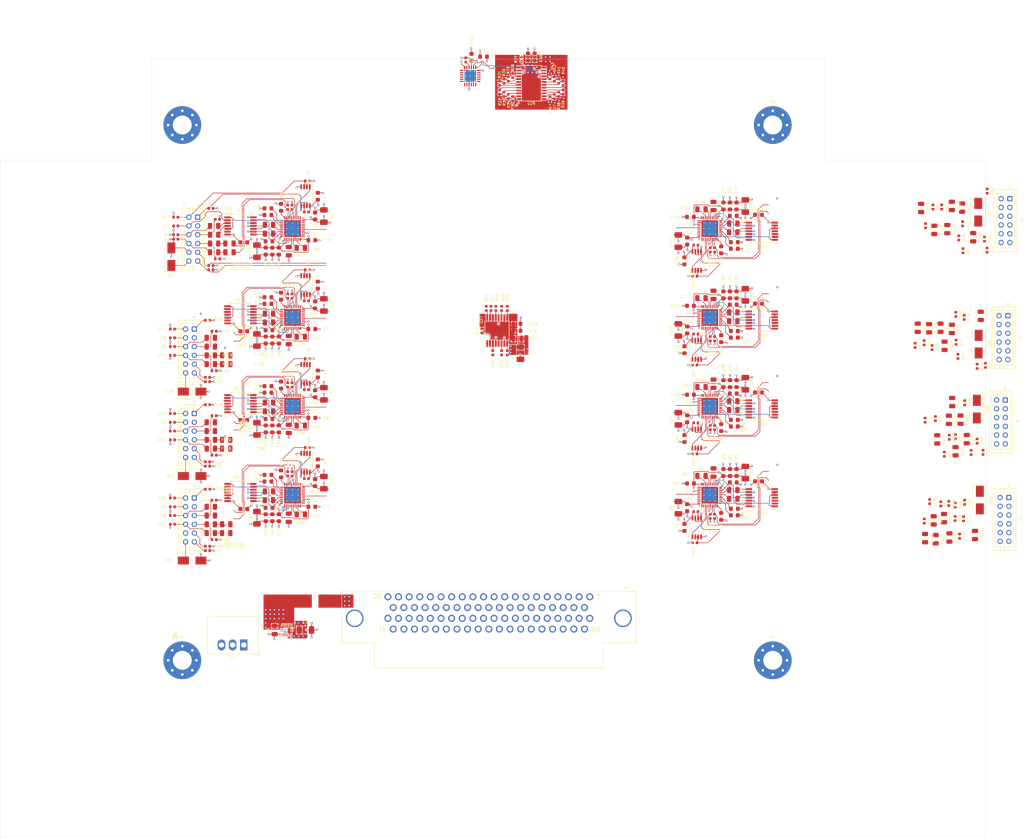
<source format=kicad_pcb>
(kicad_pcb (version 20171130) (host pcbnew "(5.1.0)-1")
  (title_block (title "EDC Mux Board") (date 2019-05-17) (rev 1))
  (layers (0 F.Cu signal) (1 In1.Cu power) (2 In2.Cu power) (31 B.Cu signal) (34 B.Paste user hide) (35 F.Paste user hide) (36 B.SilkS user) (37 F.SilkS user) (38 B.Mask user hide) (39 F.Mask user hide) (44 Edge.Cuts user))
  (net 0 "")
  (net 1 GND)
  (net 2 +3V3)
  (net 3 +1V8)
  (net 4 +12V)
  (net 5 "Net-(D8-Pad1)")
  (net 6 "Net-(D9-Pad1)")
  (net 7 "Net-(D10-Pad1)")
  (net 8 "Net-(D25-Pad1)")
  (net 9 "Net-(D28-Pad1)")
  (net 10 "Net-(D31-Pad1)")
  (net 11 "Net-(D32-Pad1)")
  (net 12 "Net-(D49-Pad1)")
  (net 13 "Net-(D50-Pad1)")
  (net 14 "Net-(D51-Pad1)")
  (net 15 "Net-(D52-Pad1)")
  (net 16 "Net-(D67-Pad1)")
  (net 17 "Net-(D68-Pad1)")
  (net 18 "Net-(D69-Pad1)")
  (net 19 "Net-(D70-Pad1)")
  (net 20 "Net-(D71-Pad1)")
  (net 21 "/CODEC interconnection sheet/L_IN10")
  (net 22 "/CODEC interconnection sheet/R_IN10")
  (net 23 "/CODEC interconnection sheet/L_IN11")
  (net 24 "/CODEC interconnection sheet/R_IN11")
  (net 25 "/CODEC interconnection sheet/L_IN12")
  (net 26 "/CODEC interconnection sheet/R_IN12")
  (net 27 "/CODEC interconnection sheet/L_IN13")
  (net 28 "/CODEC interconnection sheet/R_IN13")
  (net 29 "/CODEC interconnection sheet/L_IN14")
  (net 30 "/CODEC interconnection sheet/R_IN14")
  (net 31 "/CODEC interconnection sheet/L_IN15")
  (net 32 "/CODEC interconnection sheet/R_IN15")
  (net 33 "Net-(D12-Pad1)")
  (net 34 "Net-(D72-Pad1)")
  (net 35 "/CODEC interconnection sheet/SCL_HV11")
  (net 36 "/CODEC interconnection sheet/AUD_GND11")
  (net 37 "/CODEC interconnection sheet/L_OUT11")
  (net 38 "/CODEC interconnection sheet/R_OUT11")
  (net 39 "/CODEC interconnection sheet/SDA_HV10")
  (net 40 "/CODEC interconnection sheet/SCL_HV10")
  (net 41 "/CODEC interconnection sheet/AUD_GND10")
  (net 42 "/CODEC interconnection sheet/L_OUT10")
  (net 43 "/CODEC interconnection sheet/R_OUT10")
  (net 44 "/CODEC interconnection sheet/SDA_HV11")
  (net 45 "/CODEC interconnection sheet/SCL_HV12")
  (net 46 "/CODEC interconnection sheet/SDA_HV12")
  (net 47 "/CODEC interconnection sheet/SCL_HV13")
  (net 48 "/CODEC interconnection sheet/SDA_HV13")
  (net 49 "/CODEC interconnection sheet/SCL_HV14")
  (net 50 "/CODEC interconnection sheet/SDA_HV14")
  (net 51 "/CODEC interconnection sheet/SCL_HV15")
  (net 52 "/CODEC interconnection sheet/SDA_HV15")
  (net 53 "/CODEC interconnection sheet/MCLK8")
  (net 54 "/CODEC interconnection sheet/MCLK9")
  (net 55 "/CODEC interconnection sheet/MCLK10")
  (net 56 "/CODEC interconnection sheet/MCLK11")
  (net 57 "/CODEC interconnection sheet/MCLK12")
  (net 58 "/CODEC interconnection sheet/MCLK13")
  (net 59 "/CODEC interconnection sheet/MCLK14")
  (net 60 "/CODEC interconnection sheet/MCLK15")
  (net 61 "/CODEC interconnection sheet/SDA8")
  (net 62 "/CODEC interconnection sheet/SCL8")
  (net 63 "/CODEC interconnection sheet/SDA9")
  (net 64 "/CODEC interconnection sheet/SCL9")
  (net 65 "/CODEC interconnection sheet/SDA10")
  (net 66 "/CODEC interconnection sheet/SCL10")
  (net 67 "/CODEC interconnection sheet/SDA11")
  (net 68 "/CODEC interconnection sheet/SCL11")
  (net 69 "/CODEC interconnection sheet/SDA12")
  (net 70 "/CODEC interconnection sheet/SCL12")
  (net 71 "/CODEC interconnection sheet/SDA13")
  (net 72 "/CODEC interconnection sheet/SCL13")
  (net 73 "/CODEC interconnection sheet/SDA14")
  (net 74 "/CODEC interconnection sheet/SCL14")
  (net 75 "/CODEC interconnection sheet/SDA15")
  (net 76 "/CODEC interconnection sheet/SCL15")
  (net 77 "/CODEC interconnection sheet/Interface - Connector 8/HP_~LINE~_SEL")
  (net 78 "/CODEC interconnection sheet/~RESET~8")
  (net 79 "/CODEC interconnection sheet/L_OUT8")
  (net 80 "/CODEC interconnection sheet/Interface - Connector 9/HP_~LINE~_SEL")
  (net 81 "/CODEC interconnection sheet/~RESET~9")
  (net 82 "/CODEC interconnection sheet/L_OUT9")
  (net 83 "/CODEC interconnection sheet/Interface - Connector 10/HP_~LINE~_SEL")
  (net 84 "/CODEC interconnection sheet/~RESET~10")
  (net 85 "/CODEC interconnection sheet/Interface - Connector 11/HP_~LINE~_SEL")
  (net 86 "/CODEC interconnection sheet/~RESET~11")
  (net 87 "/CODEC interconnection sheet/Interface - Connector 12/HP_~LINE~_SEL")
  (net 88 "/CODEC interconnection sheet/~RESET~12")
  (net 89 "/CODEC interconnection sheet/L_OUT12")
  (net 90 "/CODEC interconnection sheet/R_OUT12")
  (net 91 "/CODEC interconnection sheet/AUD_GND12")
  (net 92 "/CODEC interconnection sheet/Interface - Connector 13/HP_~LINE~_SEL")
  (net 93 "/CODEC interconnection sheet/~RESET~13")
  (net 94 "/CODEC interconnection sheet/L_OUT13")
  (net 95 "/CODEC interconnection sheet/R_OUT13")
  (net 96 "/CODEC interconnection sheet/AUD_GND13")
  (net 97 "/CODEC interconnection sheet/Interface - Connector 14/HP_~LINE~_SEL")
  (net 98 "/CODEC interconnection sheet/~RESET~14")
  (net 99 "/CODEC interconnection sheet/L_OUT14")
  (net 100 "/CODEC interconnection sheet/R_OUT14")
  (net 101 "/CODEC interconnection sheet/AUD_GND14")
  (net 102 "/CODEC interconnection sheet/Interface - Connector 15/HP_~LINE~_SEL")
  (net 103 "/CODEC interconnection sheet/~RESET~15")
  (net 104 "/CODEC interconnection sheet/L_OUT15")
  (net 105 "/CODEC interconnection sheet/R_OUT15")
  (net 106 "/CODEC interconnection sheet/AUD_GND15")
  (net 107 /SDA)
  (net 108 /SCL)
  (net 109 "/CODEC interconnection sheet/Interface - Connector 8/REF")
  (net 110 "/CODEC interconnection sheet/Interface - Connector 8/VNEG")
  (net 111 "/CODEC interconnection sheet/Interface - Connector 8/LINE_OUT_L")
  (net 112 "/CODEC interconnection sheet/Interface - Connector 8/LINE_OUT_R")
  (net 113 "/CODEC interconnection sheet/Interface - Connector 9/REF")
  (net 114 "/CODEC interconnection sheet/Interface - Connector 9/VNEG")
  (net 115 "/CODEC interconnection sheet/Interface - Connector 9/LINE_OUT_L")
  (net 116 "/CODEC interconnection sheet/Interface - Connector 9/LINE_OUT_R")
  (net 117 "/CODEC interconnection sheet/Interface - Connector 10/REF")
  (net 118 "/CODEC interconnection sheet/Interface - Connector 10/VNEG")
  (net 119 "/CODEC interconnection sheet/Interface - Connector 10/LINE_OUT_L")
  (net 120 "/CODEC interconnection sheet/Interface - Connector 10/LINE_OUT_R")
  (net 121 "/CODEC interconnection sheet/Interface - Connector 11/REF")
  (net 122 "/CODEC interconnection sheet/Interface - Connector 11/VNEG")
  (net 123 "/CODEC interconnection sheet/Interface - Connector 11/LINE_OUT_L")
  (net 124 "/CODEC interconnection sheet/Interface - Connector 11/LINE_OUT_R")
  (net 125 "/CODEC interconnection sheet/Interface - Connector 12/REF")
  (net 126 "/CODEC interconnection sheet/Interface - Connector 12/VNEG")
  (net 127 "/CODEC interconnection sheet/Interface - Connector 12/LINE_OUT_L")
  (net 128 "/CODEC interconnection sheet/Interface - Connector 12/LINE_OUT_R")
  (net 129 "/CODEC interconnection sheet/Interface - Connector 13/REF")
  (net 130 "/CODEC interconnection sheet/Interface - Connector 13/VNEG")
  (net 131 "/CODEC interconnection sheet/Interface - Connector 13/LINE_OUT_L")
  (net 132 "/CODEC interconnection sheet/Interface - Connector 13/LINE_OUT_R")
  (net 133 "/CODEC interconnection sheet/Interface - Connector 14/REF")
  (net 134 "/CODEC interconnection sheet/Interface - Connector 14/VNEG")
  (net 135 "/CODEC interconnection sheet/Interface - Connector 14/LINE_OUT_L")
  (net 136 "/CODEC interconnection sheet/Interface - Connector 14/LINE_OUT_R")
  (net 137 "/CODEC interconnection sheet/Interface - Connector 15/REF")
  (net 138 "/CODEC interconnection sheet/Interface - Connector 15/VNEG")
  (net 139 "/CODEC interconnection sheet/Interface - Connector 15/LINE_OUT_L")
  (net 140 "/CODEC interconnection sheet/Interface - Connector 15/LINE_OUT_R")
  (net 141 "/CODEC interconnection sheet/Interface - Connector 8/GND_SENSE")
  (net 142 "/CODEC interconnection sheet/Interface - Connector 9/GND_SENSE")
  (net 143 "/CODEC interconnection sheet/Interface - Connector 10/GND_SENSE")
  (net 144 "/CODEC interconnection sheet/Interface - Connector 11/GND_SENSE")
  (net 145 "/CODEC interconnection sheet/Interface - Connector 12/GND_SENSE")
  (net 146 "/CODEC interconnection sheet/Interface - Connector 13/GND_SENSE")
  (net 147 "/CODEC interconnection sheet/Interface - Connector 14/GND_SENSE")
  (net 148 "/CODEC interconnection sheet/Interface - Connector 15/GND_SENSE")
  (net 149 "/CODEC interconnection sheet/Interface - Connector 8/HPR")
  (net 150 "/CODEC interconnection sheet/Interface - Connector 8/HPL")
  (net 151 "/CODEC interconnection sheet/Interface - Connector 9/HPR")
  (net 152 "/CODEC interconnection sheet/Interface - Connector 9/HPL")
  (net 153 "/CODEC interconnection sheet/Interface - Connector 10/HPR")
  (net 154 "/CODEC interconnection sheet/Interface - Connector 10/HPL")
  (net 155 "/CODEC interconnection sheet/Interface - Connector 11/HPR")
  (net 156 "/CODEC interconnection sheet/Interface - Connector 11/HPL")
  (net 157 "/CODEC interconnection sheet/Interface - Connector 12/HPR")
  (net 158 "/CODEC interconnection sheet/Interface - Connector 12/HPL")
  (net 159 "/CODEC interconnection sheet/Interface - Connector 13/HPR")
  (net 160 "/CODEC interconnection sheet/Interface - Connector 13/HPL")
  (net 161 "/CODEC interconnection sheet/Interface - Connector 14/HPR")
  (net 162 "/CODEC interconnection sheet/Interface - Connector 14/HPL")
  (net 163 "/CODEC interconnection sheet/Interface - Connector 15/HPR")
  (net 164 "/CODEC interconnection sheet/Interface - Connector 15/HPL")
  (net 165 "Net-(D5-Pad1)")
  (net 166 "Net-(D6-Pad1)")
  (net 167 "Net-(D29-Pad1)")
  (net 168 "Net-(D30-Pad1)")
  (net 169 "Net-(D46-Pad1)")
  (net 170 "Net-(D47-Pad1)")
  (net 171 "Net-(D48-Pad1)")
  (net 172 "Net-(D65-Pad1)")
  (net 173 "Net-(D66-Pad1)")
  (net 174 "/CODEC interconnection sheet/Connections for MCLK and I2C Multiplexed Lines/CLK_DISTRO_3V3_2")
  (net 175 "/CODEC interconnection sheet/R_IN8")
  (net 176 "/CODEC interconnection sheet/R_IN9")
  (net 177 "Net-(C7-Pad2)")
  (net 178 "/CODEC interconnection sheet/L_IN8")
  (net 179 "/CODEC interconnection sheet/L_IN9")
  (net 180 "Net-(C9-Pad2)")
  (net 181 "/CODEC interconnection sheet/AUD_GND8")
  (net 182 "/CODEC interconnection sheet/AUD_GND9")
  (net 183 "/CODEC interconnection sheet/SCL_HV8")
  (net 184 "/CODEC interconnection sheet/SCL_HV9")
  (net 185 "/CODEC interconnection sheet/SDA_HV8")
  (net 186 "/CODEC interconnection sheet/SDA_HV9")
  (net 187 "Net-(D26-Pad1)")
  (net 188 "Net-(D27-Pad1)")
  (net 189 "/Left Side Connector Interconnects/ID_PIN8")
  (net 190 "/Left Side Connector Interconnects/ID_PIN9")
  (net 191 "/Left Side Connector Interconnects/ID_PIN10")
  (net 192 "/Left Side Connector Interconnects/ID_PIN11")
  (net 193 "/Left Side Connector Interconnects/INT_8")
  (net 194 "/Left Side Connector Interconnects/INT_9")
  (net 195 "/Left Side Connector Interconnects/INT_10")
  (net 196 "/Left Side Connector Interconnects/INT_11")
  (net 197 "Net-(D45-Pad1)")
  (net 198 "/Right Side Connector Interconnects/ID_PIN12")
  (net 199 "/Right Side Connector Interconnects/ID_PIN13")
  (net 200 "/Right Side Connector Interconnects/ID_PIN14")
  (net 201 "/Right Side Connector Interconnects/ID_PIN15")
  (net 202 "/Right Side Connector Interconnects/INT_12")
  (net 203 "/Right Side Connector Interconnects/INT_13")
  (net 204 "/Right Side Connector Interconnects/INT_14")
  (net 205 "/Right Side Connector Interconnects/INT_15")
  (net 206 "/CODEC interconnection sheet/R_OUT8")
  (net 207 "/CODEC interconnection sheet/R_OUT9")
  (net 208 /~RESET~I2C)
  (net 209 "Net-(D7-Pad1)")
  (net 210 "Net-(D11-Pad1)")
  (net 211 "Net-(C6-Pad2)")
  (net 212 "Net-(C9-Pad1)")
  (net 213 "Net-(C11-Pad2)")
  (net 214 "Net-(C12-Pad2)")
  (net 215 "Net-(C24-Pad2)")
  (net 216 "Net-(C25-Pad2)")
  (net 217 "Net-(C27-Pad2)")
  (net 218 "Net-(C27-Pad1)")
  (net 219 "Net-(C29-Pad2)")
  (net 220 "Net-(C30-Pad2)")
  (net 221 "Net-(C42-Pad2)")
  (net 222 "Net-(C43-Pad2)")
  (net 223 "Net-(C45-Pad2)")
  (net 224 "Net-(C45-Pad1)")
  (net 225 "Net-(C47-Pad2)")
  (net 226 "Net-(C48-Pad2)")
  (net 227 "Net-(C60-Pad2)")
  (net 228 "Net-(C61-Pad2)")
  (net 229 "Net-(C63-Pad2)")
  (net 230 "Net-(C63-Pad1)")
  (net 231 "Net-(C65-Pad2)")
  (net 232 "Net-(C66-Pad2)")
  (net 233 "Net-(C78-Pad2)")
  (net 234 "Net-(C79-Pad2)")
  (net 235 "Net-(C81-Pad2)")
  (net 236 "Net-(C81-Pad1)")
  (net 237 "Net-(C83-Pad2)")
  (net 238 "Net-(C84-Pad2)")
  (net 239 "Net-(C96-Pad2)")
  (net 240 "Net-(C97-Pad2)")
  (net 241 "Net-(C99-Pad2)")
  (net 242 "Net-(C99-Pad1)")
  (net 243 "Net-(C101-Pad2)")
  (net 244 "Net-(C102-Pad2)")
  (net 245 "Net-(C114-Pad2)")
  (net 246 "Net-(C115-Pad2)")
  (net 247 "Net-(C117-Pad2)")
  (net 248 "Net-(C117-Pad1)")
  (net 249 "Net-(C119-Pad2)")
  (net 250 "Net-(C120-Pad2)")
  (net 251 "Net-(C132-Pad2)")
  (net 252 "Net-(C133-Pad2)")
  (net 253 "Net-(C135-Pad2)")
  (net 254 "Net-(C135-Pad1)")
  (net 255 "Net-(C137-Pad2)")
  (net 256 "Net-(C138-Pad2)")
  (net 257 "Net-(C154-Pad1)")
  (net 258 "Net-(C155-Pad1)")
  (net 259 "Net-(C156-Pad1)")
  (net 260 "Net-(C157-Pad1)")
  (net 261 "Net-(C158-Pad2)")
  (net 262 "Net-(C159-Pad2)")
  (net 263 "Net-(C160-Pad2)")
  (net 264 "Net-(C161-Pad2)")
  (net 265 "Net-(C162-Pad1)")
  (net 266 "Net-(C163-Pad1)")
  (net 267 "Net-(C164-Pad1)")
  (net 268 "Net-(C165-Pad1)")
  (net 269 "Net-(C166-Pad2)")
  (net 270 "Net-(C167-Pad2)")
  (net 271 "Net-(C168-Pad2)")
  (net 272 "Net-(C169-Pad2)")
  (net 273 "Net-(R17-Pad1)")
  (net 274 "Net-(R18-Pad2)")
  (net 275 "Net-(R19-Pad2)")
  (net 276 "Net-(R20-Pad2)")
  (net 277 "Net-(R21-Pad2)")
  (net 278 "Net-(R22-Pad2)")
  (net 279 "Net-(R23-Pad2)")
  (net 280 "Net-(R24-Pad2)")
  (net 281 "Net-(R25-Pad2)")
  (net 282 "Net-(R26-Pad1)")
  (module Connector_JST:JST_PHD_B12B-PHDSS_2x06_P2.00mm_Vertical (layer F.Cu) (at 108.25 95.25 270)
    (fp_text reference J4 (at -1.75 -3) (layer F.SilkS) (effects (font (size 0.6 0.6) (thickness 0.1))))
    (fp_text value "Device 10")
    (pad 12 thru_hole circle (at 10 2 270) (size 1.2 1.2) (drill 0.75) (layers *.Cu *.Mask) (net 4 +12V))
    (pad 10 thru_hole circle (at 8 2 270) (size 1.2 1.2) (drill 0.75) (layers *.Cu *.Mask) (net 1 GND))
    (pad 8 thru_hole circle (at 6 2 270) (size 1.2 1.2) (drill 0.75) (layers *.Cu *.Mask) (net 210 "Net-(D11-Pad1)"))
    (pad 6 thru_hole circle (at 4 2 270) (size 1.2 1.2) (drill 0.75) (layers *.Cu *.Mask) (net 209 "Net-(D7-Pad1)"))
    (pad 4 thru_hole circle (at 2 2 270) (size 1.2 1.2) (drill 0.75) (layers *.Cu *.Mask) (net 41 "/CODEC interconnection sheet/AUD_GND10"))
    (pad 2 thru_hole circle (at 0 2 270) (size 1.2 1.2) (drill 0.75) (layers *.Cu *.Mask) (net 39 "/CODEC interconnection sheet/SDA_HV10"))
    (pad 11 thru_hole circle (at 10 0 270) (size 1.2 1.2) (drill 0.75) (layers *.Cu *.Mask) (net 191 "/Left Side Connector Interconnects/ID_PIN10"))
    (pad 9 thru_hole circle (at 8 0 270) (size 1.2 1.2) (drill 0.75) (layers *.Cu *.Mask) (net 195 "/Left Side Connector Interconnects/INT_10"))
    (pad 7 thru_hole circle (at 6 0 270) (size 1.2 1.2) (drill 0.75) (layers *.Cu *.Mask) (net 188 "Net-(D27-Pad1)"))
    (pad 5 thru_hole circle (at 4 0 270) (size 1.2 1.2) (drill 0.75) (layers *.Cu *.Mask) (net 10 "Net-(D31-Pad1)"))
    (pad 3 thru_hole circle (at 2 0 270) (size 1.2 1.2) (drill 0.75) (layers *.Cu *.Mask) (net 1 GND))
    (pad 1 thru_hole roundrect (at 0 0 270) (size 1.2 1.2) (drill 0.75) (layers *.Cu *.Mask) (roundrect_rratio 0.208333) (net 40 "/CODEC interconnection sheet/SCL_HV10"))
  )
  (module Capacitor_SMD:C_0805_2012Metric (layer F.Cu) (at 129.75 58.25 90)
    (fp_text reference C10 (at -0.89 2.84 180) (layer F.SilkS) (effects (font (size 0.6 0.6) (thickness 0.1))))
    (fp_text value "2.2uF X7R")
    (pad 2 smd roundrect (at 0.9375 0 90) (size 0.975 1.4) (layers F.Cu F.Paste F.Mask) (net 110 "/CODEC interconnection sheet/Interface - Connector 8/VNEG"))
    (pad 1 smd roundrect (at -0.9375 0 90) (size 0.975 1.4) (layers F.Cu F.Paste F.Mask) (net 1 GND))
  )
  (module Diode_SMD:D_0402_1005Metric (layer F.Cu) (at 104 50.5 180)
    (fp_text reference D13 (at 2.25 0 180) (layer F.SilkS) (effects (font (size 0.6 0.6) (thickness 0.1))))
    (fp_text value "30pF 30kV")
    (pad 2 smd roundrect (at 0.485 0 180) (size 0.59 0.64) (layers F.Cu F.Paste F.Mask) (net 1 GND))
    (pad 1 smd roundrect (at -0.485 0 180) (size 0.59 0.64) (layers F.Cu F.Paste F.Mask) (net 185 "/CODEC interconnection sheet/SDA_HV8"))
  )
  (module Package_SO:TSSOP-14_4.4x5mm_P0.65mm (layer F.Cu) (at 237.5 53.7)
    (fp_text reference U26 (at 0.5 3.5) (layer F.SilkS) (effects (font (size 0.6 0.6) (thickness 0.1))))
    (fp_text value FSA2367)
    (pad 14 smd rect (at 2.95 -1.95) (size 1.45 0.45) (layers F.Cu F.Paste F.Mask) (net 2 +3V3))
    (pad 13 smd rect (at 2.95 -1.3) (size 1.45 0.45) (layers F.Cu F.Paste F.Mask) (net 102 "/CODEC interconnection sheet/Interface - Connector 15/HP_~LINE~_SEL"))
    (pad 12 smd rect (at 2.95 -0.65) (size 1.45 0.45) (layers F.Cu F.Paste F.Mask) (net 102 "/CODEC interconnection sheet/Interface - Connector 15/HP_~LINE~_SEL"))
    (pad 11 smd rect (at 2.95 0) (size 1.45 0.45) (layers F.Cu F.Paste F.Mask) (net 105 "/CODEC interconnection sheet/R_OUT15"))
    (pad 10 smd rect (at 2.95 0.65) (size 1.45 0.45) (layers F.Cu F.Paste F.Mask) (net 104 "/CODEC interconnection sheet/L_OUT15"))
    (pad 9 smd rect (at 2.95 1.3) (size 1.45 0.45) (layers F.Cu F.Paste F.Mask) (net 106 "/CODEC interconnection sheet/AUD_GND15"))
    (pad 8 smd rect (at 2.95 1.95) (size 1.45 0.45) (layers F.Cu F.Paste F.Mask) (net 102 "/CODEC interconnection sheet/Interface - Connector 15/HP_~LINE~_SEL"))
    (pad 7 smd rect (at -2.95 1.95) (size 1.45 0.45) (layers F.Cu F.Paste F.Mask) (net 1 GND))
    (pad 6 smd rect (at -2.95 1.3) (size 1.45 0.45) (layers F.Cu F.Paste F.Mask) (net 148 "/CODEC interconnection sheet/Interface - Connector 15/GND_SENSE"))
    (pad 5 smd rect (at -2.95 0.65) (size 1.45 0.45) (layers F.Cu F.Paste F.Mask) (net 1 GND))
    (pad 4 smd rect (at -2.95 0) (size 1.45 0.45) (layers F.Cu F.Paste F.Mask) (net 164 "/CODEC interconnection sheet/Interface - Connector 15/HPL"))
    (pad 3 smd rect (at -2.95 -0.65) (size 1.45 0.45) (layers F.Cu F.Paste F.Mask) (net 139 "/CODEC interconnection sheet/Interface - Connector 15/LINE_OUT_L"))
    (pad 2 smd rect (at -2.95 -1.3) (size 1.45 0.45) (layers F.Cu F.Paste F.Mask) (net 163 "/CODEC interconnection sheet/Interface - Connector 15/HPR"))
    (pad 1 smd rect (at -2.95 -1.95) (size 1.45 0.45) (layers F.Cu F.Paste F.Mask) (net 140 "/CODEC interconnection sheet/Interface - Connector 15/LINE_OUT_R"))
  )
  (module Package_SO:TSSOP-14_4.4x5mm_P0.65mm (layer F.Cu) (at 237.5 73.95)
    (fp_text reference U23 (at 0.5 3.5) (layer F.SilkS) (effects (font (size 0.6 0.6) (thickness 0.1))))
    (fp_text value FSA2367)
    (pad 14 smd rect (at 2.95 -1.95) (size 1.45 0.45) (layers F.Cu F.Paste F.Mask) (net 2 +3V3))
    (pad 13 smd rect (at 2.95 -1.3) (size 1.45 0.45) (layers F.Cu F.Paste F.Mask) (net 97 "/CODEC interconnection sheet/Interface - Connector 14/HP_~LINE~_SEL"))
    (pad 12 smd rect (at 2.95 -0.65) (size 1.45 0.45) (layers F.Cu F.Paste F.Mask) (net 97 "/CODEC interconnection sheet/Interface - Connector 14/HP_~LINE~_SEL"))
    (pad 11 smd rect (at 2.95 0) (size 1.45 0.45) (layers F.Cu F.Paste F.Mask) (net 100 "/CODEC interconnection sheet/R_OUT14"))
    (pad 10 smd rect (at 2.95 0.65) (size 1.45 0.45) (layers F.Cu F.Paste F.Mask) (net 99 "/CODEC interconnection sheet/L_OUT14"))
    (pad 9 smd rect (at 2.95 1.3) (size 1.45 0.45) (layers F.Cu F.Paste F.Mask) (net 101 "/CODEC interconnection sheet/AUD_GND14"))
    (pad 8 smd rect (at 2.95 1.95) (size 1.45 0.45) (layers F.Cu F.Paste F.Mask) (net 97 "/CODEC interconnection sheet/Interface - Connector 14/HP_~LINE~_SEL"))
    (pad 7 smd rect (at -2.95 1.95) (size 1.45 0.45) (layers F.Cu F.Paste F.Mask) (net 1 GND))
    (pad 6 smd rect (at -2.95 1.3) (size 1.45 0.45) (layers F.Cu F.Paste F.Mask) (net 147 "/CODEC interconnection sheet/Interface - Connector 14/GND_SENSE"))
    (pad 5 smd rect (at -2.95 0.65) (size 1.45 0.45) (layers F.Cu F.Paste F.Mask) (net 1 GND))
    (pad 4 smd rect (at -2.95 0) (size 1.45 0.45) (layers F.Cu F.Paste F.Mask) (net 162 "/CODEC interconnection sheet/Interface - Connector 14/HPL"))
    (pad 3 smd rect (at -2.95 -0.65) (size 1.45 0.45) (layers F.Cu F.Paste F.Mask) (net 135 "/CODEC interconnection sheet/Interface - Connector 14/LINE_OUT_L"))
    (pad 2 smd rect (at -2.95 -1.3) (size 1.45 0.45) (layers F.Cu F.Paste F.Mask) (net 161 "/CODEC interconnection sheet/Interface - Connector 14/HPR"))
    (pad 1 smd rect (at -2.95 -1.95) (size 1.45 0.45) (layers F.Cu F.Paste F.Mask) (net 136 "/CODEC interconnection sheet/Interface - Connector 14/LINE_OUT_R"))
  )
  (module Package_SO:TSSOP-14_4.4x5mm_P0.65mm (layer F.Cu) (at 237.5 94.2)
    (fp_text reference U20 (at 0.5 3.5) (layer F.SilkS) (effects (font (size 0.6 0.6) (thickness 0.1))))
    (fp_text value FSA2367)
    (pad 14 smd rect (at 2.95 -1.95) (size 1.45 0.45) (layers F.Cu F.Paste F.Mask) (net 2 +3V3))
    (pad 13 smd rect (at 2.95 -1.3) (size 1.45 0.45) (layers F.Cu F.Paste F.Mask) (net 92 "/CODEC interconnection sheet/Interface - Connector 13/HP_~LINE~_SEL"))
    (pad 12 smd rect (at 2.95 -0.65) (size 1.45 0.45) (layers F.Cu F.Paste F.Mask) (net 92 "/CODEC interconnection sheet/Interface - Connector 13/HP_~LINE~_SEL"))
    (pad 11 smd rect (at 2.95 0) (size 1.45 0.45) (layers F.Cu F.Paste F.Mask) (net 95 "/CODEC interconnection sheet/R_OUT13"))
    (pad 10 smd rect (at 2.95 0.65) (size 1.45 0.45) (layers F.Cu F.Paste F.Mask) (net 94 "/CODEC interconnection sheet/L_OUT13"))
    (pad 9 smd rect (at 2.95 1.3) (size 1.45 0.45) (layers F.Cu F.Paste F.Mask) (net 96 "/CODEC interconnection sheet/AUD_GND13"))
    (pad 8 smd rect (at 2.95 1.95) (size 1.45 0.45) (layers F.Cu F.Paste F.Mask) (net 92 "/CODEC interconnection sheet/Interface - Connector 13/HP_~LINE~_SEL"))
    (pad 7 smd rect (at -2.95 1.95) (size 1.45 0.45) (layers F.Cu F.Paste F.Mask) (net 1 GND))
    (pad 6 smd rect (at -2.95 1.3) (size 1.45 0.45) (layers F.Cu F.Paste F.Mask) (net 146 "/CODEC interconnection sheet/Interface - Connector 13/GND_SENSE"))
    (pad 5 smd rect (at -2.95 0.65) (size 1.45 0.45) (layers F.Cu F.Paste F.Mask) (net 1 GND))
    (pad 4 smd rect (at -2.95 0) (size 1.45 0.45) (layers F.Cu F.Paste F.Mask) (net 160 "/CODEC interconnection sheet/Interface - Connector 13/HPL"))
    (pad 3 smd rect (at -2.95 -0.65) (size 1.45 0.45) (layers F.Cu F.Paste F.Mask) (net 131 "/CODEC interconnection sheet/Interface - Connector 13/LINE_OUT_L"))
    (pad 2 smd rect (at -2.95 -1.3) (size 1.45 0.45) (layers F.Cu F.Paste F.Mask) (net 159 "/CODEC interconnection sheet/Interface - Connector 13/HPR"))
    (pad 1 smd rect (at -2.95 -1.95) (size 1.45 0.45) (layers F.Cu F.Paste F.Mask) (net 132 "/CODEC interconnection sheet/Interface - Connector 13/LINE_OUT_R"))
  )
  (module Package_SO:TSSOP-14_4.4x5mm_P0.65mm (layer F.Cu) (at 237.5 114.45)
    (fp_text reference U17 (at 0.5 3.5) (layer F.SilkS) (effects (font (size 0.6 0.6) (thickness 0.1))))
    (fp_text value FSA2367)
    (pad 14 smd rect (at 2.95 -1.95) (size 1.45 0.45) (layers F.Cu F.Paste F.Mask) (net 2 +3V3))
    (pad 13 smd rect (at 2.95 -1.3) (size 1.45 0.45) (layers F.Cu F.Paste F.Mask) (net 87 "/CODEC interconnection sheet/Interface - Connector 12/HP_~LINE~_SEL"))
    (pad 12 smd rect (at 2.95 -0.65) (size 1.45 0.45) (layers F.Cu F.Paste F.Mask) (net 87 "/CODEC interconnection sheet/Interface - Connector 12/HP_~LINE~_SEL"))
    (pad 11 smd rect (at 2.95 0) (size 1.45 0.45) (layers F.Cu F.Paste F.Mask) (net 90 "/CODEC interconnection sheet/R_OUT12"))
    (pad 10 smd rect (at 2.95 0.65) (size 1.45 0.45) (layers F.Cu F.Paste F.Mask) (net 89 "/CODEC interconnection sheet/L_OUT12"))
    (pad 9 smd rect (at 2.95 1.3) (size 1.45 0.45) (layers F.Cu F.Paste F.Mask) (net 91 "/CODEC interconnection sheet/AUD_GND12"))
    (pad 8 smd rect (at 2.95 1.95) (size 1.45 0.45) (layers F.Cu F.Paste F.Mask) (net 87 "/CODEC interconnection sheet/Interface - Connector 12/HP_~LINE~_SEL"))
    (pad 7 smd rect (at -2.95 1.95) (size 1.45 0.45) (layers F.Cu F.Paste F.Mask) (net 1 GND))
    (pad 6 smd rect (at -2.95 1.3) (size 1.45 0.45) (layers F.Cu F.Paste F.Mask) (net 145 "/CODEC interconnection sheet/Interface - Connector 12/GND_SENSE"))
    (pad 5 smd rect (at -2.95 0.65) (size 1.45 0.45) (layers F.Cu F.Paste F.Mask) (net 1 GND))
    (pad 4 smd rect (at -2.95 0) (size 1.45 0.45) (layers F.Cu F.Paste F.Mask) (net 158 "/CODEC interconnection sheet/Interface - Connector 12/HPL"))
    (pad 3 smd rect (at -2.95 -0.65) (size 1.45 0.45) (layers F.Cu F.Paste F.Mask) (net 127 "/CODEC interconnection sheet/Interface - Connector 12/LINE_OUT_L"))
    (pad 2 smd rect (at -2.95 -1.3) (size 1.45 0.45) (layers F.Cu F.Paste F.Mask) (net 157 "/CODEC interconnection sheet/Interface - Connector 12/HPR"))
    (pad 1 smd rect (at -2.95 -1.95) (size 1.45 0.45) (layers F.Cu F.Paste F.Mask) (net 128 "/CODEC interconnection sheet/Interface - Connector 12/LINE_OUT_R"))
  )
  (module Package_SO:TSSOP-14_4.4x5mm_P0.65mm (layer F.Cu) (at 118.75 113.25 180)
    (fp_text reference U14 (at 0.5 3.5 180) (layer F.SilkS) (effects (font (size 0.6 0.6) (thickness 0.1))))
    (fp_text value FSA2367)
    (pad 14 smd rect (at 2.95 -1.95 180) (size 1.45 0.45) (layers F.Cu F.Paste F.Mask) (net 2 +3V3))
    (pad 13 smd rect (at 2.95 -1.3 180) (size 1.45 0.45) (layers F.Cu F.Paste F.Mask) (net 85 "/CODEC interconnection sheet/Interface - Connector 11/HP_~LINE~_SEL"))
    (pad 12 smd rect (at 2.95 -0.65 180) (size 1.45 0.45) (layers F.Cu F.Paste F.Mask) (net 85 "/CODEC interconnection sheet/Interface - Connector 11/HP_~LINE~_SEL"))
    (pad 11 smd rect (at 2.95 0 180) (size 1.45 0.45) (layers F.Cu F.Paste F.Mask) (net 38 "/CODEC interconnection sheet/R_OUT11"))
    (pad 10 smd rect (at 2.95 0.65 180) (size 1.45 0.45) (layers F.Cu F.Paste F.Mask) (net 37 "/CODEC interconnection sheet/L_OUT11"))
    (pad 9 smd rect (at 2.95 1.3 180) (size 1.45 0.45) (layers F.Cu F.Paste F.Mask) (net 36 "/CODEC interconnection sheet/AUD_GND11"))
    (pad 8 smd rect (at 2.95 1.95 180) (size 1.45 0.45) (layers F.Cu F.Paste F.Mask) (net 85 "/CODEC interconnection sheet/Interface - Connector 11/HP_~LINE~_SEL"))
    (pad 7 smd rect (at -2.95 1.95 180) (size 1.45 0.45) (layers F.Cu F.Paste F.Mask) (net 1 GND))
    (pad 6 smd rect (at -2.95 1.3 180) (size 1.45 0.45) (layers F.Cu F.Paste F.Mask) (net 144 "/CODEC interconnection sheet/Interface - Connector 11/GND_SENSE"))
    (pad 5 smd rect (at -2.95 0.65 180) (size 1.45 0.45) (layers F.Cu F.Paste F.Mask) (net 1 GND))
    (pad 4 smd rect (at -2.95 0 180) (size 1.45 0.45) (layers F.Cu F.Paste F.Mask) (net 156 "/CODEC interconnection sheet/Interface - Connector 11/HPL"))
    (pad 3 smd rect (at -2.95 -0.65 180) (size 1.45 0.45) (layers F.Cu F.Paste F.Mask) (net 123 "/CODEC interconnection sheet/Interface - Connector 11/LINE_OUT_L"))
    (pad 2 smd rect (at -2.95 -1.3 180) (size 1.45 0.45) (layers F.Cu F.Paste F.Mask) (net 155 "/CODEC interconnection sheet/Interface - Connector 11/HPR"))
    (pad 1 smd rect (at -2.95 -1.95 180) (size 1.45 0.45) (layers F.Cu F.Paste F.Mask) (net 124 "/CODEC interconnection sheet/Interface - Connector 11/LINE_OUT_R"))
  )
  (module Package_SO:TSSOP-14_4.4x5mm_P0.65mm (layer F.Cu) (at 118.75 93 180)
    (fp_text reference U11 (at 0.5 3.5 180) (layer F.SilkS) (effects (font (size 0.6 0.6) (thickness 0.1))))
    (fp_text value FSA2367)
    (pad 14 smd rect (at 2.95 -1.95 180) (size 1.45 0.45) (layers F.Cu F.Paste F.Mask) (net 2 +3V3))
    (pad 13 smd rect (at 2.95 -1.3 180) (size 1.45 0.45) (layers F.Cu F.Paste F.Mask) (net 83 "/CODEC interconnection sheet/Interface - Connector 10/HP_~LINE~_SEL"))
    (pad 12 smd rect (at 2.95 -0.65 180) (size 1.45 0.45) (layers F.Cu F.Paste F.Mask) (net 83 "/CODEC interconnection sheet/Interface - Connector 10/HP_~LINE~_SEL"))
    (pad 11 smd rect (at 2.95 0 180) (size 1.45 0.45) (layers F.Cu F.Paste F.Mask) (net 43 "/CODEC interconnection sheet/R_OUT10"))
    (pad 10 smd rect (at 2.95 0.65 180) (size 1.45 0.45) (layers F.Cu F.Paste F.Mask) (net 42 "/CODEC interconnection sheet/L_OUT10"))
    (pad 9 smd rect (at 2.95 1.3 180) (size 1.45 0.45) (layers F.Cu F.Paste F.Mask) (net 41 "/CODEC interconnection sheet/AUD_GND10"))
    (pad 8 smd rect (at 2.95 1.95 180) (size 1.45 0.45) (layers F.Cu F.Paste F.Mask) (net 83 "/CODEC interconnection sheet/Interface - Connector 10/HP_~LINE~_SEL"))
    (pad 7 smd rect (at -2.95 1.95 180) (size 1.45 0.45) (layers F.Cu F.Paste F.Mask) (net 1 GND))
    (pad 6 smd rect (at -2.95 1.3 180) (size 1.45 0.45) (layers F.Cu F.Paste F.Mask) (net 143 "/CODEC interconnection sheet/Interface - Connector 10/GND_SENSE"))
    (pad 5 smd rect (at -2.95 0.65 180) (size 1.45 0.45) (layers F.Cu F.Paste F.Mask) (net 1 GND))
    (pad 4 smd rect (at -2.95 0 180) (size 1.45 0.45) (layers F.Cu F.Paste F.Mask) (net 154 "/CODEC interconnection sheet/Interface - Connector 10/HPL"))
    (pad 3 smd rect (at -2.95 -0.65 180) (size 1.45 0.45) (layers F.Cu F.Paste F.Mask) (net 119 "/CODEC interconnection sheet/Interface - Connector 10/LINE_OUT_L"))
    (pad 2 smd rect (at -2.95 -1.3 180) (size 1.45 0.45) (layers F.Cu F.Paste F.Mask) (net 153 "/CODEC interconnection sheet/Interface - Connector 10/HPR"))
    (pad 1 smd rect (at -2.95 -1.95 180) (size 1.45 0.45) (layers F.Cu F.Paste F.Mask) (net 120 "/CODEC interconnection sheet/Interface - Connector 10/LINE_OUT_R"))
  )
  (module Package_SO:TSSOP-14_4.4x5mm_P0.65mm (layer F.Cu) (at 118.75 72.75 180)
    (fp_text reference U8 (at 0.5 3.5 180) (layer F.SilkS) (effects (font (size 0.6 0.6) (thickness 0.1))))
    (fp_text value FSA2367)
    (pad 14 smd rect (at 2.95 -1.95 180) (size 1.45 0.45) (layers F.Cu F.Paste F.Mask) (net 2 +3V3))
    (pad 13 smd rect (at 2.95 -1.3 180) (size 1.45 0.45) (layers F.Cu F.Paste F.Mask) (net 80 "/CODEC interconnection sheet/Interface - Connector 9/HP_~LINE~_SEL"))
    (pad 12 smd rect (at 2.95 -0.65 180) (size 1.45 0.45) (layers F.Cu F.Paste F.Mask) (net 80 "/CODEC interconnection sheet/Interface - Connector 9/HP_~LINE~_SEL"))
    (pad 11 smd rect (at 2.95 0 180) (size 1.45 0.45) (layers F.Cu F.Paste F.Mask) (net 207 "/CODEC interconnection sheet/R_OUT9"))
    (pad 10 smd rect (at 2.95 0.65 180) (size 1.45 0.45) (layers F.Cu F.Paste F.Mask) (net 82 "/CODEC interconnection sheet/L_OUT9"))
    (pad 9 smd rect (at 2.95 1.3 180) (size 1.45 0.45) (layers F.Cu F.Paste F.Mask) (net 182 "/CODEC interconnection sheet/AUD_GND9"))
    (pad 8 smd rect (at 2.95 1.95 180) (size 1.45 0.45) (layers F.Cu F.Paste F.Mask) (net 80 "/CODEC interconnection sheet/Interface - Connector 9/HP_~LINE~_SEL"))
    (pad 7 smd rect (at -2.95 1.95 180) (size 1.45 0.45) (layers F.Cu F.Paste F.Mask) (net 1 GND))
    (pad 6 smd rect (at -2.95 1.3 180) (size 1.45 0.45) (layers F.Cu F.Paste F.Mask) (net 142 "/CODEC interconnection sheet/Interface - Connector 9/GND_SENSE"))
    (pad 5 smd rect (at -2.95 0.65 180) (size 1.45 0.45) (layers F.Cu F.Paste F.Mask) (net 1 GND))
    (pad 4 smd rect (at -2.95 0 180) (size 1.45 0.45) (layers F.Cu F.Paste F.Mask) (net 152 "/CODEC interconnection sheet/Interface - Connector 9/HPL"))
    (pad 3 smd rect (at -2.95 -0.65 180) (size 1.45 0.45) (layers F.Cu F.Paste F.Mask) (net 115 "/CODEC interconnection sheet/Interface - Connector 9/LINE_OUT_L"))
    (pad 2 smd rect (at -2.95 -1.3 180) (size 1.45 0.45) (layers F.Cu F.Paste F.Mask) (net 151 "/CODEC interconnection sheet/Interface - Connector 9/HPR"))
    (pad 1 smd rect (at -2.95 -1.95 180) (size 1.45 0.45) (layers F.Cu F.Paste F.Mask) (net 116 "/CODEC interconnection sheet/Interface - Connector 9/LINE_OUT_R"))
  )
  (module Package_SO:TSSOP-14_4.4x5mm_P0.65mm (layer F.Cu) (at 118.75 52.5 180)
    (fp_text reference U5 (at 0.5 3.5 180) (layer F.SilkS) (effects (font (size 0.6 0.6) (thickness 0.1))))
    (fp_text value FSA2367)
    (pad 14 smd rect (at 2.95 -1.95 180) (size 1.45 0.45) (layers F.Cu F.Paste F.Mask) (net 2 +3V3))
    (pad 13 smd rect (at 2.95 -1.3 180) (size 1.45 0.45) (layers F.Cu F.Paste F.Mask) (net 77 "/CODEC interconnection sheet/Interface - Connector 8/HP_~LINE~_SEL"))
    (pad 12 smd rect (at 2.95 -0.65 180) (size 1.45 0.45) (layers F.Cu F.Paste F.Mask) (net 77 "/CODEC interconnection sheet/Interface - Connector 8/HP_~LINE~_SEL"))
    (pad 11 smd rect (at 2.95 0 180) (size 1.45 0.45) (layers F.Cu F.Paste F.Mask) (net 206 "/CODEC interconnection sheet/R_OUT8"))
    (pad 10 smd rect (at 2.95 0.65 180) (size 1.45 0.45) (layers F.Cu F.Paste F.Mask) (net 79 "/CODEC interconnection sheet/L_OUT8"))
    (pad 9 smd rect (at 2.95 1.3 180) (size 1.45 0.45) (layers F.Cu F.Paste F.Mask) (net 181 "/CODEC interconnection sheet/AUD_GND8"))
    (pad 8 smd rect (at 2.95 1.95 180) (size 1.45 0.45) (layers F.Cu F.Paste F.Mask) (net 77 "/CODEC interconnection sheet/Interface - Connector 8/HP_~LINE~_SEL"))
    (pad 7 smd rect (at -2.95 1.95 180) (size 1.45 0.45) (layers F.Cu F.Paste F.Mask) (net 1 GND))
    (pad 6 smd rect (at -2.95 1.3 180) (size 1.45 0.45) (layers F.Cu F.Paste F.Mask) (net 141 "/CODEC interconnection sheet/Interface - Connector 8/GND_SENSE"))
    (pad 5 smd rect (at -2.95 0.65 180) (size 1.45 0.45) (layers F.Cu F.Paste F.Mask) (net 1 GND))
    (pad 4 smd rect (at -2.95 0 180) (size 1.45 0.45) (layers F.Cu F.Paste F.Mask) (net 150 "/CODEC interconnection sheet/Interface - Connector 8/HPL"))
    (pad 3 smd rect (at -2.95 -0.65 180) (size 1.45 0.45) (layers F.Cu F.Paste F.Mask) (net 111 "/CODEC interconnection sheet/Interface - Connector 8/LINE_OUT_L"))
    (pad 2 smd rect (at -2.95 -1.3 180) (size 1.45 0.45) (layers F.Cu F.Paste F.Mask) (net 149 "/CODEC interconnection sheet/Interface - Connector 8/HPR"))
    (pad 1 smd rect (at -2.95 -1.95 180) (size 1.45 0.45) (layers F.Cu F.Paste F.Mask) (net 112 "/CODEC interconnection sheet/Interface - Connector 8/LINE_OUT_R"))
  )
  (module Connector_JST:JST_PHD_B12B-PHDSS_2x06_P2.00mm_Vertical (layer F.Cu) (at 293.78 114.39 270)
    (fp_text reference J9 (at 5 -2.7 270) (layer F.SilkS) (effects (font (size 0.6 0.6) (thickness 0.1))))
    (fp_text value "Device 15")
    (pad 12 thru_hole circle (at 10 2 270) (size 1.2 1.2) (drill 0.75) (layers *.Cu *.Mask) (net 4 +12V))
    (pad 10 thru_hole circle (at 8 2 270) (size 1.2 1.2) (drill 0.75) (layers *.Cu *.Mask) (net 1 GND))
    (pad 8 thru_hole circle (at 6 2 270) (size 1.2 1.2) (drill 0.75) (layers *.Cu *.Mask) (net 15 "Net-(D52-Pad1)"))
    (pad 6 thru_hole circle (at 4 2 270) (size 1.2 1.2) (drill 0.75) (layers *.Cu *.Mask) (net 171 "Net-(D48-Pad1)"))
    (pad 4 thru_hole circle (at 2 2 270) (size 1.2 1.2) (drill 0.75) (layers *.Cu *.Mask) (net 106 "/CODEC interconnection sheet/AUD_GND15"))
    (pad 2 thru_hole circle (at 0 2 270) (size 1.2 1.2) (drill 0.75) (layers *.Cu *.Mask) (net 52 "/CODEC interconnection sheet/SDA_HV15"))
    (pad 11 thru_hole circle (at 10 0 270) (size 1.2 1.2) (drill 0.75) (layers *.Cu *.Mask) (net 201 "/Right Side Connector Interconnects/ID_PIN15"))
    (pad 9 thru_hole circle (at 8 0 270) (size 1.2 1.2) (drill 0.75) (layers *.Cu *.Mask) (net 205 "/Right Side Connector Interconnects/INT_15"))
    (pad 7 thru_hole circle (at 6 0 270) (size 1.2 1.2) (drill 0.75) (layers *.Cu *.Mask) (net 17 "Net-(D68-Pad1)"))
    (pad 5 thru_hole circle (at 4 0 270) (size 1.2 1.2) (drill 0.75) (layers *.Cu *.Mask) (net 34 "Net-(D72-Pad1)"))
    (pad 3 thru_hole circle (at 2 0 270) (size 1.2 1.2) (drill 0.75) (layers *.Cu *.Mask) (net 1 GND))
    (pad 1 thru_hole roundrect (at 0 0 270) (size 1.2 1.2) (drill 0.75) (layers *.Cu *.Mask) (roundrect_rratio 0.208333) (net 51 "/CODEC interconnection sheet/SCL_HV15"))
  )
  (module Connector_JST:JST_PHD_B12B-PHDSS_2x06_P2.00mm_Vertical (layer F.Cu) (at 292.98 92.17 270)
    (fp_text reference J8 (at 5 -2.7 270) (layer F.SilkS) (effects (font (size 0.6 0.6) (thickness 0.1))))
    (fp_text value "Device 14")
    (pad 12 thru_hole circle (at 10 2 270) (size 1.2 1.2) (drill 0.75) (layers *.Cu *.Mask) (net 4 +12V))
    (pad 10 thru_hole circle (at 8 2 270) (size 1.2 1.2) (drill 0.75) (layers *.Cu *.Mask) (net 1 GND))
    (pad 8 thru_hole circle (at 6 2 270) (size 1.2 1.2) (drill 0.75) (layers *.Cu *.Mask) (net 14 "Net-(D51-Pad1)"))
    (pad 6 thru_hole circle (at 4 2 270) (size 1.2 1.2) (drill 0.75) (layers *.Cu *.Mask) (net 170 "Net-(D47-Pad1)"))
    (pad 4 thru_hole circle (at 2 2 270) (size 1.2 1.2) (drill 0.75) (layers *.Cu *.Mask) (net 101 "/CODEC interconnection sheet/AUD_GND14"))
    (pad 2 thru_hole circle (at 0 2 270) (size 1.2 1.2) (drill 0.75) (layers *.Cu *.Mask) (net 50 "/CODEC interconnection sheet/SDA_HV14"))
    (pad 11 thru_hole circle (at 10 0 270) (size 1.2 1.2) (drill 0.75) (layers *.Cu *.Mask) (net 200 "/Right Side Connector Interconnects/ID_PIN14"))
    (pad 9 thru_hole circle (at 8 0 270) (size 1.2 1.2) (drill 0.75) (layers *.Cu *.Mask) (net 204 "/Right Side Connector Interconnects/INT_14"))
    (pad 7 thru_hole circle (at 6 0 270) (size 1.2 1.2) (drill 0.75) (layers *.Cu *.Mask) (net 16 "Net-(D67-Pad1)"))
    (pad 5 thru_hole circle (at 4 0 270) (size 1.2 1.2) (drill 0.75) (layers *.Cu *.Mask) (net 20 "Net-(D71-Pad1)"))
    (pad 3 thru_hole circle (at 2 0 270) (size 1.2 1.2) (drill 0.75) (layers *.Cu *.Mask) (net 1 GND))
    (pad 1 thru_hole roundrect (at 0 0 270) (size 1.2 1.2) (drill 0.75) (layers *.Cu *.Mask) (roundrect_rratio 0.208333) (net 49 "/CODEC interconnection sheet/SCL_HV14"))
  )
  (module Connector_JST:JST_PHD_B12B-PHDSS_2x06_P2.00mm_Vertical (layer F.Cu) (at 293.56 72.96 270)
    (fp_text reference J7 (at 5 -2.7 270) (layer F.SilkS) (effects (font (size 0.6 0.6) (thickness 0.1))))
    (fp_text value "Device 13")
    (pad 12 thru_hole circle (at 10 2 270) (size 1.2 1.2) (drill 0.75) (layers *.Cu *.Mask) (net 4 +12V))
    (pad 10 thru_hole circle (at 8 2 270) (size 1.2 1.2) (drill 0.75) (layers *.Cu *.Mask) (net 1 GND))
    (pad 8 thru_hole circle (at 6 2 270) (size 1.2 1.2) (drill 0.75) (layers *.Cu *.Mask) (net 13 "Net-(D50-Pad1)"))
    (pad 6 thru_hole circle (at 4 2 270) (size 1.2 1.2) (drill 0.75) (layers *.Cu *.Mask) (net 169 "Net-(D46-Pad1)"))
    (pad 4 thru_hole circle (at 2 2 270) (size 1.2 1.2) (drill 0.75) (layers *.Cu *.Mask) (net 96 "/CODEC interconnection sheet/AUD_GND13"))
    (pad 2 thru_hole circle (at 0 2 270) (size 1.2 1.2) (drill 0.75) (layers *.Cu *.Mask) (net 48 "/CODEC interconnection sheet/SDA_HV13"))
    (pad 11 thru_hole circle (at 10 0 270) (size 1.2 1.2) (drill 0.75) (layers *.Cu *.Mask) (net 199 "/Right Side Connector Interconnects/ID_PIN13"))
    (pad 9 thru_hole circle (at 8 0 270) (size 1.2 1.2) (drill 0.75) (layers *.Cu *.Mask) (net 203 "/Right Side Connector Interconnects/INT_13"))
    (pad 7 thru_hole circle (at 6 0 270) (size 1.2 1.2) (drill 0.75) (layers *.Cu *.Mask) (net 173 "Net-(D66-Pad1)"))
    (pad 5 thru_hole circle (at 4 0 270) (size 1.2 1.2) (drill 0.75) (layers *.Cu *.Mask) (net 19 "Net-(D70-Pad1)"))
    (pad 3 thru_hole circle (at 2 0 270) (size 1.2 1.2) (drill 0.75) (layers *.Cu *.Mask) (net 1 GND))
    (pad 1 thru_hole roundrect (at 0 0 270) (size 1.2 1.2) (drill 0.75) (layers *.Cu *.Mask) (roundrect_rratio 0.208333) (net 47 "/CODEC interconnection sheet/SCL_HV13"))
  )
  (module Connector_JST:JST_PHD_B12B-PHDSS_2x06_P2.00mm_Vertical (layer F.Cu) (at 294 46.28 270)
    (fp_text reference J6 (at 5 -2.7 270) (layer F.SilkS) (effects (font (size 0.6 0.6) (thickness 0.1))))
    (fp_text value "Device 12")
    (pad 12 thru_hole circle (at 10 2 270) (size 1.2 1.2) (drill 0.75) (layers *.Cu *.Mask) (net 4 +12V))
    (pad 10 thru_hole circle (at 8 2 270) (size 1.2 1.2) (drill 0.75) (layers *.Cu *.Mask) (net 1 GND))
    (pad 8 thru_hole circle (at 6 2 270) (size 1.2 1.2) (drill 0.75) (layers *.Cu *.Mask) (net 12 "Net-(D49-Pad1)"))
    (pad 6 thru_hole circle (at 4 2 270) (size 1.2 1.2) (drill 0.75) (layers *.Cu *.Mask) (net 197 "Net-(D45-Pad1)"))
    (pad 4 thru_hole circle (at 2 2 270) (size 1.2 1.2) (drill 0.75) (layers *.Cu *.Mask) (net 91 "/CODEC interconnection sheet/AUD_GND12"))
    (pad 2 thru_hole circle (at 0 2 270) (size 1.2 1.2) (drill 0.75) (layers *.Cu *.Mask) (net 46 "/CODEC interconnection sheet/SDA_HV12"))
    (pad 11 thru_hole circle (at 10 0 270) (size 1.2 1.2) (drill 0.75) (layers *.Cu *.Mask) (net 198 "/Right Side Connector Interconnects/ID_PIN12"))
    (pad 9 thru_hole circle (at 8 0 270) (size 1.2 1.2) (drill 0.75) (layers *.Cu *.Mask) (net 202 "/Right Side Connector Interconnects/INT_12"))
    (pad 7 thru_hole circle (at 6 0 270) (size 1.2 1.2) (drill 0.75) (layers *.Cu *.Mask) (net 172 "Net-(D65-Pad1)"))
    (pad 5 thru_hole circle (at 4 0 270) (size 1.2 1.2) (drill 0.75) (layers *.Cu *.Mask) (net 18 "Net-(D69-Pad1)"))
    (pad 3 thru_hole circle (at 2 0 270) (size 1.2 1.2) (drill 0.75) (layers *.Cu *.Mask) (net 1 GND))
    (pad 1 thru_hole roundrect (at 0 0 270) (size 1.2 1.2) (drill 0.75) (layers *.Cu *.Mask) (roundrect_rratio 0.208333) (net 45 "/CODEC interconnection sheet/SCL_HV12"))
  )
  (module Connector_JST:JST_PHD_B12B-PHDSS_2x06_P2.00mm_Vertical (layer F.Cu) (at 108.25 114.5 270)
    (fp_text reference J5 (at -1.75 -3) (layer F.SilkS) (effects (font (size 0.6 0.6) (thickness 0.1))))
    (fp_text value "Device 11")
    (pad 12 thru_hole circle (at 10 2 270) (size 1.2 1.2) (drill 0.75) (layers *.Cu *.Mask) (net 4 +12V))
    (pad 10 thru_hole circle (at 8 2 270) (size 1.2 1.2) (drill 0.75) (layers *.Cu *.Mask) (net 1 GND))
    (pad 8 thru_hole circle (at 6 2 270) (size 1.2 1.2) (drill 0.75) (layers *.Cu *.Mask) (net 33 "Net-(D12-Pad1)"))
    (pad 6 thru_hole circle (at 4 2 270) (size 1.2 1.2) (drill 0.75) (layers *.Cu *.Mask) (net 5 "Net-(D8-Pad1)"))
    (pad 4 thru_hole circle (at 2 2 270) (size 1.2 1.2) (drill 0.75) (layers *.Cu *.Mask) (net 36 "/CODEC interconnection sheet/AUD_GND11"))
    (pad 2 thru_hole circle (at 0 2 270) (size 1.2 1.2) (drill 0.75) (layers *.Cu *.Mask) (net 44 "/CODEC interconnection sheet/SDA_HV11"))
    (pad 11 thru_hole circle (at 10 0 270) (size 1.2 1.2) (drill 0.75) (layers *.Cu *.Mask) (net 192 "/Left Side Connector Interconnects/ID_PIN11"))
    (pad 9 thru_hole circle (at 8 0 270) (size 1.2 1.2) (drill 0.75) (layers *.Cu *.Mask) (net 196 "/Left Side Connector Interconnects/INT_11"))
    (pad 7 thru_hole circle (at 6 0 270) (size 1.2 1.2) (drill 0.75) (layers *.Cu *.Mask) (net 9 "Net-(D28-Pad1)"))
    (pad 5 thru_hole circle (at 4 0 270) (size 1.2 1.2) (drill 0.75) (layers *.Cu *.Mask) (net 11 "Net-(D32-Pad1)"))
    (pad 3 thru_hole circle (at 2 0 270) (size 1.2 1.2) (drill 0.75) (layers *.Cu *.Mask) (net 1 GND))
    (pad 1 thru_hole roundrect (at 0 0 270) (size 1.2 1.2) (drill 0.75) (layers *.Cu *.Mask) (roundrect_rratio 0.208333) (net 35 "/CODEC interconnection sheet/SCL_HV11"))
  )
  (module Connector_JST:JST_PHD_B12B-PHDSS_2x06_P2.00mm_Vertical (layer F.Cu) (at 108.25 76 270)
    (fp_text reference J3 (at -1.75 -3) (layer F.SilkS) (effects (font (size 0.6 0.6) (thickness 0.1))))
    (fp_text value "Device 9")
    (pad 12 thru_hole circle (at 10 2 270) (size 1.2 1.2) (drill 0.75) (layers *.Cu *.Mask) (net 4 +12V))
    (pad 10 thru_hole circle (at 8 2 270) (size 1.2 1.2) (drill 0.75) (layers *.Cu *.Mask) (net 1 GND))
    (pad 8 thru_hole circle (at 6 2 270) (size 1.2 1.2) (drill 0.75) (layers *.Cu *.Mask) (net 7 "Net-(D10-Pad1)"))
    (pad 6 thru_hole circle (at 4 2 270) (size 1.2 1.2) (drill 0.75) (layers *.Cu *.Mask) (net 166 "Net-(D6-Pad1)"))
    (pad 4 thru_hole circle (at 2 2 270) (size 1.2 1.2) (drill 0.75) (layers *.Cu *.Mask) (net 182 "/CODEC interconnection sheet/AUD_GND9"))
    (pad 2 thru_hole circle (at 0 2 270) (size 1.2 1.2) (drill 0.75) (layers *.Cu *.Mask) (net 186 "/CODEC interconnection sheet/SDA_HV9"))
    (pad 11 thru_hole circle (at 10 0 270) (size 1.2 1.2) (drill 0.75) (layers *.Cu *.Mask) (net 190 "/Left Side Connector Interconnects/ID_PIN9"))
    (pad 9 thru_hole circle (at 8 0 270) (size 1.2 1.2) (drill 0.75) (layers *.Cu *.Mask) (net 194 "/Left Side Connector Interconnects/INT_9"))
    (pad 7 thru_hole circle (at 6 0 270) (size 1.2 1.2) (drill 0.75) (layers *.Cu *.Mask) (net 187 "Net-(D26-Pad1)"))
    (pad 5 thru_hole circle (at 4 0 270) (size 1.2 1.2) (drill 0.75) (layers *.Cu *.Mask) (net 168 "Net-(D30-Pad1)"))
    (pad 3 thru_hole circle (at 2 0 270) (size 1.2 1.2) (drill 0.75) (layers *.Cu *.Mask) (net 1 GND))
    (pad 1 thru_hole roundrect (at 0 0 270) (size 1.2 1.2) (drill 0.75) (layers *.Cu *.Mask) (roundrect_rratio 0.208333) (net 184 "/CODEC interconnection sheet/SCL_HV9"))
  )
  (module Connector_JST:JST_PHD_B12B-PHDSS_2x06_P2.00mm_Vertical (layer F.Cu) (at 109 50.5 270)
    (fp_text reference J2 (at -3 3.25) (layer F.SilkS) (effects (font (size 0.6 0.6) (thickness 0.1))))
    (fp_text value "Device 8")
    (pad 12 thru_hole circle (at 10 2 270) (size 1.2 1.2) (drill 0.75) (layers *.Cu *.Mask) (net 4 +12V))
    (pad 10 thru_hole circle (at 8 2 270) (size 1.2 1.2) (drill 0.75) (layers *.Cu *.Mask) (net 1 GND))
    (pad 8 thru_hole circle (at 6 2 270) (size 1.2 1.2) (drill 0.75) (layers *.Cu *.Mask) (net 6 "Net-(D9-Pad1)"))
    (pad 6 thru_hole circle (at 4 2 270) (size 1.2 1.2) (drill 0.75) (layers *.Cu *.Mask) (net 165 "Net-(D5-Pad1)"))
    (pad 4 thru_hole circle (at 2 2 270) (size 1.2 1.2) (drill 0.75) (layers *.Cu *.Mask) (net 181 "/CODEC interconnection sheet/AUD_GND8"))
    (pad 2 thru_hole circle (at 0 2 270) (size 1.2 1.2) (drill 0.75) (layers *.Cu *.Mask) (net 185 "/CODEC interconnection sheet/SDA_HV8"))
    (pad 11 thru_hole circle (at 10 0 270) (size 1.2 1.2) (drill 0.75) (layers *.Cu *.Mask) (net 189 "/Left Side Connector Interconnects/ID_PIN8"))
    (pad 9 thru_hole circle (at 8 0 270) (size 1.2 1.2) (drill 0.75) (layers *.Cu *.Mask) (net 193 "/Left Side Connector Interconnects/INT_8"))
    (pad 7 thru_hole circle (at 6 0 270) (size 1.2 1.2) (drill 0.75) (layers *.Cu *.Mask) (net 8 "Net-(D25-Pad1)"))
    (pad 5 thru_hole circle (at 4 0 270) (size 1.2 1.2) (drill 0.75) (layers *.Cu *.Mask) (net 167 "Net-(D29-Pad1)"))
    (pad 3 thru_hole circle (at 2 0 270) (size 1.2 1.2) (drill 0.75) (layers *.Cu *.Mask) (net 1 GND))
    (pad 1 thru_hole roundrect (at 0 0 270) (size 1.2 1.2) (drill 0.75) (layers *.Cu *.Mask) (roundrect_rratio 0.208333) (net 183 "/CODEC interconnection sheet/SCL_HV8"))
  )
  (module SW-Harting:09565525612 (layer F.Cu) (at 175.32 144.38 180)
    (fp_text reference J1 (at -31.3 9.5 180) (layer F.SilkS) (effects (font (size 0.6 0.6) (thickness 0.1))))
    (fp_text value DD-78F)
    (fp_text user 20 (at 25.3 7.5 180) (layer F.SilkS))
    (fp_text user 60 (at -24.4 0 180) (layer F.SilkS))
    (fp_text user 78 (at 24.3 0 180) (layer F.SilkS))
    (fp_text user 1 (at -25.1 7.5 180) (layer F.SilkS))
    (pad SLD thru_hole circle (at 30.55 2.45 180) (size 4 4) (drill 3.4) (layers *.Cu *.Mask) (net 1 GND))
    (pad SLD thru_hole circle (at -30.55 2.45 180) (size 4 4) (drill 3.4) (layers *.Cu *.Mask) (net 1 GND))
    (pad 78 thru_hole circle (at 21.78 0 180) (size 1.6 1.6) (drill 1) (layers *.Cu *.Mask))
    (pad 77 thru_hole circle (at 19.36 0 180) (size 1.6 1.6) (drill 1) (layers *.Cu *.Mask))
    (pad 76 thru_hole circle (at 16.94 0 180) (size 1.6 1.6) (drill 1) (layers *.Cu *.Mask))
    (pad 75 thru_hole circle (at 14.52 0 180) (size 1.6 1.6) (drill 1) (layers *.Cu *.Mask))
    (pad 74 thru_hole circle (at 12.1 0 180) (size 1.6 1.6) (drill 1) (layers *.Cu *.Mask))
    (pad 73 thru_hole circle (at 9.68 0 180) (size 1.6 1.6) (drill 1) (layers *.Cu *.Mask))
    (pad 72 thru_hole circle (at 7.26 0 180) (size 1.6 1.6) (drill 1) (layers *.Cu *.Mask))
    (pad 71 thru_hole circle (at 4.84 0 180) (size 1.6 1.6) (drill 1) (layers *.Cu *.Mask))
    (pad 70 thru_hole circle (at 2.42 0 180) (size 1.6 1.6) (drill 1) (layers *.Cu *.Mask))
    (pad 69 thru_hole circle (at 0 0 180) (size 1.6 1.6) (drill 1) (layers *.Cu *.Mask))
    (pad 68 thru_hole circle (at -2.42 0 180) (size 1.6 1.6) (drill 1) (layers *.Cu *.Mask))
    (pad 67 thru_hole circle (at -4.84 0 180) (size 1.6 1.6) (drill 1) (layers *.Cu *.Mask))
    (pad 66 thru_hole circle (at -7.26 0 180) (size 1.6 1.6) (drill 1) (layers *.Cu *.Mask))
    (pad 65 thru_hole circle (at -9.68 0 180) (size 1.6 1.6) (drill 1) (layers *.Cu *.Mask))
    (pad 64 thru_hole circle (at -12.1 0 180) (size 1.6 1.6) (drill 1) (layers *.Cu *.Mask))
    (pad 63 thru_hole circle (at -14.52 0 180) (size 1.6 1.6) (drill 1) (layers *.Cu *.Mask))
    (pad 62 thru_hole circle (at -16.94 0 180) (size 1.6 1.6) (drill 1) (layers *.Cu *.Mask))
    (pad 61 thru_hole circle (at -19.36 0 180) (size 1.6 1.6) (drill 1) (layers *.Cu *.Mask))
    (pad 60 thru_hole circle (at -21.78 0 180) (size 1.6 1.6) (drill 1) (layers *.Cu *.Mask))
    (pad 59 thru_hole circle (at 22.99 2.45 180) (size 1.6 1.6) (drill 1) (layers *.Cu *.Mask))
    (pad 58 thru_hole circle (at 20.57 2.45 180) (size 1.6 1.6) (drill 1) (layers *.Cu *.Mask))
    (pad 57 thru_hole circle (at 18.15 2.45 180) (size 1.6 1.6) (drill 1) (layers *.Cu *.Mask))
    (pad 56 thru_hole circle (at 15.73 2.45 180) (size 1.6 1.6) (drill 1) (layers *.Cu *.Mask))
    (pad 55 thru_hole circle (at 13.31 2.45 180) (size 1.6 1.6) (drill 1) (layers *.Cu *.Mask))
    (pad 54 thru_hole circle (at 10.89 2.45 180) (size 1.6 1.6) (drill 1) (layers *.Cu *.Mask))
    (pad 53 thru_hole circle (at 8.47 2.45 180) (size 1.6 1.6) (drill 1) (layers *.Cu *.Mask))
    (pad 52 thru_hole circle (at 6.05 2.45 180) (size 1.6 1.6) (drill 1) (layers *.Cu *.Mask))
    (pad 51 thru_hole circle (at 3.63 2.45 180) (size 1.6 1.6) (drill 1) (layers *.Cu *.Mask))
    (pad 50 thru_hole circle (at 1.21 2.45 180) (size 1.6 1.6) (drill 1) (layers *.Cu *.Mask))
    (pad 49 thru_hole circle (at -1.21 2.45 180) (size 1.6 1.6) (drill 1) (layers *.Cu *.Mask))
    (pad 48 thru_hole circle (at -3.63 2.45 180) (size 1.6 1.6) (drill 1) (layers *.Cu *.Mask))
    (pad 47 thru_hole circle (at -6.05 2.45 180) (size 1.6 1.6) (drill 1) (layers *.Cu *.Mask))
    (pad 46 thru_hole circle (at -8.47 2.45 180) (size 1.6 1.6) (drill 1) (layers *.Cu *.Mask))
    (pad 45 thru_hole circle (at -10.89 2.45 180) (size 1.6 1.6) (drill 1) (layers *.Cu *.Mask))
    (pad 44 thru_hole circle (at -13.31 2.45 180) (size 1.6 1.6) (drill 1) (layers *.Cu *.Mask))
    (pad 43 thru_hole circle (at -15.73 2.45 180) (size 1.6 1.6) (drill 1) (layers *.Cu *.Mask))
    (pad 42 thru_hole circle (at -18.15 2.45 180) (size 1.6 1.6) (drill 1) (layers *.Cu *.Mask))
    (pad 41 thru_hole circle (at -20.57 2.45 180) (size 1.6 1.6) (drill 1) (layers *.Cu *.Mask))
    (pad 40 thru_hole circle (at -22.99 2.45 180) (size 1.6 1.6) (drill 1) (layers *.Cu *.Mask))
    (pad 39 thru_hole circle (at 21.78 4.9 180) (size 1.6 1.6) (drill 1) (layers *.Cu *.Mask))
    (pad 38 thru_hole circle (at 19.36 4.9 180) (size 1.6 1.6) (drill 1) (layers *.Cu *.Mask))
    (pad 37 thru_hole circle (at 16.94 4.9 180) (size 1.6 1.6) (drill 1) (layers *.Cu *.Mask))
    (pad 36 thru_hole circle (at 14.52 4.9 180) (size 1.6 1.6) (drill 1) (layers *.Cu *.Mask))
    (pad 35 thru_hole circle (at 12.1 4.9 180) (size 1.6 1.6) (drill 1) (layers *.Cu *.Mask))
    (pad 34 thru_hole circle (at 9.68 4.9 180) (size 1.6 1.6) (drill 1) (layers *.Cu *.Mask))
    (pad 33 thru_hole circle (at 7.26 4.9 180) (size 1.6 1.6) (drill 1) (layers *.Cu *.Mask))
    (pad 32 thru_hole circle (at 4.84 4.9 180) (size 1.6 1.6) (drill 1) (layers *.Cu *.Mask))
    (pad 31 thru_hole circle (at 2.42 4.9 180) (size 1.6 1.6) (drill 1) (layers *.Cu *.Mask))
    (pad 30 thru_hole circle (at 0 4.9 180) (size 1.6 1.6) (drill 1) (layers *.Cu *.Mask))
    (pad 29 thru_hole circle (at -2.42 4.9 180) (size 1.6 1.6) (drill 1) (layers *.Cu *.Mask))
    (pad 28 thru_hole circle (at -4.84 4.9 180) (size 1.6 1.6) (drill 1) (layers *.Cu *.Mask))
    (pad 27 thru_hole circle (at -7.26 4.9 180) (size 1.6 1.6) (drill 1) (layers *.Cu *.Mask))
    (pad 26 thru_hole circle (at -9.68 4.9 180) (size 1.6 1.6) (drill 1) (layers *.Cu *.Mask))
    (pad 25 thru_hole circle (at -12.1 4.9 180) (size 1.6 1.6) (drill 1) (layers *.Cu *.Mask))
    (pad 24 thru_hole circle (at -14.52 4.9 180) (size 1.6 1.6) (drill 1) (layers *.Cu *.Mask))
    (pad 23 thru_hole circle (at -16.94 4.9 180) (size 1.6 1.6) (drill 1) (layers *.Cu *.Mask))
    (pad 22 thru_hole circle (at -19.36 4.9 180) (size 1.6 1.6) (drill 1) (layers *.Cu *.Mask))
    (pad 21 thru_hole circle (at -21.78 4.9 180) (size 1.6 1.6) (drill 1) (layers *.Cu *.Mask))
    (pad 20 thru_hole circle (at 22.99 7.35 180) (size 1.6 1.6) (drill 1) (layers *.Cu *.Mask))
    (pad 19 thru_hole circle (at 20.57 7.35 180) (size 1.6 1.6) (drill 1) (layers *.Cu *.Mask))
    (pad 18 thru_hole circle (at 18.15 7.35 180) (size 1.6 1.6) (drill 1) (layers *.Cu *.Mask))
    (pad 17 thru_hole circle (at 15.73 7.35 180) (size 1.6 1.6) (drill 1) (layers *.Cu *.Mask))
    (pad 16 thru_hole circle (at 13.31 7.35 180) (size 1.6 1.6) (drill 1) (layers *.Cu *.Mask))
    (pad 15 thru_hole circle (at 10.89 7.35 180) (size 1.6 1.6) (drill 1) (layers *.Cu *.Mask))
    (pad 14 thru_hole circle (at 8.47 7.35 180) (size 1.6 1.6) (drill 1) (layers *.Cu *.Mask))
    (pad 13 thru_hole circle (at 6.05 7.35 180) (size 1.6 1.6) (drill 1) (layers *.Cu *.Mask))
    (pad 12 thru_hole circle (at 3.63 7.35 180) (size 1.6 1.6) (drill 1) (layers *.Cu *.Mask))
    (pad 11 thru_hole circle (at 1.21 7.35 180) (size 1.6 1.6) (drill 1) (layers *.Cu *.Mask))
    (pad 10 thru_hole circle (at -1.21 7.35 180) (size 1.6 1.6) (drill 1) (layers *.Cu *.Mask))
    (pad 9 thru_hole circle (at -3.63 7.35 180) (size 1.6 1.6) (drill 1) (layers *.Cu *.Mask))
    (pad 8 thru_hole circle (at -6.05 7.35 180) (size 1.6 1.6) (drill 1) (layers *.Cu *.Mask))
    (pad 7 thru_hole circle (at -8.47 7.35 180) (size 1.6 1.6) (drill 1) (layers *.Cu *.Mask))
    (pad 6 thru_hole circle (at -10.89 7.35 180) (size 1.6 1.6) (drill 1) (layers *.Cu *.Mask))
    (pad 5 thru_hole circle (at -13.31 7.35 180) (size 1.6 1.6) (drill 1) (layers *.Cu *.Mask))
    (pad 4 thru_hole circle (at -15.73 7.35 180) (size 1.6 1.6) (drill 1) (layers *.Cu *.Mask))
    (pad 3 thru_hole circle (at -18.15 7.35 180) (size 1.6 1.6) (drill 1) (layers *.Cu *.Mask))
    (pad 2 thru_hole circle (at -20.57 7.35 180) (size 1.6 1.6) (drill 1) (layers *.Cu *.Mask))
    (pad 1 thru_hole circle (at -22.99 7.35 180) (size 1.6 1.6) (drill 1) (layers *.Cu *.Mask))
  )
  (module Inductor_SMD:L_0805_2012Metric (layer F.Cu) (at 277.1 123.89 270)
    (fp_text reference FB41 (at 0 -1.65 270) (layer F.SilkS) (effects (font (size 0.6 0.6) (thickness 0.1))))
    (fp_text value "600Ω @ 100MHz")
    (pad 2 smd roundrect (at 0.9375 0 270) (size 0.975 1.4) (layers F.Cu F.Paste F.Mask) (net 34 "Net-(D72-Pad1)"))
    (pad 1 smd roundrect (at -0.9375 0 270) (size 0.975 1.4) (layers F.Cu F.Paste F.Mask) (net 105 "/CODEC interconnection sheet/R_OUT15"))
  )
  (module Inductor_SMD:L_0805_2012Metric (layer F.Cu) (at 284.19 101.09 270)
    (fp_text reference FB40 (at 0 -1.65 270) (layer F.SilkS) (effects (font (size 0.6 0.6) (thickness 0.1))))
    (fp_text value "600Ω @ 100MHz")
    (pad 2 smd roundrect (at 0.9375 0 270) (size 0.975 1.4) (layers F.Cu F.Paste F.Mask) (net 20 "Net-(D71-Pad1)"))
    (pad 1 smd roundrect (at -0.9375 0 270) (size 0.975 1.4) (layers F.Cu F.Paste F.Mask) (net 100 "/CODEC interconnection sheet/R_OUT14"))
  )
  (module Inductor_SMD:L_0805_2012Metric (layer F.Cu) (at 279.13 79.81 270)
    (fp_text reference FB39 (at 0 -1.65 270) (layer F.SilkS) (effects (font (size 0.6 0.6) (thickness 0.1))))
    (fp_text value "600Ω @ 100MHz")
    (pad 2 smd roundrect (at 0.9375 0 270) (size 0.975 1.4) (layers F.Cu F.Paste F.Mask) (net 19 "Net-(D70-Pad1)"))
    (pad 1 smd roundrect (at -0.9375 0 270) (size 0.975 1.4) (layers F.Cu F.Paste F.Mask) (net 95 "/CODEC interconnection sheet/R_OUT13"))
  )
  (module Inductor_SMD:L_0805_2012Metric (layer F.Cu) (at 285.65 55.07 270)
    (fp_text reference FB38 (at 0 -1.65 270) (layer F.SilkS) (effects (font (size 0.6 0.6) (thickness 0.1))))
    (fp_text value "600Ω @ 100MHz")
    (pad 2 smd roundrect (at 0.9375 0 270) (size 0.975 1.4) (layers F.Cu F.Paste F.Mask) (net 18 "Net-(D69-Pad1)"))
    (pad 1 smd roundrect (at -0.9375 0 270) (size 0.975 1.4) (layers F.Cu F.Paste F.Mask) (net 90 "/CODEC interconnection sheet/R_OUT12"))
  )
  (module Inductor_SMD:L_0805_2012Metric (layer F.Cu) (at 276.65 119.6 270)
    (fp_text reference FB37 (at 0 -1.65 270) (layer F.SilkS) (effects (font (size 0.6 0.6) (thickness 0.1))))
    (fp_text value "600Ω @ 100MHz")
    (pad 2 smd roundrect (at 0.9375 0 270) (size 0.975 1.4) (layers F.Cu F.Paste F.Mask) (net 17 "Net-(D68-Pad1)"))
    (pad 1 smd roundrect (at -0.9375 0 270) (size 0.975 1.4) (layers F.Cu F.Paste F.Mask) (net 272 "Net-(C169-Pad2)"))
  )
  (module Inductor_SMD:L_0805_2012Metric (layer F.Cu) (at 281.63 103.8525 270)
    (fp_text reference FB36 (at 0 -1.65 270) (layer F.SilkS) (effects (font (size 0.6 0.6) (thickness 0.1))))
    (fp_text value "600Ω @ 100MHz")
    (pad 2 smd roundrect (at 0.9375 0 270) (size 0.975 1.4) (layers F.Cu F.Paste F.Mask) (net 16 "Net-(D67-Pad1)"))
    (pad 1 smd roundrect (at -0.9375 0 270) (size 0.975 1.4) (layers F.Cu F.Paste F.Mask) (net 271 "Net-(C168-Pad2)"))
  )
  (module Inductor_SMD:L_0805_2012Metric (layer F.Cu) (at 278.2 75.7 270)
    (fp_text reference FB35 (at 0 -1.65 270) (layer F.SilkS) (effects (font (size 0.6 0.6) (thickness 0.1))))
    (fp_text value "600Ω @ 100MHz")
    (pad 2 smd roundrect (at 0.9375 0 270) (size 0.975 1.4) (layers F.Cu F.Paste F.Mask) (net 173 "Net-(D66-Pad1)"))
    (pad 1 smd roundrect (at -0.9375 0 270) (size 0.975 1.4) (layers F.Cu F.Paste F.Mask) (net 270 "Net-(C167-Pad2)"))
  )
  (module Inductor_SMD:L_0805_2012Metric (layer F.Cu) (at 283.12 48.31 270)
    (fp_text reference FB34 (at 0 -1.65 270) (layer F.SilkS) (effects (font (size 0.6 0.6) (thickness 0.1))))
    (fp_text value "600Ω @ 100MHz")
    (pad 2 smd roundrect (at 0.9375 0 270) (size 0.975 1.4) (layers F.Cu F.Paste F.Mask) (net 172 "Net-(D65-Pad1)"))
    (pad 1 smd roundrect (at -0.9375 0 270) (size 0.975 1.4) (layers F.Cu F.Paste F.Mask) (net 269 "Net-(C166-Pad2)"))
  )
  (module Inductor_SMD:L_0805_2012Metric (layer F.Cu) (at 279.01 119.09 270)
    (fp_text reference FB33 (at 0 -1.65 270) (layer F.SilkS) (effects (font (size 0.6 0.6) (thickness 0.1))))
    (fp_text value "600Ω @ 100MHz")
    (pad 2 smd roundrect (at 0.9375 0 270) (size 0.975 1.4) (layers F.Cu F.Paste F.Mask) (net 268 "Net-(C165-Pad1)"))
    (pad 1 smd roundrect (at -0.9375 0 270) (size 0.975 1.4) (layers F.Cu F.Paste F.Mask) (net 15 "Net-(D52-Pad1)"))
  )
  (module Inductor_SMD:L_0805_2012Metric (layer F.Cu) (at 277.46 101.15 270)
    (fp_text reference FB32 (at 0 -1.65 270) (layer F.SilkS) (effects (font (size 0.6 0.6) (thickness 0.1))))
    (fp_text value "600Ω @ 100MHz")
    (pad 2 smd roundrect (at 0.9375 0 270) (size 0.975 1.4) (layers F.Cu F.Paste F.Mask) (net 267 "Net-(C164-Pad1)"))
    (pad 1 smd roundrect (at -0.9375 0 270) (size 0.975 1.4) (layers F.Cu F.Paste F.Mask) (net 14 "Net-(D51-Pad1)"))
  )
  (module Inductor_SMD:L_0805_2012Metric (layer F.Cu) (at 280.79 75.96 270)
    (fp_text reference FB31 (at 0 -1.65 270) (layer F.SilkS) (effects (font (size 0.6 0.6) (thickness 0.1))))
    (fp_text value "600Ω @ 100MHz")
    (pad 2 smd roundrect (at 0.9375 0 270) (size 0.975 1.4) (layers F.Cu F.Paste F.Mask) (net 266 "Net-(C163-Pad1)"))
    (pad 1 smd roundrect (at -0.9375 0 270) (size 0.975 1.4) (layers F.Cu F.Paste F.Mask) (net 13 "Net-(D50-Pad1)"))
  )
  (module Inductor_SMD:L_0805_2012Metric (layer F.Cu) (at 273.79 48.4 270)
    (fp_text reference FB30 (at 0 -1.65 270) (layer F.SilkS) (effects (font (size 0.6 0.6) (thickness 0.1))))
    (fp_text value "600Ω @ 100MHz")
    (pad 2 smd roundrect (at 0.9375 0 270) (size 0.975 1.4) (layers F.Cu F.Paste F.Mask) (net 265 "Net-(C162-Pad1)"))
    (pad 1 smd roundrect (at -0.9375 0 270) (size 0.975 1.4) (layers F.Cu F.Paste F.Mask) (net 12 "Net-(D49-Pad1)"))
  )
  (module Inductor_SMD:L_0805_2012Metric (layer F.Cu) (at 286.07 122.94 270)
    (fp_text reference FB29 (at 0 -1.65 270) (layer F.SilkS) (effects (font (size 0.6 0.6) (thickness 0.1))))
    (fp_text value "600Ω @ 100MHz")
    (pad 2 smd roundrect (at 0.9375 0 270) (size 0.975 1.4) (layers F.Cu F.Paste F.Mask) (net 104 "/CODEC interconnection sheet/L_OUT15"))
    (pad 1 smd roundrect (at -0.9375 0 270) (size 0.975 1.4) (layers F.Cu F.Paste F.Mask) (net 171 "Net-(D48-Pad1)"))
  )
  (module Inductor_SMD:L_0805_2012Metric (layer F.Cu) (at 280.11 96.68 270)
    (fp_text reference FB28 (at 0 -1.65 270) (layer F.SilkS) (effects (font (size 0.6 0.6) (thickness 0.1))))
    (fp_text value "600Ω @ 100MHz")
    (pad 2 smd roundrect (at 0.9375 0 270) (size 0.975 1.4) (layers F.Cu F.Paste F.Mask) (net 99 "/CODEC interconnection sheet/L_OUT14"))
    (pad 1 smd roundrect (at -0.9375 0 270) (size 0.975 1.4) (layers F.Cu F.Paste F.Mask) (net 170 "Net-(D47-Pad1)"))
  )
  (module Inductor_SMD:L_0805_2012Metric (layer F.Cu) (at 273.02 75.7 270)
    (fp_text reference FB27 (at 0 -1.65 270) (layer F.SilkS) (effects (font (size 0.6 0.6) (thickness 0.1))))
    (fp_text value "600Ω @ 100MHz")
    (pad 2 smd roundrect (at 0.9375 0 270) (size 0.975 1.4) (layers F.Cu F.Paste F.Mask) (net 94 "/CODEC interconnection sheet/L_OUT13"))
    (pad 1 smd roundrect (at -0.9375 0 270) (size 0.975 1.4) (layers F.Cu F.Paste F.Mask) (net 169 "Net-(D46-Pad1)"))
  )
  (module Inductor_SMD:L_0805_2012Metric (layer F.Cu) (at 279.75 53.22 270)
    (fp_text reference FB26 (at 0 -1.65 270) (layer F.SilkS) (effects (font (size 0.6 0.6) (thickness 0.1))))
    (fp_text value "600Ω @ 100MHz")
    (pad 2 smd roundrect (at 0.9375 0 270) (size 0.975 1.4) (layers F.Cu F.Paste F.Mask) (net 89 "/CODEC interconnection sheet/L_OUT12"))
    (pad 1 smd roundrect (at -0.9375 0 270) (size 0.975 1.4) (layers F.Cu F.Paste F.Mask) (net 197 "Net-(D45-Pad1)"))
  )
  (module Inductor_SMD:L_0805_2012Metric (layer F.Cu) (at 112 118.5 180)
    (fp_text reference FB25 (at -4 5.5 180) (layer F.SilkS) (effects (font (size 0.6 0.6) (thickness 0.1))))
    (fp_text value "600Ω @ 100MHz")
    (pad 2 smd roundrect (at 0.9375 0 180) (size 0.975 1.4) (layers F.Cu F.Paste F.Mask) (net 11 "Net-(D32-Pad1)"))
    (pad 1 smd roundrect (at -0.9375 0 180) (size 0.975 1.4) (layers F.Cu F.Paste F.Mask) (net 38 "/CODEC interconnection sheet/R_OUT11"))
  )
  (module Inductor_SMD:L_0805_2012Metric (layer F.Cu) (at 112 99.25 180)
    (fp_text reference FB24 (at -7.25 0 180) (layer F.SilkS) (effects (font (size 0.6 0.6) (thickness 0.1))))
    (fp_text value "600Ω @ 100MHz")
    (pad 2 smd roundrect (at 0.9375 0 180) (size 0.975 1.4) (layers F.Cu F.Paste F.Mask) (net 10 "Net-(D31-Pad1)"))
    (pad 1 smd roundrect (at -0.9375 0 180) (size 0.975 1.4) (layers F.Cu F.Paste F.Mask) (net 43 "/CODEC interconnection sheet/R_OUT10"))
  )
  (module Inductor_SMD:L_0805_2012Metric (layer F.Cu) (at 112 80 180)
    (fp_text reference FB23 (at -7 0.25 180) (layer F.SilkS) (effects (font (size 0.6 0.6) (thickness 0.1))))
    (fp_text value "600Ω @ 100MHz")
    (pad 2 smd roundrect (at 0.9375 0 180) (size 0.975 1.4) (layers F.Cu F.Paste F.Mask) (net 168 "Net-(D30-Pad1)"))
    (pad 1 smd roundrect (at -0.9375 0 180) (size 0.975 1.4) (layers F.Cu F.Paste F.Mask) (net 207 "/CODEC interconnection sheet/R_OUT9"))
  )
  (module Inductor_SMD:L_0805_2012Metric (layer F.Cu) (at 112.75 54.5 180)
    (fp_text reference FB22 (at -3 4.75 180) (layer F.SilkS) (effects (font (size 0.6 0.6) (thickness 0.1))))
    (fp_text value "600Ω @ 100MHz")
    (pad 2 smd roundrect (at 0.9375 0 180) (size 0.975 1.4) (layers F.Cu F.Paste F.Mask) (net 167 "Net-(D29-Pad1)"))
    (pad 1 smd roundrect (at -0.9375 0 180) (size 0.975 1.4) (layers F.Cu F.Paste F.Mask) (net 206 "/CODEC interconnection sheet/R_OUT8"))
  )
  (module Inductor_SMD:L_0805_2012Metric (layer F.Cu) (at 112 120.5 180)
    (fp_text reference FB21 (at -4 -4.5 180) (layer F.SilkS) (effects (font (size 0.6 0.6) (thickness 0.1))))
    (fp_text value "600Ω @ 100MHz")
    (pad 2 smd roundrect (at 0.9375 0 180) (size 0.975 1.4) (layers F.Cu F.Paste F.Mask) (net 9 "Net-(D28-Pad1)"))
    (pad 1 smd roundrect (at -0.9375 0 180) (size 0.975 1.4) (layers F.Cu F.Paste F.Mask) (net 264 "Net-(C161-Pad2)"))
  )
  (module Inductor_SMD:L_0805_2012Metric (layer F.Cu) (at 112 101.25 180)
    (fp_text reference FB20 (at -3.5 0 180) (layer F.SilkS) (effects (font (size 0.6 0.6) (thickness 0.1))))
    (fp_text value "600Ω @ 100MHz")
    (pad 2 smd roundrect (at 0.9375 0 180) (size 0.975 1.4) (layers F.Cu F.Paste F.Mask) (net 188 "Net-(D27-Pad1)"))
    (pad 1 smd roundrect (at -0.9375 0 180) (size 0.975 1.4) (layers F.Cu F.Paste F.Mask) (net 263 "Net-(C160-Pad2)"))
  )
  (module Inductor_SMD:L_0805_2012Metric (layer F.Cu) (at 112 82 180)
    (fp_text reference FB19 (at -3.75 0) (layer F.SilkS) (effects (font (size 0.6 0.6) (thickness 0.1))))
    (fp_text value "600Ω @ 100MHz")
    (pad 2 smd roundrect (at 0.9375 0 180) (size 0.975 1.4) (layers F.Cu F.Paste F.Mask) (net 187 "Net-(D26-Pad1)"))
    (pad 1 smd roundrect (at -0.9375 0 180) (size 0.975 1.4) (layers F.Cu F.Paste F.Mask) (net 262 "Net-(C159-Pad2)"))
  )
  (module Inductor_SMD:L_0805_2012Metric (layer F.Cu) (at 112.75 56.5 180)
    (fp_text reference FB18 (at -5 -4.75 180) (layer F.SilkS) (effects (font (size 0.6 0.6) (thickness 0.1))))
    (fp_text value "600Ω @ 100MHz")
    (pad 2 smd roundrect (at 0.9375 0 180) (size 0.975 1.4) (layers F.Cu F.Paste F.Mask) (net 8 "Net-(D25-Pad1)"))
    (pad 1 smd roundrect (at -0.9375 0 180) (size 0.975 1.4) (layers F.Cu F.Paste F.Mask) (net 261 "Net-(C158-Pad2)"))
  )
  (module Inductor_SMD:L_0805_2012Metric (layer F.Cu) (at 112 122.5)
    (fp_text reference FB17 (at 4 3.25) (layer F.SilkS) (effects (font (size 0.6 0.6) (thickness 0.1))))
    (fp_text value "600Ω @ 100MHz")
    (pad 2 smd roundrect (at 0.9375 0) (size 0.975 1.4) (layers F.Cu F.Paste F.Mask) (net 260 "Net-(C157-Pad1)"))
    (pad 1 smd roundrect (at -0.9375 0) (size 0.975 1.4) (layers F.Cu F.Paste F.Mask) (net 33 "Net-(D12-Pad1)"))
  )
  (module Inductor_SMD:L_0805_2012Metric (layer F.Cu) (at 112 103.25)
    (fp_text reference FB16 (at 3.5 0) (layer F.SilkS) (effects (font (size 0.6 0.6) (thickness 0.1))))
    (fp_text value "600Ω @ 100MHz")
    (pad 2 smd roundrect (at 0.9375 0) (size 0.975 1.4) (layers F.Cu F.Paste F.Mask) (net 259 "Net-(C156-Pad1)"))
    (pad 1 smd roundrect (at -0.9375 0) (size 0.975 1.4) (layers F.Cu F.Paste F.Mask) (net 210 "Net-(D11-Pad1)"))
  )
  (module Inductor_SMD:L_0805_2012Metric (layer F.Cu) (at 112 84)
    (fp_text reference FB15 (at 3.75 0) (layer F.SilkS) (effects (font (size 0.6 0.6) (thickness 0.1))))
    (fp_text value "600Ω @ 100MHz")
    (pad 2 smd roundrect (at 0.9375 0) (size 0.975 1.4) (layers F.Cu F.Paste F.Mask) (net 258 "Net-(C155-Pad1)"))
    (pad 1 smd roundrect (at -0.9375 0) (size 0.975 1.4) (layers F.Cu F.Paste F.Mask) (net 7 "Net-(D10-Pad1)"))
  )
  (module Inductor_SMD:L_0805_2012Metric (layer F.Cu) (at 112.75 58.5)
    (fp_text reference FB14 (at 5 3.75) (layer F.SilkS) (effects (font (size 0.6 0.6) (thickness 0.1))))
    (fp_text value "600Ω @ 100MHz")
    (pad 2 smd roundrect (at 0.9375 0) (size 0.975 1.4) (layers F.Cu F.Paste F.Mask) (net 257 "Net-(C154-Pad1)"))
    (pad 1 smd roundrect (at -0.9375 0) (size 0.975 1.4) (layers F.Cu F.Paste F.Mask) (net 6 "Net-(D9-Pad1)"))
  )
  (module Inductor_SMD:L_0805_2012Metric (layer F.Cu) (at 112 116.5)
    (fp_text reference FB13 (at 4 -4.25) (layer F.SilkS) (effects (font (size 0.6 0.6) (thickness 0.1))))
    (fp_text value "600Ω @ 100MHz")
    (pad 2 smd roundrect (at 0.9375 0) (size 0.975 1.4) (layers F.Cu F.Paste F.Mask) (net 37 "/CODEC interconnection sheet/L_OUT11"))
    (pad 1 smd roundrect (at -0.9375 0) (size 0.975 1.4) (layers F.Cu F.Paste F.Mask) (net 5 "Net-(D8-Pad1)"))
  )
  (module Inductor_SMD:L_0805_2012Metric (layer F.Cu) (at 112 97.25)
    (fp_text reference FB12 (at 7.25 0) (layer F.SilkS) (effects (font (size 0.6 0.6) (thickness 0.1))))
    (fp_text value "600Ω @ 100MHz")
    (pad 2 smd roundrect (at 0.9375 0) (size 0.975 1.4) (layers F.Cu F.Paste F.Mask) (net 42 "/CODEC interconnection sheet/L_OUT10"))
    (pad 1 smd roundrect (at -0.9375 0) (size 0.975 1.4) (layers F.Cu F.Paste F.Mask) (net 209 "Net-(D7-Pad1)"))
  )
  (module Inductor_SMD:L_0805_2012Metric (layer F.Cu) (at 112 78)
    (fp_text reference FB11 (at 7 0) (layer F.SilkS) (effects (font (size 0.6 0.6) (thickness 0.1))))
    (fp_text value "600Ω @ 100MHz")
    (pad 2 smd roundrect (at 0.9375 0) (size 0.975 1.4) (layers F.Cu F.Paste F.Mask) (net 82 "/CODEC interconnection sheet/L_OUT9"))
    (pad 1 smd roundrect (at -0.9375 0) (size 0.975 1.4) (layers F.Cu F.Paste F.Mask) (net 166 "Net-(D6-Pad1)"))
  )
  (module Inductor_SMD:L_0805_2012Metric (layer F.Cu) (at 112.75 52.5)
    (fp_text reference FB10 (at 3 -4) (layer F.SilkS) (effects (font (size 0.6 0.6) (thickness 0.1))))
    (fp_text value "600Ω @ 100MHz")
    (pad 2 smd roundrect (at 0.9375 0) (size 0.975 1.4) (layers F.Cu F.Paste F.Mask) (net 79 "/CODEC interconnection sheet/L_OUT8"))
    (pad 1 smd roundrect (at -0.9375 0) (size 0.975 1.4) (layers F.Cu F.Paste F.Mask) (net 165 "Net-(D5-Pad1)"))
  )
  (module Diode_SMD:D_0402_1005Metric (layer F.Cu) (at 274.51 119.765 270)
    (fp_text reference D80 (at 0 -1.17 270) (layer F.SilkS) (effects (font (size 0.6 0.6) (thickness 0.1))))
    (fp_text value "30pF 30kV")
    (pad 2 smd roundrect (at 0.485 0 270) (size 0.59 0.64) (layers F.Cu F.Paste F.Mask) (net 1 GND))
    (pad 1 smd roundrect (at -0.485 0 270) (size 0.59 0.64) (layers F.Cu F.Paste F.Mask) (net 51 "/CODEC interconnection sheet/SCL_HV15"))
  )
  (module Diode_SMD:D_0402_1005Metric (layer F.Cu) (at 287.89 104.1 270)
    (fp_text reference D79 (at 0 -1.17 270) (layer F.SilkS) (effects (font (size 0.6 0.6) (thickness 0.1))))
    (fp_text value "30pF 30kV")
    (pad 2 smd roundrect (at 0.485 0 270) (size 0.59 0.64) (layers F.Cu F.Paste F.Mask) (net 1 GND))
    (pad 1 smd roundrect (at -0.485 0 270) (size 0.59 0.64) (layers F.Cu F.Paste F.Mask) (net 49 "/CODEC interconnection sheet/SCL_HV14"))
  )
  (module Diode_SMD:D_0402_1005Metric (layer F.Cu) (at 286.55 84.49 270)
    (fp_text reference D78 (at 0 -1.17 270) (layer F.SilkS) (effects (font (size 0.6 0.6) (thickness 0.1))))
    (fp_text value "30pF 30kV")
    (pad 2 smd roundrect (at 0.485 0 270) (size 0.59 0.64) (layers F.Cu F.Paste F.Mask) (net 1 GND))
    (pad 1 smd roundrect (at -0.485 0 270) (size 0.59 0.64) (layers F.Cu F.Paste F.Mask) (net 47 "/CODEC interconnection sheet/SCL_HV13"))
  )
  (module Diode_SMD:D_0402_1005Metric (layer F.Cu) (at 288.22 55.49 270)
    (fp_text reference D77 (at 0 -1.17 270) (layer F.SilkS) (effects (font (size 0.6 0.6) (thickness 0.1))))
    (fp_text value "30pF 30kV")
    (pad 2 smd roundrect (at 0.485 0 270) (size 0.59 0.64) (layers F.Cu F.Paste F.Mask) (net 1 GND))
    (pad 1 smd roundrect (at -0.485 0 270) (size 0.59 0.64) (layers F.Cu F.Paste F.Mask) (net 45 "/CODEC interconnection sheet/SCL_HV12"))
  )
  (module Diode_SMD:D_0402_1005Metric (layer F.Cu) (at 275.73 115.325 270)
    (fp_text reference D76 (at 0 -1.17 270) (layer F.SilkS) (effects (font (size 0.6 0.6) (thickness 0.1))))
    (fp_text value "30pF 30kV")
    (pad 2 smd roundrect (at 0.485 0 270) (size 0.59 0.64) (layers F.Cu F.Paste F.Mask) (net 1 GND))
    (pad 1 smd roundrect (at -0.485 0 270) (size 0.59 0.64) (layers F.Cu F.Paste F.Mask) (net 205 "/Right Side Connector Interconnects/INT_15"))
  )
  (module Diode_SMD:D_0402_1005Metric (layer F.Cu) (at 274.69 96.77 270)
    (fp_text reference D75 (at 0 -1.17 270) (layer F.SilkS) (effects (font (size 0.6 0.6) (thickness 0.1))))
    (fp_text value "30pF 30kV")
    (pad 2 smd roundrect (at 0.485 0 270) (size 0.59 0.64) (layers F.Cu F.Paste F.Mask) (net 1 GND))
    (pad 1 smd roundrect (at -0.485 0 270) (size 0.59 0.64) (layers F.Cu F.Paste F.Mask) (net 204 "/Right Side Connector Interconnects/INT_14"))
  )
  (module Diode_SMD:D_0402_1005Metric (layer F.Cu) (at 281.75 79 270)
    (fp_text reference D74 (at 0 -1.17 270) (layer F.SilkS) (effects (font (size 0.6 0.6) (thickness 0.1))))
    (fp_text value "30pF 30kV")
    (pad 2 smd roundrect (at 0.485 0 270) (size 0.59 0.64) (layers F.Cu F.Paste F.Mask) (net 1 GND))
    (pad 1 smd roundrect (at -0.485 0 270) (size 0.59 0.64) (layers F.Cu F.Paste F.Mask) (net 203 "/Right Side Connector Interconnects/INT_13"))
  )
  (module Diode_SMD:D_0402_1005Metric (layer F.Cu) (at 283.24 52 270)
    (fp_text reference D73 (at 0 -1.17 270) (layer F.SilkS) (effects (font (size 0.6 0.6) (thickness 0.1))))
    (fp_text value "30pF 30kV")
    (pad 2 smd roundrect (at 0.485 0 270) (size 0.59 0.64) (layers F.Cu F.Paste F.Mask) (net 1 GND))
    (pad 1 smd roundrect (at -0.485 0 270) (size 0.59 0.64) (layers F.Cu F.Paste F.Mask) (net 202 "/Right Side Connector Interconnects/INT_12"))
  )
  (module Diode_SMD:D_0402_1005Metric (layer F.Cu) (at 283.45 119.235 270)
    (fp_text reference D72 (at 0 -1.17 270) (layer F.SilkS) (effects (font (size 0.6 0.6) (thickness 0.1))))
    (fp_text value "30pF 30kV")
    (pad 2 smd roundrect (at 0.485 0 270) (size 0.59 0.64) (layers F.Cu F.Paste F.Mask) (net 1 GND))
    (pad 1 smd roundrect (at -0.485 0 270) (size 0.59 0.64) (layers F.Cu F.Paste F.Mask) (net 34 "Net-(D72-Pad1)"))
  )
  (module Diode_SMD:D_0402_1005Metric (layer F.Cu) (at 285.18 104.125 270)
    (fp_text reference D71 (at 0 -1.17 270) (layer F.SilkS) (effects (font (size 0.6 0.6) (thickness 0.1))))
    (fp_text value "30pF 30kV")
    (pad 2 smd roundrect (at 0.485 0 270) (size 0.59 0.64) (layers F.Cu F.Paste F.Mask) (net 1 GND))
    (pad 1 smd roundrect (at -0.485 0 270) (size 0.59 0.64) (layers F.Cu F.Paste F.Mask) (net 20 "Net-(D71-Pad1)"))
  )
  (module Diode_SMD:D_0402_1005Metric (layer F.Cu) (at 283.6 73.34 270)
    (fp_text reference D70 (at 0 -1.17 270) (layer F.SilkS) (effects (font (size 0.6 0.6) (thickness 0.1))))
    (fp_text value "30pF 30kV")
    (pad 2 smd roundrect (at 0.485 0 270) (size 0.59 0.64) (layers F.Cu F.Paste F.Mask) (net 1 GND))
    (pad 1 smd roundrect (at -0.485 0 270) (size 0.59 0.64) (layers F.Cu F.Paste F.Mask) (net 19 "Net-(D70-Pad1)"))
  )
  (module Diode_SMD:D_0402_1005Metric (layer F.Cu) (at 283.33 58.14 270)
    (fp_text reference D69 (at 0 -1.17 270) (layer F.SilkS) (effects (font (size 0.6 0.6) (thickness 0.1))))
    (fp_text value "30pF 30kV")
    (pad 2 smd roundrect (at 0.485 0 270) (size 0.59 0.64) (layers F.Cu F.Paste F.Mask) (net 1 GND))
    (pad 1 smd roundrect (at -0.485 0 270) (size 0.59 0.64) (layers F.Cu F.Paste F.Mask) (net 18 "Net-(D69-Pad1)"))
  )
  (module Diode_SMD:D_0402_1005Metric (layer F.Cu) (at 281.54 119.18 270)
    (fp_text reference D68 (at 0 -1.17 270) (layer F.SilkS) (effects (font (size 0.6 0.6) (thickness 0.1))))
    (fp_text value "30pF 30kV")
    (pad 2 smd roundrect (at 0.485 0 270) (size 0.59 0.64) (layers F.Cu F.Paste F.Mask) (net 1 GND))
    (pad 1 smd roundrect (at -0.485 0 270) (size 0.59 0.64) (layers F.Cu F.Paste F.Mask) (net 17 "Net-(D68-Pad1)"))
  )
  (module Diode_SMD:D_0402_1005Metric (layer F.Cu) (at 279.07 104.52 270)
    (fp_text reference D67 (at 0 -1.17 270) (layer F.SilkS) (effects (font (size 0.6 0.6) (thickness 0.1))))
    (fp_text value "30pF 30kV")
    (pad 2 smd roundrect (at 0.485 0 270) (size 0.59 0.64) (layers F.Cu F.Paste F.Mask) (net 1 GND))
    (pad 1 smd roundrect (at -0.485 0 270) (size 0.59 0.64) (layers F.Cu F.Paste F.Mask) (net 16 "Net-(D67-Pad1)"))
  )
  (module Diode_SMD:D_0402_1005Metric (layer F.Cu) (at 276.29 80.205 270)
    (fp_text reference D66 (at 0 -1.17 270) (layer F.SilkS) (effects (font (size 0.6 0.6) (thickness 0.1))))
    (fp_text value "30pF 30kV")
    (pad 2 smd roundrect (at 0.485 0 270) (size 0.59 0.64) (layers F.Cu F.Paste F.Mask) (net 1 GND))
    (pad 1 smd roundrect (at -0.485 0 270) (size 0.59 0.64) (layers F.Cu F.Paste F.Mask) (net 173 "Net-(D66-Pad1)"))
  )
  (module Diode_SMD:D_0402_1005Metric (layer F.Cu) (at 278.46 48.175 270)
    (fp_text reference D65 (at 0 -1.17 270) (layer F.SilkS) (effects (font (size 0.6 0.6) (thickness 0.1))))
    (fp_text value "30pF 30kV")
    (pad 2 smd roundrect (at 0.485 0 270) (size 0.59 0.64) (layers F.Cu F.Paste F.Mask) (net 1 GND))
    (pad 1 smd roundrect (at -0.485 0 270) (size 0.59 0.64) (layers F.Cu F.Paste F.Mask) (net 172 "Net-(D65-Pad1)"))
  )
  (module Diode_SMD:D_0402_1005Metric (layer F.Cu) (at 282.55 123.2 270)
    (fp_text reference D64 (at 0 -1.17 270) (layer F.SilkS) (effects (font (size 0.6 0.6) (thickness 0.1))))
    (fp_text value "30pF 30kV")
    (pad 2 smd roundrect (at 0.485 0 270) (size 0.59 0.64) (layers F.Cu F.Paste F.Mask) (net 1 GND))
    (pad 1 smd roundrect (at -0.485 0 270) (size 0.59 0.64) (layers F.Cu F.Paste F.Mask) (net 201 "/Right Side Connector Interconnects/ID_PIN15"))
  )
  (module Diode_SMD:D_0402_1005Metric (layer F.Cu) (at 283.72 92.8 270)
    (fp_text reference D63 (at 0 -1.17 270) (layer F.SilkS) (effects (font (size 0.6 0.6) (thickness 0.1))))
    (fp_text value "30pF 30kV")
    (pad 2 smd roundrect (at 0.485 0 270) (size 0.59 0.64) (layers F.Cu F.Paste F.Mask) (net 1 GND))
    (pad 1 smd roundrect (at -0.485 0 270) (size 0.59 0.64) (layers F.Cu F.Paste F.Mask) (net 200 "/Right Side Connector Interconnects/ID_PIN14"))
  )
  (module Diode_SMD:D_0402_1005Metric (layer F.Cu) (at 272.42 79.72 270)
    (fp_text reference D62 (at 0 -1.17 270) (layer F.SilkS) (effects (font (size 0.6 0.6) (thickness 0.1))))
    (fp_text value "30pF 30kV")
    (pad 2 smd roundrect (at 0.485 0 270) (size 0.59 0.64) (layers F.Cu F.Paste F.Mask) (net 1 GND))
    (pad 1 smd roundrect (at -0.485 0 270) (size 0.59 0.64) (layers F.Cu F.Paste F.Mask) (net 199 "/Right Side Connector Interconnects/ID_PIN13"))
  )
  (module Diode_SMD:D_0402_1005Metric (layer F.Cu) (at 276.47 48.175 270)
    (fp_text reference D61 (at 0 -1.17 270) (layer F.SilkS) (effects (font (size 0.6 0.6) (thickness 0.1))))
    (fp_text value "30pF 30kV")
    (pad 2 smd roundrect (at 0.485 0 270) (size 0.59 0.64) (layers F.Cu F.Paste F.Mask) (net 1 GND))
    (pad 1 smd roundrect (at -0.485 0 270) (size 0.59 0.64) (layers F.Cu F.Paste F.Mask) (net 198 "/Right Side Connector Interconnects/ID_PIN12"))
  )
  (module Diode_SMD:D_SMA (layer F.Cu) (at 287.17 114.98 270)
    (fp_text reference D60 (at 0 -2.5 270) (layer F.SilkS) (effects (font (size 0.6 0.6) (thickness 0.1))))
    (fp_text value 12V_Vrso)
    (pad 2 smd rect (at 2 0 270) (size 2.5 1.8) (layers F.Cu F.Paste F.Mask) (net 1 GND))
    (pad 1 smd rect (at -2 0 270) (size 2.5 1.8) (layers F.Cu F.Paste F.Mask) (net 4 +12V))
  )
  (module Diode_SMD:D_SMA (layer F.Cu) (at 286.49 94.26 270)
    (fp_text reference D59 (at 0 -2.5 270) (layer F.SilkS) (effects (font (size 0.6 0.6) (thickness 0.1))))
    (fp_text value 12V_Vrso)
    (pad 2 smd rect (at 2 0 270) (size 2.5 1.8) (layers F.Cu F.Paste F.Mask) (net 1 GND))
    (pad 1 smd rect (at -2 0 270) (size 2.5 1.8) (layers F.Cu F.Paste F.Mask) (net 4 +12V))
  )
  (module Diode_SMD:D_SMA (layer F.Cu) (at 286.9 79.45 270)
    (fp_text reference D58 (at 0 -2.5 270) (layer F.SilkS) (effects (font (size 0.6 0.6) (thickness 0.1))))
    (fp_text value 12V_Vrso)
    (pad 2 smd rect (at 2 0 270) (size 2.5 1.8) (layers F.Cu F.Paste F.Mask) (net 1 GND))
    (pad 1 smd rect (at -2 0 270) (size 2.5 1.8) (layers F.Cu F.Paste F.Mask) (net 4 +12V))
  )
  (module Diode_SMD:D_SMA (layer F.Cu) (at 286.79 49.38 270)
    (fp_text reference D57 (at 0 -2.5 270) (layer F.SilkS) (effects (font (size 0.6 0.6) (thickness 0.1))))
    (fp_text value 12V_Vrso)
    (pad 2 smd rect (at 2 0 270) (size 2.5 1.8) (layers F.Cu F.Paste F.Mask) (net 1 GND))
    (pad 1 smd rect (at -2 0 270) (size 2.5 1.8) (layers F.Cu F.Paste F.Mask) (net 4 +12V))
  )
  (module Diode_SMD:D_0402_1005Metric (layer F.Cu) (at 283.69 115.48 270)
    (fp_text reference D56 (at 0 -1.17 270) (layer F.SilkS) (effects (font (size 0.6 0.6) (thickness 0.1))))
    (fp_text value "30pF 30kV")
    (pad 2 smd roundrect (at 0.485 0 270) (size 0.59 0.64) (layers F.Cu F.Paste F.Mask) (net 1 GND))
    (pad 1 smd roundrect (at -0.485 0 270) (size 0.59 0.64) (layers F.Cu F.Paste F.Mask) (net 52 "/CODEC interconnection sheet/SDA_HV15"))
  )
  (module Diode_SMD:D_0402_1005Metric (layer F.Cu) (at 277.04 96.41 270)
    (fp_text reference D55 (at 0 -1.17 270) (layer F.SilkS) (effects (font (size 0.6 0.6) (thickness 0.1))))
    (fp_text value "30pF 30kV")
    (pad 2 smd roundrect (at 0.485 0 270) (size 0.59 0.64) (layers F.Cu F.Paste F.Mask) (net 1 GND))
    (pad 1 smd roundrect (at -0.485 0 270) (size 0.59 0.64) (layers F.Cu F.Paste F.Mask) (net 50 "/CODEC interconnection sheet/SDA_HV14"))
  )
  (module Diode_SMD:D_0402_1005Metric (layer F.Cu) (at 282.17 82.22 270)
    (fp_text reference D54 (at 0 -1.17 270) (layer F.SilkS) (effects (font (size 0.6 0.6) (thickness 0.1))))
    (fp_text value "30pF 30kV")
    (pad 2 smd roundrect (at 0.485 0 270) (size 0.59 0.64) (layers F.Cu F.Paste F.Mask) (net 1 GND))
    (pad 1 smd roundrect (at -0.485 0 270) (size 0.59 0.64) (layers F.Cu F.Paste F.Mask) (net 48 "/CODEC interconnection sheet/SDA_HV13"))
  )
  (module Diode_SMD:D_0402_1005Metric (layer F.Cu) (at 288.84 44.55 270)
    (fp_text reference D53 (at 0 -1.17 270) (layer F.SilkS) (effects (font (size 0.6 0.6) (thickness 0.1))))
    (fp_text value "30pF 30kV")
    (pad 2 smd roundrect (at 0.485 0 270) (size 0.59 0.64) (layers F.Cu F.Paste F.Mask) (net 1 GND))
    (pad 1 smd roundrect (at -0.485 0 270) (size 0.59 0.64) (layers F.Cu F.Paste F.Mask) (net 46 "/CODEC interconnection sheet/SDA_HV12"))
  )
  (module Diode_SMD:D_0402_1005Metric (layer F.Cu) (at 278.26 115.84 270)
    (fp_text reference D52 (at 0 -1.17 270) (layer F.SilkS) (effects (font (size 0.6 0.6) (thickness 0.1))))
    (fp_text value "30pF 30kV")
    (pad 2 smd roundrect (at 0.485 0 270) (size 0.59 0.64) (layers F.Cu F.Paste F.Mask) (net 1 GND))
    (pad 1 smd roundrect (at -0.485 0 270) (size 0.59 0.64) (layers F.Cu F.Paste F.Mask) (net 15 "Net-(D52-Pad1)"))
  )
  (module Diode_SMD:D_0402_1005Metric (layer F.Cu) (at 281.6 100.535 270)
    (fp_text reference D51 (at 0 -1.17 270) (layer F.SilkS) (effects (font (size 0.6 0.6) (thickness 0.1))))
    (fp_text value "30pF 30kV")
    (pad 2 smd roundrect (at 0.485 0 270) (size 0.59 0.64) (layers F.Cu F.Paste F.Mask) (net 1 GND))
    (pad 1 smd roundrect (at -0.485 0 270) (size 0.59 0.64) (layers F.Cu F.Paste F.Mask) (net 14 "Net-(D51-Pad1)"))
  )
  (module Diode_SMD:D_0402_1005Metric (layer F.Cu) (at 281.69 72.66 270)
    (fp_text reference D50 (at 0 -1.17 270) (layer F.SilkS) (effects (font (size 0.6 0.6) (thickness 0.1))))
    (fp_text value "30pF 30kV")
    (pad 2 smd roundrect (at 0.485 0 270) (size 0.59 0.64) (layers F.Cu F.Paste F.Mask) (net 1 GND))
    (pad 1 smd roundrect (at -0.485 0 270) (size 0.59 0.64) (layers F.Cu F.Paste F.Mask) (net 13 "Net-(D50-Pad1)"))
  )
  (module Diode_SMD:D_0402_1005Metric (layer F.Cu) (at 274.8 52.45 270)
    (fp_text reference D49 (at 0 -1.17 270) (layer F.SilkS) (effects (font (size 0.6 0.6) (thickness 0.1))))
    (fp_text value "30pF 30kV")
    (pad 2 smd roundrect (at 0.485 0 270) (size 0.59 0.64) (layers F.Cu F.Paste F.Mask) (net 1 GND))
    (pad 1 smd roundrect (at -0.485 0 270) (size 0.59 0.64) (layers F.Cu F.Paste F.Mask) (net 12 "Net-(D49-Pad1)"))
  )
  (module Diode_SMD:D_0402_1005Metric (layer F.Cu) (at 280.08 115.745 270)
    (fp_text reference D48 (at 0 -1.17 270) (layer F.SilkS) (effects (font (size 0.6 0.6) (thickness 0.1))))
    (fp_text value "30pF 30kV")
    (pad 2 smd roundrect (at 0.485 0 270) (size 0.59 0.64) (layers F.Cu F.Paste F.Mask) (net 1 GND))
    (pad 1 smd roundrect (at -0.485 0 270) (size 0.59 0.64) (layers F.Cu F.Paste F.Mask) (net 171 "Net-(D48-Pad1)"))
  )
  (module Diode_SMD:D_0402_1005Metric (layer F.Cu) (at 280.2 100.67 270)
    (fp_text reference D47 (at 0 -1.17 270) (layer F.SilkS) (effects (font (size 0.6 0.6) (thickness 0.1))))
    (fp_text value "30pF 30kV")
    (pad 2 smd roundrect (at 0.485 0 270) (size 0.59 0.64) (layers F.Cu F.Paste F.Mask) (net 1 GND))
    (pad 1 smd roundrect (at -0.485 0 270) (size 0.59 0.64) (layers F.Cu F.Paste F.Mask) (net 170 "Net-(D47-Pad1)"))
  )
  (module Diode_SMD:D_0402_1005Metric (layer F.Cu) (at 274.48 79.12 270)
    (fp_text reference D46 (at 0 -1.17 270) (layer F.SilkS) (effects (font (size 0.6 0.6) (thickness 0.1))))
    (fp_text value "30pF 30kV")
    (pad 2 smd roundrect (at 0.485 0 270) (size 0.59 0.64) (layers F.Cu F.Paste F.Mask) (net 1 GND))
    (pad 1 smd roundrect (at -0.485 0 270) (size 0.59 0.64) (layers F.Cu F.Paste F.Mask) (net 169 "Net-(D46-Pad1)"))
  )
  (module Diode_SMD:D_0402_1005Metric (layer F.Cu) (at 282.37 55.22 270)
    (fp_text reference D45 (at 0 -1.17 270) (layer F.SilkS) (effects (font (size 0.6 0.6) (thickness 0.1))))
    (fp_text value "30pF 30kV")
    (pad 2 smd roundrect (at 0.485 0 270) (size 0.59 0.64) (layers F.Cu F.Paste F.Mask) (net 1 GND))
    (pad 1 smd roundrect (at -0.485 0 270) (size 0.59 0.64) (layers F.Cu F.Paste F.Mask) (net 197 "Net-(D45-Pad1)"))
  )
  (module Diode_SMD:D_0402_1005Metric (layer F.Cu) (at 281.54 116.11 270)
    (fp_text reference D44 (at 0 -1.17 270) (layer F.SilkS) (effects (font (size 0.6 0.6) (thickness 0.1))))
    (fp_text value "30pF 30kV")
    (pad 2 smd roundrect (at 0.485 0 270) (size 0.59 0.64) (layers F.Cu F.Paste F.Mask) (net 1 GND))
    (pad 1 smd roundrect (at -0.485 0 270) (size 0.59 0.64) (layers F.Cu F.Paste F.Mask) (net 106 "/CODEC interconnection sheet/AUD_GND15"))
  )
  (module Diode_SMD:D_0402_1005Metric (layer F.Cu) (at 286.55 101.54 270)
    (fp_text reference D43 (at 0 -1.17 270) (layer F.SilkS) (effects (font (size 0.6 0.6) (thickness 0.1))))
    (fp_text value "30pF 30kV")
    (pad 2 smd roundrect (at 0.485 0 270) (size 0.59 0.64) (layers F.Cu F.Paste F.Mask) (net 1 GND))
    (pad 1 smd roundrect (at -0.485 0 270) (size 0.59 0.64) (layers F.Cu F.Paste F.Mask) (net 101 "/CODEC interconnection sheet/AUD_GND14"))
  )
  (module Diode_SMD:D_0402_1005Metric (layer F.Cu) (at 288.45 84.28 270)
    (fp_text reference D42 (at 0 -1.17 270) (layer F.SilkS) (effects (font (size 0.6 0.6) (thickness 0.1))))
    (fp_text value "30pF 30kV")
    (pad 2 smd roundrect (at 0.485 0 270) (size 0.59 0.64) (layers F.Cu F.Paste F.Mask) (net 1 GND))
    (pad 1 smd roundrect (at -0.485 0 270) (size 0.59 0.64) (layers F.Cu F.Paste F.Mask) (net 96 "/CODEC interconnection sheet/AUD_GND13"))
  )
  (module Diode_SMD:D_0402_1005Metric (layer F.Cu) (at 288.81 57.99 270)
    (fp_text reference D41 (at 0 -1.17 270) (layer F.SilkS) (effects (font (size 0.6 0.6) (thickness 0.1))))
    (fp_text value "30pF 30kV")
    (pad 2 smd roundrect (at 0.485 0 270) (size 0.59 0.64) (layers F.Cu F.Paste F.Mask) (net 1 GND))
    (pad 1 smd roundrect (at -0.485 0 270) (size 0.59 0.64) (layers F.Cu F.Paste F.Mask) (net 91 "/CODEC interconnection sheet/AUD_GND12"))
  )
  (module Diode_SMD:D_0402_1005Metric (layer F.Cu) (at 111.25 112.5)
    (fp_text reference D40 (at 2.62 -0.15) (layer F.SilkS) (effects (font (size 0.6 0.6) (thickness 0.1))))
    (fp_text value "30pF 30kV")
    (pad 2 smd roundrect (at 0.485 0) (size 0.59 0.64) (layers F.Cu F.Paste F.Mask) (net 1 GND))
    (pad 1 smd roundrect (at -0.485 0) (size 0.59 0.64) (layers F.Cu F.Paste F.Mask) (net 35 "/CODEC interconnection sheet/SCL_HV11"))
  )
  (module Diode_SMD:D_0402_1005Metric (layer F.Cu) (at 111.25 93.25)
    (fp_text reference D39 (at 2.5 0) (layer F.SilkS) (effects (font (size 0.6 0.6) (thickness 0.1))))
    (fp_text value "30pF 30kV")
    (pad 2 smd roundrect (at 0.485 0) (size 0.59 0.64) (layers F.Cu F.Paste F.Mask) (net 1 GND))
    (pad 1 smd roundrect (at -0.485 0) (size 0.59 0.64) (layers F.Cu F.Paste F.Mask) (net 40 "/CODEC interconnection sheet/SCL_HV10"))
  )
  (module Diode_SMD:D_0402_1005Metric (layer F.Cu) (at 111.25 74)
    (fp_text reference D38 (at 2.5 -0.25) (layer F.SilkS) (effects (font (size 0.6 0.6) (thickness 0.1))))
    (fp_text value "30pF 30kV")
    (pad 2 smd roundrect (at 0.485 0) (size 0.59 0.64) (layers F.Cu F.Paste F.Mask) (net 1 GND))
    (pad 1 smd roundrect (at -0.485 0) (size 0.59 0.64) (layers F.Cu F.Paste F.Mask) (net 184 "/CODEC interconnection sheet/SCL_HV9"))
  )
  (module Diode_SMD:D_0402_1005Metric (layer F.Cu) (at 112 48.5)
    (fp_text reference D37 (at -1 -1) (layer F.SilkS) (effects (font (size 0.6 0.6) (thickness 0.1))))
    (fp_text value "30pF 30kV")
    (pad 2 smd roundrect (at 0.485 0) (size 0.59 0.64) (layers F.Cu F.Paste F.Mask) (net 1 GND))
    (pad 1 smd roundrect (at -0.485 0) (size 0.59 0.64) (layers F.Cu F.Paste F.Mask) (net 183 "/CODEC interconnection sheet/SCL_HV8"))
  )
  (module Diode_SMD:D_0402_1005Metric (layer F.Cu) (at 111.25 125.5)
    (fp_text reference D36 (at 2.74 -0.02) (layer F.SilkS) (effects (font (size 0.6 0.6) (thickness 0.1))))
    (fp_text value "30pF 30kV")
    (pad 2 smd roundrect (at 0.485 0) (size 0.59 0.64) (layers F.Cu F.Paste F.Mask) (net 1 GND))
    (pad 1 smd roundrect (at -0.485 0) (size 0.59 0.64) (layers F.Cu F.Paste F.Mask) (net 196 "/Left Side Connector Interconnects/INT_11"))
  )
  (module Diode_SMD:D_0402_1005Metric (layer F.Cu) (at 111.25 106.25)
    (fp_text reference D35 (at 2.5 0.25) (layer F.SilkS) (effects (font (size 0.6 0.6) (thickness 0.1))))
    (fp_text value "30pF 30kV")
    (pad 2 smd roundrect (at 0.485 0) (size 0.59 0.64) (layers F.Cu F.Paste F.Mask) (net 1 GND))
    (pad 1 smd roundrect (at -0.485 0) (size 0.59 0.64) (layers F.Cu F.Paste F.Mask) (net 195 "/Left Side Connector Interconnects/INT_10"))
  )
  (module Diode_SMD:D_0402_1005Metric (layer F.Cu) (at 111.25 87)
    (fp_text reference D34 (at 2.5 0) (layer F.SilkS) (effects (font (size 0.6 0.6) (thickness 0.1))))
    (fp_text value "30pF 30kV")
    (pad 2 smd roundrect (at 0.485 0) (size 0.59 0.64) (layers F.Cu F.Paste F.Mask) (net 1 GND))
    (pad 1 smd roundrect (at -0.485 0) (size 0.59 0.64) (layers F.Cu F.Paste F.Mask) (net 194 "/Left Side Connector Interconnects/INT_9"))
  )
  (module Diode_SMD:D_0402_1005Metric (layer F.Cu) (at 112 61.5)
    (fp_text reference D33 (at 2.5 0 180) (layer F.SilkS) (effects (font (size 0.6 0.6) (thickness 0.1))))
    (fp_text value "30pF 30kV")
    (pad 2 smd roundrect (at 0.485 0) (size 0.59 0.64) (layers F.Cu F.Paste F.Mask) (net 1 GND))
    (pad 1 smd roundrect (at -0.485 0) (size 0.59 0.64) (layers F.Cu F.Paste F.Mask) (net 193 "/Left Side Connector Interconnects/INT_8"))
  )
  (module Diode_SMD:D_0402_1005Metric (layer F.Cu) (at 112.75 115)
    (fp_text reference D32 (at -1.75 -0.03) (layer F.SilkS) (effects (font (size 0.6 0.6) (thickness 0.1))))
    (fp_text value "30pF 30kV")
    (pad 2 smd roundrect (at 0.485 0) (size 0.59 0.64) (layers F.Cu F.Paste F.Mask) (net 1 GND))
    (pad 1 smd roundrect (at -0.485 0) (size 0.59 0.64) (layers F.Cu F.Paste F.Mask) (net 11 "Net-(D32-Pad1)"))
  )
  (module Diode_SMD:D_0402_1005Metric (layer F.Cu) (at 112.75 95.75)
    (fp_text reference D31 (at 2.5 0) (layer F.SilkS) (effects (font (size 0.6 0.6) (thickness 0.1))))
    (fp_text value "30pF 30kV")
    (pad 2 smd roundrect (at 0.485 0) (size 0.59 0.64) (layers F.Cu F.Paste F.Mask) (net 1 GND))
    (pad 1 smd roundrect (at -0.485 0) (size 0.59 0.64) (layers F.Cu F.Paste F.Mask) (net 10 "Net-(D31-Pad1)"))
  )
  (module Diode_SMD:D_0402_1005Metric (layer F.Cu) (at 112.75 76.5)
    (fp_text reference D30 (at 2.5 0) (layer F.SilkS) (effects (font (size 0.6 0.6) (thickness 0.1))))
    (fp_text value "30pF 30kV")
    (pad 2 smd roundrect (at 0.485 0) (size 0.59 0.64) (layers F.Cu F.Paste F.Mask) (net 1 GND))
    (pad 1 smd roundrect (at -0.485 0) (size 0.59 0.64) (layers F.Cu F.Paste F.Mask) (net 168 "Net-(D30-Pad1)"))
  )
  (module Diode_SMD:D_0402_1005Metric (layer F.Cu) (at 113.5 51)
    (fp_text reference D29 (at -0.75 -1) (layer F.SilkS) (effects (font (size 0.6 0.6) (thickness 0.1))))
    (fp_text value "30pF 30kV")
    (pad 2 smd roundrect (at 0.485 0) (size 0.59 0.64) (layers F.Cu F.Paste F.Mask) (net 1 GND))
    (pad 1 smd roundrect (at -0.485 0) (size 0.59 0.64) (layers F.Cu F.Paste F.Mask) (net 167 "Net-(D29-Pad1)"))
  )
  (module Diode_SMD:D_0402_1005Metric (layer F.Cu) (at 112.75 124)
    (fp_text reference D28 (at 2.44 -0.03) (layer F.SilkS) (effects (font (size 0.6 0.6) (thickness 0.1))))
    (fp_text value "30pF 30kV")
    (pad 2 smd roundrect (at 0.485 0) (size 0.59 0.64) (layers F.Cu F.Paste F.Mask) (net 1 GND))
    (pad 1 smd roundrect (at -0.485 0) (size 0.59 0.64) (layers F.Cu F.Paste F.Mask) (net 9 "Net-(D28-Pad1)"))
  )
  (module Diode_SMD:D_0402_1005Metric (layer F.Cu) (at 112.75 104.75)
    (fp_text reference D27 (at 2.5 0) (layer F.SilkS) (effects (font (size 0.6 0.6) (thickness 0.1))))
    (fp_text value "30pF 30kV")
    (pad 2 smd roundrect (at 0.485 0) (size 0.59 0.64) (layers F.Cu F.Paste F.Mask) (net 1 GND))
    (pad 1 smd roundrect (at -0.485 0) (size 0.59 0.64) (layers F.Cu F.Paste F.Mask) (net 188 "Net-(D27-Pad1)"))
  )
  (module Diode_SMD:D_0402_1005Metric (layer F.Cu) (at 112.75 85.5)
    (fp_text reference D26 (at 2.5 0) (layer F.SilkS) (effects (font (size 0.6 0.6) (thickness 0.1))))
    (fp_text value "30pF 30kV")
    (pad 2 smd roundrect (at 0.485 0) (size 0.59 0.64) (layers F.Cu F.Paste F.Mask) (net 1 GND))
    (pad 1 smd roundrect (at -0.485 0) (size 0.59 0.64) (layers F.Cu F.Paste F.Mask) (net 187 "Net-(D26-Pad1)"))
  )
  (module Diode_SMD:D_0402_1005Metric (layer F.Cu) (at 113.5 60)
    (fp_text reference D25 (at 2.25 0) (layer F.SilkS) (effects (font (size 0.6 0.6) (thickness 0.1))))
    (fp_text value "30pF 30kV")
    (pad 2 smd roundrect (at 0.485 0) (size 0.59 0.64) (layers F.Cu F.Paste F.Mask) (net 1 GND))
    (pad 1 smd roundrect (at -0.485 0) (size 0.59 0.64) (layers F.Cu F.Paste F.Mask) (net 8 "Net-(D25-Pad1)"))
  )
  (module Diode_SMD:D_0402_1005Metric (layer F.Cu) (at 111.25 126.5)
    (fp_text reference D24 (at 2.44 -0.02) (layer F.SilkS) (effects (font (size 0.6 0.6) (thickness 0.1))))
    (fp_text value "30pF 30kV")
    (pad 2 smd roundrect (at 0.485 0) (size 0.59 0.64) (layers F.Cu F.Paste F.Mask) (net 1 GND))
    (pad 1 smd roundrect (at -0.485 0) (size 0.59 0.64) (layers F.Cu F.Paste F.Mask) (net 192 "/Left Side Connector Interconnects/ID_PIN11"))
  )
  (module Diode_SMD:D_0402_1005Metric (layer F.Cu) (at 111.25 107.25)
    (fp_text reference D23 (at 2.5 0) (layer F.SilkS) (effects (font (size 0.6 0.6) (thickness 0.1))))
    (fp_text value "30pF 30kV")
    (pad 2 smd roundrect (at 0.485 0) (size 0.59 0.64) (layers F.Cu F.Paste F.Mask) (net 1 GND))
    (pad 1 smd roundrect (at -0.485 0) (size 0.59 0.64) (layers F.Cu F.Paste F.Mask) (net 191 "/Left Side Connector Interconnects/ID_PIN10"))
  )
  (module Diode_SMD:D_0402_1005Metric (layer F.Cu) (at 111.25 88)
    (fp_text reference D22 (at 2.5 0) (layer F.SilkS) (effects (font (size 0.6 0.6) (thickness 0.1))))
    (fp_text value "30pF 30kV")
    (pad 2 smd roundrect (at 0.485 0) (size 0.59 0.64) (layers F.Cu F.Paste F.Mask) (net 1 GND))
    (pad 1 smd roundrect (at -0.485 0) (size 0.59 0.64) (layers F.Cu F.Paste F.Mask) (net 190 "/Left Side Connector Interconnects/ID_PIN9"))
  )
  (module Diode_SMD:D_0402_1005Metric (layer F.Cu) (at 112 62.5)
    (fp_text reference D21 (at 2.5 0) (layer F.SilkS) (effects (font (size 0.6 0.6) (thickness 0.1))))
    (fp_text value "30pF 30kV")
    (pad 2 smd roundrect (at 0.485 0) (size 0.59 0.64) (layers F.Cu F.Paste F.Mask) (net 1 GND))
    (pad 1 smd roundrect (at -0.485 0) (size 0.59 0.64) (layers F.Cu F.Paste F.Mask) (net 189 "/Left Side Connector Interconnects/ID_PIN8"))
  )
  (module Diode_SMD:D_SMA (layer F.Cu) (at 107.75 128.75)
    (fp_text reference D20 (at -5.25 0) (layer F.SilkS) (effects (font (size 0.6 0.6) (thickness 0.1))))
    (fp_text value 12V_Vrso)
    (pad 2 smd rect (at 2 0) (size 2.5 1.8) (layers F.Cu F.Paste F.Mask) (net 1 GND))
    (pad 1 smd rect (at -2 0) (size 2.5 1.8) (layers F.Cu F.Paste F.Mask) (net 4 +12V))
  )
  (module Diode_SMD:D_SMA (layer F.Cu) (at 107.75 109.5)
    (fp_text reference D19 (at -5 0) (layer F.SilkS) (effects (font (size 0.6 0.6) (thickness 0.1))))
    (fp_text value 12V_Vrso)
    (pad 2 smd rect (at 2 0) (size 2.5 1.8) (layers F.Cu F.Paste F.Mask) (net 1 GND))
    (pad 1 smd rect (at -2 0) (size 2.5 1.8) (layers F.Cu F.Paste F.Mask) (net 4 +12V))
  )
  (module Diode_SMD:D_SMA (layer F.Cu) (at 107.75 90.25)
    (fp_text reference D18 (at -5.25 0) (layer F.SilkS) (effects (font (size 0.6 0.6) (thickness 0.1))))
    (fp_text value 12V_Vrso)
    (pad 2 smd rect (at 2 0) (size 2.5 1.8) (layers F.Cu F.Paste F.Mask) (net 1 GND))
    (pad 1 smd rect (at -2 0) (size 2.5 1.8) (layers F.Cu F.Paste F.Mask) (net 4 +12V))
  )
  (module Diode_SMD:D_SMA (layer F.Cu) (at 103 59.5 90)
    (fp_text reference D17 (at -4.25 0 180) (layer F.SilkS) (effects (font (size 0.6 0.6) (thickness 0.1))))
    (fp_text value 12V_Vrso)
    (pad 2 smd rect (at 2 0 90) (size 2.5 1.8) (layers F.Cu F.Paste F.Mask) (net 1 GND))
    (pad 1 smd rect (at -2 0 90) (size 2.5 1.8) (layers F.Cu F.Paste F.Mask) (net 4 +12V))
  )
  (module Diode_SMD:D_0402_1005Metric (layer F.Cu) (at 103.25 114.5 180)
    (fp_text reference D16 (at 2.5 0 180) (layer F.SilkS) (effects (font (size 0.6 0.6) (thickness 0.1))))
    (fp_text value "30pF 30kV")
    (pad 2 smd roundrect (at 0.485 0 180) (size 0.59 0.64) (layers F.Cu F.Paste F.Mask) (net 1 GND))
    (pad 1 smd roundrect (at -0.485 0 180) (size 0.59 0.64) (layers F.Cu F.Paste F.Mask) (net 44 "/CODEC interconnection sheet/SDA_HV11"))
  )
  (module Diode_SMD:D_0402_1005Metric (layer F.Cu) (at 103.25 95.25 180)
    (fp_text reference D15 (at 2.5 0 180) (layer F.SilkS) (effects (font (size 0.6 0.6) (thickness 0.1))))
    (fp_text value "30pF 30kV")
    (pad 2 smd roundrect (at 0.485 0 180) (size 0.59 0.64) (layers F.Cu F.Paste F.Mask) (net 1 GND))
    (pad 1 smd roundrect (at -0.485 0 180) (size 0.59 0.64) (layers F.Cu F.Paste F.Mask) (net 39 "/CODEC interconnection sheet/SDA_HV10"))
  )
  (module Diode_SMD:D_0402_1005Metric (layer F.Cu) (at 103.25 76 180)
    (fp_text reference D14 (at 2.5 0 180) (layer F.SilkS) (effects (font (size 0.6 0.6) (thickness 0.1))))
    (fp_text value "30pF 30kV")
    (pad 2 smd roundrect (at 0.485 0 180) (size 0.59 0.64) (layers F.Cu F.Paste F.Mask) (net 1 GND))
    (pad 1 smd roundrect (at -0.485 0 180) (size 0.59 0.64) (layers F.Cu F.Paste F.Mask) (net 186 "/CODEC interconnection sheet/SDA_HV9"))
  )
  (module Diode_SMD:D_0402_1005Metric (layer F.Cu) (at 103.25 120.5 180)
    (fp_text reference D12 (at 2.5 0 180) (layer F.SilkS) (effects (font (size 0.6 0.6) (thickness 0.1))))
    (fp_text value "30pF 30kV")
    (pad 2 smd roundrect (at 0.485 0 180) (size 0.59 0.64) (layers F.Cu F.Paste F.Mask) (net 1 GND))
    (pad 1 smd roundrect (at -0.485 0 180) (size 0.59 0.64) (layers F.Cu F.Paste F.Mask) (net 33 "Net-(D12-Pad1)"))
  )
  (module Diode_SMD:D_0402_1005Metric (layer F.Cu) (at 103.25 101.25 180)
    (fp_text reference D11 (at 2.5 0 180) (layer F.SilkS) (effects (font (size 0.6 0.6) (thickness 0.1))))
    (fp_text value "30pF 30kV")
    (pad 2 smd roundrect (at 0.485 0 180) (size 0.59 0.64) (layers F.Cu F.Paste F.Mask) (net 1 GND))
    (pad 1 smd roundrect (at -0.485 0 180) (size 0.59 0.64) (layers F.Cu F.Paste F.Mask) (net 210 "Net-(D11-Pad1)"))
  )
  (module Diode_SMD:D_0402_1005Metric (layer F.Cu) (at 103.25 82 180)
    (fp_text reference D10 (at 2.5 0 180) (layer F.SilkS) (effects (font (size 0.6 0.6) (thickness 0.1))))
    (fp_text value "30pF 30kV")
    (pad 2 smd roundrect (at 0.485 0 180) (size 0.59 0.64) (layers F.Cu F.Paste F.Mask) (net 1 GND))
    (pad 1 smd roundrect (at -0.485 0 180) (size 0.59 0.64) (layers F.Cu F.Paste F.Mask) (net 7 "Net-(D10-Pad1)"))
  )
  (module Diode_SMD:D_0402_1005Metric (layer F.Cu) (at 104 55.5 180)
    (fp_text reference D9 (at 2 0 180) (layer F.SilkS) (effects (font (size 0.6 0.6) (thickness 0.1))))
    (fp_text value "30pF 30kV")
    (pad 2 smd roundrect (at 0.485 0 180) (size 0.59 0.64) (layers F.Cu F.Paste F.Mask) (net 1 GND))
    (pad 1 smd roundrect (at -0.485 0 180) (size 0.59 0.64) (layers F.Cu F.Paste F.Mask) (net 6 "Net-(D9-Pad1)"))
  )
  (module Diode_SMD:D_0402_1005Metric (layer F.Cu) (at 103.25 118.5 180)
    (fp_text reference D8 (at 2 0 180) (layer F.SilkS) (effects (font (size 0.6 0.6) (thickness 0.1))))
    (fp_text value "30pF 30kV")
    (pad 2 smd roundrect (at 0.485 0 180) (size 0.59 0.64) (layers F.Cu F.Paste F.Mask) (net 1 GND))
    (pad 1 smd roundrect (at -0.485 0 180) (size 0.59 0.64) (layers F.Cu F.Paste F.Mask) (net 5 "Net-(D8-Pad1)"))
  )
  (module Diode_SMD:D_0402_1005Metric (layer F.Cu) (at 103.25 99.25 180)
    (fp_text reference D7 (at 2 0 180) (layer F.SilkS) (effects (font (size 0.6 0.6) (thickness 0.1))))
    (fp_text value "30pF 30kV")
    (pad 2 smd roundrect (at 0.485 0 180) (size 0.59 0.64) (layers F.Cu F.Paste F.Mask) (net 1 GND))
    (pad 1 smd roundrect (at -0.485 0 180) (size 0.59 0.64) (layers F.Cu F.Paste F.Mask) (net 209 "Net-(D7-Pad1)"))
  )
  (module Diode_SMD:D_0402_1005Metric (layer F.Cu) (at 103.25 80 180)
    (fp_text reference D6 (at 2 0 180) (layer F.SilkS) (effects (font (size 0.6 0.6) (thickness 0.1))))
    (fp_text value "30pF 30kV")
    (pad 2 smd roundrect (at 0.485 0 180) (size 0.59 0.64) (layers F.Cu F.Paste F.Mask) (net 1 GND))
    (pad 1 smd roundrect (at -0.485 0 180) (size 0.59 0.64) (layers F.Cu F.Paste F.Mask) (net 166 "Net-(D6-Pad1)"))
  )
  (module Diode_SMD:D_0402_1005Metric (layer F.Cu) (at 104 54.5 180)
    (fp_text reference D5 (at 2 0 180) (layer F.SilkS) (effects (font (size 0.6 0.6) (thickness 0.1))))
    (fp_text value "30pF 30kV")
    (pad 2 smd roundrect (at 0.485 0 180) (size 0.59 0.64) (layers F.Cu F.Paste F.Mask) (net 1 GND))
    (pad 1 smd roundrect (at -0.485 0 180) (size 0.59 0.64) (layers F.Cu F.Paste F.Mask) (net 165 "Net-(D5-Pad1)"))
  )
  (module Diode_SMD:D_0402_1005Metric (layer F.Cu) (at 103.25 116.5 180)
    (fp_text reference D4 (at 2 0 180) (layer F.SilkS) (effects (font (size 0.6 0.6) (thickness 0.1))))
    (fp_text value "30pF 30kV")
    (pad 2 smd roundrect (at 0.485 0 180) (size 0.59 0.64) (layers F.Cu F.Paste F.Mask) (net 1 GND))
    (pad 1 smd roundrect (at -0.485 0 180) (size 0.59 0.64) (layers F.Cu F.Paste F.Mask) (net 36 "/CODEC interconnection sheet/AUD_GND11"))
  )
  (module Diode_SMD:D_0402_1005Metric (layer F.Cu) (at 103.25 97.25 180)
    (fp_text reference D3 (at 2 0 180) (layer F.SilkS) (effects (font (size 0.6 0.6) (thickness 0.1))))
    (fp_text value "30pF 30kV")
    (pad 2 smd roundrect (at 0.485 0 180) (size 0.59 0.64) (layers F.Cu F.Paste F.Mask) (net 1 GND))
    (pad 1 smd roundrect (at -0.485 0 180) (size 0.59 0.64) (layers F.Cu F.Paste F.Mask) (net 41 "/CODEC interconnection sheet/AUD_GND10"))
  )
  (module Diode_SMD:D_0402_1005Metric (layer F.Cu) (at 103.25 78 180)
    (fp_text reference D2 (at 2 0 180) (layer F.SilkS) (effects (font (size 0.6 0.6) (thickness 0.1))))
    (fp_text value "30pF 30kV")
    (pad 2 smd roundrect (at 0.485 0 180) (size 0.59 0.64) (layers F.Cu F.Paste F.Mask) (net 1 GND))
    (pad 1 smd roundrect (at -0.485 0 180) (size 0.59 0.64) (layers F.Cu F.Paste F.Mask) (net 182 "/CODEC interconnection sheet/AUD_GND9"))
  )
  (module Diode_SMD:D_0402_1005Metric (layer F.Cu) (at 104 52.5 180)
    (fp_text reference D1 (at 2 0 180) (layer F.SilkS) (effects (font (size 0.6 0.6) (thickness 0.1))))
    (fp_text value "30pF 30kV")
    (pad 2 smd roundrect (at 0.485 0 180) (size 0.59 0.64) (layers F.Cu F.Paste F.Mask) (net 1 GND))
    (pad 1 smd roundrect (at -0.485 0 180) (size 0.59 0.64) (layers F.Cu F.Paste F.Mask) (net 181 "/CODEC interconnection sheet/AUD_GND8"))
  )
  (module Capacitor_SMD:C_0805_2012Metric (layer F.Cu) (at 274.69 123.65 270)
    (fp_text reference C169 (at 0 -1.65 270) (layer F.SilkS) (effects (font (size 0.6 0.6) (thickness 0.1))))
    (fp_text value "1uF X7R flex")
    (pad 2 smd roundrect (at 0.9375 0 270) (size 0.975 1.4) (layers F.Cu F.Paste F.Mask) (net 272 "Net-(C169-Pad2)"))
    (pad 1 smd roundrect (at -0.9375 0 270) (size 0.975 1.4) (layers F.Cu F.Paste F.Mask) (net 31 "/CODEC interconnection sheet/L_IN15"))
  )
  (module Capacitor_SMD:C_0805_2012Metric (layer F.Cu) (at 282.76 96.65 270)
    (fp_text reference C168 (at 0 -1.65 270) (layer F.SilkS) (effects (font (size 0.6 0.6) (thickness 0.1))))
    (fp_text value "1uF X7R flex")
    (pad 2 smd roundrect (at 0.9375 0 270) (size 0.975 1.4) (layers F.Cu F.Paste F.Mask) (net 271 "Net-(C168-Pad2)"))
    (pad 1 smd roundrect (at -0.9375 0 270) (size 0.975 1.4) (layers F.Cu F.Paste F.Mask) (net 29 "/CODEC interconnection sheet/L_IN14"))
  )
  (module Capacitor_SMD:C_0805_2012Metric (layer F.Cu) (at 287.38 72.98 270)
    (fp_text reference C167 (at 0 -1.65 270) (layer F.SilkS) (effects (font (size 0.6 0.6) (thickness 0.1))))
    (fp_text value "1uF X7R flex")
    (pad 2 smd roundrect (at 0.9375 0 270) (size 0.975 1.4) (layers F.Cu F.Paste F.Mask) (net 270 "Net-(C167-Pad2)"))
    (pad 1 smd roundrect (at -0.9375 0 270) (size 0.975 1.4) (layers F.Cu F.Paste F.Mask) (net 27 "/CODEC interconnection sheet/L_IN13"))
  )
  (module Capacitor_SMD:C_0805_2012Metric (layer F.Cu) (at 280.79 47.92 270)
    (fp_text reference C166 (at 0 -1.65 270) (layer F.SilkS) (effects (font (size 0.6 0.6) (thickness 0.1))))
    (fp_text value "1uF X7R flex")
    (pad 2 smd roundrect (at 0.9375 0 270) (size 0.975 1.4) (layers F.Cu F.Paste F.Mask) (net 269 "Net-(C166-Pad2)"))
    (pad 1 smd roundrect (at -0.9375 0 270) (size 0.975 1.4) (layers F.Cu F.Paste F.Mask) (net 25 "/CODEC interconnection sheet/L_IN12"))
  )
  (module Capacitor_SMD:C_0805_2012Metric (layer F.Cu) (at 280.23 123.5 270)
    (fp_text reference C165 (at 0 -1.65 270) (layer F.SilkS) (effects (font (size 0.6 0.6) (thickness 0.1))))
    (fp_text value "1uF X7R flex")
    (pad 2 smd roundrect (at 0.9375 0 270) (size 0.975 1.4) (layers F.Cu F.Paste F.Mask) (net 32 "/CODEC interconnection sheet/R_IN15"))
    (pad 1 smd roundrect (at -0.9375 0 270) (size 0.975 1.4) (layers F.Cu F.Paste F.Mask) (net 268 "Net-(C165-Pad1)"))
  )
  (module Capacitor_SMD:C_0805_2012Metric (layer F.Cu) (at 280.85 92.63 270)
    (fp_text reference C164 (at 0 -1.65 270) (layer F.SilkS) (effects (font (size 0.6 0.6) (thickness 0.1))))
    (fp_text value "1uF X7R flex")
    (pad 2 smd roundrect (at 0.9375 0 270) (size 0.975 1.4) (layers F.Cu F.Paste F.Mask) (net 30 "/CODEC interconnection sheet/R_IN14"))
    (pad 1 smd roundrect (at -0.9375 0 270) (size 0.975 1.4) (layers F.Cu F.Paste F.Mask) (net 267 "Net-(C164-Pad1)"))
  )
  (module Capacitor_SMD:C_0805_2012Metric (layer F.Cu) (at 275.61 75.82 270)
    (fp_text reference C163 (at 0 -1.65 270) (layer F.SilkS) (effects (font (size 0.6 0.6) (thickness 0.1))))
    (fp_text value "1uF X7R flex")
    (pad 2 smd roundrect (at 0.9375 0 270) (size 0.975 1.4) (layers F.Cu F.Paste F.Mask) (net 28 "/CODEC interconnection sheet/R_IN13"))
    (pad 1 smd roundrect (at -0.9375 0 270) (size 0.975 1.4) (layers F.Cu F.Paste F.Mask) (net 266 "Net-(C163-Pad1)"))
  )
  (module Capacitor_SMD:C_0805_2012Metric (layer F.Cu) (at 276.8 53.4 270)
    (fp_text reference C162 (at 0 -1.65 270) (layer F.SilkS) (effects (font (size 0.6 0.6) (thickness 0.1))))
    (fp_text value "1uF X7R flex")
    (pad 2 smd roundrect (at 0.9375 0 270) (size 0.975 1.4) (layers F.Cu F.Paste F.Mask) (net 26 "/CODEC interconnection sheet/R_IN12"))
    (pad 1 smd roundrect (at -0.9375 0 270) (size 0.975 1.4) (layers F.Cu F.Paste F.Mask) (net 265 "Net-(C162-Pad1)"))
  )
  (module Capacitor_SMD:C_0805_2012Metric (layer F.Cu) (at 115.5 120.5 180)
    (fp_text reference C161 (at -3 -4.5 180) (layer F.SilkS) (effects (font (size 0.6 0.6) (thickness 0.1))))
    (fp_text value "1uF X7R flex")
    (pad 2 smd roundrect (at 0.9375 0 180) (size 0.975 1.4) (layers F.Cu F.Paste F.Mask) (net 264 "Net-(C161-Pad2)"))
    (pad 1 smd roundrect (at -0.9375 0 180) (size 0.975 1.4) (layers F.Cu F.Paste F.Mask) (net 23 "/CODEC interconnection sheet/L_IN11"))
  )
  (module Capacitor_SMD:C_0805_2012Metric (layer F.Cu) (at 115.5 101.25 180)
    (fp_text reference C160 (at -7.75 0 180) (layer F.SilkS) (effects (font (size 0.6 0.6) (thickness 0.1))))
    (fp_text value "1uF X7R flex")
    (pad 2 smd roundrect (at 0.9375 0 180) (size 0.975 1.4) (layers F.Cu F.Paste F.Mask) (net 263 "Net-(C160-Pad2)"))
    (pad 1 smd roundrect (at -0.9375 0 180) (size 0.975 1.4) (layers F.Cu F.Paste F.Mask) (net 21 "/CODEC interconnection sheet/L_IN10"))
  )
  (module Capacitor_SMD:C_0805_2012Metric (layer F.Cu) (at 115.5 82 180)
    (fp_text reference C159 (at -7.5 0.25 180) (layer F.SilkS) (effects (font (size 0.6 0.6) (thickness 0.1))))
    (fp_text value "1uF X7R flex")
    (pad 2 smd roundrect (at 0.9375 0 180) (size 0.975 1.4) (layers F.Cu F.Paste F.Mask) (net 262 "Net-(C159-Pad2)"))
    (pad 1 smd roundrect (at -0.9375 0 180) (size 0.975 1.4) (layers F.Cu F.Paste F.Mask) (net 179 "/CODEC interconnection sheet/L_IN9"))
  )
  (module Capacitor_SMD:C_0805_2012Metric (layer F.Cu) (at 116.25 56.5 180)
    (fp_text reference C158 (at -4 -4.75 180) (layer F.SilkS) (effects (font (size 0.6 0.6) (thickness 0.1))))
    (fp_text value "1uF X7R flex")
    (pad 2 smd roundrect (at 0.9375 0 180) (size 0.975 1.4) (layers F.Cu F.Paste F.Mask) (net 261 "Net-(C158-Pad2)"))
    (pad 1 smd roundrect (at -0.9375 0 180) (size 0.975 1.4) (layers F.Cu F.Paste F.Mask) (net 178 "/CODEC interconnection sheet/L_IN8"))
  )
  (module Capacitor_SMD:C_0805_2012Metric (layer F.Cu) (at 115.5 122.5)
    (fp_text reference C157 (at 3 3.25) (layer F.SilkS) (effects (font (size 0.6 0.6) (thickness 0.1))))
    (fp_text value "1uF X7R flex")
    (pad 2 smd roundrect (at 0.9375 0) (size 0.975 1.4) (layers F.Cu F.Paste F.Mask) (net 24 "/CODEC interconnection sheet/R_IN11"))
    (pad 1 smd roundrect (at -0.9375 0) (size 0.975 1.4) (layers F.Cu F.Paste F.Mask) (net 260 "Net-(C157-Pad1)"))
  )
  (module Capacitor_SMD:C_0805_2012Metric (layer F.Cu) (at 115.5 103.25)
    (fp_text reference C156 (at 7.75 0) (layer F.SilkS) (effects (font (size 0.6 0.6) (thickness 0.1))))
    (fp_text value "1uF X7R flex")
    (pad 2 smd roundrect (at 0.9375 0) (size 0.975 1.4) (layers F.Cu F.Paste F.Mask) (net 22 "/CODEC interconnection sheet/R_IN10"))
    (pad 1 smd roundrect (at -0.9375 0) (size 0.975 1.4) (layers F.Cu F.Paste F.Mask) (net 259 "Net-(C156-Pad1)"))
  )
  (module Capacitor_SMD:C_0805_2012Metric (layer F.Cu) (at 115.5 84)
    (fp_text reference C155 (at 7.5 0) (layer F.SilkS) (effects (font (size 0.6 0.6) (thickness 0.1))))
    (fp_text value "1uF X7R flex")
    (pad 2 smd roundrect (at 0.9375 0) (size 0.975 1.4) (layers F.Cu F.Paste F.Mask) (net 176 "/CODEC interconnection sheet/R_IN9"))
    (pad 1 smd roundrect (at -0.9375 0) (size 0.975 1.4) (layers F.Cu F.Paste F.Mask) (net 258 "Net-(C155-Pad1)"))
  )
  (module Capacitor_SMD:C_0805_2012Metric (layer F.Cu) (at 116.25 58.5)
    (fp_text reference C154 (at 4 3.75) (layer F.SilkS) (effects (font (size 0.6 0.6) (thickness 0.1))))
    (fp_text value "1uF X7R flex")
    (pad 2 smd roundrect (at 0.9375 0) (size 0.975 1.4) (layers F.Cu F.Paste F.Mask) (net 175 "/CODEC interconnection sheet/R_IN8"))
    (pad 1 smd roundrect (at -0.9375 0) (size 0.975 1.4) (layers F.Cu F.Paste F.Mask) (net 257 "Net-(C154-Pad1)"))
  )
  (module MountingHole:MountingHole_4.3mm_M4_Pad_Via (layer F.Cu) (at 240 151.5)
    (fp_text reference H4 (at 0 -5.3) (layer F.SilkS) (effects (font (size 0.6 0.6) (thickness 0.1))))
    (fp_text value MountingHole_Pad)
    (pad 1 thru_hole circle (at 2.280419 -2.280419) (size 0.9 0.9) (drill 0.6) (layers *.Cu *.Mask) (net 1 GND))
    (pad 1 thru_hole circle (at 0 -3.225) (size 0.9 0.9) (drill 0.6) (layers *.Cu *.Mask) (net 1 GND))
    (pad 1 thru_hole circle (at -2.280419 -2.280419) (size 0.9 0.9) (drill 0.6) (layers *.Cu *.Mask) (net 1 GND))
    (pad 1 thru_hole circle (at -3.225 0) (size 0.9 0.9) (drill 0.6) (layers *.Cu *.Mask) (net 1 GND))
    (pad 1 thru_hole circle (at -2.280419 2.280419) (size 0.9 0.9) (drill 0.6) (layers *.Cu *.Mask) (net 1 GND))
    (pad 1 thru_hole circle (at 0 3.225) (size 0.9 0.9) (drill 0.6) (layers *.Cu *.Mask) (net 1 GND))
    (pad 1 thru_hole circle (at 2.280419 2.280419) (size 0.9 0.9) (drill 0.6) (layers *.Cu *.Mask) (net 1 GND))
    (pad 1 thru_hole circle (at 3.225 0) (size 0.9 0.9) (drill 0.6) (layers *.Cu *.Mask) (net 1 GND))
    (pad 1 thru_hole circle (at 0 0) (size 8.6 8.6) (drill 4.3) (layers *.Cu *.Mask) (net 1 GND))
  )
  (module MountingHole:MountingHole_4.3mm_M4_Pad_Via (layer F.Cu) (at 240 29.5)
    (fp_text reference H3 (at 0 -5.3) (layer F.SilkS) (effects (font (size 0.6 0.6) (thickness 0.1))))
    (fp_text value MountingHole_Pad)
    (pad 1 thru_hole circle (at 2.280419 -2.280419) (size 0.9 0.9) (drill 0.6) (layers *.Cu *.Mask) (net 1 GND))
    (pad 1 thru_hole circle (at 0 -3.225) (size 0.9 0.9) (drill 0.6) (layers *.Cu *.Mask) (net 1 GND))
    (pad 1 thru_hole circle (at -2.280419 -2.280419) (size 0.9 0.9) (drill 0.6) (layers *.Cu *.Mask) (net 1 GND))
    (pad 1 thru_hole circle (at -3.225 0) (size 0.9 0.9) (drill 0.6) (layers *.Cu *.Mask) (net 1 GND))
    (pad 1 thru_hole circle (at -2.280419 2.280419) (size 0.9 0.9) (drill 0.6) (layers *.Cu *.Mask) (net 1 GND))
    (pad 1 thru_hole circle (at 0 3.225) (size 0.9 0.9) (drill 0.6) (layers *.Cu *.Mask) (net 1 GND))
    (pad 1 thru_hole circle (at 2.280419 2.280419) (size 0.9 0.9) (drill 0.6) (layers *.Cu *.Mask) (net 1 GND))
    (pad 1 thru_hole circle (at 3.225 0) (size 0.9 0.9) (drill 0.6) (layers *.Cu *.Mask) (net 1 GND))
    (pad 1 thru_hole circle (at 0 0) (size 8.6 8.6) (drill 4.3) (layers *.Cu *.Mask) (net 1 GND))
  )
  (module MountingHole:MountingHole_4.3mm_M4_Pad_Via (layer F.Cu) (at 105.5 151.5)
    (fp_text reference H2 (at 0 -5.3) (layer F.SilkS) (effects (font (size 0.6 0.6) (thickness 0.1))))
    (fp_text value MountingHole_Pad)
    (pad 1 thru_hole circle (at 2.280419 -2.280419) (size 0.9 0.9) (drill 0.6) (layers *.Cu *.Mask) (net 1 GND))
    (pad 1 thru_hole circle (at 0 -3.225) (size 0.9 0.9) (drill 0.6) (layers *.Cu *.Mask) (net 1 GND))
    (pad 1 thru_hole circle (at -2.280419 -2.280419) (size 0.9 0.9) (drill 0.6) (layers *.Cu *.Mask) (net 1 GND))
    (pad 1 thru_hole circle (at -3.225 0) (size 0.9 0.9) (drill 0.6) (layers *.Cu *.Mask) (net 1 GND))
    (pad 1 thru_hole circle (at -2.280419 2.280419) (size 0.9 0.9) (drill 0.6) (layers *.Cu *.Mask) (net 1 GND))
    (pad 1 thru_hole circle (at 0 3.225) (size 0.9 0.9) (drill 0.6) (layers *.Cu *.Mask) (net 1 GND))
    (pad 1 thru_hole circle (at 2.280419 2.280419) (size 0.9 0.9) (drill 0.6) (layers *.Cu *.Mask) (net 1 GND))
    (pad 1 thru_hole circle (at 3.225 0) (size 0.9 0.9) (drill 0.6) (layers *.Cu *.Mask) (net 1 GND))
    (pad 1 thru_hole circle (at 0 0) (size 8.6 8.6) (drill 4.3) (layers *.Cu *.Mask) (net 1 GND))
  )
  (module MountingHole:MountingHole_4.3mm_M4_Pad_Via (layer F.Cu) (at 105.5 29.5)
    (fp_text reference H1 (at 0 -5.3) (layer F.SilkS) (effects (font (size 0.6 0.6) (thickness 0.1))))
    (fp_text value MountingHole_Pad)
    (pad 1 thru_hole circle (at 2.280419 -2.280419) (size 0.9 0.9) (drill 0.6) (layers *.Cu *.Mask) (net 1 GND))
    (pad 1 thru_hole circle (at 0 -3.225) (size 0.9 0.9) (drill 0.6) (layers *.Cu *.Mask) (net 1 GND))
    (pad 1 thru_hole circle (at -2.280419 -2.280419) (size 0.9 0.9) (drill 0.6) (layers *.Cu *.Mask) (net 1 GND))
    (pad 1 thru_hole circle (at -3.225 0) (size 0.9 0.9) (drill 0.6) (layers *.Cu *.Mask) (net 1 GND))
    (pad 1 thru_hole circle (at -2.280419 2.280419) (size 0.9 0.9) (drill 0.6) (layers *.Cu *.Mask) (net 1 GND))
    (pad 1 thru_hole circle (at 0 3.225) (size 0.9 0.9) (drill 0.6) (layers *.Cu *.Mask) (net 1 GND))
    (pad 1 thru_hole circle (at 2.280419 2.280419) (size 0.9 0.9) (drill 0.6) (layers *.Cu *.Mask) (net 1 GND))
    (pad 1 thru_hole circle (at 3.225 0) (size 0.9 0.9) (drill 0.6) (layers *.Cu *.Mask) (net 1 GND))
    (pad 1 thru_hole circle (at 0 0) (size 8.6 8.6) (drill 4.3) (layers *.Cu *.Mask) (net 1 GND))
  )
  (module Package_DFN_QFN:QFN-24-1EP_4x4mm_P0.5mm_EP2.6x2.6mm_ThermalVias (layer F.Cu) (at 171.08 18.31)
    (fp_text reference U28 (at 0 -3.3) (layer F.SilkS) (effects (font (size 0.6 0.6) (thickness 0.1))))
    (fp_text value TCA9555RTWR)
    (pad 24 smd roundrect (at -1.25 -1.9375) (size 0.25 0.825) (layers F.Cu F.Paste F.Mask) (net 1 GND))
    (pad 23 smd roundrect (at -0.75 -1.9375) (size 0.25 0.825) (layers F.Cu F.Paste F.Mask) (net 1 GND))
    (pad 22 smd roundrect (at -0.25 -1.9375) (size 0.25 0.825) (layers F.Cu F.Paste F.Mask) (net 282 "Net-(R26-Pad1)"))
    (pad 21 smd roundrect (at 0.25 -1.9375) (size 0.25 0.825) (layers F.Cu F.Paste F.Mask) (net 2 +3V3))
    (pad 20 smd roundrect (at 0.75 -1.9375) (size 0.25 0.825) (layers F.Cu F.Paste F.Mask) (net 107 /SDA))
    (pad 19 smd roundrect (at 1.25 -1.9375) (size 0.25 0.825) (layers F.Cu F.Paste F.Mask) (net 108 /SCL))
    (pad 18 smd roundrect (at 1.9375 -1.25) (size 0.825 0.25) (layers F.Cu F.Paste F.Mask) (net 2 +3V3))
    (pad 17 smd roundrect (at 1.9375 -0.75) (size 0.825 0.25) (layers F.Cu F.Paste F.Mask) (net 103 "/CODEC interconnection sheet/~RESET~15"))
    (pad 16 smd roundrect (at 1.9375 -0.25) (size 0.825 0.25) (layers F.Cu F.Paste F.Mask) (net 98 "/CODEC interconnection sheet/~RESET~14"))
    (pad 15 smd roundrect (at 1.9375 0.25) (size 0.825 0.25) (layers F.Cu F.Paste F.Mask) (net 93 "/CODEC interconnection sheet/~RESET~13"))
    (pad 14 smd roundrect (at 1.9375 0.75) (size 0.825 0.25) (layers F.Cu F.Paste F.Mask) (net 88 "/CODEC interconnection sheet/~RESET~12"))
    (pad 13 smd roundrect (at 1.9375 1.25) (size 0.825 0.25) (layers F.Cu F.Paste F.Mask) (net 86 "/CODEC interconnection sheet/~RESET~11"))
    (pad 12 smd roundrect (at 1.25 1.9375) (size 0.25 0.825) (layers F.Cu F.Paste F.Mask) (net 84 "/CODEC interconnection sheet/~RESET~10"))
    (pad 11 smd roundrect (at 0.75 1.9375) (size 0.25 0.825) (layers F.Cu F.Paste F.Mask) (net 81 "/CODEC interconnection sheet/~RESET~9"))
    (pad 10 smd roundrect (at 0.25 1.9375) (size 0.25 0.825) (layers F.Cu F.Paste F.Mask) (net 78 "/CODEC interconnection sheet/~RESET~8"))
    (pad 9 smd roundrect (at -0.25 1.9375) (size 0.25 0.825) (layers F.Cu F.Paste F.Mask) (net 1 GND))
    (pad 8 smd roundrect (at -0.75 1.9375) (size 0.25 0.825) (layers F.Cu F.Paste F.Mask))
    (pad 7 smd roundrect (at -1.25 1.9375) (size 0.25 0.825) (layers F.Cu F.Paste F.Mask))
    (pad 6 smd roundrect (at -1.9375 1.25) (size 0.825 0.25) (layers F.Cu F.Paste F.Mask))
    (pad 5 smd roundrect (at -1.9375 0.75) (size 0.825 0.25) (layers F.Cu F.Paste F.Mask))
    (pad 4 smd roundrect (at -1.9375 0.25) (size 0.825 0.25) (layers F.Cu F.Paste F.Mask))
    (pad 3 smd roundrect (at -1.9375 -0.25) (size 0.825 0.25) (layers F.Cu F.Paste F.Mask))
    (pad 2 smd roundrect (at -1.9375 -0.75) (size 0.825 0.25) (layers F.Cu F.Paste F.Mask))
    (pad 1 smd roundrect (at -1.9375 -1.25) (size 0.825 0.25) (layers F.Cu F.Paste F.Mask))
    (pad 25 smd roundrect (at 0 0) (size 2.6 2.6) (layers B.Cu) (roundrect_rratio 0.096154) (net 1 GND))
    (pad 25 thru_hole circle (at 1.05 1.05) (size 0.5 0.5) (drill 0.2) (layers *.Cu) (net 1 GND))
    (pad 25 thru_hole circle (at 0 1.05) (size 0.5 0.5) (drill 0.2) (layers *.Cu) (net 1 GND))
    (pad 25 thru_hole circle (at -1.05 1.05) (size 0.5 0.5) (drill 0.2) (layers *.Cu) (net 1 GND))
    (pad 25 thru_hole circle (at 1.05 0) (size 0.5 0.5) (drill 0.2) (layers *.Cu) (net 1 GND))
    (pad 25 thru_hole circle (at 0 0) (size 0.5 0.5) (drill 0.2) (layers *.Cu) (net 1 GND))
    (pad 25 thru_hole circle (at -1.05 0) (size 0.5 0.5) (drill 0.2) (layers *.Cu) (net 1 GND))
    (pad 25 thru_hole circle (at 1.05 -1.05) (size 0.5 0.5) (drill 0.2) (layers *.Cu) (net 1 GND))
    (pad 25 thru_hole circle (at 0 -1.05) (size 0.5 0.5) (drill 0.2) (layers *.Cu) (net 1 GND))
    (pad 25 thru_hole circle (at -1.05 -1.05) (size 0.5 0.5) (drill 0.2) (layers *.Cu) (net 1 GND))
    (pad 25 smd roundrect (at 0 0) (size 2.6 2.6) (layers F.Cu F.Mask) (roundrect_rratio 0.096154) (net 1 GND))
  )
  (module Package_SO:TSSOP-8_3x3mm_P0.65mm (layer F.Cu) (at 222.68 80.72 90)
    (fp_text reference U21 (at -3.48 -1.18 180) (layer F.SilkS) (effects (font (size 0.6 0.6) (thickness 0.1))))
    (fp_text value P82B96)
    (pad 8 smd rect (at 2.15 -0.975 90) (size 1.1 0.4) (layers F.Cu F.Paste F.Mask) (net 4 +12V))
    (pad 7 smd rect (at 2.15 -0.325 90) (size 1.1 0.4) (layers F.Cu F.Paste F.Mask) (net 74 "/CODEC interconnection sheet/SCL14"))
    (pad 6 smd rect (at 2.15 0.325 90) (size 1.1 0.4) (layers F.Cu F.Paste F.Mask) (net 49 "/CODEC interconnection sheet/SCL_HV14"))
    (pad 5 smd rect (at 2.15 0.975 90) (size 1.1 0.4) (layers F.Cu F.Paste F.Mask) (net 49 "/CODEC interconnection sheet/SCL_HV14"))
    (pad 4 smd rect (at -2.15 0.975 90) (size 1.1 0.4) (layers F.Cu F.Paste F.Mask) (net 1 GND))
    (pad 3 smd rect (at -2.15 0.325 90) (size 1.1 0.4) (layers F.Cu F.Paste F.Mask) (net 50 "/CODEC interconnection sheet/SDA_HV14"))
    (pad 2 smd rect (at -2.15 -0.325 90) (size 1.1 0.4) (layers F.Cu F.Paste F.Mask) (net 50 "/CODEC interconnection sheet/SDA_HV14"))
    (pad 1 smd rect (at -2.15 -0.975 90) (size 1.1 0.4) (layers F.Cu F.Paste F.Mask) (net 73 "/CODEC interconnection sheet/SDA14"))
  )
  (module Resistor_SMD:R_0402_1005Metric (layer F.Cu) (at 133.77 49.33 180)
    (fp_text reference R1 (at 1.52 -0.17 180) (layer F.SilkS) (effects (font (size 0.6 0.6) (thickness 0.1))))
    (fp_text value 750Ω)
    (pad 2 smd roundrect (at 0.485 0 180) (size 0.59 0.64) (layers F.Cu F.Paste F.Mask) (net 183 "/CODEC interconnection sheet/SCL_HV8"))
    (pad 1 smd roundrect (at -0.485 0 180) (size 0.59 0.64) (layers F.Cu F.Paste F.Mask) (net 4 +12V))
  )
  (module Resistor_SMD:R_0402_1005Metric (layer F.Cu) (at 222.25 63.95)
    (fp_text reference R16 (at -0.27 1.9 -270) (layer F.SilkS) (effects (font (size 0.6 0.6) (thickness 0.1))))
    (fp_text value 750Ω)
    (pad 2 smd roundrect (at 0.485 0) (size 0.59 0.64) (layers F.Cu F.Paste F.Mask) (net 52 "/CODEC interconnection sheet/SDA_HV15"))
    (pad 1 smd roundrect (at -0.485 0) (size 0.59 0.64) (layers F.Cu F.Paste F.Mask) (net 4 +12V))
  )
  (module Resistor_SMD:R_0402_1005Metric (layer F.Cu) (at 222.48 56.87)
    (fp_text reference R15 (at 1.52 -0.17) (layer F.SilkS) (effects (font (size 0.6 0.6) (thickness 0.1))))
    (fp_text value 750Ω)
    (pad 2 smd roundrect (at 0.485 0) (size 0.59 0.64) (layers F.Cu F.Paste F.Mask) (net 51 "/CODEC interconnection sheet/SCL_HV15"))
    (pad 1 smd roundrect (at -0.485 0) (size 0.59 0.64) (layers F.Cu F.Paste F.Mask) (net 4 +12V))
  )
  (module Resistor_SMD:R_0402_1005Metric (layer F.Cu) (at 222.25 84.2)
    (fp_text reference R14 (at -0.27 1.9 -270) (layer F.SilkS) (effects (font (size 0.6 0.6) (thickness 0.1))))
    (fp_text value 750Ω)
    (pad 2 smd roundrect (at 0.485 0) (size 0.59 0.64) (layers F.Cu F.Paste F.Mask) (net 50 "/CODEC interconnection sheet/SDA_HV14"))
    (pad 1 smd roundrect (at -0.485 0) (size 0.59 0.64) (layers F.Cu F.Paste F.Mask) (net 4 +12V))
  )
  (module Resistor_SMD:R_0402_1005Metric (layer F.Cu) (at 222.48 77.12)
    (fp_text reference R13 (at 1.52 -0.17) (layer F.SilkS) (effects (font (size 0.6 0.6) (thickness 0.1))))
    (fp_text value 750Ω)
    (pad 2 smd roundrect (at 0.485 0) (size 0.59 0.64) (layers F.Cu F.Paste F.Mask) (net 49 "/CODEC interconnection sheet/SCL_HV14"))
    (pad 1 smd roundrect (at -0.485 0) (size 0.59 0.64) (layers F.Cu F.Paste F.Mask) (net 4 +12V))
  )
  (module Resistor_SMD:R_0402_1005Metric (layer F.Cu) (at 222.25 104.45)
    (fp_text reference R12 (at -0.27 1.9 -270) (layer F.SilkS) (effects (font (size 0.6 0.6) (thickness 0.1))))
    (fp_text value 750Ω)
    (pad 2 smd roundrect (at 0.485 0) (size 0.59 0.64) (layers F.Cu F.Paste F.Mask) (net 48 "/CODEC interconnection sheet/SDA_HV13"))
    (pad 1 smd roundrect (at -0.485 0) (size 0.59 0.64) (layers F.Cu F.Paste F.Mask) (net 4 +12V))
  )
  (module Resistor_SMD:R_0402_1005Metric (layer F.Cu) (at 222.48 97.37)
    (fp_text reference R11 (at 1.52 -0.17) (layer F.SilkS) (effects (font (size 0.6 0.6) (thickness 0.1))))
    (fp_text value 750Ω)
    (pad 2 smd roundrect (at 0.485 0) (size 0.59 0.64) (layers F.Cu F.Paste F.Mask) (net 47 "/CODEC interconnection sheet/SCL_HV13"))
    (pad 1 smd roundrect (at -0.485 0) (size 0.59 0.64) (layers F.Cu F.Paste F.Mask) (net 4 +12V))
  )
  (module Resistor_SMD:R_0402_1005Metric (layer F.Cu) (at 222.25 124.7)
    (fp_text reference R10 (at -0.27 1.9 -270) (layer F.SilkS) (effects (font (size 0.6 0.6) (thickness 0.1))))
    (fp_text value 750Ω)
    (pad 2 smd roundrect (at 0.485 0) (size 0.59 0.64) (layers F.Cu F.Paste F.Mask) (net 46 "/CODEC interconnection sheet/SDA_HV12"))
    (pad 1 smd roundrect (at -0.485 0) (size 0.59 0.64) (layers F.Cu F.Paste F.Mask) (net 4 +12V))
  )
  (module Resistor_SMD:R_0402_1005Metric (layer F.Cu) (at 222.48 117.62)
    (fp_text reference R9 (at 1.52 -0.17) (layer F.SilkS) (effects (font (size 0.6 0.6) (thickness 0.1))))
    (fp_text value 750Ω)
    (pad 2 smd roundrect (at 0.485 0) (size 0.59 0.64) (layers F.Cu F.Paste F.Mask) (net 45 "/CODEC interconnection sheet/SCL_HV12"))
    (pad 1 smd roundrect (at -0.485 0) (size 0.59 0.64) (layers F.Cu F.Paste F.Mask) (net 4 +12V))
  )
  (module Resistor_SMD:R_0402_1005Metric (layer F.Cu) (at 134 103 180)
    (fp_text reference R8 (at -0.27 1.9 -90) (layer F.SilkS) (effects (font (size 0.6 0.6) (thickness 0.1))))
    (fp_text value 750Ω)
    (pad 2 smd roundrect (at 0.485 0 180) (size 0.59 0.64) (layers F.Cu F.Paste F.Mask) (net 44 "/CODEC interconnection sheet/SDA_HV11"))
    (pad 1 smd roundrect (at -0.485 0 180) (size 0.59 0.64) (layers F.Cu F.Paste F.Mask) (net 4 +12V))
  )
  (module Resistor_SMD:R_0402_1005Metric (layer F.Cu) (at 133.77 110.08 180)
    (fp_text reference R7 (at 1.52 -0.17 180) (layer F.SilkS) (effects (font (size 0.6 0.6) (thickness 0.1))))
    (fp_text value 750Ω)
    (pad 2 smd roundrect (at 0.485 0 180) (size 0.59 0.64) (layers F.Cu F.Paste F.Mask) (net 35 "/CODEC interconnection sheet/SCL_HV11"))
    (pad 1 smd roundrect (at -0.485 0 180) (size 0.59 0.64) (layers F.Cu F.Paste F.Mask) (net 4 +12V))
  )
  (module Resistor_SMD:R_0402_1005Metric (layer F.Cu) (at 134 82.75 180)
    (fp_text reference R6 (at -0.27 1.9 -90) (layer F.SilkS) (effects (font (size 0.6 0.6) (thickness 0.1))))
    (fp_text value 750Ω)
    (pad 2 smd roundrect (at 0.485 0 180) (size 0.59 0.64) (layers F.Cu F.Paste F.Mask) (net 39 "/CODEC interconnection sheet/SDA_HV10"))
    (pad 1 smd roundrect (at -0.485 0 180) (size 0.59 0.64) (layers F.Cu F.Paste F.Mask) (net 4 +12V))
  )
  (module Resistor_SMD:R_0402_1005Metric (layer F.Cu) (at 133.77 89.83 180)
    (fp_text reference R5 (at 1.52 -0.17 180) (layer F.SilkS) (effects (font (size 0.6 0.6) (thickness 0.1))))
    (fp_text value 750Ω)
    (pad 2 smd roundrect (at 0.485 0 180) (size 0.59 0.64) (layers F.Cu F.Paste F.Mask) (net 40 "/CODEC interconnection sheet/SCL_HV10"))
    (pad 1 smd roundrect (at -0.485 0 180) (size 0.59 0.64) (layers F.Cu F.Paste F.Mask) (net 4 +12V))
  )
  (module Resistor_SMD:R_0402_1005Metric (layer F.Cu) (at 134 62.5 180)
    (fp_text reference R4 (at -0.27 1.9 -90) (layer F.SilkS) (effects (font (size 0.6 0.6) (thickness 0.1))))
    (fp_text value 750Ω)
    (pad 2 smd roundrect (at 0.485 0 180) (size 0.59 0.64) (layers F.Cu F.Paste F.Mask) (net 186 "/CODEC interconnection sheet/SDA_HV9"))
    (pad 1 smd roundrect (at -0.485 0 180) (size 0.59 0.64) (layers F.Cu F.Paste F.Mask) (net 4 +12V))
  )
  (module Resistor_SMD:R_0402_1005Metric (layer F.Cu) (at 133.77 69.58 180)
    (fp_text reference R3 (at 1.52 -0.17 180) (layer F.SilkS) (effects (font (size 0.6 0.6) (thickness 0.1))))
    (fp_text value 750Ω)
    (pad 2 smd roundrect (at 0.485 0 180) (size 0.59 0.64) (layers F.Cu F.Paste F.Mask) (net 184 "/CODEC interconnection sheet/SCL_HV9"))
    (pad 1 smd roundrect (at -0.485 0 180) (size 0.59 0.64) (layers F.Cu F.Paste F.Mask) (net 4 +12V))
  )
  (module Resistor_SMD:R_0402_1005Metric (layer F.Cu) (at 134 42.25 180)
    (fp_text reference R2 (at -0.27 1.9 -90) (layer F.SilkS) (effects (font (size 0.6 0.6) (thickness 0.1))))
    (fp_text value 750Ω)
    (pad 2 smd roundrect (at 0.485 0 180) (size 0.59 0.64) (layers F.Cu F.Paste F.Mask) (net 185 "/CODEC interconnection sheet/SDA_HV8"))
    (pad 1 smd roundrect (at -0.485 0 180) (size 0.59 0.64) (layers F.Cu F.Paste F.Mask) (net 4 +12V))
  )
  (module Package_SO:TSSOP-24_4.4x7.8mm_P0.65mm (layer F.Cu) (at 185 20)
    (fp_text reference U29 (at 0 4.59) (layer F.SilkS) (effects (font (size 0.6 0.6) (thickness 0.1))))
    (fp_text value TCA9548A)
    (pad 24 smd rect (at 2.85 -3.575) (size 1.1 0.4) (layers F.Cu F.Paste F.Mask) (net 2 +3V3))
    (pad 23 smd rect (at 2.85 -2.925) (size 1.1 0.4) (layers F.Cu F.Paste F.Mask) (net 107 /SDA))
    (pad 22 smd rect (at 2.85 -2.275) (size 1.1 0.4) (layers F.Cu F.Paste F.Mask) (net 108 /SCL))
    (pad 21 smd rect (at 2.85 -1.625) (size 1.1 0.4) (layers F.Cu F.Paste F.Mask) (net 1 GND))
    (pad 20 smd rect (at 2.85 -0.975) (size 1.1 0.4) (layers F.Cu F.Paste F.Mask) (net 76 "/CODEC interconnection sheet/SCL15"))
    (pad 19 smd rect (at 2.85 -0.325) (size 1.1 0.4) (layers F.Cu F.Paste F.Mask) (net 75 "/CODEC interconnection sheet/SDA15"))
    (pad 18 smd rect (at 2.85 0.325) (size 1.1 0.4) (layers F.Cu F.Paste F.Mask) (net 74 "/CODEC interconnection sheet/SCL14"))
    (pad 17 smd rect (at 2.85 0.975) (size 1.1 0.4) (layers F.Cu F.Paste F.Mask) (net 73 "/CODEC interconnection sheet/SDA14"))
    (pad 16 smd rect (at 2.85 1.625) (size 1.1 0.4) (layers F.Cu F.Paste F.Mask) (net 72 "/CODEC interconnection sheet/SCL13"))
    (pad 15 smd rect (at 2.85 2.275) (size 1.1 0.4) (layers F.Cu F.Paste F.Mask) (net 71 "/CODEC interconnection sheet/SDA13"))
    (pad 14 smd rect (at 2.85 2.925) (size 1.1 0.4) (layers F.Cu F.Paste F.Mask) (net 70 "/CODEC interconnection sheet/SCL12"))
    (pad 13 smd rect (at 2.85 3.575) (size 1.1 0.4) (layers F.Cu F.Paste F.Mask) (net 69 "/CODEC interconnection sheet/SDA12"))
    (pad 12 smd rect (at -2.85 3.575) (size 1.1 0.4) (layers F.Cu F.Paste F.Mask) (net 1 GND))
    (pad 11 smd rect (at -2.85 2.925) (size 1.1 0.4) (layers F.Cu F.Paste F.Mask) (net 68 "/CODEC interconnection sheet/SCL11"))
    (pad 10 smd rect (at -2.85 2.275) (size 1.1 0.4) (layers F.Cu F.Paste F.Mask) (net 67 "/CODEC interconnection sheet/SDA11"))
    (pad 9 smd rect (at -2.85 1.625) (size 1.1 0.4) (layers F.Cu F.Paste F.Mask) (net 66 "/CODEC interconnection sheet/SCL10"))
    (pad 8 smd rect (at -2.85 0.975) (size 1.1 0.4) (layers F.Cu F.Paste F.Mask) (net 65 "/CODEC interconnection sheet/SDA10"))
    (pad 7 smd rect (at -2.85 0.325) (size 1.1 0.4) (layers F.Cu F.Paste F.Mask) (net 64 "/CODEC interconnection sheet/SCL9"))
    (pad 6 smd rect (at -2.85 -0.325) (size 1.1 0.4) (layers F.Cu F.Paste F.Mask) (net 63 "/CODEC interconnection sheet/SDA9"))
    (pad 5 smd rect (at -2.85 -0.975) (size 1.1 0.4) (layers F.Cu F.Paste F.Mask) (net 62 "/CODEC interconnection sheet/SCL8"))
    (pad 4 smd rect (at -2.85 -1.625) (size 1.1 0.4) (layers F.Cu F.Paste F.Mask) (net 61 "/CODEC interconnection sheet/SDA8"))
    (pad 3 smd rect (at -2.85 -2.275) (size 1.1 0.4) (layers F.Cu F.Paste F.Mask) (net 208 /~RESET~I2C))
    (pad 2 smd rect (at -2.85 -2.925) (size 1.1 0.4) (layers F.Cu F.Paste F.Mask) (net 1 GND))
    (pad 1 smd rect (at -2.85 -3.575) (size 1.1 0.4) (layers F.Cu F.Paste F.Mask) (net 2 +3V3))
  )
  (module Package_SO:TSSOP-16_4.4x5mm_P0.65mm (layer F.Cu) (at 177.23 76.35 90)
    (fp_text reference U27 (at 2.45 -3.6 90) (layer F.SilkS) (effects (font (size 0.6 0.6) (thickness 0.1))))
    (fp_text value CDCLVC1108)
    (pad 16 smd rect (at 2.95 -2.275 90) (size 1.5 0.45) (layers F.Cu F.Paste F.Mask) (net 275 "Net-(R19-Pad2)"))
    (pad 15 smd rect (at 2.95 -1.625 90) (size 1.5 0.45) (layers F.Cu F.Paste F.Mask) (net 277 "Net-(R21-Pad2)"))
    (pad 14 smd rect (at 2.95 -0.975 90) (size 1.5 0.45) (layers F.Cu F.Paste F.Mask) (net 174 "/CODEC interconnection sheet/Connections for MCLK and I2C Multiplexed Lines/CLK_DISTRO_3V3_2"))
    (pad 13 smd rect (at 2.95 -0.325 90) (size 1.5 0.45) (layers F.Cu F.Paste F.Mask) (net 276 "Net-(R20-Pad2)"))
    (pad 12 smd rect (at 2.95 0.325 90) (size 1.5 0.45) (layers F.Cu F.Paste F.Mask) (net 1 GND))
    (pad 11 smd rect (at 2.95 0.975 90) (size 1.5 0.45) (layers F.Cu F.Paste F.Mask) (net 279 "Net-(R23-Pad2)"))
    (pad 10 smd rect (at 2.95 1.625 90) (size 1.5 0.45) (layers F.Cu F.Paste F.Mask) (net 174 "/CODEC interconnection sheet/Connections for MCLK and I2C Multiplexed Lines/CLK_DISTRO_3V3_2"))
    (pad 9 smd rect (at 2.95 2.275 90) (size 1.5 0.45) (layers F.Cu F.Paste F.Mask) (net 281 "Net-(R25-Pad2)"))
    (pad 8 smd rect (at -2.95 2.275 90) (size 1.5 0.45) (layers F.Cu F.Paste F.Mask) (net 280 "Net-(R24-Pad2)"))
    (pad 7 smd rect (at -2.95 1.625 90) (size 1.5 0.45) (layers F.Cu F.Paste F.Mask) (net 1 GND))
    (pad 6 smd rect (at -2.95 0.975 90) (size 1.5 0.45) (layers F.Cu F.Paste F.Mask) (net 278 "Net-(R22-Pad2)"))
    (pad 5 smd rect (at -2.95 0.325 90) (size 1.5 0.45) (layers F.Cu F.Paste F.Mask) (net 174 "/CODEC interconnection sheet/Connections for MCLK and I2C Multiplexed Lines/CLK_DISTRO_3V3_2"))
    (pad 4 smd rect (at -2.95 -0.325 90) (size 1.5 0.45) (layers F.Cu F.Paste F.Mask) (net 1 GND))
    (pad 3 smd rect (at -2.95 -0.975 90) (size 1.5 0.45) (layers F.Cu F.Paste F.Mask) (net 274 "Net-(R18-Pad2)"))
    (pad 2 smd rect (at -2.95 -1.625 90) (size 1.5 0.45) (layers F.Cu F.Paste F.Mask) (net 273 "Net-(R17-Pad1)"))
    (pad 1 smd rect (at -2.95 -2.275 90) (size 1.5 0.45) (layers F.Cu F.Paste F.Mask))
  )
  (module Package_DFN_QFN:UQFN-40-1EP_5x5mm_P0.4mm_EP3.8x3.8mm_ThermalVias (layer F.Cu) (at 225.65 53.1)
    (fp_text reference U25 (at -4.65 -1.15) (layer F.SilkS) (effects (font (size 0.6 0.6) (thickness 0.1))))
    (fp_text value TLV320AIC3206)
    (pad 40 smd roundrect (at -1.8 -2.475) (size 0.2 0.75) (layers F.Cu F.Paste F.Mask) (net 3 +1V8))
    (pad 39 smd roundrect (at -1.4 -2.475) (size 0.2 0.75) (layers F.Cu F.Paste F.Mask) (net 3 +1V8))
    (pad 38 smd roundrect (at -1 -2.475) (size 0.2 0.75) (layers F.Cu F.Paste F.Mask) (net 253 "Net-(C135-Pad2)"))
    (pad 37 smd roundrect (at -0.6 -2.475) (size 0.2 0.75) (layers F.Cu F.Paste F.Mask) (net 1 GND))
    (pad 36 smd roundrect (at -0.2 -2.475) (size 0.2 0.75) (layers F.Cu F.Paste F.Mask) (net 254 "Net-(C135-Pad1)"))
    (pad 35 smd roundrect (at 0.2 -2.475) (size 0.2 0.75) (layers F.Cu F.Paste F.Mask) (net 138 "/CODEC interconnection sheet/Interface - Connector 15/VNEG"))
    (pad 34 smd roundrect (at 0.6 -2.475) (size 0.2 0.75) (layers F.Cu F.Paste F.Mask))
    (pad 33 smd roundrect (at 1 -2.475) (size 0.2 0.75) (layers F.Cu F.Paste F.Mask) (net 163 "/CODEC interconnection sheet/Interface - Connector 15/HPR"))
    (pad 32 smd roundrect (at 1.4 -2.475) (size 0.2 0.75) (layers F.Cu F.Paste F.Mask) (net 3 +1V8))
    (pad 31 smd roundrect (at 1.8 -2.475) (size 0.2 0.75) (layers F.Cu F.Paste F.Mask) (net 164 "/CODEC interconnection sheet/Interface - Connector 15/HPL"))
    (pad 30 smd roundrect (at 2.475 -1.8) (size 0.75 0.2) (layers F.Cu F.Paste F.Mask) (net 3 +1V8))
    (pad 29 smd roundrect (at 2.475 -1.4) (size 0.75 0.2) (layers F.Cu F.Paste F.Mask) (net 3 +1V8))
    (pad 28 smd roundrect (at 2.475 -1) (size 0.75 0.2) (layers F.Cu F.Paste F.Mask) (net 148 "/CODEC interconnection sheet/Interface - Connector 15/GND_SENSE"))
    (pad 27 smd roundrect (at 2.475 -0.6) (size 0.75 0.2) (layers F.Cu F.Paste F.Mask) (net 256 "Net-(C138-Pad2)"))
    (pad 26 smd roundrect (at 2.475 -0.2) (size 0.75 0.2) (layers F.Cu F.Paste F.Mask) (net 255 "Net-(C137-Pad2)"))
    (pad 25 smd roundrect (at 2.475 0.2) (size 0.75 0.2) (layers F.Cu F.Paste F.Mask) (net 252 "Net-(C133-Pad2)"))
    (pad 24 smd roundrect (at 2.475 0.6) (size 0.75 0.2) (layers F.Cu F.Paste F.Mask) (net 252 "Net-(C133-Pad2)"))
    (pad 23 smd roundrect (at 2.475 1) (size 0.75 0.2) (layers F.Cu F.Paste F.Mask))
    (pad 22 smd roundrect (at 2.475 1.4) (size 0.75 0.2) (layers F.Cu F.Paste F.Mask) (net 137 "/CODEC interconnection sheet/Interface - Connector 15/REF"))
    (pad 21 smd roundrect (at 2.475 1.8) (size 0.75 0.2) (layers F.Cu F.Paste F.Mask) (net 1 GND))
    (pad 20 smd roundrect (at 1.8 2.475) (size 0.2 0.75) (layers F.Cu F.Paste F.Mask) (net 251 "Net-(C132-Pad2)"))
    (pad 19 smd roundrect (at 1.4 2.475) (size 0.2 0.75) (layers F.Cu F.Paste F.Mask) (net 251 "Net-(C132-Pad2)"))
    (pad 18 smd roundrect (at 1 2.475) (size 0.2 0.75) (layers F.Cu F.Paste F.Mask) (net 32 "/CODEC interconnection sheet/R_IN15"))
    (pad 17 smd roundrect (at 0.6 2.475) (size 0.2 0.75) (layers F.Cu F.Paste F.Mask) (net 31 "/CODEC interconnection sheet/L_IN15"))
    (pad 16 smd roundrect (at 0.2 2.475) (size 0.2 0.75) (layers F.Cu F.Paste F.Mask) (net 1 GND))
    (pad 15 smd roundrect (at -0.2 2.475) (size 0.2 0.75) (layers F.Cu F.Paste F.Mask) (net 102 "/CODEC interconnection sheet/Interface - Connector 15/HP_~LINE~_SEL"))
    (pad 14 smd roundrect (at -0.6 2.475) (size 0.2 0.75) (layers F.Cu F.Paste F.Mask) (net 75 "/CODEC interconnection sheet/SDA15"))
    (pad 13 smd roundrect (at -1 2.475) (size 0.2 0.75) (layers F.Cu F.Paste F.Mask) (net 76 "/CODEC interconnection sheet/SCL15"))
    (pad 12 smd roundrect (at -1.4 2.475) (size 0.2 0.75) (layers F.Cu F.Paste F.Mask))
    (pad 11 smd roundrect (at -1.8 2.475) (size 0.2 0.75) (layers F.Cu F.Paste F.Mask) (net 1 GND))
    (pad 10 smd roundrect (at -2.475 1.8) (size 0.75 0.2) (layers F.Cu F.Paste F.Mask) (net 2 +3V3))
    (pad 9 smd roundrect (at -2.475 1.4) (size 0.75 0.2) (layers F.Cu F.Paste F.Mask))
    (pad 8 smd roundrect (at -2.475 1) (size 0.75 0.2) (layers F.Cu F.Paste F.Mask))
    (pad 7 smd roundrect (at -2.475 0.6) (size 0.75 0.2) (layers F.Cu F.Paste F.Mask))
    (pad 6 smd roundrect (at -2.475 0.2) (size 0.75 0.2) (layers F.Cu F.Paste F.Mask))
    (pad 5 smd roundrect (at -2.475 -0.2) (size 0.75 0.2) (layers F.Cu F.Paste F.Mask) (net 60 "/CODEC interconnection sheet/MCLK15"))
    (pad 4 smd roundrect (at -2.475 -0.6) (size 0.75 0.2) (layers F.Cu F.Paste F.Mask))
    (pad 3 smd roundrect (at -2.475 -1) (size 0.75 0.2) (layers F.Cu F.Paste F.Mask) (net 103 "/CODEC interconnection sheet/~RESET~15"))
    (pad 2 smd roundrect (at -2.475 -1.4) (size 0.75 0.2) (layers F.Cu F.Paste F.Mask) (net 1 GND))
    (pad 1 smd roundrect (at -2.475 -1.8) (size 0.75 0.2) (layers F.Cu F.Paste F.Mask) (net 1 GND))
    (pad 41 smd roundrect (at 0 0) (size 3.1 3.1) (layers B.Cu) (roundrect_rratio 0.08064499999999999) (net 1 GND))
    (pad 41 thru_hole circle (at 1.3 1.3) (size 0.5 0.5) (drill 0.2) (layers *.Cu) (net 1 GND))
    (pad 41 thru_hole circle (at 0 1.3) (size 0.5 0.5) (drill 0.2) (layers *.Cu) (net 1 GND))
    (pad 41 thru_hole circle (at -1.3 1.3) (size 0.5 0.5) (drill 0.2) (layers *.Cu) (net 1 GND))
    (pad 41 thru_hole circle (at 1.3 0) (size 0.5 0.5) (drill 0.2) (layers *.Cu) (net 1 GND))
    (pad 41 thru_hole circle (at 0 0) (size 0.5 0.5) (drill 0.2) (layers *.Cu) (net 1 GND))
    (pad 41 thru_hole circle (at -1.3 0) (size 0.5 0.5) (drill 0.2) (layers *.Cu) (net 1 GND))
    (pad 41 thru_hole circle (at 1.3 -1.3) (size 0.5 0.5) (drill 0.2) (layers *.Cu) (net 1 GND))
    (pad 41 thru_hole circle (at 0 -1.3) (size 0.5 0.5) (drill 0.2) (layers *.Cu) (net 1 GND))
    (pad 41 thru_hole circle (at -1.3 -1.3) (size 0.5 0.5) (drill 0.2) (layers *.Cu) (net 1 GND))
    (pad 41 smd roundrect (at 0 0) (size 3.8 3.8) (layers F.Cu F.Mask) (roundrect_rratio 0.065789) (net 1 GND))
  )
  (module Package_SO:TSSOP-8_3x3mm_P0.65mm (layer F.Cu) (at 222.68 60.47 90)
    (fp_text reference U24 (at -3.48 -1.18 180) (layer F.SilkS) (effects (font (size 0.6 0.6) (thickness 0.1))))
    (fp_text value P82B96)
    (pad 8 smd rect (at 2.15 -0.975 90) (size 1.1 0.4) (layers F.Cu F.Paste F.Mask) (net 4 +12V))
    (pad 7 smd rect (at 2.15 -0.325 90) (size 1.1 0.4) (layers F.Cu F.Paste F.Mask) (net 76 "/CODEC interconnection sheet/SCL15"))
    (pad 6 smd rect (at 2.15 0.325 90) (size 1.1 0.4) (layers F.Cu F.Paste F.Mask) (net 51 "/CODEC interconnection sheet/SCL_HV15"))
    (pad 5 smd rect (at 2.15 0.975 90) (size 1.1 0.4) (layers F.Cu F.Paste F.Mask) (net 51 "/CODEC interconnection sheet/SCL_HV15"))
    (pad 4 smd rect (at -2.15 0.975 90) (size 1.1 0.4) (layers F.Cu F.Paste F.Mask) (net 1 GND))
    (pad 3 smd rect (at -2.15 0.325 90) (size 1.1 0.4) (layers F.Cu F.Paste F.Mask) (net 52 "/CODEC interconnection sheet/SDA_HV15"))
    (pad 2 smd rect (at -2.15 -0.325 90) (size 1.1 0.4) (layers F.Cu F.Paste F.Mask) (net 52 "/CODEC interconnection sheet/SDA_HV15"))
    (pad 1 smd rect (at -2.15 -0.975 90) (size 1.1 0.4) (layers F.Cu F.Paste F.Mask) (net 75 "/CODEC interconnection sheet/SDA15"))
  )
  (module Package_DFN_QFN:UQFN-40-1EP_5x5mm_P0.4mm_EP3.8x3.8mm_ThermalVias (layer F.Cu) (at 225.65 73.35)
    (fp_text reference U22 (at -4.65 -1.15) (layer F.SilkS) (effects (font (size 0.6 0.6) (thickness 0.1))))
    (fp_text value TLV320AIC3206)
    (pad 40 smd roundrect (at -1.8 -2.475) (size 0.2 0.75) (layers F.Cu F.Paste F.Mask) (net 3 +1V8))
    (pad 39 smd roundrect (at -1.4 -2.475) (size 0.2 0.75) (layers F.Cu F.Paste F.Mask) (net 3 +1V8))
    (pad 38 smd roundrect (at -1 -2.475) (size 0.2 0.75) (layers F.Cu F.Paste F.Mask) (net 247 "Net-(C117-Pad2)"))
    (pad 37 smd roundrect (at -0.6 -2.475) (size 0.2 0.75) (layers F.Cu F.Paste F.Mask) (net 1 GND))
    (pad 36 smd roundrect (at -0.2 -2.475) (size 0.2 0.75) (layers F.Cu F.Paste F.Mask) (net 248 "Net-(C117-Pad1)"))
    (pad 35 smd roundrect (at 0.2 -2.475) (size 0.2 0.75) (layers F.Cu F.Paste F.Mask) (net 134 "/CODEC interconnection sheet/Interface - Connector 14/VNEG"))
    (pad 34 smd roundrect (at 0.6 -2.475) (size 0.2 0.75) (layers F.Cu F.Paste F.Mask))
    (pad 33 smd roundrect (at 1 -2.475) (size 0.2 0.75) (layers F.Cu F.Paste F.Mask) (net 161 "/CODEC interconnection sheet/Interface - Connector 14/HPR"))
    (pad 32 smd roundrect (at 1.4 -2.475) (size 0.2 0.75) (layers F.Cu F.Paste F.Mask) (net 3 +1V8))
    (pad 31 smd roundrect (at 1.8 -2.475) (size 0.2 0.75) (layers F.Cu F.Paste F.Mask) (net 162 "/CODEC interconnection sheet/Interface - Connector 14/HPL"))
    (pad 30 smd roundrect (at 2.475 -1.8) (size 0.75 0.2) (layers F.Cu F.Paste F.Mask) (net 3 +1V8))
    (pad 29 smd roundrect (at 2.475 -1.4) (size 0.75 0.2) (layers F.Cu F.Paste F.Mask) (net 3 +1V8))
    (pad 28 smd roundrect (at 2.475 -1) (size 0.75 0.2) (layers F.Cu F.Paste F.Mask) (net 147 "/CODEC interconnection sheet/Interface - Connector 14/GND_SENSE"))
    (pad 27 smd roundrect (at 2.475 -0.6) (size 0.75 0.2) (layers F.Cu F.Paste F.Mask) (net 250 "Net-(C120-Pad2)"))
    (pad 26 smd roundrect (at 2.475 -0.2) (size 0.75 0.2) (layers F.Cu F.Paste F.Mask) (net 249 "Net-(C119-Pad2)"))
    (pad 25 smd roundrect (at 2.475 0.2) (size 0.75 0.2) (layers F.Cu F.Paste F.Mask) (net 246 "Net-(C115-Pad2)"))
    (pad 24 smd roundrect (at 2.475 0.6) (size 0.75 0.2) (layers F.Cu F.Paste F.Mask) (net 246 "Net-(C115-Pad2)"))
    (pad 23 smd roundrect (at 2.475 1) (size 0.75 0.2) (layers F.Cu F.Paste F.Mask))
    (pad 22 smd roundrect (at 2.475 1.4) (size 0.75 0.2) (layers F.Cu F.Paste F.Mask) (net 133 "/CODEC interconnection sheet/Interface - Connector 14/REF"))
    (pad 21 smd roundrect (at 2.475 1.8) (size 0.75 0.2) (layers F.Cu F.Paste F.Mask) (net 1 GND))
    (pad 20 smd roundrect (at 1.8 2.475) (size 0.2 0.75) (layers F.Cu F.Paste F.Mask) (net 245 "Net-(C114-Pad2)"))
    (pad 19 smd roundrect (at 1.4 2.475) (size 0.2 0.75) (layers F.Cu F.Paste F.Mask) (net 245 "Net-(C114-Pad2)"))
    (pad 18 smd roundrect (at 1 2.475) (size 0.2 0.75) (layers F.Cu F.Paste F.Mask) (net 30 "/CODEC interconnection sheet/R_IN14"))
    (pad 17 smd roundrect (at 0.6 2.475) (size 0.2 0.75) (layers F.Cu F.Paste F.Mask) (net 29 "/CODEC interconnection sheet/L_IN14"))
    (pad 16 smd roundrect (at 0.2 2.475) (size 0.2 0.75) (layers F.Cu F.Paste F.Mask) (net 1 GND))
    (pad 15 smd roundrect (at -0.2 2.475) (size 0.2 0.75) (layers F.Cu F.Paste F.Mask) (net 97 "/CODEC interconnection sheet/Interface - Connector 14/HP_~LINE~_SEL"))
    (pad 14 smd roundrect (at -0.6 2.475) (size 0.2 0.75) (layers F.Cu F.Paste F.Mask) (net 73 "/CODEC interconnection sheet/SDA14"))
    (pad 13 smd roundrect (at -1 2.475) (size 0.2 0.75) (layers F.Cu F.Paste F.Mask) (net 74 "/CODEC interconnection sheet/SCL14"))
    (pad 12 smd roundrect (at -1.4 2.475) (size 0.2 0.75) (layers F.Cu F.Paste F.Mask))
    (pad 11 smd roundrect (at -1.8 2.475) (size 0.2 0.75) (layers F.Cu F.Paste F.Mask) (net 1 GND))
    (pad 10 smd roundrect (at -2.475 1.8) (size 0.75 0.2) (layers F.Cu F.Paste F.Mask) (net 2 +3V3))
    (pad 9 smd roundrect (at -2.475 1.4) (size 0.75 0.2) (layers F.Cu F.Paste F.Mask))
    (pad 8 smd roundrect (at -2.475 1) (size 0.75 0.2) (layers F.Cu F.Paste F.Mask))
    (pad 7 smd roundrect (at -2.475 0.6) (size 0.75 0.2) (layers F.Cu F.Paste F.Mask))
    (pad 6 smd roundrect (at -2.475 0.2) (size 0.75 0.2) (layers F.Cu F.Paste F.Mask))
    (pad 5 smd roundrect (at -2.475 -0.2) (size 0.75 0.2) (layers F.Cu F.Paste F.Mask) (net 59 "/CODEC interconnection sheet/MCLK14"))
    (pad 4 smd roundrect (at -2.475 -0.6) (size 0.75 0.2) (layers F.Cu F.Paste F.Mask))
    (pad 3 smd roundrect (at -2.475 -1) (size 0.75 0.2) (layers F.Cu F.Paste F.Mask) (net 98 "/CODEC interconnection sheet/~RESET~14"))
    (pad 2 smd roundrect (at -2.475 -1.4) (size 0.75 0.2) (layers F.Cu F.Paste F.Mask) (net 1 GND))
    (pad 1 smd roundrect (at -2.475 -1.8) (size 0.75 0.2) (layers F.Cu F.Paste F.Mask) (net 1 GND))
    (pad 41 smd roundrect (at 0 0) (size 3.1 3.1) (layers B.Cu) (roundrect_rratio 0.08064499999999999) (net 1 GND))
    (pad 41 thru_hole circle (at 1.3 1.3) (size 0.5 0.5) (drill 0.2) (layers *.Cu) (net 1 GND))
    (pad 41 thru_hole circle (at 0 1.3) (size 0.5 0.5) (drill 0.2) (layers *.Cu) (net 1 GND))
    (pad 41 thru_hole circle (at -1.3 1.3) (size 0.5 0.5) (drill 0.2) (layers *.Cu) (net 1 GND))
    (pad 41 thru_hole circle (at 1.3 0) (size 0.5 0.5) (drill 0.2) (layers *.Cu) (net 1 GND))
    (pad 41 thru_hole circle (at 0 0) (size 0.5 0.5) (drill 0.2) (layers *.Cu) (net 1 GND))
    (pad 41 thru_hole circle (at -1.3 0) (size 0.5 0.5) (drill 0.2) (layers *.Cu) (net 1 GND))
    (pad 41 thru_hole circle (at 1.3 -1.3) (size 0.5 0.5) (drill 0.2) (layers *.Cu) (net 1 GND))
    (pad 41 thru_hole circle (at 0 -1.3) (size 0.5 0.5) (drill 0.2) (layers *.Cu) (net 1 GND))
    (pad 41 thru_hole circle (at -1.3 -1.3) (size 0.5 0.5) (drill 0.2) (layers *.Cu) (net 1 GND))
    (pad 41 smd roundrect (at 0 0) (size 3.8 3.8) (layers F.Cu F.Mask) (roundrect_rratio 0.065789) (net 1 GND))
  )
  (module Package_DFN_QFN:UQFN-40-1EP_5x5mm_P0.4mm_EP3.8x3.8mm_ThermalVias (layer F.Cu) (at 225.65 93.6)
    (fp_text reference U19 (at -4.65 -1.15) (layer F.SilkS) (effects (font (size 0.6 0.6) (thickness 0.1))))
    (fp_text value TLV320AIC3206)
    (pad 40 smd roundrect (at -1.8 -2.475) (size 0.2 0.75) (layers F.Cu F.Paste F.Mask) (net 3 +1V8))
    (pad 39 smd roundrect (at -1.4 -2.475) (size 0.2 0.75) (layers F.Cu F.Paste F.Mask) (net 3 +1V8))
    (pad 38 smd roundrect (at -1 -2.475) (size 0.2 0.75) (layers F.Cu F.Paste F.Mask) (net 241 "Net-(C99-Pad2)"))
    (pad 37 smd roundrect (at -0.6 -2.475) (size 0.2 0.75) (layers F.Cu F.Paste F.Mask) (net 1 GND))
    (pad 36 smd roundrect (at -0.2 -2.475) (size 0.2 0.75) (layers F.Cu F.Paste F.Mask) (net 242 "Net-(C99-Pad1)"))
    (pad 35 smd roundrect (at 0.2 -2.475) (size 0.2 0.75) (layers F.Cu F.Paste F.Mask) (net 130 "/CODEC interconnection sheet/Interface - Connector 13/VNEG"))
    (pad 34 smd roundrect (at 0.6 -2.475) (size 0.2 0.75) (layers F.Cu F.Paste F.Mask))
    (pad 33 smd roundrect (at 1 -2.475) (size 0.2 0.75) (layers F.Cu F.Paste F.Mask) (net 159 "/CODEC interconnection sheet/Interface - Connector 13/HPR"))
    (pad 32 smd roundrect (at 1.4 -2.475) (size 0.2 0.75) (layers F.Cu F.Paste F.Mask) (net 3 +1V8))
    (pad 31 smd roundrect (at 1.8 -2.475) (size 0.2 0.75) (layers F.Cu F.Paste F.Mask) (net 160 "/CODEC interconnection sheet/Interface - Connector 13/HPL"))
    (pad 30 smd roundrect (at 2.475 -1.8) (size 0.75 0.2) (layers F.Cu F.Paste F.Mask) (net 3 +1V8))
    (pad 29 smd roundrect (at 2.475 -1.4) (size 0.75 0.2) (layers F.Cu F.Paste F.Mask) (net 3 +1V8))
    (pad 28 smd roundrect (at 2.475 -1) (size 0.75 0.2) (layers F.Cu F.Paste F.Mask) (net 146 "/CODEC interconnection sheet/Interface - Connector 13/GND_SENSE"))
    (pad 27 smd roundrect (at 2.475 -0.6) (size 0.75 0.2) (layers F.Cu F.Paste F.Mask) (net 244 "Net-(C102-Pad2)"))
    (pad 26 smd roundrect (at 2.475 -0.2) (size 0.75 0.2) (layers F.Cu F.Paste F.Mask) (net 243 "Net-(C101-Pad2)"))
    (pad 25 smd roundrect (at 2.475 0.2) (size 0.75 0.2) (layers F.Cu F.Paste F.Mask) (net 240 "Net-(C97-Pad2)"))
    (pad 24 smd roundrect (at 2.475 0.6) (size 0.75 0.2) (layers F.Cu F.Paste F.Mask) (net 240 "Net-(C97-Pad2)"))
    (pad 23 smd roundrect (at 2.475 1) (size 0.75 0.2) (layers F.Cu F.Paste F.Mask))
    (pad 22 smd roundrect (at 2.475 1.4) (size 0.75 0.2) (layers F.Cu F.Paste F.Mask) (net 129 "/CODEC interconnection sheet/Interface - Connector 13/REF"))
    (pad 21 smd roundrect (at 2.475 1.8) (size 0.75 0.2) (layers F.Cu F.Paste F.Mask) (net 1 GND))
    (pad 20 smd roundrect (at 1.8 2.475) (size 0.2 0.75) (layers F.Cu F.Paste F.Mask) (net 239 "Net-(C96-Pad2)"))
    (pad 19 smd roundrect (at 1.4 2.475) (size 0.2 0.75) (layers F.Cu F.Paste F.Mask) (net 239 "Net-(C96-Pad2)"))
    (pad 18 smd roundrect (at 1 2.475) (size 0.2 0.75) (layers F.Cu F.Paste F.Mask) (net 28 "/CODEC interconnection sheet/R_IN13"))
    (pad 17 smd roundrect (at 0.6 2.475) (size 0.2 0.75) (layers F.Cu F.Paste F.Mask) (net 27 "/CODEC interconnection sheet/L_IN13"))
    (pad 16 smd roundrect (at 0.2 2.475) (size 0.2 0.75) (layers F.Cu F.Paste F.Mask) (net 1 GND))
    (pad 15 smd roundrect (at -0.2 2.475) (size 0.2 0.75) (layers F.Cu F.Paste F.Mask) (net 92 "/CODEC interconnection sheet/Interface - Connector 13/HP_~LINE~_SEL"))
    (pad 14 smd roundrect (at -0.6 2.475) (size 0.2 0.75) (layers F.Cu F.Paste F.Mask) (net 71 "/CODEC interconnection sheet/SDA13"))
    (pad 13 smd roundrect (at -1 2.475) (size 0.2 0.75) (layers F.Cu F.Paste F.Mask) (net 72 "/CODEC interconnection sheet/SCL13"))
    (pad 12 smd roundrect (at -1.4 2.475) (size 0.2 0.75) (layers F.Cu F.Paste F.Mask))
    (pad 11 smd roundrect (at -1.8 2.475) (size 0.2 0.75) (layers F.Cu F.Paste F.Mask) (net 1 GND))
    (pad 10 smd roundrect (at -2.475 1.8) (size 0.75 0.2) (layers F.Cu F.Paste F.Mask) (net 2 +3V3))
    (pad 9 smd roundrect (at -2.475 1.4) (size 0.75 0.2) (layers F.Cu F.Paste F.Mask))
    (pad 8 smd roundrect (at -2.475 1) (size 0.75 0.2) (layers F.Cu F.Paste F.Mask))
    (pad 7 smd roundrect (at -2.475 0.6) (size 0.75 0.2) (layers F.Cu F.Paste F.Mask))
    (pad 6 smd roundrect (at -2.475 0.2) (size 0.75 0.2) (layers F.Cu F.Paste F.Mask))
    (pad 5 smd roundrect (at -2.475 -0.2) (size 0.75 0.2) (layers F.Cu F.Paste F.Mask) (net 58 "/CODEC interconnection sheet/MCLK13"))
    (pad 4 smd roundrect (at -2.475 -0.6) (size 0.75 0.2) (layers F.Cu F.Paste F.Mask))
    (pad 3 smd roundrect (at -2.475 -1) (size 0.75 0.2) (layers F.Cu F.Paste F.Mask) (net 93 "/CODEC interconnection sheet/~RESET~13"))
    (pad 2 smd roundrect (at -2.475 -1.4) (size 0.75 0.2) (layers F.Cu F.Paste F.Mask) (net 1 GND))
    (pad 1 smd roundrect (at -2.475 -1.8) (size 0.75 0.2) (layers F.Cu F.Paste F.Mask) (net 1 GND))
    (pad 41 smd roundrect (at 0 0) (size 3.1 3.1) (layers B.Cu) (roundrect_rratio 0.08064499999999999) (net 1 GND))
    (pad 41 thru_hole circle (at 1.3 1.3) (size 0.5 0.5) (drill 0.2) (layers *.Cu) (net 1 GND))
    (pad 41 thru_hole circle (at 0 1.3) (size 0.5 0.5) (drill 0.2) (layers *.Cu) (net 1 GND))
    (pad 41 thru_hole circle (at -1.3 1.3) (size 0.5 0.5) (drill 0.2) (layers *.Cu) (net 1 GND))
    (pad 41 thru_hole circle (at 1.3 0) (size 0.5 0.5) (drill 0.2) (layers *.Cu) (net 1 GND))
    (pad 41 thru_hole circle (at 0 0) (size 0.5 0.5) (drill 0.2) (layers *.Cu) (net 1 GND))
    (pad 41 thru_hole circle (at -1.3 0) (size 0.5 0.5) (drill 0.2) (layers *.Cu) (net 1 GND))
    (pad 41 thru_hole circle (at 1.3 -1.3) (size 0.5 0.5) (drill 0.2) (layers *.Cu) (net 1 GND))
    (pad 41 thru_hole circle (at 0 -1.3) (size 0.5 0.5) (drill 0.2) (layers *.Cu) (net 1 GND))
    (pad 41 thru_hole circle (at -1.3 -1.3) (size 0.5 0.5) (drill 0.2) (layers *.Cu) (net 1 GND))
    (pad 41 smd roundrect (at 0 0) (size 3.8 3.8) (layers F.Cu F.Mask) (roundrect_rratio 0.065789) (net 1 GND))
  )
  (module Package_SO:TSSOP-8_3x3mm_P0.65mm (layer F.Cu) (at 222.68 100.97 90)
    (fp_text reference U18 (at -3.48 -1.18 180) (layer F.SilkS) (effects (font (size 0.6 0.6) (thickness 0.1))))
    (fp_text value P82B96)
    (pad 8 smd rect (at 2.15 -0.975 90) (size 1.1 0.4) (layers F.Cu F.Paste F.Mask) (net 4 +12V))
    (pad 7 smd rect (at 2.15 -0.325 90) (size 1.1 0.4) (layers F.Cu F.Paste F.Mask) (net 72 "/CODEC interconnection sheet/SCL13"))
    (pad 6 smd rect (at 2.15 0.325 90) (size 1.1 0.4) (layers F.Cu F.Paste F.Mask) (net 47 "/CODEC interconnection sheet/SCL_HV13"))
    (pad 5 smd rect (at 2.15 0.975 90) (size 1.1 0.4) (layers F.Cu F.Paste F.Mask) (net 47 "/CODEC interconnection sheet/SCL_HV13"))
    (pad 4 smd rect (at -2.15 0.975 90) (size 1.1 0.4) (layers F.Cu F.Paste F.Mask) (net 1 GND))
    (pad 3 smd rect (at -2.15 0.325 90) (size 1.1 0.4) (layers F.Cu F.Paste F.Mask) (net 48 "/CODEC interconnection sheet/SDA_HV13"))
    (pad 2 smd rect (at -2.15 -0.325 90) (size 1.1 0.4) (layers F.Cu F.Paste F.Mask) (net 48 "/CODEC interconnection sheet/SDA_HV13"))
    (pad 1 smd rect (at -2.15 -0.975 90) (size 1.1 0.4) (layers F.Cu F.Paste F.Mask) (net 71 "/CODEC interconnection sheet/SDA13"))
  )
  (module Package_DFN_QFN:UQFN-40-1EP_5x5mm_P0.4mm_EP3.8x3.8mm_ThermalVias (layer F.Cu) (at 225.65 113.85)
    (fp_text reference U16 (at -4.65 -1.15) (layer F.SilkS) (effects (font (size 0.6 0.6) (thickness 0.1))))
    (fp_text value TLV320AIC3206)
    (pad 40 smd roundrect (at -1.8 -2.475) (size 0.2 0.75) (layers F.Cu F.Paste F.Mask) (net 3 +1V8))
    (pad 39 smd roundrect (at -1.4 -2.475) (size 0.2 0.75) (layers F.Cu F.Paste F.Mask) (net 3 +1V8))
    (pad 38 smd roundrect (at -1 -2.475) (size 0.2 0.75) (layers F.Cu F.Paste F.Mask) (net 235 "Net-(C81-Pad2)"))
    (pad 37 smd roundrect (at -0.6 -2.475) (size 0.2 0.75) (layers F.Cu F.Paste F.Mask) (net 1 GND))
    (pad 36 smd roundrect (at -0.2 -2.475) (size 0.2 0.75) (layers F.Cu F.Paste F.Mask) (net 236 "Net-(C81-Pad1)"))
    (pad 35 smd roundrect (at 0.2 -2.475) (size 0.2 0.75) (layers F.Cu F.Paste F.Mask) (net 126 "/CODEC interconnection sheet/Interface - Connector 12/VNEG"))
    (pad 34 smd roundrect (at 0.6 -2.475) (size 0.2 0.75) (layers F.Cu F.Paste F.Mask))
    (pad 33 smd roundrect (at 1 -2.475) (size 0.2 0.75) (layers F.Cu F.Paste F.Mask) (net 157 "/CODEC interconnection sheet/Interface - Connector 12/HPR"))
    (pad 32 smd roundrect (at 1.4 -2.475) (size 0.2 0.75) (layers F.Cu F.Paste F.Mask) (net 3 +1V8))
    (pad 31 smd roundrect (at 1.8 -2.475) (size 0.2 0.75) (layers F.Cu F.Paste F.Mask) (net 158 "/CODEC interconnection sheet/Interface - Connector 12/HPL"))
    (pad 30 smd roundrect (at 2.475 -1.8) (size 0.75 0.2) (layers F.Cu F.Paste F.Mask) (net 3 +1V8))
    (pad 29 smd roundrect (at 2.475 -1.4) (size 0.75 0.2) (layers F.Cu F.Paste F.Mask) (net 3 +1V8))
    (pad 28 smd roundrect (at 2.475 -1) (size 0.75 0.2) (layers F.Cu F.Paste F.Mask) (net 145 "/CODEC interconnection sheet/Interface - Connector 12/GND_SENSE"))
    (pad 27 smd roundrect (at 2.475 -0.6) (size 0.75 0.2) (layers F.Cu F.Paste F.Mask) (net 238 "Net-(C84-Pad2)"))
    (pad 26 smd roundrect (at 2.475 -0.2) (size 0.75 0.2) (layers F.Cu F.Paste F.Mask) (net 237 "Net-(C83-Pad2)"))
    (pad 25 smd roundrect (at 2.475 0.2) (size 0.75 0.2) (layers F.Cu F.Paste F.Mask) (net 234 "Net-(C79-Pad2)"))
    (pad 24 smd roundrect (at 2.475 0.6) (size 0.75 0.2) (layers F.Cu F.Paste F.Mask) (net 234 "Net-(C79-Pad2)"))
    (pad 23 smd roundrect (at 2.475 1) (size 0.75 0.2) (layers F.Cu F.Paste F.Mask))
    (pad 22 smd roundrect (at 2.475 1.4) (size 0.75 0.2) (layers F.Cu F.Paste F.Mask) (net 125 "/CODEC interconnection sheet/Interface - Connector 12/REF"))
    (pad 21 smd roundrect (at 2.475 1.8) (size 0.75 0.2) (layers F.Cu F.Paste F.Mask) (net 1 GND))
    (pad 20 smd roundrect (at 1.8 2.475) (size 0.2 0.75) (layers F.Cu F.Paste F.Mask) (net 233 "Net-(C78-Pad2)"))
    (pad 19 smd roundrect (at 1.4 2.475) (size 0.2 0.75) (layers F.Cu F.Paste F.Mask) (net 233 "Net-(C78-Pad2)"))
    (pad 18 smd roundrect (at 1 2.475) (size 0.2 0.75) (layers F.Cu F.Paste F.Mask) (net 26 "/CODEC interconnection sheet/R_IN12"))
    (pad 17 smd roundrect (at 0.6 2.475) (size 0.2 0.75) (layers F.Cu F.Paste F.Mask) (net 25 "/CODEC interconnection sheet/L_IN12"))
    (pad 16 smd roundrect (at 0.2 2.475) (size 0.2 0.75) (layers F.Cu F.Paste F.Mask) (net 1 GND))
    (pad 15 smd roundrect (at -0.2 2.475) (size 0.2 0.75) (layers F.Cu F.Paste F.Mask) (net 87 "/CODEC interconnection sheet/Interface - Connector 12/HP_~LINE~_SEL"))
    (pad 14 smd roundrect (at -0.6 2.475) (size 0.2 0.75) (layers F.Cu F.Paste F.Mask) (net 69 "/CODEC interconnection sheet/SDA12"))
    (pad 13 smd roundrect (at -1 2.475) (size 0.2 0.75) (layers F.Cu F.Paste F.Mask) (net 70 "/CODEC interconnection sheet/SCL12"))
    (pad 12 smd roundrect (at -1.4 2.475) (size 0.2 0.75) (layers F.Cu F.Paste F.Mask))
    (pad 11 smd roundrect (at -1.8 2.475) (size 0.2 0.75) (layers F.Cu F.Paste F.Mask) (net 1 GND))
    (pad 10 smd roundrect (at -2.475 1.8) (size 0.75 0.2) (layers F.Cu F.Paste F.Mask) (net 2 +3V3))
    (pad 9 smd roundrect (at -2.475 1.4) (size 0.75 0.2) (layers F.Cu F.Paste F.Mask))
    (pad 8 smd roundrect (at -2.475 1) (size 0.75 0.2) (layers F.Cu F.Paste F.Mask))
    (pad 7 smd roundrect (at -2.475 0.6) (size 0.75 0.2) (layers F.Cu F.Paste F.Mask))
    (pad 6 smd roundrect (at -2.475 0.2) (size 0.75 0.2) (layers F.Cu F.Paste F.Mask))
    (pad 5 smd roundrect (at -2.475 -0.2) (size 0.75 0.2) (layers F.Cu F.Paste F.Mask) (net 57 "/CODEC interconnection sheet/MCLK12"))
    (pad 4 smd roundrect (at -2.475 -0.6) (size 0.75 0.2) (layers F.Cu F.Paste F.Mask))
    (pad 3 smd roundrect (at -2.475 -1) (size 0.75 0.2) (layers F.Cu F.Paste F.Mask) (net 88 "/CODEC interconnection sheet/~RESET~12"))
    (pad 2 smd roundrect (at -2.475 -1.4) (size 0.75 0.2) (layers F.Cu F.Paste F.Mask) (net 1 GND))
    (pad 1 smd roundrect (at -2.475 -1.8) (size 0.75 0.2) (layers F.Cu F.Paste F.Mask) (net 1 GND))
    (pad 41 smd roundrect (at 0 0) (size 3.1 3.1) (layers B.Cu) (roundrect_rratio 0.08064499999999999) (net 1 GND))
    (pad 41 thru_hole circle (at 1.3 1.3) (size 0.5 0.5) (drill 0.2) (layers *.Cu) (net 1 GND))
    (pad 41 thru_hole circle (at 0 1.3) (size 0.5 0.5) (drill 0.2) (layers *.Cu) (net 1 GND))
    (pad 41 thru_hole circle (at -1.3 1.3) (size 0.5 0.5) (drill 0.2) (layers *.Cu) (net 1 GND))
    (pad 41 thru_hole circle (at 1.3 0) (size 0.5 0.5) (drill 0.2) (layers *.Cu) (net 1 GND))
    (pad 41 thru_hole circle (at 0 0) (size 0.5 0.5) (drill 0.2) (layers *.Cu) (net 1 GND))
    (pad 41 thru_hole circle (at -1.3 0) (size 0.5 0.5) (drill 0.2) (layers *.Cu) (net 1 GND))
    (pad 41 thru_hole circle (at 1.3 -1.3) (size 0.5 0.5) (drill 0.2) (layers *.Cu) (net 1 GND))
    (pad 41 thru_hole circle (at 0 -1.3) (size 0.5 0.5) (drill 0.2) (layers *.Cu) (net 1 GND))
    (pad 41 thru_hole circle (at -1.3 -1.3) (size 0.5 0.5) (drill 0.2) (layers *.Cu) (net 1 GND))
    (pad 41 smd roundrect (at 0 0) (size 3.8 3.8) (layers F.Cu F.Mask) (roundrect_rratio 0.065789) (net 1 GND))
  )
  (module Package_SO:TSSOP-8_3x3mm_P0.65mm (layer F.Cu) (at 222.68 121.22 90)
    (fp_text reference U15 (at -3.48 -1.18 180) (layer F.SilkS) (effects (font (size 0.6 0.6) (thickness 0.1))))
    (fp_text value P82B96)
    (pad 8 smd rect (at 2.15 -0.975 90) (size 1.1 0.4) (layers F.Cu F.Paste F.Mask) (net 4 +12V))
    (pad 7 smd rect (at 2.15 -0.325 90) (size 1.1 0.4) (layers F.Cu F.Paste F.Mask) (net 70 "/CODEC interconnection sheet/SCL12"))
    (pad 6 smd rect (at 2.15 0.325 90) (size 1.1 0.4) (layers F.Cu F.Paste F.Mask) (net 45 "/CODEC interconnection sheet/SCL_HV12"))
    (pad 5 smd rect (at 2.15 0.975 90) (size 1.1 0.4) (layers F.Cu F.Paste F.Mask) (net 45 "/CODEC interconnection sheet/SCL_HV12"))
    (pad 4 smd rect (at -2.15 0.975 90) (size 1.1 0.4) (layers F.Cu F.Paste F.Mask) (net 1 GND))
    (pad 3 smd rect (at -2.15 0.325 90) (size 1.1 0.4) (layers F.Cu F.Paste F.Mask) (net 46 "/CODEC interconnection sheet/SDA_HV12"))
    (pad 2 smd rect (at -2.15 -0.325 90) (size 1.1 0.4) (layers F.Cu F.Paste F.Mask) (net 46 "/CODEC interconnection sheet/SDA_HV12"))
    (pad 1 smd rect (at -2.15 -0.975 90) (size 1.1 0.4) (layers F.Cu F.Paste F.Mask) (net 69 "/CODEC interconnection sheet/SDA12"))
  )
  (module Package_DFN_QFN:UQFN-40-1EP_5x5mm_P0.4mm_EP3.8x3.8mm_ThermalVias (layer F.Cu) (at 130.6 113.85 180)
    (fp_text reference U13 (at -4.65 -1.15 180) (layer F.SilkS) (effects (font (size 0.6 0.6) (thickness 0.1))))
    (fp_text value TLV320AIC3206)
    (pad 40 smd roundrect (at -1.8 -2.475 180) (size 0.2 0.75) (layers F.Cu F.Paste F.Mask) (net 3 +1V8))
    (pad 39 smd roundrect (at -1.4 -2.475 180) (size 0.2 0.75) (layers F.Cu F.Paste F.Mask) (net 3 +1V8))
    (pad 38 smd roundrect (at -1 -2.475 180) (size 0.2 0.75) (layers F.Cu F.Paste F.Mask) (net 229 "Net-(C63-Pad2)"))
    (pad 37 smd roundrect (at -0.6 -2.475 180) (size 0.2 0.75) (layers F.Cu F.Paste F.Mask) (net 1 GND))
    (pad 36 smd roundrect (at -0.2 -2.475 180) (size 0.2 0.75) (layers F.Cu F.Paste F.Mask) (net 230 "Net-(C63-Pad1)"))
    (pad 35 smd roundrect (at 0.2 -2.475 180) (size 0.2 0.75) (layers F.Cu F.Paste F.Mask) (net 122 "/CODEC interconnection sheet/Interface - Connector 11/VNEG"))
    (pad 34 smd roundrect (at 0.6 -2.475 180) (size 0.2 0.75) (layers F.Cu F.Paste F.Mask))
    (pad 33 smd roundrect (at 1 -2.475 180) (size 0.2 0.75) (layers F.Cu F.Paste F.Mask) (net 155 "/CODEC interconnection sheet/Interface - Connector 11/HPR"))
    (pad 32 smd roundrect (at 1.4 -2.475 180) (size 0.2 0.75) (layers F.Cu F.Paste F.Mask) (net 3 +1V8))
    (pad 31 smd roundrect (at 1.8 -2.475 180) (size 0.2 0.75) (layers F.Cu F.Paste F.Mask) (net 156 "/CODEC interconnection sheet/Interface - Connector 11/HPL"))
    (pad 30 smd roundrect (at 2.475 -1.8 180) (size 0.75 0.2) (layers F.Cu F.Paste F.Mask) (net 3 +1V8))
    (pad 29 smd roundrect (at 2.475 -1.4 180) (size 0.75 0.2) (layers F.Cu F.Paste F.Mask) (net 3 +1V8))
    (pad 28 smd roundrect (at 2.475 -1 180) (size 0.75 0.2) (layers F.Cu F.Paste F.Mask) (net 144 "/CODEC interconnection sheet/Interface - Connector 11/GND_SENSE"))
    (pad 27 smd roundrect (at 2.475 -0.6 180) (size 0.75 0.2) (layers F.Cu F.Paste F.Mask) (net 232 "Net-(C66-Pad2)"))
    (pad 26 smd roundrect (at 2.475 -0.2 180) (size 0.75 0.2) (layers F.Cu F.Paste F.Mask) (net 231 "Net-(C65-Pad2)"))
    (pad 25 smd roundrect (at 2.475 0.2 180) (size 0.75 0.2) (layers F.Cu F.Paste F.Mask) (net 228 "Net-(C61-Pad2)"))
    (pad 24 smd roundrect (at 2.475 0.6 180) (size 0.75 0.2) (layers F.Cu F.Paste F.Mask) (net 228 "Net-(C61-Pad2)"))
    (pad 23 smd roundrect (at 2.475 1 180) (size 0.75 0.2) (layers F.Cu F.Paste F.Mask))
    (pad 22 smd roundrect (at 2.475 1.4 180) (size 0.75 0.2) (layers F.Cu F.Paste F.Mask) (net 121 "/CODEC interconnection sheet/Interface - Connector 11/REF"))
    (pad 21 smd roundrect (at 2.475 1.8 180) (size 0.75 0.2) (layers F.Cu F.Paste F.Mask) (net 1 GND))
    (pad 20 smd roundrect (at 1.8 2.475 180) (size 0.2 0.75) (layers F.Cu F.Paste F.Mask) (net 227 "Net-(C60-Pad2)"))
    (pad 19 smd roundrect (at 1.4 2.475 180) (size 0.2 0.75) (layers F.Cu F.Paste F.Mask) (net 227 "Net-(C60-Pad2)"))
    (pad 18 smd roundrect (at 1 2.475 180) (size 0.2 0.75) (layers F.Cu F.Paste F.Mask) (net 24 "/CODEC interconnection sheet/R_IN11"))
    (pad 17 smd roundrect (at 0.6 2.475 180) (size 0.2 0.75) (layers F.Cu F.Paste F.Mask) (net 23 "/CODEC interconnection sheet/L_IN11"))
    (pad 16 smd roundrect (at 0.2 2.475 180) (size 0.2 0.75) (layers F.Cu F.Paste F.Mask) (net 1 GND))
    (pad 15 smd roundrect (at -0.2 2.475 180) (size 0.2 0.75) (layers F.Cu F.Paste F.Mask) (net 85 "/CODEC interconnection sheet/Interface - Connector 11/HP_~LINE~_SEL"))
    (pad 14 smd roundrect (at -0.6 2.475 180) (size 0.2 0.75) (layers F.Cu F.Paste F.Mask) (net 67 "/CODEC interconnection sheet/SDA11"))
    (pad 13 smd roundrect (at -1 2.475 180) (size 0.2 0.75) (layers F.Cu F.Paste F.Mask) (net 68 "/CODEC interconnection sheet/SCL11"))
    (pad 12 smd roundrect (at -1.4 2.475 180) (size 0.2 0.75) (layers F.Cu F.Paste F.Mask))
    (pad 11 smd roundrect (at -1.8 2.475 180) (size 0.2 0.75) (layers F.Cu F.Paste F.Mask) (net 1 GND))
    (pad 10 smd roundrect (at -2.475 1.8 180) (size 0.75 0.2) (layers F.Cu F.Paste F.Mask) (net 2 +3V3))
    (pad 9 smd roundrect (at -2.475 1.4 180) (size 0.75 0.2) (layers F.Cu F.Paste F.Mask))
    (pad 8 smd roundrect (at -2.475 1 180) (size 0.75 0.2) (layers F.Cu F.Paste F.Mask))
    (pad 7 smd roundrect (at -2.475 0.6 180) (size 0.75 0.2) (layers F.Cu F.Paste F.Mask))
    (pad 6 smd roundrect (at -2.475 0.2 180) (size 0.75 0.2) (layers F.Cu F.Paste F.Mask))
    (pad 5 smd roundrect (at -2.475 -0.2 180) (size 0.75 0.2) (layers F.Cu F.Paste F.Mask) (net 56 "/CODEC interconnection sheet/MCLK11"))
    (pad 4 smd roundrect (at -2.475 -0.6 180) (size 0.75 0.2) (layers F.Cu F.Paste F.Mask))
    (pad 3 smd roundrect (at -2.475 -1 180) (size 0.75 0.2) (layers F.Cu F.Paste F.Mask) (net 86 "/CODEC interconnection sheet/~RESET~11"))
    (pad 2 smd roundrect (at -2.475 -1.4 180) (size 0.75 0.2) (layers F.Cu F.Paste F.Mask) (net 1 GND))
    (pad 1 smd roundrect (at -2.475 -1.8 180) (size 0.75 0.2) (layers F.Cu F.Paste F.Mask) (net 1 GND))
    (pad 41 smd roundrect (at 0 0 180) (size 3.1 3.1) (layers B.Cu) (roundrect_rratio 0.08064499999999999) (net 1 GND))
    (pad 41 thru_hole circle (at 1.3 1.3 180) (size 0.5 0.5) (drill 0.2) (layers *.Cu) (net 1 GND))
    (pad 41 thru_hole circle (at 0 1.3 180) (size 0.5 0.5) (drill 0.2) (layers *.Cu) (net 1 GND))
    (pad 41 thru_hole circle (at -1.3 1.3 180) (size 0.5 0.5) (drill 0.2) (layers *.Cu) (net 1 GND))
    (pad 41 thru_hole circle (at 1.3 0 180) (size 0.5 0.5) (drill 0.2) (layers *.Cu) (net 1 GND))
    (pad 41 thru_hole circle (at 0 0 180) (size 0.5 0.5) (drill 0.2) (layers *.Cu) (net 1 GND))
    (pad 41 thru_hole circle (at -1.3 0 180) (size 0.5 0.5) (drill 0.2) (layers *.Cu) (net 1 GND))
    (pad 41 thru_hole circle (at 1.3 -1.3 180) (size 0.5 0.5) (drill 0.2) (layers *.Cu) (net 1 GND))
    (pad 41 thru_hole circle (at 0 -1.3 180) (size 0.5 0.5) (drill 0.2) (layers *.Cu) (net 1 GND))
    (pad 41 thru_hole circle (at -1.3 -1.3 180) (size 0.5 0.5) (drill 0.2) (layers *.Cu) (net 1 GND))
    (pad 41 smd roundrect (at 0 0 180) (size 3.8 3.8) (layers F.Cu F.Mask) (roundrect_rratio 0.065789) (net 1 GND))
  )
  (module Package_SO:TSSOP-8_3x3mm_P0.65mm (layer F.Cu) (at 133.57 106.48 270)
    (fp_text reference U12 (at -3.48 -1.18) (layer F.SilkS) (effects (font (size 0.6 0.6) (thickness 0.1))))
    (fp_text value P82B96)
    (pad 8 smd rect (at 2.15 -0.975 270) (size 1.1 0.4) (layers F.Cu F.Paste F.Mask) (net 4 +12V))
    (pad 7 smd rect (at 2.15 -0.325 270) (size 1.1 0.4) (layers F.Cu F.Paste F.Mask) (net 68 "/CODEC interconnection sheet/SCL11"))
    (pad 6 smd rect (at 2.15 0.325 270) (size 1.1 0.4) (layers F.Cu F.Paste F.Mask) (net 35 "/CODEC interconnection sheet/SCL_HV11"))
    (pad 5 smd rect (at 2.15 0.975 270) (size 1.1 0.4) (layers F.Cu F.Paste F.Mask) (net 35 "/CODEC interconnection sheet/SCL_HV11"))
    (pad 4 smd rect (at -2.15 0.975 270) (size 1.1 0.4) (layers F.Cu F.Paste F.Mask) (net 1 GND))
    (pad 3 smd rect (at -2.15 0.325 270) (size 1.1 0.4) (layers F.Cu F.Paste F.Mask) (net 44 "/CODEC interconnection sheet/SDA_HV11"))
    (pad 2 smd rect (at -2.15 -0.325 270) (size 1.1 0.4) (layers F.Cu F.Paste F.Mask) (net 44 "/CODEC interconnection sheet/SDA_HV11"))
    (pad 1 smd rect (at -2.15 -0.975 270) (size 1.1 0.4) (layers F.Cu F.Paste F.Mask) (net 67 "/CODEC interconnection sheet/SDA11"))
  )
  (module Package_DFN_QFN:UQFN-40-1EP_5x5mm_P0.4mm_EP3.8x3.8mm_ThermalVias (layer F.Cu) (at 130.6 93.6 180)
    (fp_text reference U10 (at -4.65 -1.15 180) (layer F.SilkS) (effects (font (size 0.6 0.6) (thickness 0.1))))
    (fp_text value TLV320AIC3206)
    (pad 40 smd roundrect (at -1.8 -2.475 180) (size 0.2 0.75) (layers F.Cu F.Paste F.Mask) (net 3 +1V8))
    (pad 39 smd roundrect (at -1.4 -2.475 180) (size 0.2 0.75) (layers F.Cu F.Paste F.Mask) (net 3 +1V8))
    (pad 38 smd roundrect (at -1 -2.475 180) (size 0.2 0.75) (layers F.Cu F.Paste F.Mask) (net 223 "Net-(C45-Pad2)"))
    (pad 37 smd roundrect (at -0.6 -2.475 180) (size 0.2 0.75) (layers F.Cu F.Paste F.Mask) (net 1 GND))
    (pad 36 smd roundrect (at -0.2 -2.475 180) (size 0.2 0.75) (layers F.Cu F.Paste F.Mask) (net 224 "Net-(C45-Pad1)"))
    (pad 35 smd roundrect (at 0.2 -2.475 180) (size 0.2 0.75) (layers F.Cu F.Paste F.Mask) (net 118 "/CODEC interconnection sheet/Interface - Connector 10/VNEG"))
    (pad 34 smd roundrect (at 0.6 -2.475 180) (size 0.2 0.75) (layers F.Cu F.Paste F.Mask))
    (pad 33 smd roundrect (at 1 -2.475 180) (size 0.2 0.75) (layers F.Cu F.Paste F.Mask) (net 153 "/CODEC interconnection sheet/Interface - Connector 10/HPR"))
    (pad 32 smd roundrect (at 1.4 -2.475 180) (size 0.2 0.75) (layers F.Cu F.Paste F.Mask) (net 3 +1V8))
    (pad 31 smd roundrect (at 1.8 -2.475 180) (size 0.2 0.75) (layers F.Cu F.Paste F.Mask) (net 154 "/CODEC interconnection sheet/Interface - Connector 10/HPL"))
    (pad 30 smd roundrect (at 2.475 -1.8 180) (size 0.75 0.2) (layers F.Cu F.Paste F.Mask) (net 3 +1V8))
    (pad 29 smd roundrect (at 2.475 -1.4 180) (size 0.75 0.2) (layers F.Cu F.Paste F.Mask) (net 3 +1V8))
    (pad 28 smd roundrect (at 2.475 -1 180) (size 0.75 0.2) (layers F.Cu F.Paste F.Mask) (net 143 "/CODEC interconnection sheet/Interface - Connector 10/GND_SENSE"))
    (pad 27 smd roundrect (at 2.475 -0.6 180) (size 0.75 0.2) (layers F.Cu F.Paste F.Mask) (net 226 "Net-(C48-Pad2)"))
    (pad 26 smd roundrect (at 2.475 -0.2 180) (size 0.75 0.2) (layers F.Cu F.Paste F.Mask) (net 225 "Net-(C47-Pad2)"))
    (pad 25 smd roundrect (at 2.475 0.2 180) (size 0.75 0.2) (layers F.Cu F.Paste F.Mask) (net 222 "Net-(C43-Pad2)"))
    (pad 24 smd roundrect (at 2.475 0.6 180) (size 0.75 0.2) (layers F.Cu F.Paste F.Mask) (net 222 "Net-(C43-Pad2)"))
    (pad 23 smd roundrect (at 2.475 1 180) (size 0.75 0.2) (layers F.Cu F.Paste F.Mask))
    (pad 22 smd roundrect (at 2.475 1.4 180) (size 0.75 0.2) (layers F.Cu F.Paste F.Mask) (net 117 "/CODEC interconnection sheet/Interface - Connector 10/REF"))
    (pad 21 smd roundrect (at 2.475 1.8 180) (size 0.75 0.2) (layers F.Cu F.Paste F.Mask) (net 1 GND))
    (pad 20 smd roundrect (at 1.8 2.475 180) (size 0.2 0.75) (layers F.Cu F.Paste F.Mask) (net 221 "Net-(C42-Pad2)"))
    (pad 19 smd roundrect (at 1.4 2.475 180) (size 0.2 0.75) (layers F.Cu F.Paste F.Mask) (net 221 "Net-(C42-Pad2)"))
    (pad 18 smd roundrect (at 1 2.475 180) (size 0.2 0.75) (layers F.Cu F.Paste F.Mask) (net 22 "/CODEC interconnection sheet/R_IN10"))
    (pad 17 smd roundrect (at 0.6 2.475 180) (size 0.2 0.75) (layers F.Cu F.Paste F.Mask) (net 21 "/CODEC interconnection sheet/L_IN10"))
    (pad 16 smd roundrect (at 0.2 2.475 180) (size 0.2 0.75) (layers F.Cu F.Paste F.Mask) (net 1 GND))
    (pad 15 smd roundrect (at -0.2 2.475 180) (size 0.2 0.75) (layers F.Cu F.Paste F.Mask) (net 83 "/CODEC interconnection sheet/Interface - Connector 10/HP_~LINE~_SEL"))
    (pad 14 smd roundrect (at -0.6 2.475 180) (size 0.2 0.75) (layers F.Cu F.Paste F.Mask) (net 65 "/CODEC interconnection sheet/SDA10"))
    (pad 13 smd roundrect (at -1 2.475 180) (size 0.2 0.75) (layers F.Cu F.Paste F.Mask) (net 66 "/CODEC interconnection sheet/SCL10"))
    (pad 12 smd roundrect (at -1.4 2.475 180) (size 0.2 0.75) (layers F.Cu F.Paste F.Mask))
    (pad 11 smd roundrect (at -1.8 2.475 180) (size 0.2 0.75) (layers F.Cu F.Paste F.Mask) (net 1 GND))
    (pad 10 smd roundrect (at -2.475 1.8 180) (size 0.75 0.2) (layers F.Cu F.Paste F.Mask) (net 2 +3V3))
    (pad 9 smd roundrect (at -2.475 1.4 180) (size 0.75 0.2) (layers F.Cu F.Paste F.Mask))
    (pad 8 smd roundrect (at -2.475 1 180) (size 0.75 0.2) (layers F.Cu F.Paste F.Mask))
    (pad 7 smd roundrect (at -2.475 0.6 180) (size 0.75 0.2) (layers F.Cu F.Paste F.Mask))
    (pad 6 smd roundrect (at -2.475 0.2 180) (size 0.75 0.2) (layers F.Cu F.Paste F.Mask))
    (pad 5 smd roundrect (at -2.475 -0.2 180) (size 0.75 0.2) (layers F.Cu F.Paste F.Mask) (net 55 "/CODEC interconnection sheet/MCLK10"))
    (pad 4 smd roundrect (at -2.475 -0.6 180) (size 0.75 0.2) (layers F.Cu F.Paste F.Mask))
    (pad 3 smd roundrect (at -2.475 -1 180) (size 0.75 0.2) (layers F.Cu F.Paste F.Mask) (net 84 "/CODEC interconnection sheet/~RESET~10"))
    (pad 2 smd roundrect (at -2.475 -1.4 180) (size 0.75 0.2) (layers F.Cu F.Paste F.Mask) (net 1 GND))
    (pad 1 smd roundrect (at -2.475 -1.8 180) (size 0.75 0.2) (layers F.Cu F.Paste F.Mask) (net 1 GND))
    (pad 41 smd roundrect (at 0 0 180) (size 3.1 3.1) (layers B.Cu) (roundrect_rratio 0.08064499999999999) (net 1 GND))
    (pad 41 thru_hole circle (at 1.3 1.3 180) (size 0.5 0.5) (drill 0.2) (layers *.Cu) (net 1 GND))
    (pad 41 thru_hole circle (at 0 1.3 180) (size 0.5 0.5) (drill 0.2) (layers *.Cu) (net 1 GND))
    (pad 41 thru_hole circle (at -1.3 1.3 180) (size 0.5 0.5) (drill 0.2) (layers *.Cu) (net 1 GND))
    (pad 41 thru_hole circle (at 1.3 0 180) (size 0.5 0.5) (drill 0.2) (layers *.Cu) (net 1 GND))
    (pad 41 thru_hole circle (at 0 0 180) (size 0.5 0.5) (drill 0.2) (layers *.Cu) (net 1 GND))
    (pad 41 thru_hole circle (at -1.3 0 180) (size 0.5 0.5) (drill 0.2) (layers *.Cu) (net 1 GND))
    (pad 41 thru_hole circle (at 1.3 -1.3 180) (size 0.5 0.5) (drill 0.2) (layers *.Cu) (net 1 GND))
    (pad 41 thru_hole circle (at 0 -1.3 180) (size 0.5 0.5) (drill 0.2) (layers *.Cu) (net 1 GND))
    (pad 41 thru_hole circle (at -1.3 -1.3 180) (size 0.5 0.5) (drill 0.2) (layers *.Cu) (net 1 GND))
    (pad 41 smd roundrect (at 0 0 180) (size 3.8 3.8) (layers F.Cu F.Mask) (roundrect_rratio 0.065789) (net 1 GND))
  )
  (module Package_SO:TSSOP-8_3x3mm_P0.65mm (layer F.Cu) (at 133.57 86.23 270)
    (fp_text reference U9 (at -3.48 -1.18) (layer F.SilkS) (effects (font (size 0.6 0.6) (thickness 0.1))))
    (fp_text value P82B96)
    (pad 8 smd rect (at 2.15 -0.975 270) (size 1.1 0.4) (layers F.Cu F.Paste F.Mask) (net 4 +12V))
    (pad 7 smd rect (at 2.15 -0.325 270) (size 1.1 0.4) (layers F.Cu F.Paste F.Mask) (net 66 "/CODEC interconnection sheet/SCL10"))
    (pad 6 smd rect (at 2.15 0.325 270) (size 1.1 0.4) (layers F.Cu F.Paste F.Mask) (net 40 "/CODEC interconnection sheet/SCL_HV10"))
    (pad 5 smd rect (at 2.15 0.975 270) (size 1.1 0.4) (layers F.Cu F.Paste F.Mask) (net 40 "/CODEC interconnection sheet/SCL_HV10"))
    (pad 4 smd rect (at -2.15 0.975 270) (size 1.1 0.4) (layers F.Cu F.Paste F.Mask) (net 1 GND))
    (pad 3 smd rect (at -2.15 0.325 270) (size 1.1 0.4) (layers F.Cu F.Paste F.Mask) (net 39 "/CODEC interconnection sheet/SDA_HV10"))
    (pad 2 smd rect (at -2.15 -0.325 270) (size 1.1 0.4) (layers F.Cu F.Paste F.Mask) (net 39 "/CODEC interconnection sheet/SDA_HV10"))
    (pad 1 smd rect (at -2.15 -0.975 270) (size 1.1 0.4) (layers F.Cu F.Paste F.Mask) (net 65 "/CODEC interconnection sheet/SDA10"))
  )
  (module Package_DFN_QFN:UQFN-40-1EP_5x5mm_P0.4mm_EP3.8x3.8mm_ThermalVias (layer F.Cu) (at 130.6 73.35 180)
    (fp_text reference U7 (at -4.65 -1.15 180) (layer F.SilkS) (effects (font (size 0.6 0.6) (thickness 0.1))))
    (fp_text value TLV320AIC3206)
    (pad 40 smd roundrect (at -1.8 -2.475 180) (size 0.2 0.75) (layers F.Cu F.Paste F.Mask) (net 3 +1V8))
    (pad 39 smd roundrect (at -1.4 -2.475 180) (size 0.2 0.75) (layers F.Cu F.Paste F.Mask) (net 3 +1V8))
    (pad 38 smd roundrect (at -1 -2.475 180) (size 0.2 0.75) (layers F.Cu F.Paste F.Mask) (net 217 "Net-(C27-Pad2)"))
    (pad 37 smd roundrect (at -0.6 -2.475 180) (size 0.2 0.75) (layers F.Cu F.Paste F.Mask) (net 1 GND))
    (pad 36 smd roundrect (at -0.2 -2.475 180) (size 0.2 0.75) (layers F.Cu F.Paste F.Mask) (net 218 "Net-(C27-Pad1)"))
    (pad 35 smd roundrect (at 0.2 -2.475 180) (size 0.2 0.75) (layers F.Cu F.Paste F.Mask) (net 114 "/CODEC interconnection sheet/Interface - Connector 9/VNEG"))
    (pad 34 smd roundrect (at 0.6 -2.475 180) (size 0.2 0.75) (layers F.Cu F.Paste F.Mask))
    (pad 33 smd roundrect (at 1 -2.475 180) (size 0.2 0.75) (layers F.Cu F.Paste F.Mask) (net 151 "/CODEC interconnection sheet/Interface - Connector 9/HPR"))
    (pad 32 smd roundrect (at 1.4 -2.475 180) (size 0.2 0.75) (layers F.Cu F.Paste F.Mask) (net 3 +1V8))
    (pad 31 smd roundrect (at 1.8 -2.475 180) (size 0.2 0.75) (layers F.Cu F.Paste F.Mask) (net 152 "/CODEC interconnection sheet/Interface - Connector 9/HPL"))
    (pad 30 smd roundrect (at 2.475 -1.8 180) (size 0.75 0.2) (layers F.Cu F.Paste F.Mask) (net 3 +1V8))
    (pad 29 smd roundrect (at 2.475 -1.4 180) (size 0.75 0.2) (layers F.Cu F.Paste F.Mask) (net 3 +1V8))
    (pad 28 smd roundrect (at 2.475 -1 180) (size 0.75 0.2) (layers F.Cu F.Paste F.Mask) (net 142 "/CODEC interconnection sheet/Interface - Connector 9/GND_SENSE"))
    (pad 27 smd roundrect (at 2.475 -0.6 180) (size 0.75 0.2) (layers F.Cu F.Paste F.Mask) (net 220 "Net-(C30-Pad2)"))
    (pad 26 smd roundrect (at 2.475 -0.2 180) (size 0.75 0.2) (layers F.Cu F.Paste F.Mask) (net 219 "Net-(C29-Pad2)"))
    (pad 25 smd roundrect (at 2.475 0.2 180) (size 0.75 0.2) (layers F.Cu F.Paste F.Mask) (net 216 "Net-(C25-Pad2)"))
    (pad 24 smd roundrect (at 2.475 0.6 180) (size 0.75 0.2) (layers F.Cu F.Paste F.Mask) (net 216 "Net-(C25-Pad2)"))
    (pad 23 smd roundrect (at 2.475 1 180) (size 0.75 0.2) (layers F.Cu F.Paste F.Mask))
    (pad 22 smd roundrect (at 2.475 1.4 180) (size 0.75 0.2) (layers F.Cu F.Paste F.Mask) (net 113 "/CODEC interconnection sheet/Interface - Connector 9/REF"))
    (pad 21 smd roundrect (at 2.475 1.8 180) (size 0.75 0.2) (layers F.Cu F.Paste F.Mask) (net 1 GND))
    (pad 20 smd roundrect (at 1.8 2.475 180) (size 0.2 0.75) (layers F.Cu F.Paste F.Mask) (net 215 "Net-(C24-Pad2)"))
    (pad 19 smd roundrect (at 1.4 2.475 180) (size 0.2 0.75) (layers F.Cu F.Paste F.Mask) (net 215 "Net-(C24-Pad2)"))
    (pad 18 smd roundrect (at 1 2.475 180) (size 0.2 0.75) (layers F.Cu F.Paste F.Mask) (net 176 "/CODEC interconnection sheet/R_IN9"))
    (pad 17 smd roundrect (at 0.6 2.475 180) (size 0.2 0.75) (layers F.Cu F.Paste F.Mask) (net 179 "/CODEC interconnection sheet/L_IN9"))
    (pad 16 smd roundrect (at 0.2 2.475 180) (size 0.2 0.75) (layers F.Cu F.Paste F.Mask) (net 1 GND))
    (pad 15 smd roundrect (at -0.2 2.475 180) (size 0.2 0.75) (layers F.Cu F.Paste F.Mask) (net 80 "/CODEC interconnection sheet/Interface - Connector 9/HP_~LINE~_SEL"))
    (pad 14 smd roundrect (at -0.6 2.475 180) (size 0.2 0.75) (layers F.Cu F.Paste F.Mask) (net 63 "/CODEC interconnection sheet/SDA9"))
    (pad 13 smd roundrect (at -1 2.475 180) (size 0.2 0.75) (layers F.Cu F.Paste F.Mask) (net 64 "/CODEC interconnection sheet/SCL9"))
    (pad 12 smd roundrect (at -1.4 2.475 180) (size 0.2 0.75) (layers F.Cu F.Paste F.Mask))
    (pad 11 smd roundrect (at -1.8 2.475 180) (size 0.2 0.75) (layers F.Cu F.Paste F.Mask) (net 1 GND))
    (pad 10 smd roundrect (at -2.475 1.8 180) (size 0.75 0.2) (layers F.Cu F.Paste F.Mask) (net 2 +3V3))
    (pad 9 smd roundrect (at -2.475 1.4 180) (size 0.75 0.2) (layers F.Cu F.Paste F.Mask))
    (pad 8 smd roundrect (at -2.475 1 180) (size 0.75 0.2) (layers F.Cu F.Paste F.Mask))
    (pad 7 smd roundrect (at -2.475 0.6 180) (size 0.75 0.2) (layers F.Cu F.Paste F.Mask))
    (pad 6 smd roundrect (at -2.475 0.2 180) (size 0.75 0.2) (layers F.Cu F.Paste F.Mask))
    (pad 5 smd roundrect (at -2.475 -0.2 180) (size 0.75 0.2) (layers F.Cu F.Paste F.Mask) (net 54 "/CODEC interconnection sheet/MCLK9"))
    (pad 4 smd roundrect (at -2.475 -0.6 180) (size 0.75 0.2) (layers F.Cu F.Paste F.Mask))
    (pad 3 smd roundrect (at -2.475 -1 180) (size 0.75 0.2) (layers F.Cu F.Paste F.Mask) (net 81 "/CODEC interconnection sheet/~RESET~9"))
    (pad 2 smd roundrect (at -2.475 -1.4 180) (size 0.75 0.2) (layers F.Cu F.Paste F.Mask) (net 1 GND))
    (pad 1 smd roundrect (at -2.475 -1.8 180) (size 0.75 0.2) (layers F.Cu F.Paste F.Mask) (net 1 GND))
    (pad 41 smd roundrect (at 0 0 180) (size 3.1 3.1) (layers B.Cu) (roundrect_rratio 0.08064499999999999) (net 1 GND))
    (pad 41 thru_hole circle (at 1.3 1.3 180) (size 0.5 0.5) (drill 0.2) (layers *.Cu) (net 1 GND))
    (pad 41 thru_hole circle (at 0 1.3 180) (size 0.5 0.5) (drill 0.2) (layers *.Cu) (net 1 GND))
    (pad 41 thru_hole circle (at -1.3 1.3 180) (size 0.5 0.5) (drill 0.2) (layers *.Cu) (net 1 GND))
    (pad 41 thru_hole circle (at 1.3 0 180) (size 0.5 0.5) (drill 0.2) (layers *.Cu) (net 1 GND))
    (pad 41 thru_hole circle (at 0 0 180) (size 0.5 0.5) (drill 0.2) (layers *.Cu) (net 1 GND))
    (pad 41 thru_hole circle (at -1.3 0 180) (size 0.5 0.5) (drill 0.2) (layers *.Cu) (net 1 GND))
    (pad 41 thru_hole circle (at 1.3 -1.3 180) (size 0.5 0.5) (drill 0.2) (layers *.Cu) (net 1 GND))
    (pad 41 thru_hole circle (at 0 -1.3 180) (size 0.5 0.5) (drill 0.2) (layers *.Cu) (net 1 GND))
    (pad 41 thru_hole circle (at -1.3 -1.3 180) (size 0.5 0.5) (drill 0.2) (layers *.Cu) (net 1 GND))
    (pad 41 smd roundrect (at 0 0 180) (size 3.8 3.8) (layers F.Cu F.Mask) (roundrect_rratio 0.065789) (net 1 GND))
  )
  (module Package_SO:TSSOP-8_3x3mm_P0.65mm (layer F.Cu) (at 133.57 65.98 270)
    (fp_text reference U6 (at -3.48 -1.18) (layer F.SilkS) (effects (font (size 0.6 0.6) (thickness 0.1))))
    (fp_text value P82B96)
    (pad 8 smd rect (at 2.15 -0.975 270) (size 1.1 0.4) (layers F.Cu F.Paste F.Mask) (net 4 +12V))
    (pad 7 smd rect (at 2.15 -0.325 270) (size 1.1 0.4) (layers F.Cu F.Paste F.Mask) (net 64 "/CODEC interconnection sheet/SCL9"))
    (pad 6 smd rect (at 2.15 0.325 270) (size 1.1 0.4) (layers F.Cu F.Paste F.Mask) (net 184 "/CODEC interconnection sheet/SCL_HV9"))
    (pad 5 smd rect (at 2.15 0.975 270) (size 1.1 0.4) (layers F.Cu F.Paste F.Mask) (net 184 "/CODEC interconnection sheet/SCL_HV9"))
    (pad 4 smd rect (at -2.15 0.975 270) (size 1.1 0.4) (layers F.Cu F.Paste F.Mask) (net 1 GND))
    (pad 3 smd rect (at -2.15 0.325 270) (size 1.1 0.4) (layers F.Cu F.Paste F.Mask) (net 186 "/CODEC interconnection sheet/SDA_HV9"))
    (pad 2 smd rect (at -2.15 -0.325 270) (size 1.1 0.4) (layers F.Cu F.Paste F.Mask) (net 186 "/CODEC interconnection sheet/SDA_HV9"))
    (pad 1 smd rect (at -2.15 -0.975 270) (size 1.1 0.4) (layers F.Cu F.Paste F.Mask) (net 63 "/CODEC interconnection sheet/SDA9"))
  )
  (module Package_DFN_QFN:UQFN-40-1EP_5x5mm_P0.4mm_EP3.8x3.8mm_ThermalVias (layer F.Cu) (at 130.6 53.1 180)
    (fp_text reference U4 (at -4.65 -1.15 180) (layer F.SilkS) (effects (font (size 0.6 0.6) (thickness 0.1))))
    (fp_text value TLV320AIC3206)
    (pad 40 smd roundrect (at -1.8 -2.475 180) (size 0.2 0.75) (layers F.Cu F.Paste F.Mask) (net 3 +1V8))
    (pad 39 smd roundrect (at -1.4 -2.475 180) (size 0.2 0.75) (layers F.Cu F.Paste F.Mask) (net 3 +1V8))
    (pad 38 smd roundrect (at -1 -2.475 180) (size 0.2 0.75) (layers F.Cu F.Paste F.Mask) (net 180 "Net-(C9-Pad2)"))
    (pad 37 smd roundrect (at -0.6 -2.475 180) (size 0.2 0.75) (layers F.Cu F.Paste F.Mask) (net 1 GND))
    (pad 36 smd roundrect (at -0.2 -2.475 180) (size 0.2 0.75) (layers F.Cu F.Paste F.Mask) (net 212 "Net-(C9-Pad1)"))
    (pad 35 smd roundrect (at 0.2 -2.475 180) (size 0.2 0.75) (layers F.Cu F.Paste F.Mask) (net 110 "/CODEC interconnection sheet/Interface - Connector 8/VNEG"))
    (pad 34 smd roundrect (at 0.6 -2.475 180) (size 0.2 0.75) (layers F.Cu F.Paste F.Mask))
    (pad 33 smd roundrect (at 1 -2.475 180) (size 0.2 0.75) (layers F.Cu F.Paste F.Mask) (net 149 "/CODEC interconnection sheet/Interface - Connector 8/HPR"))
    (pad 32 smd roundrect (at 1.4 -2.475 180) (size 0.2 0.75) (layers F.Cu F.Paste F.Mask) (net 3 +1V8))
    (pad 31 smd roundrect (at 1.8 -2.475 180) (size 0.2 0.75) (layers F.Cu F.Paste F.Mask) (net 150 "/CODEC interconnection sheet/Interface - Connector 8/HPL"))
    (pad 30 smd roundrect (at 2.475 -1.8 180) (size 0.75 0.2) (layers F.Cu F.Paste F.Mask) (net 3 +1V8))
    (pad 29 smd roundrect (at 2.475 -1.4 180) (size 0.75 0.2) (layers F.Cu F.Paste F.Mask) (net 3 +1V8))
    (pad 28 smd roundrect (at 2.475 -1 180) (size 0.75 0.2) (layers F.Cu F.Paste F.Mask) (net 141 "/CODEC interconnection sheet/Interface - Connector 8/GND_SENSE"))
    (pad 27 smd roundrect (at 2.475 -0.6 180) (size 0.75 0.2) (layers F.Cu F.Paste F.Mask) (net 214 "Net-(C12-Pad2)"))
    (pad 26 smd roundrect (at 2.475 -0.2 180) (size 0.75 0.2) (layers F.Cu F.Paste F.Mask) (net 213 "Net-(C11-Pad2)"))
    (pad 25 smd roundrect (at 2.475 0.2 180) (size 0.75 0.2) (layers F.Cu F.Paste F.Mask) (net 177 "Net-(C7-Pad2)"))
    (pad 24 smd roundrect (at 2.475 0.6 180) (size 0.75 0.2) (layers F.Cu F.Paste F.Mask) (net 177 "Net-(C7-Pad2)"))
    (pad 23 smd roundrect (at 2.475 1 180) (size 0.75 0.2) (layers F.Cu F.Paste F.Mask))
    (pad 22 smd roundrect (at 2.475 1.4 180) (size 0.75 0.2) (layers F.Cu F.Paste F.Mask) (net 109 "/CODEC interconnection sheet/Interface - Connector 8/REF"))
    (pad 21 smd roundrect (at 2.475 1.8 180) (size 0.75 0.2) (layers F.Cu F.Paste F.Mask) (net 1 GND))
    (pad 20 smd roundrect (at 1.8 2.475 180) (size 0.2 0.75) (layers F.Cu F.Paste F.Mask) (net 211 "Net-(C6-Pad2)"))
    (pad 19 smd roundrect (at 1.4 2.475 180) (size 0.2 0.75) (layers F.Cu F.Paste F.Mask) (net 211 "Net-(C6-Pad2)"))
    (pad 18 smd roundrect (at 1 2.475 180) (size 0.2 0.75) (layers F.Cu F.Paste F.Mask) (net 175 "/CODEC interconnection sheet/R_IN8"))
    (pad 17 smd roundrect (at 0.6 2.475 180) (size 0.2 0.75) (layers F.Cu F.Paste F.Mask) (net 178 "/CODEC interconnection sheet/L_IN8"))
    (pad 16 smd roundrect (at 0.2 2.475 180) (size 0.2 0.75) (layers F.Cu F.Paste F.Mask) (net 1 GND))
    (pad 15 smd roundrect (at -0.2 2.475 180) (size 0.2 0.75) (layers F.Cu F.Paste F.Mask) (net 77 "/CODEC interconnection sheet/Interface - Connector 8/HP_~LINE~_SEL"))
    (pad 14 smd roundrect (at -0.6 2.475 180) (size 0.2 0.75) (layers F.Cu F.Paste F.Mask) (net 61 "/CODEC interconnection sheet/SDA8"))
    (pad 13 smd roundrect (at -1 2.475 180) (size 0.2 0.75) (layers F.Cu F.Paste F.Mask) (net 62 "/CODEC interconnection sheet/SCL8"))
    (pad 12 smd roundrect (at -1.4 2.475 180) (size 0.2 0.75) (layers F.Cu F.Paste F.Mask))
    (pad 11 smd roundrect (at -1.8 2.475 180) (size 0.2 0.75) (layers F.Cu F.Paste F.Mask) (net 1 GND))
    (pad 10 smd roundrect (at -2.475 1.8 180) (size 0.75 0.2) (layers F.Cu F.Paste F.Mask) (net 2 +3V3))
    (pad 9 smd roundrect (at -2.475 1.4 180) (size 0.75 0.2) (layers F.Cu F.Paste F.Mask))
    (pad 8 smd roundrect (at -2.475 1 180) (size 0.75 0.2) (layers F.Cu F.Paste F.Mask))
    (pad 7 smd roundrect (at -2.475 0.6 180) (size 0.75 0.2) (layers F.Cu F.Paste F.Mask))
    (pad 6 smd roundrect (at -2.475 0.2 180) (size 0.75 0.2) (layers F.Cu F.Paste F.Mask))
    (pad 5 smd roundrect (at -2.475 -0.2 180) (size 0.75 0.2) (layers F.Cu F.Paste F.Mask) (net 53 "/CODEC interconnection sheet/MCLK8"))
    (pad 4 smd roundrect (at -2.475 -0.6 180) (size 0.75 0.2) (layers F.Cu F.Paste F.Mask))
    (pad 3 smd roundrect (at -2.475 -1 180) (size 0.75 0.2) (layers F.Cu F.Paste F.Mask) (net 78 "/CODEC interconnection sheet/~RESET~8"))
    (pad 2 smd roundrect (at -2.475 -1.4 180) (size 0.75 0.2) (layers F.Cu F.Paste F.Mask) (net 1 GND))
    (pad 1 smd roundrect (at -2.475 -1.8 180) (size 0.75 0.2) (layers F.Cu F.Paste F.Mask) (net 1 GND))
    (pad 41 smd roundrect (at 0 0 180) (size 3.1 3.1) (layers B.Cu) (roundrect_rratio 0.08064499999999999) (net 1 GND))
    (pad 41 thru_hole circle (at 1.3 1.3 180) (size 0.5 0.5) (drill 0.2) (layers *.Cu) (net 1 GND))
    (pad 41 thru_hole circle (at 0 1.3 180) (size 0.5 0.5) (drill 0.2) (layers *.Cu) (net 1 GND))
    (pad 41 thru_hole circle (at -1.3 1.3 180) (size 0.5 0.5) (drill 0.2) (layers *.Cu) (net 1 GND))
    (pad 41 thru_hole circle (at 1.3 0 180) (size 0.5 0.5) (drill 0.2) (layers *.Cu) (net 1 GND))
    (pad 41 thru_hole circle (at 0 0 180) (size 0.5 0.5) (drill 0.2) (layers *.Cu) (net 1 GND))
    (pad 41 thru_hole circle (at -1.3 0 180) (size 0.5 0.5) (drill 0.2) (layers *.Cu) (net 1 GND))
    (pad 41 thru_hole circle (at 1.3 -1.3 180) (size 0.5 0.5) (drill 0.2) (layers *.Cu) (net 1 GND))
    (pad 41 thru_hole circle (at 0 -1.3 180) (size 0.5 0.5) (drill 0.2) (layers *.Cu) (net 1 GND))
    (pad 41 thru_hole circle (at -1.3 -1.3 180) (size 0.5 0.5) (drill 0.2) (layers *.Cu) (net 1 GND))
    (pad 41 smd roundrect (at 0 0 180) (size 3.8 3.8) (layers F.Cu F.Mask) (roundrect_rratio 0.065789) (net 1 GND))
  )
  (module Package_SO:TSSOP-8_3x3mm_P0.65mm (layer F.Cu) (at 133.57 45.73 270)
    (fp_text reference U3 (at -3.48 -1.18) (layer F.SilkS) (effects (font (size 0.6 0.6) (thickness 0.1))))
    (fp_text value P82B96)
    (pad 8 smd rect (at 2.15 -0.975 270) (size 1.1 0.4) (layers F.Cu F.Paste F.Mask) (net 4 +12V))
    (pad 7 smd rect (at 2.15 -0.325 270) (size 1.1 0.4) (layers F.Cu F.Paste F.Mask) (net 62 "/CODEC interconnection sheet/SCL8"))
    (pad 6 smd rect (at 2.15 0.325 270) (size 1.1 0.4) (layers F.Cu F.Paste F.Mask) (net 183 "/CODEC interconnection sheet/SCL_HV8"))
    (pad 5 smd rect (at 2.15 0.975 270) (size 1.1 0.4) (layers F.Cu F.Paste F.Mask) (net 183 "/CODEC interconnection sheet/SCL_HV8"))
    (pad 4 smd rect (at -2.15 0.975 270) (size 1.1 0.4) (layers F.Cu F.Paste F.Mask) (net 1 GND))
    (pad 3 smd rect (at -2.15 0.325 270) (size 1.1 0.4) (layers F.Cu F.Paste F.Mask) (net 185 "/CODEC interconnection sheet/SDA_HV8"))
    (pad 2 smd rect (at -2.15 -0.325 270) (size 1.1 0.4) (layers F.Cu F.Paste F.Mask) (net 185 "/CODEC interconnection sheet/SDA_HV8"))
    (pad 1 smd rect (at -2.15 -0.975 270) (size 1.1 0.4) (layers F.Cu F.Paste F.Mask) (net 61 "/CODEC interconnection sheet/SDA8"))
  )
  (module SW-Intel:ENPIRION_QFN16_2.5x2.25x1.1mm-0.4mm (layer F.Cu) (at 129.29 144.59 90)
    (fp_text reference U1 (at -2 -0.75 180) (layer F.SilkS) (effects (font (size 0.6 0.6) (thickness 0.1))))
    (fp_text value EP5358HUI)
    (pad 1 smd rect (at -1.175 -1 180) (size 0.2 0.55) (layers F.Cu F.Paste F.Mask))
    (pad 2 smd rect (at -1.175 -0.6 180) (size 0.2 0.55) (layers F.Cu F.Paste F.Mask) (net 1 GND))
    (pad 3 smd rect (at -1.175 -0.2 180) (size 0.2 0.55) (layers F.Cu F.Paste F.Mask) (net 1 GND))
    (pad 4 smd rect (at -1.175 0.2 180) (size 0.2 0.55) (layers F.Cu F.Paste F.Mask))
    (pad 5 smd rect (at -1.175 0.6 180) (size 0.2 0.55) (layers F.Cu F.Paste F.Mask) (net 3 +1V8))
    (pad 6 smd rect (at -1.175 1 180) (size 0.2 0.55) (layers F.Cu F.Paste F.Mask) (net 1 GND))
    (pad 7 smd rect (at -0.2 1.175 270) (size 0.2 0.55) (layers F.Cu F.Paste F.Mask) (net 3 +1V8))
    (pad 8 smd rect (at 0.2 1.175 270) (size 0.2 0.55) (layers F.Cu F.Paste F.Mask) (net 3 +1V8))
    (pad 9 smd rect (at 1.175 1 180) (size 0.2 0.55) (layers F.Cu F.Paste F.Mask) (net 2 +3V3))
    (pad 10 smd rect (at 1.175 0.6 180) (size 0.2 0.55) (layers F.Cu F.Paste F.Mask) (net 2 +3V3))
    (pad 11 smd rect (at 1.175 0.2 180) (size 0.2 0.55) (layers F.Cu F.Paste F.Mask) (net 2 +3V3))
    (pad 12 smd rect (at 1.175 -0.2 180) (size 0.2 0.55) (layers F.Cu F.Paste F.Mask) (net 2 +3V3))
    (pad 13 smd rect (at 1.175 -0.6 180) (size 0.2 0.55) (layers F.Cu F.Paste F.Mask) (net 2 +3V3))
    (pad 14 smd rect (at 1.175 -1 180) (size 0.2 0.55) (layers F.Cu F.Paste F.Mask) (net 2 +3V3))
    (pad 15 smd rect (at 0.2 -1.175 270) (size 0.2 0.55) (layers F.Cu F.Paste F.Mask))
    (pad 16 smd rect (at -0.2 -1.175 270) (size 0.2 0.55) (layers F.Cu F.Paste F.Mask))
  )
  (module Converter_DCDC:Converter_DCDC_RECOM_R-78B-2.0_THT (layer F.Cu) (at 119.5 148 180)
    (fp_text reference U2 (at 2.54 -3.06 180) (layer F.SilkS) (effects (font (size 0.6 0.6) (thickness 0.1))))
    (fp_text value R-78B3.3-2.0)
    (pad 3 thru_hole oval (at 5.08 0 180) (size 1.7 2.5) (drill 1.2) (layers *.Cu *.Mask) (net 2 +3V3))
    (pad 2 thru_hole oval (at 2.54 0 180) (size 1.7 2.5) (drill 1.2) (layers *.Cu *.Mask) (net 1 GND))
    (pad 1 thru_hole rect (at 0 0 180) (size 1.7 2.5) (drill 1.2) (layers *.Cu *.Mask) (net 4 +12V))
  )
  (module Resistor_SMD:R_0402_1005Metric (layer F.Cu) (at 189.25 18.5 90)
    (fp_text reference R43 (at 2.44 0.55 90) (layer F.SilkS) (effects (font (size 0.6 0.6) (thickness 0.1))))
    (fp_text value 10kΩ)
    (pad 2 smd roundrect (at 0.485 0 90) (size 0.59 0.64) (layers F.Cu F.Paste F.Mask) (net 2 +3V3))
    (pad 1 smd roundrect (at -0.485 0 90) (size 0.59 0.64) (layers F.Cu F.Paste F.Mask) (net 76 "/CODEC interconnection sheet/SCL15"))
  )
  (module Resistor_SMD:R_0402_1005Metric (layer F.Cu) (at 190.25 19 90)
    (fp_text reference R42 (at 2.44 0.09 270) (layer F.SilkS) (effects (font (size 0.6 0.6) (thickness 0.1))))
    (fp_text value 10kΩ)
    (pad 2 smd roundrect (at 0.485 0 90) (size 0.59 0.64) (layers F.Cu F.Paste F.Mask) (net 2 +3V3))
    (pad 1 smd roundrect (at -0.485 0 90) (size 0.59 0.64) (layers F.Cu F.Paste F.Mask) (net 75 "/CODEC interconnection sheet/SDA15"))
  )
  (module Resistor_SMD:R_0402_1005Metric (layer F.Cu) (at 191.25 19.5 90)
    (fp_text reference R41 (at 2.52 0.03 90) (layer F.SilkS) (effects (font (size 0.6 0.6) (thickness 0.1))))
    (fp_text value 10kΩ)
    (pad 2 smd roundrect (at 0.485 0 90) (size 0.59 0.64) (layers F.Cu F.Paste F.Mask) (net 2 +3V3))
    (pad 1 smd roundrect (at -0.485 0 90) (size 0.59 0.64) (layers F.Cu F.Paste F.Mask) (net 74 "/CODEC interconnection sheet/SCL14"))
  )
  (module Resistor_SMD:R_0402_1005Metric (layer F.Cu) (at 192.25 20 90)
    (fp_text reference R40 (at 2.91 0.05 90) (layer F.SilkS) (effects (font (size 0.6 0.6) (thickness 0.1))))
    (fp_text value 10kΩ)
    (pad 2 smd roundrect (at 0.485 0 90) (size 0.59 0.64) (layers F.Cu F.Paste F.Mask) (net 2 +3V3))
    (pad 1 smd roundrect (at -0.485 0 90) (size 0.59 0.64) (layers F.Cu F.Paste F.Mask) (net 73 "/CODEC interconnection sheet/SDA14"))
  )
  (module Resistor_SMD:R_0402_1005Metric (layer F.Cu) (at 192.25 22 270)
    (fp_text reference R39 (at 2.75 0.02 270) (layer F.SilkS) (effects (font (size 0.6 0.6) (thickness 0.1))))
    (fp_text value 10kΩ)
    (pad 2 smd roundrect (at 0.485 0 270) (size 0.59 0.64) (layers F.Cu F.Paste F.Mask) (net 2 +3V3))
    (pad 1 smd roundrect (at -0.485 0 270) (size 0.59 0.64) (layers F.Cu F.Paste F.Mask) (net 72 "/CODEC interconnection sheet/SCL13"))
  )
  (module Resistor_SMD:R_0402_1005Metric (layer F.Cu) (at 191.25 22.5 270)
    (fp_text reference R38 (at 2.69 -0.01 270) (layer F.SilkS) (effects (font (size 0.6 0.6) (thickness 0.1))))
    (fp_text value 10kΩ)
    (pad 2 smd roundrect (at 0.485 0 270) (size 0.59 0.64) (layers F.Cu F.Paste F.Mask) (net 2 +3V3))
    (pad 1 smd roundrect (at -0.485 0 270) (size 0.59 0.64) (layers F.Cu F.Paste F.Mask) (net 71 "/CODEC interconnection sheet/SDA13"))
  )
  (module Resistor_SMD:R_0402_1005Metric (layer F.Cu) (at 190.25 23 270)
    (fp_text reference R37 (at 2.69 -0.08 270) (layer F.SilkS) (effects (font (size 0.6 0.6) (thickness 0.1))))
    (fp_text value 10kΩ)
    (pad 2 smd roundrect (at 0.485 0 270) (size 0.59 0.64) (layers F.Cu F.Paste F.Mask) (net 2 +3V3))
    (pad 1 smd roundrect (at -0.485 0 270) (size 0.59 0.64) (layers F.Cu F.Paste F.Mask) (net 70 "/CODEC interconnection sheet/SCL12"))
  )
  (module Resistor_SMD:R_0402_1005Metric (layer F.Cu) (at 189.25 23.5 270)
    (fp_text reference R36 (at 2.67 -0.05 270) (layer F.SilkS) (effects (font (size 0.6 0.6) (thickness 0.1))))
    (fp_text value 10kΩ)
    (pad 2 smd roundrect (at 0.485 0 270) (size 0.59 0.64) (layers F.Cu F.Paste F.Mask) (net 2 +3V3))
    (pad 1 smd roundrect (at -0.485 0 270) (size 0.59 0.64) (layers F.Cu F.Paste F.Mask) (net 69 "/CODEC interconnection sheet/SDA12"))
  )
  (module Resistor_SMD:R_0402_1005Metric (layer F.Cu) (at 180.75 23.5 270)
    (fp_text reference R35 (at 1.77 0 270) (layer F.SilkS) (effects (font (size 0.6 0.6) (thickness 0.1))))
    (fp_text value 10kΩ)
    (pad 2 smd roundrect (at 0.485 0 270) (size 0.59 0.64) (layers F.Cu F.Paste F.Mask) (net 2 +3V3))
    (pad 1 smd roundrect (at -0.485 0 270) (size 0.59 0.64) (layers F.Cu F.Paste F.Mask) (net 68 "/CODEC interconnection sheet/SCL11"))
  )
  (module Resistor_SMD:R_0402_1005Metric (layer F.Cu) (at 179.75 23 270)
    (fp_text reference R34 (at 1.77 -0.11 270) (layer F.SilkS) (effects (font (size 0.6 0.6) (thickness 0.1))))
    (fp_text value 10kΩ)
    (pad 2 smd roundrect (at 0.485 0 270) (size 0.59 0.64) (layers F.Cu F.Paste F.Mask) (net 2 +3V3))
    (pad 1 smd roundrect (at -0.485 0 270) (size 0.59 0.64) (layers F.Cu F.Paste F.Mask) (net 67 "/CODEC interconnection sheet/SDA11"))
  )
  (module Resistor_SMD:R_0402_1005Metric (layer F.Cu) (at 178.75 22.5 270)
    (fp_text reference R33 (at 1.77 -0.11 270) (layer F.SilkS) (effects (font (size 0.6 0.6) (thickness 0.1))))
    (fp_text value 10kΩ)
    (pad 2 smd roundrect (at 0.485 0 270) (size 0.59 0.64) (layers F.Cu F.Paste F.Mask) (net 2 +3V3))
    (pad 1 smd roundrect (at -0.485 0 270) (size 0.59 0.64) (layers F.Cu F.Paste F.Mask) (net 66 "/CODEC interconnection sheet/SCL10"))
  )
  (module Resistor_SMD:R_0402_1005Metric (layer F.Cu) (at 177.75 22 270)
    (fp_text reference R32 (at 2.27 -0.11 270) (layer F.SilkS) (effects (font (size 0.6 0.6) (thickness 0.1))))
    (fp_text value 10kΩ)
    (pad 2 smd roundrect (at 0.485 0 270) (size 0.59 0.64) (layers F.Cu F.Paste F.Mask) (net 2 +3V3))
    (pad 1 smd roundrect (at -0.485 0 270) (size 0.59 0.64) (layers F.Cu F.Paste F.Mask) (net 65 "/CODEC interconnection sheet/SDA10"))
  )
  (module Resistor_SMD:R_0402_1005Metric (layer F.Cu) (at 177.75 20 90)
    (fp_text reference R31 (at 2 0 90) (layer F.SilkS) (effects (font (size 0.6 0.6) (thickness 0.1))))
    (fp_text value 10kΩ)
    (pad 2 smd roundrect (at 0.485 0 90) (size 0.59 0.64) (layers F.Cu F.Paste F.Mask) (net 2 +3V3))
    (pad 1 smd roundrect (at -0.485 0 90) (size 0.59 0.64) (layers F.Cu F.Paste F.Mask) (net 64 "/CODEC interconnection sheet/SCL9"))
  )
  (module Resistor_SMD:R_0402_1005Metric (layer F.Cu) (at 178.75 19.5 90)
    (fp_text reference R30 (at 2 0 90) (layer F.SilkS) (effects (font (size 0.6 0.6) (thickness 0.1))))
    (fp_text value 10kΩ)
    (pad 2 smd roundrect (at 0.485 0 90) (size 0.59 0.64) (layers F.Cu F.Paste F.Mask) (net 2 +3V3))
    (pad 1 smd roundrect (at -0.485 0 90) (size 0.59 0.64) (layers F.Cu F.Paste F.Mask) (net 63 "/CODEC interconnection sheet/SDA9"))
  )
  (module Resistor_SMD:R_0402_1005Metric (layer F.Cu) (at 179.75 19 90)
    (fp_text reference R29 (at 2 0 90) (layer F.SilkS) (effects (font (size 0.6 0.6) (thickness 0.1))))
    (fp_text value 10kΩ)
    (pad 2 smd roundrect (at 0.485 0 90) (size 0.59 0.64) (layers F.Cu F.Paste F.Mask) (net 2 +3V3))
    (pad 1 smd roundrect (at -0.485 0 90) (size 0.59 0.64) (layers F.Cu F.Paste F.Mask) (net 62 "/CODEC interconnection sheet/SCL8"))
  )
  (module Resistor_SMD:R_0402_1005Metric (layer F.Cu) (at 180.75 18.23 90)
    (fp_text reference R28 (at 1.73 0 90) (layer F.SilkS) (effects (font (size 0.6 0.6) (thickness 0.1))))
    (fp_text value 10kΩ)
    (pad 2 smd roundrect (at 0.485 0 90) (size 0.59 0.64) (layers F.Cu F.Paste F.Mask) (net 2 +3V3))
    (pad 1 smd roundrect (at -0.485 0 90) (size 0.59 0.64) (layers F.Cu F.Paste F.Mask) (net 61 "/CODEC interconnection sheet/SDA8"))
  )
  (module Resistor_SMD:R_0402_1005Metric (layer F.Cu) (at 182.75 14.5 90)
    (fp_text reference R27 (at 0 -1.17 90) (layer F.SilkS) (effects (font (size 0.6 0.6) (thickness 0.1))))
    (fp_text value 10kΩ)
    (pad 2 smd roundrect (at 0.485 0 90) (size 0.59 0.64) (layers F.Cu F.Paste F.Mask) (net 2 +3V3))
    (pad 1 smd roundrect (at -0.485 0 90) (size 0.59 0.64) (layers F.Cu F.Paste F.Mask) (net 208 /~RESET~I2C))
  )
  (module Resistor_SMD:R_0402_1005Metric (layer F.Cu) (at 170.08 14.66 90)
    (fp_text reference R26 (at 0 -1.17 90) (layer F.SilkS) (effects (font (size 0.6 0.6) (thickness 0.1))))
    (fp_text value 10kΩ)
    (pad 2 smd roundrect (at 0.485 0 90) (size 0.59 0.64) (layers F.Cu F.Paste F.Mask) (net 2 +3V3))
    (pad 1 smd roundrect (at -0.485 0 90) (size 0.59 0.64) (layers F.Cu F.Paste F.Mask) (net 282 "Net-(R26-Pad1)"))
  )
  (module Resistor_SMD:R_0402_1005Metric (layer F.Cu) (at 179.53 71.3 270)
    (fp_text reference R25 (at -2.5 0 270) (layer F.SilkS) (effects (font (size 0.6 0.6) (thickness 0.1))))
    (fp_text value 5Ω)
    (pad 2 smd roundrect (at 0.485 0 270) (size 0.59 0.64) (layers F.Cu F.Paste F.Mask) (net 281 "Net-(R25-Pad2)"))
    (pad 1 smd roundrect (at -0.485 0 270) (size 0.59 0.64) (layers F.Cu F.Paste F.Mask) (net 56 "/CODEC interconnection sheet/MCLK11"))
  )
  (module Resistor_SMD:R_0402_1005Metric (layer F.Cu) (at 179.53 81.4 90)
    (fp_text reference R24 (at -2.5 0 90) (layer F.SilkS) (effects (font (size 0.6 0.6) (thickness 0.1))))
    (fp_text value 5Ω)
    (pad 2 smd roundrect (at 0.485 0 90) (size 0.59 0.64) (layers F.Cu F.Paste F.Mask) (net 280 "Net-(R24-Pad2)"))
    (pad 1 smd roundrect (at -0.485 0 90) (size 0.59 0.64) (layers F.Cu F.Paste F.Mask) (net 55 "/CODEC interconnection sheet/MCLK10"))
  )
  (module Resistor_SMD:R_0402_1005Metric (layer F.Cu) (at 178.23 71.3 270)
    (fp_text reference R23 (at -2.5 -0.2875 270) (layer F.SilkS) (effects (font (size 0.6 0.6) (thickness 0.1))))
    (fp_text value 5Ω)
    (pad 2 smd roundrect (at 0.485 0 270) (size 0.59 0.64) (layers F.Cu F.Paste F.Mask) (net 279 "Net-(R23-Pad2)"))
    (pad 1 smd roundrect (at -0.485 0 270) (size 0.59 0.64) (layers F.Cu F.Paste F.Mask) (net 57 "/CODEC interconnection sheet/MCLK12"))
  )
  (module Resistor_SMD:R_0402_1005Metric (layer F.Cu) (at 178.23 81.4 90)
    (fp_text reference R22 (at -2.5 0 90) (layer F.SilkS) (effects (font (size 0.6 0.6) (thickness 0.1))))
    (fp_text value 5Ω)
    (pad 2 smd roundrect (at 0.485 0 90) (size 0.59 0.64) (layers F.Cu F.Paste F.Mask) (net 278 "Net-(R22-Pad2)"))
    (pad 1 smd roundrect (at -0.485 0 90) (size 0.59 0.64) (layers F.Cu F.Paste F.Mask) (net 54 "/CODEC interconnection sheet/MCLK9"))
  )
  (module Resistor_SMD:R_0402_1005Metric (layer F.Cu) (at 175.83 71.3 270)
    (fp_text reference R21 (at -2.515 -0.2625 270) (layer F.SilkS) (effects (font (size 0.6 0.6) (thickness 0.1))))
    (fp_text value 5Ω)
    (pad 2 smd roundrect (at 0.485 0 270) (size 0.59 0.64) (layers F.Cu F.Paste F.Mask) (net 277 "Net-(R21-Pad2)"))
    (pad 1 smd roundrect (at -0.485 0 270) (size 0.59 0.64) (layers F.Cu F.Paste F.Mask) (net 59 "/CODEC interconnection sheet/MCLK14"))
  )
  (module Resistor_SMD:R_0402_1005Metric (layer F.Cu) (at 176.93 71.3 270)
    (fp_text reference R20 (at -2.5 -0.275 270) (layer F.SilkS) (effects (font (size 0.6 0.6) (thickness 0.1))))
    (fp_text value 5Ω)
    (pad 2 smd roundrect (at 0.485 0 270) (size 0.59 0.64) (layers F.Cu F.Paste F.Mask) (net 276 "Net-(R20-Pad2)"))
    (pad 1 smd roundrect (at -0.485 0 270) (size 0.59 0.64) (layers F.Cu F.Paste F.Mask) (net 58 "/CODEC interconnection sheet/MCLK13"))
  )
  (module Resistor_SMD:R_0402_1005Metric (layer F.Cu) (at 174.73 71.3 270)
    (fp_text reference R19 (at -2.5 0 270) (layer F.SilkS) (effects (font (size 0.6 0.6) (thickness 0.1))))
    (fp_text value 5Ω)
    (pad 2 smd roundrect (at 0.485 0 270) (size 0.59 0.64) (layers F.Cu F.Paste F.Mask) (net 275 "Net-(R19-Pad2)"))
    (pad 1 smd roundrect (at -0.485 0 270) (size 0.59 0.64) (layers F.Cu F.Paste F.Mask) (net 60 "/CODEC interconnection sheet/MCLK15"))
  )
  (module Resistor_SMD:R_0402_1005Metric (layer F.Cu) (at 176.23 81.4 90)
    (fp_text reference R18 (at -2.5 0 90) (layer F.SilkS) (effects (font (size 0.6 0.6) (thickness 0.1))))
    (fp_text value 5Ω)
    (pad 2 smd roundrect (at 0.485 0 90) (size 0.59 0.64) (layers F.Cu F.Paste F.Mask) (net 274 "Net-(R18-Pad2)"))
    (pad 1 smd roundrect (at -0.485 0 90) (size 0.59 0.64) (layers F.Cu F.Paste F.Mask) (net 53 "/CODEC interconnection sheet/MCLK8"))
  )
  (module Resistor_SMD:R_0402_1005Metric (layer F.Cu) (at 173.73 76.4 90)
    (fp_text reference R17 (at 0 -1 90) (layer F.SilkS) (effects (font (size 0.6 0.6) (thickness 0.1))))
    (fp_text value 10kΩ)
    (pad 2 smd roundrect (at 0.485 0 90) (size 0.59 0.64) (layers F.Cu F.Paste F.Mask) (net 174 "/CODEC interconnection sheet/Connections for MCLK and I2C Multiplexed Lines/CLK_DISTRO_3V3_2"))
    (pad 1 smd roundrect (at -0.485 0 90) (size 0.59 0.64) (layers F.Cu F.Paste F.Mask) (net 273 "Net-(R17-Pad1)"))
  )
  (module Inductor_SMD:L_0805_2012Metric (layer F.Cu) (at 181.83 78.2)
    (fp_text reference FB9 (at 3.7 0 -180) (layer F.SilkS) (effects (font (size 0.6 0.6) (thickness 0.1))))
    (fp_text value "600Ω @ 100MHz")
    (pad 2 smd roundrect (at 0.9375 0) (size 0.975 1.4) (layers F.Cu F.Paste F.Mask) (net 2 +3V3))
    (pad 1 smd roundrect (at -0.9375 0) (size 0.975 1.4) (layers F.Cu F.Paste F.Mask) (net 174 "/CODEC interconnection sheet/Connections for MCLK and I2C Multiplexed Lines/CLK_DISTRO_3V3_2"))
  )
  (module Inductor_SMD:L_0603_1608Metric (layer F.Cu) (at 231 50.2)
    (fp_text reference FB8 (at -2 0.25 90) (layer F.SilkS) (effects (font (size 0.6 0.6) (thickness 0.1))))
    (fp_text value 220Ω/2A)
    (pad 2 smd roundrect (at 0.7875 0) (size 0.875 0.95) (layers F.Cu F.Paste F.Mask) (net 1 GND))
    (pad 1 smd roundrect (at -0.7875 0) (size 0.875 0.95) (layers F.Cu F.Paste F.Mask) (net 148 "/CODEC interconnection sheet/Interface - Connector 15/GND_SENSE"))
  )
  (module Inductor_SMD:L_0603_1608Metric (layer F.Cu) (at 231 70.45)
    (fp_text reference FB7 (at -2 0.25 90) (layer F.SilkS) (effects (font (size 0.6 0.6) (thickness 0.1))))
    (fp_text value 220Ω/2A)
    (pad 2 smd roundrect (at 0.7875 0) (size 0.875 0.95) (layers F.Cu F.Paste F.Mask) (net 1 GND))
    (pad 1 smd roundrect (at -0.7875 0) (size 0.875 0.95) (layers F.Cu F.Paste F.Mask) (net 147 "/CODEC interconnection sheet/Interface - Connector 14/GND_SENSE"))
  )
  (module Inductor_SMD:L_0603_1608Metric (layer F.Cu) (at 231 90.7)
    (fp_text reference FB6 (at -2 0.25 90) (layer F.SilkS) (effects (font (size 0.6 0.6) (thickness 0.1))))
    (fp_text value 220Ω/2A)
    (pad 2 smd roundrect (at 0.7875 0) (size 0.875 0.95) (layers F.Cu F.Paste F.Mask) (net 1 GND))
    (pad 1 smd roundrect (at -0.7875 0) (size 0.875 0.95) (layers F.Cu F.Paste F.Mask) (net 146 "/CODEC interconnection sheet/Interface - Connector 13/GND_SENSE"))
  )
  (module Inductor_SMD:L_0603_1608Metric (layer F.Cu) (at 231 110.95)
    (fp_text reference FB5 (at -2 0.25 90) (layer F.SilkS) (effects (font (size 0.6 0.6) (thickness 0.1))))
    (fp_text value 220Ω/2A)
    (pad 2 smd roundrect (at 0.7875 0) (size 0.875 0.95) (layers F.Cu F.Paste F.Mask) (net 1 GND))
    (pad 1 smd roundrect (at -0.7875 0) (size 0.875 0.95) (layers F.Cu F.Paste F.Mask) (net 145 "/CODEC interconnection sheet/Interface - Connector 12/GND_SENSE"))
  )
  (module Inductor_SMD:L_0603_1608Metric (layer F.Cu) (at 125.25 116.75 180)
    (fp_text reference FB4 (at -2 0.25 270) (layer F.SilkS) (effects (font (size 0.6 0.6) (thickness 0.1))))
    (fp_text value 220Ω/2A)
    (pad 2 smd roundrect (at 0.7875 0 180) (size 0.875 0.95) (layers F.Cu F.Paste F.Mask) (net 1 GND))
    (pad 1 smd roundrect (at -0.7875 0 180) (size 0.875 0.95) (layers F.Cu F.Paste F.Mask) (net 144 "/CODEC interconnection sheet/Interface - Connector 11/GND_SENSE"))
  )
  (module Inductor_SMD:L_0603_1608Metric (layer F.Cu) (at 125.25 96.5 180)
    (fp_text reference FB3 (at -2 0.25 270) (layer F.SilkS) (effects (font (size 0.6 0.6) (thickness 0.1))))
    (fp_text value 220Ω/2A)
    (pad 2 smd roundrect (at 0.7875 0 180) (size 0.875 0.95) (layers F.Cu F.Paste F.Mask) (net 1 GND))
    (pad 1 smd roundrect (at -0.7875 0 180) (size 0.875 0.95) (layers F.Cu F.Paste F.Mask) (net 143 "/CODEC interconnection sheet/Interface - Connector 10/GND_SENSE"))
  )
  (module Inductor_SMD:L_0603_1608Metric (layer F.Cu) (at 125.25 76.25 180)
    (fp_text reference FB2 (at -2 0.25 270) (layer F.SilkS) (effects (font (size 0.6 0.6) (thickness 0.1))))
    (fp_text value 220Ω/2A)
    (pad 2 smd roundrect (at 0.7875 0 180) (size 0.875 0.95) (layers F.Cu F.Paste F.Mask) (net 1 GND))
    (pad 1 smd roundrect (at -0.7875 0 180) (size 0.875 0.95) (layers F.Cu F.Paste F.Mask) (net 142 "/CODEC interconnection sheet/Interface - Connector 9/GND_SENSE"))
  )
  (module Inductor_SMD:L_0603_1608Metric (layer F.Cu) (at 125.25 56 180)
    (fp_text reference FB1 (at -2 0.25 270) (layer F.SilkS) (effects (font (size 0.6 0.6) (thickness 0.1))))
    (fp_text value 220Ω/2A)
    (pad 2 smd roundrect (at 0.7875 0 180) (size 0.875 0.95) (layers F.Cu F.Paste F.Mask) (net 1 GND))
    (pad 1 smd roundrect (at -0.7875 0 180) (size 0.875 0.95) (layers F.Cu F.Paste F.Mask) (net 141 "/CODEC interconnection sheet/Interface - Connector 8/GND_SENSE"))
  )
  (module Capacitor_SMD:C_0603_1608Metric (layer F.Cu) (at 185.75 14 270)
    (fp_text reference C153 (at 0 -1.43 270) (layer F.SilkS) (effects (font (size 0.6 0.6) (thickness 0.1))))
    (fp_text value "100nF X7R")
    (pad 2 smd roundrect (at 0.7875 0 270) (size 0.875 0.95) (layers F.Cu F.Paste F.Mask) (net 2 +3V3))
    (pad 1 smd roundrect (at -0.7875 0 270) (size 0.875 0.95) (layers F.Cu F.Paste F.Mask) (net 1 GND))
  )
  (module Capacitor_SMD:C_0603_1608Metric (layer F.Cu) (at 184.25 14 90)
    (fp_text reference C152 (at 0 -1.43 90) (layer F.SilkS) (effects (font (size 0.6 0.6) (thickness 0.1))))
    (fp_text value "1uF X7R")
    (pad 2 smd roundrect (at 0.7875 0 90) (size 0.875 0.95) (layers F.Cu F.Paste F.Mask) (net 1 GND))
    (pad 1 smd roundrect (at -0.7875 0 90) (size 0.875 0.95) (layers F.Cu F.Paste F.Mask) (net 2 +3V3))
  )
  (module Capacitor_SMD:C_0603_1608Metric (layer F.Cu) (at 174.11 13.91)
    (fp_text reference C151 (at 0 -1.43) (layer F.SilkS) (effects (font (size 0.6 0.6) (thickness 0.1))))
    (fp_text value "100nF X7R")
    (pad 2 smd roundrect (at 0.7875 0) (size 0.875 0.95) (layers F.Cu F.Paste F.Mask) (net 2 +3V3))
    (pad 1 smd roundrect (at -0.7875 0) (size 0.875 0.95) (layers F.Cu F.Paste F.Mask) (net 1 GND))
  )
  (module Capacitor_SMD:C_0603_1608Metric (layer F.Cu) (at 171.38 14.06 90)
    (fp_text reference C150 (at 3.5 0.1 90) (layer F.SilkS) (effects (font (size 0.6 0.6) (thickness 0.1))))
    (fp_text value "1uF X7R")
    (pad 2 smd roundrect (at 0.7875 0 90) (size 0.875 0.95) (layers F.Cu F.Paste F.Mask) (net 1 GND))
    (pad 1 smd roundrect (at -0.7875 0 90) (size 0.875 0.95) (layers F.Cu F.Paste F.Mask) (net 2 +3V3))
  )
  (module Capacitor_SMD:C_0603_1608Metric (layer F.Cu) (at 181.73 74.8)
    (fp_text reference C149 (at 3.6 0) (layer F.SilkS) (effects (font (size 0.6 0.6) (thickness 0.1))))
    (fp_text value "100nF X7R")
    (pad 2 smd roundrect (at 0.7875 0) (size 0.875 0.95) (layers F.Cu F.Paste F.Mask) (net 1 GND))
    (pad 1 smd roundrect (at -0.7875 0) (size 0.875 0.95) (layers F.Cu F.Paste F.Mask) (net 174 "/CODEC interconnection sheet/Connections for MCLK and I2C Multiplexed Lines/CLK_DISTRO_3V3_2"))
  )
  (module Capacitor_SMD:C_0603_1608Metric (layer F.Cu) (at 181.73 76.4 180)
    (fp_text reference C148 (at -3.4 -0.1 180) (layer F.SilkS) (effects (font (size 0.6 0.6) (thickness 0.1))))
    (fp_text value "1uF X7R")
    (pad 2 smd roundrect (at 0.7875 0 180) (size 0.875 0.95) (layers F.Cu F.Paste F.Mask) (net 174 "/CODEC interconnection sheet/Connections for MCLK and I2C Multiplexed Lines/CLK_DISTRO_3V3_2"))
    (pad 1 smd roundrect (at -0.7875 0 180) (size 0.875 0.95) (layers F.Cu F.Paste F.Mask) (net 1 GND))
  )
  (module Capacitor_SMD:C_1206_3216Metric (layer F.Cu) (at 182.53 81.5 270)
    (fp_text reference C147 (at 0 -1.82 270) (layer F.SilkS) (effects (font (size 0.6 0.6) (thickness 0.1))))
    (fp_text value "10uF X7R")
    (pad 2 smd roundrect (at 1.4 0 270) (size 1.25 1.75) (layers F.Cu F.Paste F.Mask) (roundrect_rratio 0.2) (net 1 GND))
    (pad 1 smd roundrect (at -1.4 0 270) (size 1.25 1.75) (layers F.Cu F.Paste F.Mask) (roundrect_rratio 0.2) (net 2 +3V3))
  )
  (module Capacitor_SMD:C_0603_1608Metric (layer F.Cu) (at 236.75 49.95)
    (fp_text reference C146 (at 0 -1.25) (layer F.SilkS) (effects (font (size 0.6 0.6) (thickness 0.1))))
    (fp_text value "100nF X7R")
    (pad 2 smd roundrect (at 0.7875 0) (size 0.875 0.95) (layers F.Cu F.Paste F.Mask) (net 2 +3V3))
    (pad 1 smd roundrect (at -0.7875 0) (size 0.875 0.95) (layers F.Cu F.Paste F.Mask) (net 1 GND))
  )
  (module Capacitor_SMD:C_0603_1608Metric (layer F.Cu) (at 221.25 50.45)
    (fp_text reference C145 (at -3.4 0) (layer F.SilkS) (effects (font (size 0.6 0.6) (thickness 0.1))))
    (fp_text value "100nF X7R")
    (pad 2 smd roundrect (at 0.7875 0) (size 0.875 0.95) (layers F.Cu F.Paste F.Mask) (net 3 +1V8))
    (pad 1 smd roundrect (at -0.7875 0) (size 0.875 0.95) (layers F.Cu F.Paste F.Mask) (net 1 GND))
  )
  (module Capacitor_SMD:C_0603_1608Metric (layer F.Cu) (at 228.75 47.95 270)
    (fp_text reference C144 (at -3.25 0 270) (layer F.SilkS) (effects (font (size 0.6 0.6) (thickness 0.1))))
    (fp_text value "100nF X7R")
    (pad 2 smd roundrect (at 0.7875 0 270) (size 0.875 0.95) (layers F.Cu F.Paste F.Mask) (net 3 +1V8))
    (pad 1 smd roundrect (at -0.7875 0 270) (size 0.875 0.95) (layers F.Cu F.Paste F.Mask) (net 1 GND))
  )
  (module Capacitor_SMD:C_1206_3216Metric (layer F.Cu) (at 218.5 55.95 270)
    (fp_text reference C143 (at 0.25 1.75 90) (layer F.SilkS) (effects (font (size 0.6 0.6) (thickness 0.1))))
    (fp_text value "10uF X7R")
    (pad 2 smd roundrect (at 1.4 0 270) (size 1.25 1.75) (layers F.Cu F.Paste F.Mask) (roundrect_rratio 0.2) (net 1 GND))
    (pad 1 smd roundrect (at -1.4 0 270) (size 1.25 1.75) (layers F.Cu F.Paste F.Mask) (roundrect_rratio 0.2) (net 2 +3V3))
  )
  (module Capacitor_SMD:C_0603_1608Metric (layer F.Cu) (at 220.5 55.95 90)
    (fp_text reference C142 (at 2 0.25 180) (layer F.SilkS) (effects (font (size 0.6 0.6) (thickness 0.1))))
    (fp_text value "100nF X7R")
    (pad 2 smd roundrect (at 0.7875 0 90) (size 0.875 0.95) (layers F.Cu F.Paste F.Mask) (net 2 +3V3))
    (pad 1 smd roundrect (at -0.7875 0 90) (size 0.875 0.95) (layers F.Cu F.Paste F.Mask) (net 1 GND))
  )
  (module Capacitor_SMD:C_1206_3216Metric (layer F.Cu) (at 233.75 47.95 270)
    (fp_text reference C141 (at 0 -1.5 90) (layer F.SilkS) (effects (font (size 0.6 0.6) (thickness 0.1))))
    (fp_text value "10uF X7R")
    (pad 2 smd roundrect (at 1.4 0 270) (size 1.25 1.75) (layers F.Cu F.Paste F.Mask) (roundrect_rratio 0.2) (net 3 +1V8))
    (pad 1 smd roundrect (at -1.4 0 270) (size 1.25 1.75) (layers F.Cu F.Paste F.Mask) (roundrect_rratio 0.2) (net 1 GND))
  )
  (module Capacitor_SMD:C_0603_1608Metric (layer F.Cu) (at 231.75 47.95 270)
    (fp_text reference C140 (at -3.25 0 270) (layer F.SilkS) (effects (font (size 0.6 0.6) (thickness 0.1))))
    (fp_text value "1uF X7R")
    (pad 2 smd roundrect (at 0.7875 0 270) (size 0.875 0.95) (layers F.Cu F.Paste F.Mask) (net 3 +1V8))
    (pad 1 smd roundrect (at -0.7875 0 270) (size 0.875 0.95) (layers F.Cu F.Paste F.Mask) (net 1 GND))
  )
  (module Capacitor_SMD:C_0603_1608Metric (layer F.Cu) (at 230.25 47.95 270)
    (fp_text reference C139 (at -3.25 0 270) (layer F.SilkS) (effects (font (size 0.6 0.6) (thickness 0.1))))
    (fp_text value "100nF X7R")
    (pad 2 smd roundrect (at 0.7875 0 270) (size 0.875 0.95) (layers F.Cu F.Paste F.Mask) (net 3 +1V8))
    (pad 1 smd roundrect (at -0.7875 0 270) (size 0.875 0.95) (layers F.Cu F.Paste F.Mask) (net 1 GND))
  )
  (module Capacitor_SMD:C_0805_2012Metric (layer F.Cu) (at 231 51.95 180)
    (fp_text reference C138 (at -2 -0.25 270) (layer F.SilkS) (effects (font (size 0.6 0.6) (thickness 0.1))))
    (fp_text value "1uF X7R flex")
    (pad 2 smd roundrect (at 0.9375 0 180) (size 0.975 1.4) (layers F.Cu F.Paste F.Mask) (net 256 "Net-(C138-Pad2)"))
    (pad 1 smd roundrect (at -0.9375 0 180) (size 0.975 1.4) (layers F.Cu F.Paste F.Mask) (net 140 "/CODEC interconnection sheet/Interface - Connector 15/LINE_OUT_R"))
  )
  (module Capacitor_SMD:C_0805_2012Metric (layer F.Cu) (at 231 53.95 180)
    (fp_text reference C137 (at -2.25 -0.25 270) (layer F.SilkS) (effects (font (size 0.6 0.6) (thickness 0.1))))
    (fp_text value "1uF X7R flex")
    (pad 2 smd roundrect (at 0.9375 0 180) (size 0.975 1.4) (layers F.Cu F.Paste F.Mask) (net 255 "Net-(C137-Pad2)"))
    (pad 1 smd roundrect (at -0.9375 0 180) (size 0.975 1.4) (layers F.Cu F.Paste F.Mask) (net 139 "/CODEC interconnection sheet/Interface - Connector 15/LINE_OUT_L"))
  )
  (module Capacitor_SMD:C_0805_2012Metric (layer F.Cu) (at 226.5 47.95 270)
    (fp_text reference C136 (at -0.89 2.84) (layer F.SilkS) (effects (font (size 0.6 0.6) (thickness 0.1))))
    (fp_text value "2.2uF X7R")
    (pad 2 smd roundrect (at 0.9375 0 270) (size 0.975 1.4) (layers F.Cu F.Paste F.Mask) (net 138 "/CODEC interconnection sheet/Interface - Connector 15/VNEG"))
    (pad 1 smd roundrect (at -0.9375 0 270) (size 0.975 1.4) (layers F.Cu F.Paste F.Mask) (net 1 GND))
  )
  (module Capacitor_SMD:C_0805_2012Metric (layer F.Cu) (at 223.75 48.7 180)
    (fp_text reference C135 (at 3.6 0.4 180) (layer F.SilkS) (effects (font (size 0.6 0.6) (thickness 0.1))))
    (fp_text value "2.2uF X7R")
    (pad 2 smd roundrect (at 0.9375 0 180) (size 0.975 1.4) (layers F.Cu F.Paste F.Mask) (net 253 "Net-(C135-Pad2)"))
    (pad 1 smd roundrect (at -0.9375 0 180) (size 0.975 1.4) (layers F.Cu F.Paste F.Mask) (net 254 "Net-(C135-Pad1)"))
  )
  (module Capacitor_SMD:C_0603_1608Metric (layer F.Cu) (at 231.25 57.7 180)
    (fp_text reference C134 (at -2.25 -0.5 180) (layer F.SilkS) (effects (font (size 0.6 0.6) (thickness 0.1))))
    (fp_text value "1uF X7R")
    (pad 2 smd roundrect (at 0.7875 0 180) (size 0.875 0.95) (layers F.Cu F.Paste F.Mask) (net 137 "/CODEC interconnection sheet/Interface - Connector 15/REF"))
    (pad 1 smd roundrect (at -0.7875 0 180) (size 0.875 0.95) (layers F.Cu F.Paste F.Mask) (net 1 GND))
  )
  (module Capacitor_SMD:C_0603_1608Metric (layer F.Cu) (at 231.25 56.2 180)
    (fp_text reference C133 (at -2.25 -0.75 180) (layer F.SilkS) (effects (font (size 0.6 0.6) (thickness 0.1))))
    (fp_text value "100nF X7R")
    (pad 2 smd roundrect (at 0.7875 0 180) (size 0.875 0.95) (layers F.Cu F.Paste F.Mask) (net 252 "Net-(C133-Pad2)"))
    (pad 1 smd roundrect (at -0.7875 0 180) (size 0.875 0.95) (layers F.Cu F.Paste F.Mask) (net 1 GND))
  )
  (module Capacitor_SMD:C_0603_1608Metric (layer F.Cu) (at 228.25 57.95 90)
    (fp_text reference C132 (at -2.75 -0.05 90) (layer F.SilkS) (effects (font (size 0.6 0.6) (thickness 0.1))))
    (fp_text value "100nF X7R")
    (pad 2 smd roundrect (at 0.7875 0 90) (size 0.875 0.95) (layers F.Cu F.Paste F.Mask) (net 251 "Net-(C132-Pad2)"))
    (pad 1 smd roundrect (at -0.7875 0 90) (size 0.875 0.95) (layers F.Cu F.Paste F.Mask) (net 1 GND))
  )
  (module Capacitor_SMD:C_0402_1005Metric (layer F.Cu) (at 226.75 57.95 90)
    (fp_text reference C131 (at -2.75 -0.1 90) (layer F.SilkS) (effects (font (size 0.6 0.6) (thickness 0.1))))
    (fp_text value "33pF NP0")
    (pad 2 smd roundrect (at 0.485 0 90) (size 0.59 0.64) (layers F.Cu F.Paste F.Mask) (net 32 "/CODEC interconnection sheet/R_IN15"))
    (pad 1 smd roundrect (at -0.485 0 90) (size 0.59 0.64) (layers F.Cu F.Paste F.Mask) (net 1 GND))
  )
  (module Capacitor_SMD:C_0603_1608Metric (layer F.Cu) (at 219.88 60.47 270)
    (fp_text reference C130 (at 0 1.6 270) (layer F.SilkS) (effects (font (size 0.6 0.6) (thickness 0.1))))
    (fp_text value "100nF X7R")
    (pad 2 smd roundrect (at 0.7875 0 270) (size 0.875 0.95) (layers F.Cu F.Paste F.Mask) (net 1 GND))
    (pad 1 smd roundrect (at -0.7875 0 270) (size 0.875 0.95) (layers F.Cu F.Paste F.Mask) (net 4 +12V))
  )
  (module Capacitor_SMD:C_0402_1005Metric (layer F.Cu) (at 225.75 57.95 90)
    (fp_text reference C129 (at -2.75 -0.05 90) (layer F.SilkS) (effects (font (size 0.6 0.6) (thickness 0.1))))
    (fp_text value "33pF NP0")
    (pad 2 smd roundrect (at 0.485 0 90) (size 0.59 0.64) (layers F.Cu F.Paste F.Mask) (net 31 "/CODEC interconnection sheet/L_IN15"))
    (pad 1 smd roundrect (at -0.485 0 90) (size 0.59 0.64) (layers F.Cu F.Paste F.Mask) (net 1 GND))
  )
  (module Capacitor_SMD:C_0603_1608Metric (layer F.Cu) (at 236.75 70.2)
    (fp_text reference C128 (at 0 -1.25) (layer F.SilkS) (effects (font (size 0.6 0.6) (thickness 0.1))))
    (fp_text value "100nF X7R")
    (pad 2 smd roundrect (at 0.7875 0) (size 0.875 0.95) (layers F.Cu F.Paste F.Mask) (net 2 +3V3))
    (pad 1 smd roundrect (at -0.7875 0) (size 0.875 0.95) (layers F.Cu F.Paste F.Mask) (net 1 GND))
  )
  (module Capacitor_SMD:C_0603_1608Metric (layer F.Cu) (at 221.25 70.7)
    (fp_text reference C127 (at -3.4 0) (layer F.SilkS) (effects (font (size 0.6 0.6) (thickness 0.1))))
    (fp_text value "100nF X7R")
    (pad 2 smd roundrect (at 0.7875 0) (size 0.875 0.95) (layers F.Cu F.Paste F.Mask) (net 3 +1V8))
    (pad 1 smd roundrect (at -0.7875 0) (size 0.875 0.95) (layers F.Cu F.Paste F.Mask) (net 1 GND))
  )
  (module Capacitor_SMD:C_0603_1608Metric (layer F.Cu) (at 228.75 68.2 270)
    (fp_text reference C126 (at -3.25 0 270) (layer F.SilkS) (effects (font (size 0.6 0.6) (thickness 0.1))))
    (fp_text value "100nF X7R")
    (pad 2 smd roundrect (at 0.7875 0 270) (size 0.875 0.95) (layers F.Cu F.Paste F.Mask) (net 3 +1V8))
    (pad 1 smd roundrect (at -0.7875 0 270) (size 0.875 0.95) (layers F.Cu F.Paste F.Mask) (net 1 GND))
  )
  (module Capacitor_SMD:C_1206_3216Metric (layer F.Cu) (at 218.5 76.2 270)
    (fp_text reference C125 (at 0.25 1.75 90) (layer F.SilkS) (effects (font (size 0.6 0.6) (thickness 0.1))))
    (fp_text value "10uF X7R")
    (pad 2 smd roundrect (at 1.4 0 270) (size 1.25 1.75) (layers F.Cu F.Paste F.Mask) (roundrect_rratio 0.2) (net 1 GND))
    (pad 1 smd roundrect (at -1.4 0 270) (size 1.25 1.75) (layers F.Cu F.Paste F.Mask) (roundrect_rratio 0.2) (net 2 +3V3))
  )
  (module Capacitor_SMD:C_0603_1608Metric (layer F.Cu) (at 220.5 76.2 90)
    (fp_text reference C124 (at 2 0.25 180) (layer F.SilkS) (effects (font (size 0.6 0.6) (thickness 0.1))))
    (fp_text value "100nF X7R")
    (pad 2 smd roundrect (at 0.7875 0 90) (size 0.875 0.95) (layers F.Cu F.Paste F.Mask) (net 2 +3V3))
    (pad 1 smd roundrect (at -0.7875 0 90) (size 0.875 0.95) (layers F.Cu F.Paste F.Mask) (net 1 GND))
  )
  (module Capacitor_SMD:C_1206_3216Metric (layer F.Cu) (at 233.75 68.2 270)
    (fp_text reference C123 (at 0 -1.5 90) (layer F.SilkS) (effects (font (size 0.6 0.6) (thickness 0.1))))
    (fp_text value "10uF X7R")
    (pad 2 smd roundrect (at 1.4 0 270) (size 1.25 1.75) (layers F.Cu F.Paste F.Mask) (roundrect_rratio 0.2) (net 3 +1V8))
    (pad 1 smd roundrect (at -1.4 0 270) (size 1.25 1.75) (layers F.Cu F.Paste F.Mask) (roundrect_rratio 0.2) (net 1 GND))
  )
  (module Capacitor_SMD:C_0603_1608Metric (layer F.Cu) (at 231.75 68.2 270)
    (fp_text reference C122 (at -3.25 0 270) (layer F.SilkS) (effects (font (size 0.6 0.6) (thickness 0.1))))
    (fp_text value "1uF X7R")
    (pad 2 smd roundrect (at 0.7875 0 270) (size 0.875 0.95) (layers F.Cu F.Paste F.Mask) (net 3 +1V8))
    (pad 1 smd roundrect (at -0.7875 0 270) (size 0.875 0.95) (layers F.Cu F.Paste F.Mask) (net 1 GND))
  )
  (module Capacitor_SMD:C_0603_1608Metric (layer F.Cu) (at 230.25 68.2 270)
    (fp_text reference C121 (at -3.25 0 270) (layer F.SilkS) (effects (font (size 0.6 0.6) (thickness 0.1))))
    (fp_text value "100nF X7R")
    (pad 2 smd roundrect (at 0.7875 0 270) (size 0.875 0.95) (layers F.Cu F.Paste F.Mask) (net 3 +1V8))
    (pad 1 smd roundrect (at -0.7875 0 270) (size 0.875 0.95) (layers F.Cu F.Paste F.Mask) (net 1 GND))
  )
  (module Capacitor_SMD:C_0805_2012Metric (layer F.Cu) (at 231 72.2 180)
    (fp_text reference C120 (at -2 -0.25 270) (layer F.SilkS) (effects (font (size 0.6 0.6) (thickness 0.1))))
    (fp_text value "1uF X7R flex")
    (pad 2 smd roundrect (at 0.9375 0 180) (size 0.975 1.4) (layers F.Cu F.Paste F.Mask) (net 250 "Net-(C120-Pad2)"))
    (pad 1 smd roundrect (at -0.9375 0 180) (size 0.975 1.4) (layers F.Cu F.Paste F.Mask) (net 136 "/CODEC interconnection sheet/Interface - Connector 14/LINE_OUT_R"))
  )
  (module Capacitor_SMD:C_0805_2012Metric (layer F.Cu) (at 231 74.2 180)
    (fp_text reference C119 (at -2.25 -0.25 270) (layer F.SilkS) (effects (font (size 0.6 0.6) (thickness 0.1))))
    (fp_text value "1uF X7R flex")
    (pad 2 smd roundrect (at 0.9375 0 180) (size 0.975 1.4) (layers F.Cu F.Paste F.Mask) (net 249 "Net-(C119-Pad2)"))
    (pad 1 smd roundrect (at -0.9375 0 180) (size 0.975 1.4) (layers F.Cu F.Paste F.Mask) (net 135 "/CODEC interconnection sheet/Interface - Connector 14/LINE_OUT_L"))
  )
  (module Capacitor_SMD:C_0805_2012Metric (layer F.Cu) (at 226.5 68.2 270)
    (fp_text reference C118 (at -0.89 2.84) (layer F.SilkS) (effects (font (size 0.6 0.6) (thickness 0.1))))
    (fp_text value "2.2uF X7R")
    (pad 2 smd roundrect (at 0.9375 0 270) (size 0.975 1.4) (layers F.Cu F.Paste F.Mask) (net 134 "/CODEC interconnection sheet/Interface - Connector 14/VNEG"))
    (pad 1 smd roundrect (at -0.9375 0 270) (size 0.975 1.4) (layers F.Cu F.Paste F.Mask) (net 1 GND))
  )
  (module Capacitor_SMD:C_0805_2012Metric (layer F.Cu) (at 223.75 68.95 180)
    (fp_text reference C117 (at 3.6 0.4 180) (layer F.SilkS) (effects (font (size 0.6 0.6) (thickness 0.1))))
    (fp_text value "2.2uF X7R")
    (pad 2 smd roundrect (at 0.9375 0 180) (size 0.975 1.4) (layers F.Cu F.Paste F.Mask) (net 247 "Net-(C117-Pad2)"))
    (pad 1 smd roundrect (at -0.9375 0 180) (size 0.975 1.4) (layers F.Cu F.Paste F.Mask) (net 248 "Net-(C117-Pad1)"))
  )
  (module Capacitor_SMD:C_0603_1608Metric (layer F.Cu) (at 231.25 77.95 180)
    (fp_text reference C116 (at -2.25 -0.5 180) (layer F.SilkS) (effects (font (size 0.6 0.6) (thickness 0.1))))
    (fp_text value "1uF X7R")
    (pad 2 smd roundrect (at 0.7875 0 180) (size 0.875 0.95) (layers F.Cu F.Paste F.Mask) (net 133 "/CODEC interconnection sheet/Interface - Connector 14/REF"))
    (pad 1 smd roundrect (at -0.7875 0 180) (size 0.875 0.95) (layers F.Cu F.Paste F.Mask) (net 1 GND))
  )
  (module Capacitor_SMD:C_0603_1608Metric (layer F.Cu) (at 231.25 76.45 180)
    (fp_text reference C115 (at -2.25 -0.75 180) (layer F.SilkS) (effects (font (size 0.6 0.6) (thickness 0.1))))
    (fp_text value "100nF X7R")
    (pad 2 smd roundrect (at 0.7875 0 180) (size 0.875 0.95) (layers F.Cu F.Paste F.Mask) (net 246 "Net-(C115-Pad2)"))
    (pad 1 smd roundrect (at -0.7875 0 180) (size 0.875 0.95) (layers F.Cu F.Paste F.Mask) (net 1 GND))
  )
  (module Capacitor_SMD:C_0603_1608Metric (layer F.Cu) (at 228.25 78.2 90)
    (fp_text reference C114 (at -2.75 -0.05 90) (layer F.SilkS) (effects (font (size 0.6 0.6) (thickness 0.1))))
    (fp_text value "100nF X7R")
    (pad 2 smd roundrect (at 0.7875 0 90) (size 0.875 0.95) (layers F.Cu F.Paste F.Mask) (net 245 "Net-(C114-Pad2)"))
    (pad 1 smd roundrect (at -0.7875 0 90) (size 0.875 0.95) (layers F.Cu F.Paste F.Mask) (net 1 GND))
  )
  (module Capacitor_SMD:C_0402_1005Metric (layer F.Cu) (at 226.75 78.2 90)
    (fp_text reference C113 (at -2.75 -0.1 90) (layer F.SilkS) (effects (font (size 0.6 0.6) (thickness 0.1))))
    (fp_text value "33pF NP0")
    (pad 2 smd roundrect (at 0.485 0 90) (size 0.59 0.64) (layers F.Cu F.Paste F.Mask) (net 30 "/CODEC interconnection sheet/R_IN14"))
    (pad 1 smd roundrect (at -0.485 0 90) (size 0.59 0.64) (layers F.Cu F.Paste F.Mask) (net 1 GND))
  )
  (module Capacitor_SMD:C_0603_1608Metric (layer F.Cu) (at 219.88 80.72 270)
    (fp_text reference C112 (at 0 1.6 270) (layer F.SilkS) (effects (font (size 0.6 0.6) (thickness 0.1))))
    (fp_text value "100nF X7R")
    (pad 2 smd roundrect (at 0.7875 0 270) (size 0.875 0.95) (layers F.Cu F.Paste F.Mask) (net 1 GND))
    (pad 1 smd roundrect (at -0.7875 0 270) (size 0.875 0.95) (layers F.Cu F.Paste F.Mask) (net 4 +12V))
  )
  (module Capacitor_SMD:C_0402_1005Metric (layer F.Cu) (at 225.75 78.2 90)
    (fp_text reference C111 (at -2.75 -0.05 90) (layer F.SilkS) (effects (font (size 0.6 0.6) (thickness 0.1))))
    (fp_text value "33pF NP0")
    (pad 2 smd roundrect (at 0.485 0 90) (size 0.59 0.64) (layers F.Cu F.Paste F.Mask) (net 29 "/CODEC interconnection sheet/L_IN14"))
    (pad 1 smd roundrect (at -0.485 0 90) (size 0.59 0.64) (layers F.Cu F.Paste F.Mask) (net 1 GND))
  )
  (module Capacitor_SMD:C_0603_1608Metric (layer F.Cu) (at 236.75 90.45)
    (fp_text reference C110 (at 0 -1.25) (layer F.SilkS) (effects (font (size 0.6 0.6) (thickness 0.1))))
    (fp_text value "100nF X7R")
    (pad 2 smd roundrect (at 0.7875 0) (size 0.875 0.95) (layers F.Cu F.Paste F.Mask) (net 2 +3V3))
    (pad 1 smd roundrect (at -0.7875 0) (size 0.875 0.95) (layers F.Cu F.Paste F.Mask) (net 1 GND))
  )
  (module Capacitor_SMD:C_0603_1608Metric (layer F.Cu) (at 221.25 90.95)
    (fp_text reference C109 (at -3.4 0) (layer F.SilkS) (effects (font (size 0.6 0.6) (thickness 0.1))))
    (fp_text value "100nF X7R")
    (pad 2 smd roundrect (at 0.7875 0) (size 0.875 0.95) (layers F.Cu F.Paste F.Mask) (net 3 +1V8))
    (pad 1 smd roundrect (at -0.7875 0) (size 0.875 0.95) (layers F.Cu F.Paste F.Mask) (net 1 GND))
  )
  (module Capacitor_SMD:C_0603_1608Metric (layer F.Cu) (at 228.75 88.45 270)
    (fp_text reference C108 (at -3.25 0 270) (layer F.SilkS) (effects (font (size 0.6 0.6) (thickness 0.1))))
    (fp_text value "100nF X7R")
    (pad 2 smd roundrect (at 0.7875 0 270) (size 0.875 0.95) (layers F.Cu F.Paste F.Mask) (net 3 +1V8))
    (pad 1 smd roundrect (at -0.7875 0 270) (size 0.875 0.95) (layers F.Cu F.Paste F.Mask) (net 1 GND))
  )
  (module Capacitor_SMD:C_1206_3216Metric (layer F.Cu) (at 218.5 96.45 270)
    (fp_text reference C107 (at 0.25 1.75 90) (layer F.SilkS) (effects (font (size 0.6 0.6) (thickness 0.1))))
    (fp_text value "10uF X7R")
    (pad 2 smd roundrect (at 1.4 0 270) (size 1.25 1.75) (layers F.Cu F.Paste F.Mask) (roundrect_rratio 0.2) (net 1 GND))
    (pad 1 smd roundrect (at -1.4 0 270) (size 1.25 1.75) (layers F.Cu F.Paste F.Mask) (roundrect_rratio 0.2) (net 2 +3V3))
  )
  (module Capacitor_SMD:C_0603_1608Metric (layer F.Cu) (at 220.5 96.45 90)
    (fp_text reference C106 (at 2 0.25 180) (layer F.SilkS) (effects (font (size 0.6 0.6) (thickness 0.1))))
    (fp_text value "100nF X7R")
    (pad 2 smd roundrect (at 0.7875 0 90) (size 0.875 0.95) (layers F.Cu F.Paste F.Mask) (net 2 +3V3))
    (pad 1 smd roundrect (at -0.7875 0 90) (size 0.875 0.95) (layers F.Cu F.Paste F.Mask) (net 1 GND))
  )
  (module Capacitor_SMD:C_1206_3216Metric (layer F.Cu) (at 233.75 88.45 270)
    (fp_text reference C105 (at 0 -1.5 90) (layer F.SilkS) (effects (font (size 0.6 0.6) (thickness 0.1))))
    (fp_text value "10uF X7R")
    (pad 2 smd roundrect (at 1.4 0 270) (size 1.25 1.75) (layers F.Cu F.Paste F.Mask) (roundrect_rratio 0.2) (net 3 +1V8))
    (pad 1 smd roundrect (at -1.4 0 270) (size 1.25 1.75) (layers F.Cu F.Paste F.Mask) (roundrect_rratio 0.2) (net 1 GND))
  )
  (module Capacitor_SMD:C_0603_1608Metric (layer F.Cu) (at 231.75 88.45 270)
    (fp_text reference C104 (at -3.25 0 270) (layer F.SilkS) (effects (font (size 0.6 0.6) (thickness 0.1))))
    (fp_text value "1uF X7R")
    (pad 2 smd roundrect (at 0.7875 0 270) (size 0.875 0.95) (layers F.Cu F.Paste F.Mask) (net 3 +1V8))
    (pad 1 smd roundrect (at -0.7875 0 270) (size 0.875 0.95) (layers F.Cu F.Paste F.Mask) (net 1 GND))
  )
  (module Capacitor_SMD:C_0603_1608Metric (layer F.Cu) (at 230.25 88.45 270)
    (fp_text reference C103 (at -3.25 0 270) (layer F.SilkS) (effects (font (size 0.6 0.6) (thickness 0.1))))
    (fp_text value "100nF X7R")
    (pad 2 smd roundrect (at 0.7875 0 270) (size 0.875 0.95) (layers F.Cu F.Paste F.Mask) (net 3 +1V8))
    (pad 1 smd roundrect (at -0.7875 0 270) (size 0.875 0.95) (layers F.Cu F.Paste F.Mask) (net 1 GND))
  )
  (module Capacitor_SMD:C_0805_2012Metric (layer F.Cu) (at 231 92.45 180)
    (fp_text reference C102 (at -2 -0.25 270) (layer F.SilkS) (effects (font (size 0.6 0.6) (thickness 0.1))))
    (fp_text value "1uF X7R flex")
    (pad 2 smd roundrect (at 0.9375 0 180) (size 0.975 1.4) (layers F.Cu F.Paste F.Mask) (net 244 "Net-(C102-Pad2)"))
    (pad 1 smd roundrect (at -0.9375 0 180) (size 0.975 1.4) (layers F.Cu F.Paste F.Mask) (net 132 "/CODEC interconnection sheet/Interface - Connector 13/LINE_OUT_R"))
  )
  (module Capacitor_SMD:C_0805_2012Metric (layer F.Cu) (at 231 94.45 180)
    (fp_text reference C101 (at -2.25 -0.25 270) (layer F.SilkS) (effects (font (size 0.6 0.6) (thickness 0.1))))
    (fp_text value "1uF X7R flex")
    (pad 2 smd roundrect (at 0.9375 0 180) (size 0.975 1.4) (layers F.Cu F.Paste F.Mask) (net 243 "Net-(C101-Pad2)"))
    (pad 1 smd roundrect (at -0.9375 0 180) (size 0.975 1.4) (layers F.Cu F.Paste F.Mask) (net 131 "/CODEC interconnection sheet/Interface - Connector 13/LINE_OUT_L"))
  )
  (module Capacitor_SMD:C_0805_2012Metric (layer F.Cu) (at 226.5 88.45 270)
    (fp_text reference C100 (at -0.89 2.84) (layer F.SilkS) (effects (font (size 0.6 0.6) (thickness 0.1))))
    (fp_text value "2.2uF X7R")
    (pad 2 smd roundrect (at 0.9375 0 270) (size 0.975 1.4) (layers F.Cu F.Paste F.Mask) (net 130 "/CODEC interconnection sheet/Interface - Connector 13/VNEG"))
    (pad 1 smd roundrect (at -0.9375 0 270) (size 0.975 1.4) (layers F.Cu F.Paste F.Mask) (net 1 GND))
  )
  (module Capacitor_SMD:C_0805_2012Metric (layer F.Cu) (at 223.75 89.2 180)
    (fp_text reference C99 (at 3.6 0.4 180) (layer F.SilkS) (effects (font (size 0.6 0.6) (thickness 0.1))))
    (fp_text value "2.2uF X7R")
    (pad 2 smd roundrect (at 0.9375 0 180) (size 0.975 1.4) (layers F.Cu F.Paste F.Mask) (net 241 "Net-(C99-Pad2)"))
    (pad 1 smd roundrect (at -0.9375 0 180) (size 0.975 1.4) (layers F.Cu F.Paste F.Mask) (net 242 "Net-(C99-Pad1)"))
  )
  (module Capacitor_SMD:C_0603_1608Metric (layer F.Cu) (at 231.25 98.2 180)
    (fp_text reference C98 (at -2.25 -0.5 180) (layer F.SilkS) (effects (font (size 0.6 0.6) (thickness 0.1))))
    (fp_text value "1uF X7R")
    (pad 2 smd roundrect (at 0.7875 0 180) (size 0.875 0.95) (layers F.Cu F.Paste F.Mask) (net 129 "/CODEC interconnection sheet/Interface - Connector 13/REF"))
    (pad 1 smd roundrect (at -0.7875 0 180) (size 0.875 0.95) (layers F.Cu F.Paste F.Mask) (net 1 GND))
  )
  (module Capacitor_SMD:C_0603_1608Metric (layer F.Cu) (at 231.25 96.7 180)
    (fp_text reference C97 (at -2.25 -0.75 180) (layer F.SilkS) (effects (font (size 0.6 0.6) (thickness 0.1))))
    (fp_text value "100nF X7R")
    (pad 2 smd roundrect (at 0.7875 0 180) (size 0.875 0.95) (layers F.Cu F.Paste F.Mask) (net 240 "Net-(C97-Pad2)"))
    (pad 1 smd roundrect (at -0.7875 0 180) (size 0.875 0.95) (layers F.Cu F.Paste F.Mask) (net 1 GND))
  )
  (module Capacitor_SMD:C_0603_1608Metric (layer F.Cu) (at 228.25 98.45 90)
    (fp_text reference C96 (at -2.75 -0.05 90) (layer F.SilkS) (effects (font (size 0.6 0.6) (thickness 0.1))))
    (fp_text value "100nF X7R")
    (pad 2 smd roundrect (at 0.7875 0 90) (size 0.875 0.95) (layers F.Cu F.Paste F.Mask) (net 239 "Net-(C96-Pad2)"))
    (pad 1 smd roundrect (at -0.7875 0 90) (size 0.875 0.95) (layers F.Cu F.Paste F.Mask) (net 1 GND))
  )
  (module Capacitor_SMD:C_0402_1005Metric (layer F.Cu) (at 226.75 98.45 90)
    (fp_text reference C95 (at -2.75 -0.1 90) (layer F.SilkS) (effects (font (size 0.6 0.6) (thickness 0.1))))
    (fp_text value "33pF NP0")
    (pad 2 smd roundrect (at 0.485 0 90) (size 0.59 0.64) (layers F.Cu F.Paste F.Mask) (net 28 "/CODEC interconnection sheet/R_IN13"))
    (pad 1 smd roundrect (at -0.485 0 90) (size 0.59 0.64) (layers F.Cu F.Paste F.Mask) (net 1 GND))
  )
  (module Capacitor_SMD:C_0603_1608Metric (layer F.Cu) (at 219.88 100.97 270)
    (fp_text reference C94 (at 0 1.6 270) (layer F.SilkS) (effects (font (size 0.6 0.6) (thickness 0.1))))
    (fp_text value "100nF X7R")
    (pad 2 smd roundrect (at 0.7875 0 270) (size 0.875 0.95) (layers F.Cu F.Paste F.Mask) (net 1 GND))
    (pad 1 smd roundrect (at -0.7875 0 270) (size 0.875 0.95) (layers F.Cu F.Paste F.Mask) (net 4 +12V))
  )
  (module Capacitor_SMD:C_0402_1005Metric (layer F.Cu) (at 225.75 98.45 90)
    (fp_text reference C93 (at -2.75 -0.05 90) (layer F.SilkS) (effects (font (size 0.6 0.6) (thickness 0.1))))
    (fp_text value "33pF NP0")
    (pad 2 smd roundrect (at 0.485 0 90) (size 0.59 0.64) (layers F.Cu F.Paste F.Mask) (net 27 "/CODEC interconnection sheet/L_IN13"))
    (pad 1 smd roundrect (at -0.485 0 90) (size 0.59 0.64) (layers F.Cu F.Paste F.Mask) (net 1 GND))
  )
  (module Capacitor_SMD:C_0603_1608Metric (layer F.Cu) (at 236.75 110.7)
    (fp_text reference C92 (at 0 -1.25) (layer F.SilkS) (effects (font (size 0.6 0.6) (thickness 0.1))))
    (fp_text value "100nF X7R")
    (pad 2 smd roundrect (at 0.7875 0) (size 0.875 0.95) (layers F.Cu F.Paste F.Mask) (net 2 +3V3))
    (pad 1 smd roundrect (at -0.7875 0) (size 0.875 0.95) (layers F.Cu F.Paste F.Mask) (net 1 GND))
  )
  (module Capacitor_SMD:C_0603_1608Metric (layer F.Cu) (at 221.25 111.2)
    (fp_text reference C91 (at -3.4 0) (layer F.SilkS) (effects (font (size 0.6 0.6) (thickness 0.1))))
    (fp_text value "100nF X7R")
    (pad 2 smd roundrect (at 0.7875 0) (size 0.875 0.95) (layers F.Cu F.Paste F.Mask) (net 3 +1V8))
    (pad 1 smd roundrect (at -0.7875 0) (size 0.875 0.95) (layers F.Cu F.Paste F.Mask) (net 1 GND))
  )
  (module Capacitor_SMD:C_0603_1608Metric (layer F.Cu) (at 228.75 108.7 270)
    (fp_text reference C90 (at -3.25 0 270) (layer F.SilkS) (effects (font (size 0.6 0.6) (thickness 0.1))))
    (fp_text value "100nF X7R")
    (pad 2 smd roundrect (at 0.7875 0 270) (size 0.875 0.95) (layers F.Cu F.Paste F.Mask) (net 3 +1V8))
    (pad 1 smd roundrect (at -0.7875 0 270) (size 0.875 0.95) (layers F.Cu F.Paste F.Mask) (net 1 GND))
  )
  (module Capacitor_SMD:C_1206_3216Metric (layer F.Cu) (at 218.5 116.7 270)
    (fp_text reference C89 (at 0.25 1.75 90) (layer F.SilkS) (effects (font (size 0.6 0.6) (thickness 0.1))))
    (fp_text value "10uF X7R")
    (pad 2 smd roundrect (at 1.4 0 270) (size 1.25 1.75) (layers F.Cu F.Paste F.Mask) (roundrect_rratio 0.2) (net 1 GND))
    (pad 1 smd roundrect (at -1.4 0 270) (size 1.25 1.75) (layers F.Cu F.Paste F.Mask) (roundrect_rratio 0.2) (net 2 +3V3))
  )
  (module Capacitor_SMD:C_0603_1608Metric (layer F.Cu) (at 220.5 116.7 90)
    (fp_text reference C88 (at 2 0.25 180) (layer F.SilkS) (effects (font (size 0.6 0.6) (thickness 0.1))))
    (fp_text value "100nF X7R")
    (pad 2 smd roundrect (at 0.7875 0 90) (size 0.875 0.95) (layers F.Cu F.Paste F.Mask) (net 2 +3V3))
    (pad 1 smd roundrect (at -0.7875 0 90) (size 0.875 0.95) (layers F.Cu F.Paste F.Mask) (net 1 GND))
  )
  (module Capacitor_SMD:C_1206_3216Metric (layer F.Cu) (at 233.75 108.7 270)
    (fp_text reference C87 (at 0 -1.5 90) (layer F.SilkS) (effects (font (size 0.6 0.6) (thickness 0.1))))
    (fp_text value "10uF X7R")
    (pad 2 smd roundrect (at 1.4 0 270) (size 1.25 1.75) (layers F.Cu F.Paste F.Mask) (roundrect_rratio 0.2) (net 3 +1V8))
    (pad 1 smd roundrect (at -1.4 0 270) (size 1.25 1.75) (layers F.Cu F.Paste F.Mask) (roundrect_rratio 0.2) (net 1 GND))
  )
  (module Capacitor_SMD:C_0603_1608Metric (layer F.Cu) (at 231.75 108.7 270)
    (fp_text reference C86 (at -3.25 0 270) (layer F.SilkS) (effects (font (size 0.6 0.6) (thickness 0.1))))
    (fp_text value "1uF X7R")
    (pad 2 smd roundrect (at 0.7875 0 270) (size 0.875 0.95) (layers F.Cu F.Paste F.Mask) (net 3 +1V8))
    (pad 1 smd roundrect (at -0.7875 0 270) (size 0.875 0.95) (layers F.Cu F.Paste F.Mask) (net 1 GND))
  )
  (module Capacitor_SMD:C_0603_1608Metric (layer F.Cu) (at 230.25 108.7 270)
    (fp_text reference C85 (at -3.25 0 270) (layer F.SilkS) (effects (font (size 0.6 0.6) (thickness 0.1))))
    (fp_text value "100nF X7R")
    (pad 2 smd roundrect (at 0.7875 0 270) (size 0.875 0.95) (layers F.Cu F.Paste F.Mask) (net 3 +1V8))
    (pad 1 smd roundrect (at -0.7875 0 270) (size 0.875 0.95) (layers F.Cu F.Paste F.Mask) (net 1 GND))
  )
  (module Capacitor_SMD:C_0805_2012Metric (layer F.Cu) (at 231 112.7 180)
    (fp_text reference C84 (at -2 -0.25 270) (layer F.SilkS) (effects (font (size 0.6 0.6) (thickness 0.1))))
    (fp_text value "1uF X7R flex")
    (pad 2 smd roundrect (at 0.9375 0 180) (size 0.975 1.4) (layers F.Cu F.Paste F.Mask) (net 238 "Net-(C84-Pad2)"))
    (pad 1 smd roundrect (at -0.9375 0 180) (size 0.975 1.4) (layers F.Cu F.Paste F.Mask) (net 128 "/CODEC interconnection sheet/Interface - Connector 12/LINE_OUT_R"))
  )
  (module Capacitor_SMD:C_0805_2012Metric (layer F.Cu) (at 231 114.7 180)
    (fp_text reference C83 (at -2.25 -0.25 270) (layer F.SilkS) (effects (font (size 0.6 0.6) (thickness 0.1))))
    (fp_text value "1uF X7R flex")
    (pad 2 smd roundrect (at 0.9375 0 180) (size 0.975 1.4) (layers F.Cu F.Paste F.Mask) (net 237 "Net-(C83-Pad2)"))
    (pad 1 smd roundrect (at -0.9375 0 180) (size 0.975 1.4) (layers F.Cu F.Paste F.Mask) (net 127 "/CODEC interconnection sheet/Interface - Connector 12/LINE_OUT_L"))
  )
  (module Capacitor_SMD:C_0805_2012Metric (layer F.Cu) (at 226.5 108.7 270)
    (fp_text reference C82 (at -0.89 2.84) (layer F.SilkS) (effects (font (size 0.6 0.6) (thickness 0.1))))
    (fp_text value "2.2uF X7R")
    (pad 2 smd roundrect (at 0.9375 0 270) (size 0.975 1.4) (layers F.Cu F.Paste F.Mask) (net 126 "/CODEC interconnection sheet/Interface - Connector 12/VNEG"))
    (pad 1 smd roundrect (at -0.9375 0 270) (size 0.975 1.4) (layers F.Cu F.Paste F.Mask) (net 1 GND))
  )
  (module Capacitor_SMD:C_0805_2012Metric (layer F.Cu) (at 223.75 109.45 180)
    (fp_text reference C81 (at 3.6 0.4 180) (layer F.SilkS) (effects (font (size 0.6 0.6) (thickness 0.1))))
    (fp_text value "2.2uF X7R")
    (pad 2 smd roundrect (at 0.9375 0 180) (size 0.975 1.4) (layers F.Cu F.Paste F.Mask) (net 235 "Net-(C81-Pad2)"))
    (pad 1 smd roundrect (at -0.9375 0 180) (size 0.975 1.4) (layers F.Cu F.Paste F.Mask) (net 236 "Net-(C81-Pad1)"))
  )
  (module Capacitor_SMD:C_0603_1608Metric (layer F.Cu) (at 231.25 118.45 180)
    (fp_text reference C80 (at -2.25 -0.5 180) (layer F.SilkS) (effects (font (size 0.6 0.6) (thickness 0.1))))
    (fp_text value "1uF X7R")
    (pad 2 smd roundrect (at 0.7875 0 180) (size 0.875 0.95) (layers F.Cu F.Paste F.Mask) (net 125 "/CODEC interconnection sheet/Interface - Connector 12/REF"))
    (pad 1 smd roundrect (at -0.7875 0 180) (size 0.875 0.95) (layers F.Cu F.Paste F.Mask) (net 1 GND))
  )
  (module Capacitor_SMD:C_0603_1608Metric (layer F.Cu) (at 231.25 116.95 180)
    (fp_text reference C79 (at -2.25 -0.75 180) (layer F.SilkS) (effects (font (size 0.6 0.6) (thickness 0.1))))
    (fp_text value "100nF X7R")
    (pad 2 smd roundrect (at 0.7875 0 180) (size 0.875 0.95) (layers F.Cu F.Paste F.Mask) (net 234 "Net-(C79-Pad2)"))
    (pad 1 smd roundrect (at -0.7875 0 180) (size 0.875 0.95) (layers F.Cu F.Paste F.Mask) (net 1 GND))
  )
  (module Capacitor_SMD:C_0603_1608Metric (layer F.Cu) (at 228.25 118.7 90)
    (fp_text reference C78 (at -2.75 -0.05 90) (layer F.SilkS) (effects (font (size 0.6 0.6) (thickness 0.1))))
    (fp_text value "100nF X7R")
    (pad 2 smd roundrect (at 0.7875 0 90) (size 0.875 0.95) (layers F.Cu F.Paste F.Mask) (net 233 "Net-(C78-Pad2)"))
    (pad 1 smd roundrect (at -0.7875 0 90) (size 0.875 0.95) (layers F.Cu F.Paste F.Mask) (net 1 GND))
  )
  (module Capacitor_SMD:C_0402_1005Metric (layer F.Cu) (at 226.75 118.7 90)
    (fp_text reference C77 (at -2.75 -0.1 90) (layer F.SilkS) (effects (font (size 0.6 0.6) (thickness 0.1))))
    (fp_text value "33pF NP0")
    (pad 2 smd roundrect (at 0.485 0 90) (size 0.59 0.64) (layers F.Cu F.Paste F.Mask) (net 26 "/CODEC interconnection sheet/R_IN12"))
    (pad 1 smd roundrect (at -0.485 0 90) (size 0.59 0.64) (layers F.Cu F.Paste F.Mask) (net 1 GND))
  )
  (module Capacitor_SMD:C_0603_1608Metric (layer F.Cu) (at 219.88 121.22 270)
    (fp_text reference C76 (at 0 1.6 270) (layer F.SilkS) (effects (font (size 0.6 0.6) (thickness 0.1))))
    (fp_text value "100nF X7R")
    (pad 2 smd roundrect (at 0.7875 0 270) (size 0.875 0.95) (layers F.Cu F.Paste F.Mask) (net 1 GND))
    (pad 1 smd roundrect (at -0.7875 0 270) (size 0.875 0.95) (layers F.Cu F.Paste F.Mask) (net 4 +12V))
  )
  (module Capacitor_SMD:C_0402_1005Metric (layer F.Cu) (at 225.75 118.7 90)
    (fp_text reference C75 (at -2.75 -0.05 90) (layer F.SilkS) (effects (font (size 0.6 0.6) (thickness 0.1))))
    (fp_text value "33pF NP0")
    (pad 2 smd roundrect (at 0.485 0 90) (size 0.59 0.64) (layers F.Cu F.Paste F.Mask) (net 25 "/CODEC interconnection sheet/L_IN12"))
    (pad 1 smd roundrect (at -0.485 0 90) (size 0.59 0.64) (layers F.Cu F.Paste F.Mask) (net 1 GND))
  )
  (module Capacitor_SMD:C_0603_1608Metric (layer F.Cu) (at 119.5 117 180)
    (fp_text reference C74 (at 0 -1.25 180) (layer F.SilkS) (effects (font (size 0.6 0.6) (thickness 0.1))))
    (fp_text value "100nF X7R")
    (pad 2 smd roundrect (at 0.7875 0 180) (size 0.875 0.95) (layers F.Cu F.Paste F.Mask) (net 2 +3V3))
    (pad 1 smd roundrect (at -0.7875 0 180) (size 0.875 0.95) (layers F.Cu F.Paste F.Mask) (net 1 GND))
  )
  (module Capacitor_SMD:C_0603_1608Metric (layer F.Cu) (at 135 116.5 180)
    (fp_text reference C73 (at -3.4 0 180) (layer F.SilkS) (effects (font (size 0.6 0.6) (thickness 0.1))))
    (fp_text value "100nF X7R")
    (pad 2 smd roundrect (at 0.7875 0 180) (size 0.875 0.95) (layers F.Cu F.Paste F.Mask) (net 3 +1V8))
    (pad 1 smd roundrect (at -0.7875 0 180) (size 0.875 0.95) (layers F.Cu F.Paste F.Mask) (net 1 GND))
  )
  (module Capacitor_SMD:C_0603_1608Metric (layer F.Cu) (at 127.5 119 90)
    (fp_text reference C72 (at -3.25 0 90) (layer F.SilkS) (effects (font (size 0.6 0.6) (thickness 0.1))))
    (fp_text value "100nF X7R")
    (pad 2 smd roundrect (at 0.7875 0 90) (size 0.875 0.95) (layers F.Cu F.Paste F.Mask) (net 3 +1V8))
    (pad 1 smd roundrect (at -0.7875 0 90) (size 0.875 0.95) (layers F.Cu F.Paste F.Mask) (net 1 GND))
  )
  (module Capacitor_SMD:C_1206_3216Metric (layer F.Cu) (at 137.75 111 90)
    (fp_text reference C71 (at 0.25 1.75 -90) (layer F.SilkS) (effects (font (size 0.6 0.6) (thickness 0.1))))
    (fp_text value "10uF X7R")
    (pad 2 smd roundrect (at 1.4 0 90) (size 1.25 1.75) (layers F.Cu F.Paste F.Mask) (roundrect_rratio 0.2) (net 1 GND))
    (pad 1 smd roundrect (at -1.4 0 90) (size 1.25 1.75) (layers F.Cu F.Paste F.Mask) (roundrect_rratio 0.2) (net 2 +3V3))
  )
  (module Capacitor_SMD:C_0603_1608Metric (layer F.Cu) (at 135.75 111 270)
    (fp_text reference C70 (at 2 0.25) (layer F.SilkS) (effects (font (size 0.6 0.6) (thickness 0.1))))
    (fp_text value "100nF X7R")
    (pad 2 smd roundrect (at 0.7875 0 270) (size 0.875 0.95) (layers F.Cu F.Paste F.Mask) (net 2 +3V3))
    (pad 1 smd roundrect (at -0.7875 0 270) (size 0.875 0.95) (layers F.Cu F.Paste F.Mask) (net 1 GND))
  )
  (module Capacitor_SMD:C_1206_3216Metric (layer F.Cu) (at 122.5 119 90)
    (fp_text reference C69 (at 0 -1.5 270) (layer F.SilkS) (effects (font (size 0.6 0.6) (thickness 0.1))))
    (fp_text value "10uF X7R")
    (pad 2 smd roundrect (at 1.4 0 90) (size 1.25 1.75) (layers F.Cu F.Paste F.Mask) (roundrect_rratio 0.2) (net 3 +1V8))
    (pad 1 smd roundrect (at -1.4 0 90) (size 1.25 1.75) (layers F.Cu F.Paste F.Mask) (roundrect_rratio 0.2) (net 1 GND))
  )
  (module Capacitor_SMD:C_0603_1608Metric (layer F.Cu) (at 124.5 119 90)
    (fp_text reference C68 (at -3.25 0 90) (layer F.SilkS) (effects (font (size 0.6 0.6) (thickness 0.1))))
    (fp_text value "1uF X7R")
    (pad 2 smd roundrect (at 0.7875 0 90) (size 0.875 0.95) (layers F.Cu F.Paste F.Mask) (net 3 +1V8))
    (pad 1 smd roundrect (at -0.7875 0 90) (size 0.875 0.95) (layers F.Cu F.Paste F.Mask) (net 1 GND))
  )
  (module Capacitor_SMD:C_0603_1608Metric (layer F.Cu) (at 126 119 90)
    (fp_text reference C67 (at -3.25 0 90) (layer F.SilkS) (effects (font (size 0.6 0.6) (thickness 0.1))))
    (fp_text value "100nF X7R")
    (pad 2 smd roundrect (at 0.7875 0 90) (size 0.875 0.95) (layers F.Cu F.Paste F.Mask) (net 3 +1V8))
    (pad 1 smd roundrect (at -0.7875 0 90) (size 0.875 0.95) (layers F.Cu F.Paste F.Mask) (net 1 GND))
  )
  (module Capacitor_SMD:C_0805_2012Metric (layer F.Cu) (at 125.25 115)
    (fp_text reference C66 (at -2 -0.25 90) (layer F.SilkS) (effects (font (size 0.6 0.6) (thickness 0.1))))
    (fp_text value "1uF X7R flex")
    (pad 2 smd roundrect (at 0.9375 0) (size 0.975 1.4) (layers F.Cu F.Paste F.Mask) (net 232 "Net-(C66-Pad2)"))
    (pad 1 smd roundrect (at -0.9375 0) (size 0.975 1.4) (layers F.Cu F.Paste F.Mask) (net 124 "/CODEC interconnection sheet/Interface - Connector 11/LINE_OUT_R"))
  )
  (module Capacitor_SMD:C_0805_2012Metric (layer F.Cu) (at 125.25 113)
    (fp_text reference C65 (at -2.25 -0.25 90) (layer F.SilkS) (effects (font (size 0.6 0.6) (thickness 0.1))))
    (fp_text value "1uF X7R flex")
    (pad 2 smd roundrect (at 0.9375 0) (size 0.975 1.4) (layers F.Cu F.Paste F.Mask) (net 231 "Net-(C65-Pad2)"))
    (pad 1 smd roundrect (at -0.9375 0) (size 0.975 1.4) (layers F.Cu F.Paste F.Mask) (net 123 "/CODEC interconnection sheet/Interface - Connector 11/LINE_OUT_L"))
  )
  (module Capacitor_SMD:C_0805_2012Metric (layer F.Cu) (at 129.75 119 90)
    (fp_text reference C64 (at -0.89 2.84 180) (layer F.SilkS) (effects (font (size 0.6 0.6) (thickness 0.1))))
    (fp_text value "2.2uF X7R")
    (pad 2 smd roundrect (at 0.9375 0 90) (size 0.975 1.4) (layers F.Cu F.Paste F.Mask) (net 122 "/CODEC interconnection sheet/Interface - Connector 11/VNEG"))
    (pad 1 smd roundrect (at -0.9375 0 90) (size 0.975 1.4) (layers F.Cu F.Paste F.Mask) (net 1 GND))
  )
  (module Capacitor_SMD:C_0805_2012Metric (layer F.Cu) (at 132.5 118.25)
    (fp_text reference C63 (at 3.6 0.4) (layer F.SilkS) (effects (font (size 0.6 0.6) (thickness 0.1))))
    (fp_text value "2.2uF X7R")
    (pad 2 smd roundrect (at 0.9375 0) (size 0.975 1.4) (layers F.Cu F.Paste F.Mask) (net 229 "Net-(C63-Pad2)"))
    (pad 1 smd roundrect (at -0.9375 0) (size 0.975 1.4) (layers F.Cu F.Paste F.Mask) (net 230 "Net-(C63-Pad1)"))
  )
  (module Capacitor_SMD:C_0603_1608Metric (layer F.Cu) (at 125 109.25)
    (fp_text reference C62 (at -2.25 -0.5) (layer F.SilkS) (effects (font (size 0.6 0.6) (thickness 0.1))))
    (fp_text value "1uF X7R")
    (pad 2 smd roundrect (at 0.7875 0) (size 0.875 0.95) (layers F.Cu F.Paste F.Mask) (net 121 "/CODEC interconnection sheet/Interface - Connector 11/REF"))
    (pad 1 smd roundrect (at -0.7875 0) (size 0.875 0.95) (layers F.Cu F.Paste F.Mask) (net 1 GND))
  )
  (module Capacitor_SMD:C_0603_1608Metric (layer F.Cu) (at 125 110.75)
    (fp_text reference C61 (at -2.25 -0.75) (layer F.SilkS) (effects (font (size 0.6 0.6) (thickness 0.1))))
    (fp_text value "100nF X7R")
    (pad 2 smd roundrect (at 0.7875 0) (size 0.875 0.95) (layers F.Cu F.Paste F.Mask) (net 228 "Net-(C61-Pad2)"))
    (pad 1 smd roundrect (at -0.7875 0) (size 0.875 0.95) (layers F.Cu F.Paste F.Mask) (net 1 GND))
  )
  (module Capacitor_SMD:C_0603_1608Metric (layer F.Cu) (at 128 109 270)
    (fp_text reference C60 (at -2.75 -0.05 270) (layer F.SilkS) (effects (font (size 0.6 0.6) (thickness 0.1))))
    (fp_text value "100nF X7R")
    (pad 2 smd roundrect (at 0.7875 0 270) (size 0.875 0.95) (layers F.Cu F.Paste F.Mask) (net 227 "Net-(C60-Pad2)"))
    (pad 1 smd roundrect (at -0.7875 0 270) (size 0.875 0.95) (layers F.Cu F.Paste F.Mask) (net 1 GND))
  )
  (module Capacitor_SMD:C_0402_1005Metric (layer F.Cu) (at 129.5 109 270)
    (fp_text reference C59 (at -2.75 -0.1 270) (layer F.SilkS) (effects (font (size 0.6 0.6) (thickness 0.1))))
    (fp_text value "33pF NP0")
    (pad 2 smd roundrect (at 0.485 0 270) (size 0.59 0.64) (layers F.Cu F.Paste F.Mask) (net 24 "/CODEC interconnection sheet/R_IN11"))
    (pad 1 smd roundrect (at -0.485 0 270) (size 0.59 0.64) (layers F.Cu F.Paste F.Mask) (net 1 GND))
  )
  (module Capacitor_SMD:C_0603_1608Metric (layer F.Cu) (at 136.37 106.48 90)
    (fp_text reference C58 (at 0 1.6 90) (layer F.SilkS) (effects (font (size 0.6 0.6) (thickness 0.1))))
    (fp_text value "100nF X7R")
    (pad 2 smd roundrect (at 0.7875 0 90) (size 0.875 0.95) (layers F.Cu F.Paste F.Mask) (net 1 GND))
    (pad 1 smd roundrect (at -0.7875 0 90) (size 0.875 0.95) (layers F.Cu F.Paste F.Mask) (net 4 +12V))
  )
  (module Capacitor_SMD:C_0402_1005Metric (layer F.Cu) (at 130.5 109 270)
    (fp_text reference C57 (at -2.75 -0.05 270) (layer F.SilkS) (effects (font (size 0.6 0.6) (thickness 0.1))))
    (fp_text value "33pF NP0")
    (pad 2 smd roundrect (at 0.485 0 270) (size 0.59 0.64) (layers F.Cu F.Paste F.Mask) (net 23 "/CODEC interconnection sheet/L_IN11"))
    (pad 1 smd roundrect (at -0.485 0 270) (size 0.59 0.64) (layers F.Cu F.Paste F.Mask) (net 1 GND))
  )
  (module Capacitor_SMD:C_0603_1608Metric (layer F.Cu) (at 119.5 96.75 180)
    (fp_text reference C56 (at 0 -1.25 180) (layer F.SilkS) (effects (font (size 0.6 0.6) (thickness 0.1))))
    (fp_text value "100nF X7R")
    (pad 2 smd roundrect (at 0.7875 0 180) (size 0.875 0.95) (layers F.Cu F.Paste F.Mask) (net 2 +3V3))
    (pad 1 smd roundrect (at -0.7875 0 180) (size 0.875 0.95) (layers F.Cu F.Paste F.Mask) (net 1 GND))
  )
  (module Capacitor_SMD:C_0603_1608Metric (layer F.Cu) (at 135 96.25 180)
    (fp_text reference C55 (at -3.4 0 180) (layer F.SilkS) (effects (font (size 0.6 0.6) (thickness 0.1))))
    (fp_text value "100nF X7R")
    (pad 2 smd roundrect (at 0.7875 0 180) (size 0.875 0.95) (layers F.Cu F.Paste F.Mask) (net 3 +1V8))
    (pad 1 smd roundrect (at -0.7875 0 180) (size 0.875 0.95) (layers F.Cu F.Paste F.Mask) (net 1 GND))
  )
  (module Capacitor_SMD:C_0603_1608Metric (layer F.Cu) (at 127.5 98.75 90)
    (fp_text reference C54 (at -3.25 0 90) (layer F.SilkS) (effects (font (size 0.6 0.6) (thickness 0.1))))
    (fp_text value "100nF X7R")
    (pad 2 smd roundrect (at 0.7875 0 90) (size 0.875 0.95) (layers F.Cu F.Paste F.Mask) (net 3 +1V8))
    (pad 1 smd roundrect (at -0.7875 0 90) (size 0.875 0.95) (layers F.Cu F.Paste F.Mask) (net 1 GND))
  )
  (module Capacitor_SMD:C_1206_3216Metric (layer F.Cu) (at 137.75 90.75 90)
    (fp_text reference C53 (at 0.25 1.75 -90) (layer F.SilkS) (effects (font (size 0.6 0.6) (thickness 0.1))))
    (fp_text value "10uF X7R")
    (pad 2 smd roundrect (at 1.4 0 90) (size 1.25 1.75) (layers F.Cu F.Paste F.Mask) (roundrect_rratio 0.2) (net 1 GND))
    (pad 1 smd roundrect (at -1.4 0 90) (size 1.25 1.75) (layers F.Cu F.Paste F.Mask) (roundrect_rratio 0.2) (net 2 +3V3))
  )
  (module Capacitor_SMD:C_0603_1608Metric (layer F.Cu) (at 135.75 90.75 270)
    (fp_text reference C52 (at 2 0.25) (layer F.SilkS) (effects (font (size 0.6 0.6) (thickness 0.1))))
    (fp_text value "100nF X7R")
    (pad 2 smd roundrect (at 0.7875 0 270) (size 0.875 0.95) (layers F.Cu F.Paste F.Mask) (net 2 +3V3))
    (pad 1 smd roundrect (at -0.7875 0 270) (size 0.875 0.95) (layers F.Cu F.Paste F.Mask) (net 1 GND))
  )
  (module Capacitor_SMD:C_1206_3216Metric (layer F.Cu) (at 122.5 98.75 90)
    (fp_text reference C51 (at 0 -1.5 270) (layer F.SilkS) (effects (font (size 0.6 0.6) (thickness 0.1))))
    (fp_text value "10uF X7R")
    (pad 2 smd roundrect (at 1.4 0 90) (size 1.25 1.75) (layers F.Cu F.Paste F.Mask) (roundrect_rratio 0.2) (net 3 +1V8))
    (pad 1 smd roundrect (at -1.4 0 90) (size 1.25 1.75) (layers F.Cu F.Paste F.Mask) (roundrect_rratio 0.2) (net 1 GND))
  )
  (module Capacitor_SMD:C_0603_1608Metric (layer F.Cu) (at 124.5 98.75 90)
    (fp_text reference C50 (at -3.25 0 90) (layer F.SilkS) (effects (font (size 0.6 0.6) (thickness 0.1))))
    (fp_text value "1uF X7R")
    (pad 2 smd roundrect (at 0.7875 0 90) (size 0.875 0.95) (layers F.Cu F.Paste F.Mask) (net 3 +1V8))
    (pad 1 smd roundrect (at -0.7875 0 90) (size 0.875 0.95) (layers F.Cu F.Paste F.Mask) (net 1 GND))
  )
  (module Capacitor_SMD:C_0603_1608Metric (layer F.Cu) (at 126 98.75 90)
    (fp_text reference C49 (at -3.25 0 90) (layer F.SilkS) (effects (font (size 0.6 0.6) (thickness 0.1))))
    (fp_text value "100nF X7R")
    (pad 2 smd roundrect (at 0.7875 0 90) (size 0.875 0.95) (layers F.Cu F.Paste F.Mask) (net 3 +1V8))
    (pad 1 smd roundrect (at -0.7875 0 90) (size 0.875 0.95) (layers F.Cu F.Paste F.Mask) (net 1 GND))
  )
  (module Capacitor_SMD:C_0805_2012Metric (layer F.Cu) (at 125.25 94.75)
    (fp_text reference C48 (at -2 -0.25 90) (layer F.SilkS) (effects (font (size 0.6 0.6) (thickness 0.1))))
    (fp_text value "1uF X7R flex")
    (pad 2 smd roundrect (at 0.9375 0) (size 0.975 1.4) (layers F.Cu F.Paste F.Mask) (net 226 "Net-(C48-Pad2)"))
    (pad 1 smd roundrect (at -0.9375 0) (size 0.975 1.4) (layers F.Cu F.Paste F.Mask) (net 120 "/CODEC interconnection sheet/Interface - Connector 10/LINE_OUT_R"))
  )
  (module Capacitor_SMD:C_0805_2012Metric (layer F.Cu) (at 125.25 92.75)
    (fp_text reference C47 (at -2.25 -0.25 90) (layer F.SilkS) (effects (font (size 0.6 0.6) (thickness 0.1))))
    (fp_text value "1uF X7R flex")
    (pad 2 smd roundrect (at 0.9375 0) (size 0.975 1.4) (layers F.Cu F.Paste F.Mask) (net 225 "Net-(C47-Pad2)"))
    (pad 1 smd roundrect (at -0.9375 0) (size 0.975 1.4) (layers F.Cu F.Paste F.Mask) (net 119 "/CODEC interconnection sheet/Interface - Connector 10/LINE_OUT_L"))
  )
  (module Capacitor_SMD:C_0805_2012Metric (layer F.Cu) (at 129.75 98.75 90)
    (fp_text reference C46 (at -0.89 2.84 180) (layer F.SilkS) (effects (font (size 0.6 0.6) (thickness 0.1))))
    (fp_text value "2.2uF X7R")
    (pad 2 smd roundrect (at 0.9375 0 90) (size 0.975 1.4) (layers F.Cu F.Paste F.Mask) (net 118 "/CODEC interconnection sheet/Interface - Connector 10/VNEG"))
    (pad 1 smd roundrect (at -0.9375 0 90) (size 0.975 1.4) (layers F.Cu F.Paste F.Mask) (net 1 GND))
  )
  (module Capacitor_SMD:C_0805_2012Metric (layer F.Cu) (at 132.5 98)
    (fp_text reference C45 (at 3.6 0.4) (layer F.SilkS) (effects (font (size 0.6 0.6) (thickness 0.1))))
    (fp_text value "2.2uF X7R")
    (pad 2 smd roundrect (at 0.9375 0) (size 0.975 1.4) (layers F.Cu F.Paste F.Mask) (net 223 "Net-(C45-Pad2)"))
    (pad 1 smd roundrect (at -0.9375 0) (size 0.975 1.4) (layers F.Cu F.Paste F.Mask) (net 224 "Net-(C45-Pad1)"))
  )
  (module Capacitor_SMD:C_0603_1608Metric (layer F.Cu) (at 125 89)
    (fp_text reference C44 (at -2.25 -0.5) (layer F.SilkS) (effects (font (size 0.6 0.6) (thickness 0.1))))
    (fp_text value "1uF X7R")
    (pad 2 smd roundrect (at 0.7875 0) (size 0.875 0.95) (layers F.Cu F.Paste F.Mask) (net 117 "/CODEC interconnection sheet/Interface - Connector 10/REF"))
    (pad 1 smd roundrect (at -0.7875 0) (size 0.875 0.95) (layers F.Cu F.Paste F.Mask) (net 1 GND))
  )
  (module Capacitor_SMD:C_0603_1608Metric (layer F.Cu) (at 125 90.5)
    (fp_text reference C43 (at -2.25 -0.75) (layer F.SilkS) (effects (font (size 0.6 0.6) (thickness 0.1))))
    (fp_text value "100nF X7R")
    (pad 2 smd roundrect (at 0.7875 0) (size 0.875 0.95) (layers F.Cu F.Paste F.Mask) (net 222 "Net-(C43-Pad2)"))
    (pad 1 smd roundrect (at -0.7875 0) (size 0.875 0.95) (layers F.Cu F.Paste F.Mask) (net 1 GND))
  )
  (module Capacitor_SMD:C_0603_1608Metric (layer F.Cu) (at 128 88.75 270)
    (fp_text reference C42 (at -2.75 -0.05 270) (layer F.SilkS) (effects (font (size 0.6 0.6) (thickness 0.1))))
    (fp_text value "100nF X7R")
    (pad 2 smd roundrect (at 0.7875 0 270) (size 0.875 0.95) (layers F.Cu F.Paste F.Mask) (net 221 "Net-(C42-Pad2)"))
    (pad 1 smd roundrect (at -0.7875 0 270) (size 0.875 0.95) (layers F.Cu F.Paste F.Mask) (net 1 GND))
  )
  (module Capacitor_SMD:C_0402_1005Metric (layer F.Cu) (at 129.5 88.75 270)
    (fp_text reference C41 (at -2.75 -0.1 270) (layer F.SilkS) (effects (font (size 0.6 0.6) (thickness 0.1))))
    (fp_text value "33pF NP0")
    (pad 2 smd roundrect (at 0.485 0 270) (size 0.59 0.64) (layers F.Cu F.Paste F.Mask) (net 22 "/CODEC interconnection sheet/R_IN10"))
    (pad 1 smd roundrect (at -0.485 0 270) (size 0.59 0.64) (layers F.Cu F.Paste F.Mask) (net 1 GND))
  )
  (module Capacitor_SMD:C_0603_1608Metric (layer F.Cu) (at 136.37 86.23 90)
    (fp_text reference C40 (at 0 1.6 90) (layer F.SilkS) (effects (font (size 0.6 0.6) (thickness 0.1))))
    (fp_text value "100nF X7R")
    (pad 2 smd roundrect (at 0.7875 0 90) (size 0.875 0.95) (layers F.Cu F.Paste F.Mask) (net 1 GND))
    (pad 1 smd roundrect (at -0.7875 0 90) (size 0.875 0.95) (layers F.Cu F.Paste F.Mask) (net 4 +12V))
  )
  (module Capacitor_SMD:C_0402_1005Metric (layer F.Cu) (at 130.5 88.75 270)
    (fp_text reference C39 (at -2.75 -0.05 270) (layer F.SilkS) (effects (font (size 0.6 0.6) (thickness 0.1))))
    (fp_text value "33pF NP0")
    (pad 2 smd roundrect (at 0.485 0 270) (size 0.59 0.64) (layers F.Cu F.Paste F.Mask) (net 21 "/CODEC interconnection sheet/L_IN10"))
    (pad 1 smd roundrect (at -0.485 0 270) (size 0.59 0.64) (layers F.Cu F.Paste F.Mask) (net 1 GND))
  )
  (module Capacitor_SMD:C_0603_1608Metric (layer F.Cu) (at 119.5 76.5 180)
    (fp_text reference C38 (at 0 -1.25 180) (layer F.SilkS) (effects (font (size 0.6 0.6) (thickness 0.1))))
    (fp_text value "100nF X7R")
    (pad 2 smd roundrect (at 0.7875 0 180) (size 0.875 0.95) (layers F.Cu F.Paste F.Mask) (net 2 +3V3))
    (pad 1 smd roundrect (at -0.7875 0 180) (size 0.875 0.95) (layers F.Cu F.Paste F.Mask) (net 1 GND))
  )
  (module Capacitor_SMD:C_0603_1608Metric (layer F.Cu) (at 135 76 180)
    (fp_text reference C37 (at -3.4 0 180) (layer F.SilkS) (effects (font (size 0.6 0.6) (thickness 0.1))))
    (fp_text value "100nF X7R")
    (pad 2 smd roundrect (at 0.7875 0 180) (size 0.875 0.95) (layers F.Cu F.Paste F.Mask) (net 3 +1V8))
    (pad 1 smd roundrect (at -0.7875 0 180) (size 0.875 0.95) (layers F.Cu F.Paste F.Mask) (net 1 GND))
  )
  (module Capacitor_SMD:C_0603_1608Metric (layer F.Cu) (at 127.5 78.5 90)
    (fp_text reference C36 (at -3.25 0 90) (layer F.SilkS) (effects (font (size 0.6 0.6) (thickness 0.1))))
    (fp_text value "100nF X7R")
    (pad 2 smd roundrect (at 0.7875 0 90) (size 0.875 0.95) (layers F.Cu F.Paste F.Mask) (net 3 +1V8))
    (pad 1 smd roundrect (at -0.7875 0 90) (size 0.875 0.95) (layers F.Cu F.Paste F.Mask) (net 1 GND))
  )
  (module Capacitor_SMD:C_1206_3216Metric (layer F.Cu) (at 137.75 70.5 90)
    (fp_text reference C35 (at 0.25 1.75 -90) (layer F.SilkS) (effects (font (size 0.6 0.6) (thickness 0.1))))
    (fp_text value "10uF X7R")
    (pad 2 smd roundrect (at 1.4 0 90) (size 1.25 1.75) (layers F.Cu F.Paste F.Mask) (roundrect_rratio 0.2) (net 1 GND))
    (pad 1 smd roundrect (at -1.4 0 90) (size 1.25 1.75) (layers F.Cu F.Paste F.Mask) (roundrect_rratio 0.2) (net 2 +3V3))
  )
  (module Capacitor_SMD:C_0603_1608Metric (layer F.Cu) (at 135.75 70.5 270)
    (fp_text reference C34 (at 2 0.25) (layer F.SilkS) (effects (font (size 0.6 0.6) (thickness 0.1))))
    (fp_text value "100nF X7R")
    (pad 2 smd roundrect (at 0.7875 0 270) (size 0.875 0.95) (layers F.Cu F.Paste F.Mask) (net 2 +3V3))
    (pad 1 smd roundrect (at -0.7875 0 270) (size 0.875 0.95) (layers F.Cu F.Paste F.Mask) (net 1 GND))
  )
  (module Capacitor_SMD:C_1206_3216Metric (layer F.Cu) (at 122.5 78.5 90)
    (fp_text reference C33 (at 0 -1.5 270) (layer F.SilkS) (effects (font (size 0.6 0.6) (thickness 0.1))))
    (fp_text value "10uF X7R")
    (pad 2 smd roundrect (at 1.4 0 90) (size 1.25 1.75) (layers F.Cu F.Paste F.Mask) (roundrect_rratio 0.2) (net 3 +1V8))
    (pad 1 smd roundrect (at -1.4 0 90) (size 1.25 1.75) (layers F.Cu F.Paste F.Mask) (roundrect_rratio 0.2) (net 1 GND))
  )
  (module Capacitor_SMD:C_0603_1608Metric (layer F.Cu) (at 124.5 78.5 90)
    (fp_text reference C32 (at -3.25 0 90) (layer F.SilkS) (effects (font (size 0.6 0.6) (thickness 0.1))))
    (fp_text value "1uF X7R")
    (pad 2 smd roundrect (at 0.7875 0 90) (size 0.875 0.95) (layers F.Cu F.Paste F.Mask) (net 3 +1V8))
    (pad 1 smd roundrect (at -0.7875 0 90) (size 0.875 0.95) (layers F.Cu F.Paste F.Mask) (net 1 GND))
  )
  (module Capacitor_SMD:C_0603_1608Metric (layer F.Cu) (at 126 78.5 90)
    (fp_text reference C31 (at -3.25 0 90) (layer F.SilkS) (effects (font (size 0.6 0.6) (thickness 0.1))))
    (fp_text value "100nF X7R")
    (pad 2 smd roundrect (at 0.7875 0 90) (size 0.875 0.95) (layers F.Cu F.Paste F.Mask) (net 3 +1V8))
    (pad 1 smd roundrect (at -0.7875 0 90) (size 0.875 0.95) (layers F.Cu F.Paste F.Mask) (net 1 GND))
  )
  (module Capacitor_SMD:C_0805_2012Metric (layer F.Cu) (at 125.25 74.5)
    (fp_text reference C30 (at -2 -0.25 90) (layer F.SilkS) (effects (font (size 0.6 0.6) (thickness 0.1))))
    (fp_text value "1uF X7R flex")
    (pad 2 smd roundrect (at 0.9375 0) (size 0.975 1.4) (layers F.Cu F.Paste F.Mask) (net 220 "Net-(C30-Pad2)"))
    (pad 1 smd roundrect (at -0.9375 0) (size 0.975 1.4) (layers F.Cu F.Paste F.Mask) (net 116 "/CODEC interconnection sheet/Interface - Connector 9/LINE_OUT_R"))
  )
  (module Capacitor_SMD:C_0805_2012Metric (layer F.Cu) (at 125.25 72.5)
    (fp_text reference C29 (at -2.25 -0.25 90) (layer F.SilkS) (effects (font (size 0.6 0.6) (thickness 0.1))))
    (fp_text value "1uF X7R flex")
    (pad 2 smd roundrect (at 0.9375 0) (size 0.975 1.4) (layers F.Cu F.Paste F.Mask) (net 219 "Net-(C29-Pad2)"))
    (pad 1 smd roundrect (at -0.9375 0) (size 0.975 1.4) (layers F.Cu F.Paste F.Mask) (net 115 "/CODEC interconnection sheet/Interface - Connector 9/LINE_OUT_L"))
  )
  (module Capacitor_SMD:C_0805_2012Metric (layer F.Cu) (at 129.75 78.5 90)
    (fp_text reference C28 (at -0.89 2.84 180) (layer F.SilkS) (effects (font (size 0.6 0.6) (thickness 0.1))))
    (fp_text value "2.2uF X7R")
    (pad 2 smd roundrect (at 0.9375 0 90) (size 0.975 1.4) (layers F.Cu F.Paste F.Mask) (net 114 "/CODEC interconnection sheet/Interface - Connector 9/VNEG"))
    (pad 1 smd roundrect (at -0.9375 0 90) (size 0.975 1.4) (layers F.Cu F.Paste F.Mask) (net 1 GND))
  )
  (module Capacitor_SMD:C_0805_2012Metric (layer F.Cu) (at 132.5 77.75)
    (fp_text reference C27 (at 3.6 0.4) (layer F.SilkS) (effects (font (size 0.6 0.6) (thickness 0.1))))
    (fp_text value "2.2uF X7R")
    (pad 2 smd roundrect (at 0.9375 0) (size 0.975 1.4) (layers F.Cu F.Paste F.Mask) (net 217 "Net-(C27-Pad2)"))
    (pad 1 smd roundrect (at -0.9375 0) (size 0.975 1.4) (layers F.Cu F.Paste F.Mask) (net 218 "Net-(C27-Pad1)"))
  )
  (module Capacitor_SMD:C_0603_1608Metric (layer F.Cu) (at 125 68.75)
    (fp_text reference C26 (at -2.25 -0.5) (layer F.SilkS) (effects (font (size 0.6 0.6) (thickness 0.1))))
    (fp_text value "1uF X7R")
    (pad 2 smd roundrect (at 0.7875 0) (size 0.875 0.95) (layers F.Cu F.Paste F.Mask) (net 113 "/CODEC interconnection sheet/Interface - Connector 9/REF"))
    (pad 1 smd roundrect (at -0.7875 0) (size 0.875 0.95) (layers F.Cu F.Paste F.Mask) (net 1 GND))
  )
  (module Capacitor_SMD:C_0603_1608Metric (layer F.Cu) (at 125 70.25)
    (fp_text reference C25 (at -2.25 -0.75) (layer F.SilkS) (effects (font (size 0.6 0.6) (thickness 0.1))))
    (fp_text value "100nF X7R")
    (pad 2 smd roundrect (at 0.7875 0) (size 0.875 0.95) (layers F.Cu F.Paste F.Mask) (net 216 "Net-(C25-Pad2)"))
    (pad 1 smd roundrect (at -0.7875 0) (size 0.875 0.95) (layers F.Cu F.Paste F.Mask) (net 1 GND))
  )
  (module Capacitor_SMD:C_0603_1608Metric (layer F.Cu) (at 128 68.5 270)
    (fp_text reference C24 (at -2.75 -0.05 270) (layer F.SilkS) (effects (font (size 0.6 0.6) (thickness 0.1))))
    (fp_text value "100nF X7R")
    (pad 2 smd roundrect (at 0.7875 0 270) (size 0.875 0.95) (layers F.Cu F.Paste F.Mask) (net 215 "Net-(C24-Pad2)"))
    (pad 1 smd roundrect (at -0.7875 0 270) (size 0.875 0.95) (layers F.Cu F.Paste F.Mask) (net 1 GND))
  )
  (module Capacitor_SMD:C_0402_1005Metric (layer F.Cu) (at 129.5 68.5 270)
    (fp_text reference C23 (at -2.75 -0.1 270) (layer F.SilkS) (effects (font (size 0.6 0.6) (thickness 0.1))))
    (fp_text value "33pF NP0")
    (pad 2 smd roundrect (at 0.485 0 270) (size 0.59 0.64) (layers F.Cu F.Paste F.Mask) (net 176 "/CODEC interconnection sheet/R_IN9"))
    (pad 1 smd roundrect (at -0.485 0 270) (size 0.59 0.64) (layers F.Cu F.Paste F.Mask) (net 1 GND))
  )
  (module Capacitor_SMD:C_0603_1608Metric (layer F.Cu) (at 136.37 65.98 90)
    (fp_text reference C22 (at 0 1.6 90) (layer F.SilkS) (effects (font (size 0.6 0.6) (thickness 0.1))))
    (fp_text value "100nF X7R")
    (pad 2 smd roundrect (at 0.7875 0 90) (size 0.875 0.95) (layers F.Cu F.Paste F.Mask) (net 1 GND))
    (pad 1 smd roundrect (at -0.7875 0 90) (size 0.875 0.95) (layers F.Cu F.Paste F.Mask) (net 4 +12V))
  )
  (module Capacitor_SMD:C_0402_1005Metric (layer F.Cu) (at 130.5 68.5 270)
    (fp_text reference C21 (at -2.75 -0.05 270) (layer F.SilkS) (effects (font (size 0.6 0.6) (thickness 0.1))))
    (fp_text value "33pF NP0")
    (pad 2 smd roundrect (at 0.485 0 270) (size 0.59 0.64) (layers F.Cu F.Paste F.Mask) (net 179 "/CODEC interconnection sheet/L_IN9"))
    (pad 1 smd roundrect (at -0.485 0 270) (size 0.59 0.64) (layers F.Cu F.Paste F.Mask) (net 1 GND))
  )
  (module Capacitor_SMD:C_0603_1608Metric (layer F.Cu) (at 119.5 56.25 180)
    (fp_text reference C20 (at 0 -1.25 180) (layer F.SilkS) (effects (font (size 0.6 0.6) (thickness 0.1))))
    (fp_text value "100nF X7R")
    (pad 2 smd roundrect (at 0.7875 0 180) (size 0.875 0.95) (layers F.Cu F.Paste F.Mask) (net 2 +3V3))
    (pad 1 smd roundrect (at -0.7875 0 180) (size 0.875 0.95) (layers F.Cu F.Paste F.Mask) (net 1 GND))
  )
  (module Capacitor_SMD:C_0603_1608Metric (layer F.Cu) (at 135 55.75 180)
    (fp_text reference C19 (at -3.4 0 180) (layer F.SilkS) (effects (font (size 0.6 0.6) (thickness 0.1))))
    (fp_text value "100nF X7R")
    (pad 2 smd roundrect (at 0.7875 0 180) (size 0.875 0.95) (layers F.Cu F.Paste F.Mask) (net 3 +1V8))
    (pad 1 smd roundrect (at -0.7875 0 180) (size 0.875 0.95) (layers F.Cu F.Paste F.Mask) (net 1 GND))
  )
  (module Capacitor_SMD:C_0603_1608Metric (layer F.Cu) (at 127.5 58.25 90)
    (fp_text reference C18 (at -3.25 0 90) (layer F.SilkS) (effects (font (size 0.6 0.6) (thickness 0.1))))
    (fp_text value "100nF X7R")
    (pad 2 smd roundrect (at 0.7875 0 90) (size 0.875 0.95) (layers F.Cu F.Paste F.Mask) (net 3 +1V8))
    (pad 1 smd roundrect (at -0.7875 0 90) (size 0.875 0.95) (layers F.Cu F.Paste F.Mask) (net 1 GND))
  )
  (module Capacitor_SMD:C_1206_3216Metric (layer F.Cu) (at 137.75 50.25 90)
    (fp_text reference C17 (at 0.25 1.75 -90) (layer F.SilkS) (effects (font (size 0.6 0.6) (thickness 0.1))))
    (fp_text value "10uF X7R")
    (pad 2 smd roundrect (at 1.4 0 90) (size 1.25 1.75) (layers F.Cu F.Paste F.Mask) (roundrect_rratio 0.2) (net 1 GND))
    (pad 1 smd roundrect (at -1.4 0 90) (size 1.25 1.75) (layers F.Cu F.Paste F.Mask) (roundrect_rratio 0.2) (net 2 +3V3))
  )
  (module Capacitor_SMD:C_0603_1608Metric (layer F.Cu) (at 135.75 50.25 270)
    (fp_text reference C16 (at 2 0.25) (layer F.SilkS) (effects (font (size 0.6 0.6) (thickness 0.1))))
    (fp_text value "100nF X7R")
    (pad 2 smd roundrect (at 0.7875 0 270) (size 0.875 0.95) (layers F.Cu F.Paste F.Mask) (net 2 +3V3))
    (pad 1 smd roundrect (at -0.7875 0 270) (size 0.875 0.95) (layers F.Cu F.Paste F.Mask) (net 1 GND))
  )
  (module Capacitor_SMD:C_1206_3216Metric (layer F.Cu) (at 122.5 58.25 90)
    (fp_text reference C15 (at 0 -1.5 270) (layer F.SilkS) (effects (font (size 0.6 0.6) (thickness 0.1))))
    (fp_text value "10uF X7R")
    (pad 2 smd roundrect (at 1.4 0 90) (size 1.25 1.75) (layers F.Cu F.Paste F.Mask) (roundrect_rratio 0.2) (net 3 +1V8))
    (pad 1 smd roundrect (at -1.4 0 90) (size 1.25 1.75) (layers F.Cu F.Paste F.Mask) (roundrect_rratio 0.2) (net 1 GND))
  )
  (module Capacitor_SMD:C_0603_1608Metric (layer F.Cu) (at 124.5 58.25 90)
    (fp_text reference C14 (at -3.25 0 90) (layer F.SilkS) (effects (font (size 0.6 0.6) (thickness 0.1))))
    (fp_text value "1uF X7R")
    (pad 2 smd roundrect (at 0.7875 0 90) (size 0.875 0.95) (layers F.Cu F.Paste F.Mask) (net 3 +1V8))
    (pad 1 smd roundrect (at -0.7875 0 90) (size 0.875 0.95) (layers F.Cu F.Paste F.Mask) (net 1 GND))
  )
  (module Capacitor_SMD:C_0603_1608Metric (layer F.Cu) (at 126 58.25 90)
    (fp_text reference C13 (at -3.25 0 90) (layer F.SilkS) (effects (font (size 0.6 0.6) (thickness 0.1))))
    (fp_text value "100nF X7R")
    (pad 2 smd roundrect (at 0.7875 0 90) (size 0.875 0.95) (layers F.Cu F.Paste F.Mask) (net 3 +1V8))
    (pad 1 smd roundrect (at -0.7875 0 90) (size 0.875 0.95) (layers F.Cu F.Paste F.Mask) (net 1 GND))
  )
  (module Capacitor_SMD:C_0805_2012Metric (layer F.Cu) (at 125.25 54.25)
    (fp_text reference C12 (at -2 -0.25 90) (layer F.SilkS) (effects (font (size 0.6 0.6) (thickness 0.1))))
    (fp_text value "1uF X7R flex")
    (pad 2 smd roundrect (at 0.9375 0) (size 0.975 1.4) (layers F.Cu F.Paste F.Mask) (net 214 "Net-(C12-Pad2)"))
    (pad 1 smd roundrect (at -0.9375 0) (size 0.975 1.4) (layers F.Cu F.Paste F.Mask) (net 112 "/CODEC interconnection sheet/Interface - Connector 8/LINE_OUT_R"))
  )
  (module Capacitor_SMD:C_0805_2012Metric (layer F.Cu) (at 125.25 52.25)
    (fp_text reference C11 (at -2.25 -0.25 90) (layer F.SilkS) (effects (font (size 0.6 0.6) (thickness 0.1))))
    (fp_text value "1uF X7R flex")
    (pad 2 smd roundrect (at 0.9375 0) (size 0.975 1.4) (layers F.Cu F.Paste F.Mask) (net 213 "Net-(C11-Pad2)"))
    (pad 1 smd roundrect (at -0.9375 0) (size 0.975 1.4) (layers F.Cu F.Paste F.Mask) (net 111 "/CODEC interconnection sheet/Interface - Connector 8/LINE_OUT_L"))
  )
  (module Capacitor_SMD:C_0805_2012Metric (layer F.Cu) (at 132.5 57.5)
    (fp_text reference C9 (at 3.6 0.4) (layer F.SilkS) (effects (font (size 0.6 0.6) (thickness 0.1))))
    (fp_text value "2.2uF X7R")
    (pad 2 smd roundrect (at 0.9375 0) (size 0.975 1.4) (layers F.Cu F.Paste F.Mask) (net 180 "Net-(C9-Pad2)"))
    (pad 1 smd roundrect (at -0.9375 0) (size 0.975 1.4) (layers F.Cu F.Paste F.Mask) (net 212 "Net-(C9-Pad1)"))
  )
  (module Capacitor_SMD:C_0603_1608Metric (layer F.Cu) (at 125 48.5)
    (fp_text reference C8 (at -2.25 -0.5) (layer F.SilkS) (effects (font (size 0.6 0.6) (thickness 0.1))))
    (fp_text value "1uF X7R")
    (pad 2 smd roundrect (at 0.7875 0) (size 0.875 0.95) (layers F.Cu F.Paste F.Mask) (net 109 "/CODEC interconnection sheet/Interface - Connector 8/REF"))
    (pad 1 smd roundrect (at -0.7875 0) (size 0.875 0.95) (layers F.Cu F.Paste F.Mask) (net 1 GND))
  )
  (module Capacitor_SMD:C_0603_1608Metric (layer F.Cu) (at 125 50)
    (fp_text reference C7 (at -2.25 -0.75) (layer F.SilkS) (effects (font (size 0.6 0.6) (thickness 0.1))))
    (fp_text value "100nF X7R")
    (pad 2 smd roundrect (at 0.7875 0) (size 0.875 0.95) (layers F.Cu F.Paste F.Mask) (net 177 "Net-(C7-Pad2)"))
    (pad 1 smd roundrect (at -0.7875 0) (size 0.875 0.95) (layers F.Cu F.Paste F.Mask) (net 1 GND))
  )
  (module Capacitor_SMD:C_0603_1608Metric (layer F.Cu) (at 128 48.25 270)
    (fp_text reference C6 (at -2.75 -0.05 270) (layer F.SilkS) (effects (font (size 0.6 0.6) (thickness 0.1))))
    (fp_text value "100nF X7R")
    (pad 2 smd roundrect (at 0.7875 0 270) (size 0.875 0.95) (layers F.Cu F.Paste F.Mask) (net 211 "Net-(C6-Pad2)"))
    (pad 1 smd roundrect (at -0.7875 0 270) (size 0.875 0.95) (layers F.Cu F.Paste F.Mask) (net 1 GND))
  )
  (module Capacitor_SMD:C_0402_1005Metric (layer F.Cu) (at 129.5 48.25 270)
    (fp_text reference C5 (at -2.75 -0.1 270) (layer F.SilkS) (effects (font (size 0.6 0.6) (thickness 0.1))))
    (fp_text value "33pF NP0")
    (pad 2 smd roundrect (at 0.485 0 270) (size 0.59 0.64) (layers F.Cu F.Paste F.Mask) (net 175 "/CODEC interconnection sheet/R_IN8"))
    (pad 1 smd roundrect (at -0.485 0 270) (size 0.59 0.64) (layers F.Cu F.Paste F.Mask) (net 1 GND))
  )
  (module Capacitor_SMD:C_0603_1608Metric (layer F.Cu) (at 136.37 45.73 90)
    (fp_text reference C4 (at 0 1.6 90) (layer F.SilkS) (effects (font (size 0.6 0.6) (thickness 0.1))))
    (fp_text value "100nF X7R")
    (pad 2 smd roundrect (at 0.7875 0 90) (size 0.875 0.95) (layers F.Cu F.Paste F.Mask) (net 1 GND))
    (pad 1 smd roundrect (at -0.7875 0 90) (size 0.875 0.95) (layers F.Cu F.Paste F.Mask) (net 4 +12V))
  )
  (module Capacitor_SMD:C_0402_1005Metric (layer F.Cu) (at 130.5 48.25 270)
    (fp_text reference C3 (at -2.75 -0.05 270) (layer F.SilkS) (effects (font (size 0.6 0.6) (thickness 0.1))))
    (fp_text value "33pF NP0")
    (pad 2 smd roundrect (at 0.485 0 270) (size 0.59 0.64) (layers F.Cu F.Paste F.Mask) (net 178 "/CODEC interconnection sheet/L_IN8"))
    (pad 1 smd roundrect (at -0.485 0 270) (size 0.59 0.64) (layers F.Cu F.Paste F.Mask) (net 1 GND))
  )
  (module Capacitor_SMD:C_1206_3216Metric (layer F.Cu) (at 133.54 144.59)
    (fp_text reference C2 (at 0 -1.82) (layer F.SilkS) (effects (font (size 0.6 0.6) (thickness 0.1))))
    (fp_text value "10uF X7R")
    (pad 2 smd roundrect (at 1.4 0) (size 1.25 1.75) (layers F.Cu F.Paste F.Mask) (roundrect_rratio 0.2) (net 1 GND))
    (pad 1 smd roundrect (at -1.4 0) (size 1.25 1.75) (layers F.Cu F.Paste F.Mask) (roundrect_rratio 0.2) (net 3 +1V8))
  )
  (module Capacitor_SMD:C_0805_2012Metric (layer F.Cu) (at 126.54 144.59 270)
    (fp_text reference C1 (at 0 1.5 270) (layer F.SilkS) (effects (font (size 0.6 0.6) (thickness 0.1))))
    (fp_text value "4.7uF X7R")
    (pad 2 smd roundrect (at 0.9375 0 270) (size 0.975 1.4) (layers F.Cu F.Paste F.Mask) (net 1 GND))
    (pad 1 smd roundrect (at -0.9375 0 270) (size 0.975 1.4) (layers F.Cu F.Paste F.Mask) (net 2 +3V3))
  )
  (gr_line (start 252 37.5) (end 288.5 37.5) (layer Edge.Cuts) (width 0.05))
  (gr_line (start 98.5 37.5) (end 98.5 14.5) (layer Edge.Cuts) (width 0.05))
  (gr_line (start 252 37.5) (end 252 14.5) (layer Edge.Cuts) (width 0.05))
  (gr_line (start 64 37.5) (end 98.5 37.5) (layer Edge.Cuts) (width 0.05))
  (gr_line (start 98.5 14.5) (end 252 14.5) (layer Edge.Cuts) (width 0.05))
  (gr_line (start 288.5 192) (end 288.5 37.5) (layer Edge.Cuts) (width 0.05))
  (gr_line (start 64 192) (end 288.5 192) (layer Edge.Cuts) (width 0.05))
  (gr_line (start 64 37.5) (end 64 192) (layer Edge.Cuts) (width 0.05))
  (gr_text A (at 103.92 145.87) (layer F.SilkS) (effects (font (size 1.5 1.5) (thickness 0.3))))
  (segment (start 126.1875 74.5) (end 126.775 74.5) (width 0.127) (layer F.Cu) (net 220))
  (segment (start 126.775 74.5) (end 127.325 73.95) (width 0.127) (layer F.Cu) (net 220))
  (segment (start 127.325 73.95) (end 127.65 73.95) (width 0.127) (layer F.Cu) (net 220))
  (segment (start 127.65 73.95) (end 128.125 73.95) (width 0.127) (layer F.Cu) (net 220))
  (segment (start 126.1875 72.5) (end 127.2375 73.55) (width 0.127) (layer F.Cu) (net 219))
  (segment (start 127.2375 73.55) (end 128.125 73.55) (width 0.127) (layer F.Cu) (net 219))
  (segment (start 130.8 75.825) (end 130.8 76.9875) (width 0.127) (layer F.Cu) (net 218))
  (segment (start 130.8 76.9875) (end 131.5625 77.75) (width 0.127) (layer F.Cu) (net 218))
  (segment (start 128.8 70.875) (end 128 70.075) (width 0.127) (layer F.Cu) (net 215))
  (segment (start 128 70.075) (end 128 69.2875) (width 0.127) (layer F.Cu) (net 215))
  (segment (start 129.2 70.875) (end 128.8 70.875) (width 0.127) (layer F.Cu) (net 215))
  (segment (start 115.157098 72.75) (end 115.8 72.75) (width 0.127) (layer F.Cu) (net 207))
  (segment (start 128.25 65.25) (end 130.995 62.505) (width 0.127) (layer F.Cu) (net 186))
  (segment (start 130.995 62.505) (end 133.4 62.505) (width 0.127) (layer F.Cu) (net 186))
  (segment (start 133.245 63.83) (end 133.895 63.83) (width 0.127) (layer F.Cu) (net 186))
  (segment (start 133.4 62.505) (end 133.4 63.675) (width 0.127) (layer F.Cu) (net 186))
  (segment (start 133.4 63.675) (end 133.245 63.83) (width 0.127) (layer F.Cu) (net 186))
  (segment (start 132.271401 65.771401) (end 132.5 66) (width 0.127) (layer F.Cu) (net 184))
  (segment (start 132 65.5) (end 132.271401 65.771401) (width 0.127) (layer F.Cu) (net 184))
  (segment (start 128.355214 65.504011) (end 128.359225 65.5) (width 0.127) (layer F.Cu) (net 184))
  (segment (start 128.359225 65.5) (end 132 65.5) (width 0.127) (layer F.Cu) (net 184))
  (via (at 132.5 69.25) (size 0.4572) (drill 0.254) (layers F.Cu B.Cu) (net 184))
  (segment (start 132.595 68.13) (end 132.595 69.155) (width 0.127) (layer F.Cu) (net 184))
  (segment (start 132.5 66) (end 132.5 66.323289) (width 0.127) (layer B.Cu) (net 184))
  (segment (start 132.595 69.155) (end 132.5 69.25) (width 0.127) (layer F.Cu) (net 184))
  (segment (start 132.5 66.323289) (end 132.5 69.25) (width 0.127) (layer B.Cu) (net 184))
  (via (at 132.5 66) (size 0.4572) (drill 0.254) (layers F.Cu B.Cu) (net 184))
  (segment (start 132.595 68.13) (end 133.245 68.13) (width 0.127) (layer F.Cu) (net 184))
  (segment (start 133.285 69.58) (end 133.285 68.17) (width 0.127) (layer F.Cu) (net 184))
  (segment (start 133.285 68.17) (end 133.245 68.13) (width 0.127) (layer F.Cu) (net 184))
  (segment (start 131.6 75.825) (end 131.6 76.3) (width 0.127) (layer F.Cu) (net 217))
  (segment (start 131.6 76.3) (end 132.493763 77.193763) (width 0.127) (layer F.Cu) (net 217))
  (segment (start 132.493763 77.193763) (end 132.881263 77.193763) (width 0.127) (layer F.Cu) (net 217))
  (segment (start 132.881263 77.193763) (end 133.4375 77.75) (width 0.127) (layer F.Cu) (net 217))
  (segment (start 130.75 66.5) (end 131.055479 66.805479) (width 0.127) (layer F.Cu) (net 179))
  (segment (start 119.17 75.01) (end 119.17 67.58) (width 0.127) (layer F.Cu) (net 179))
  (segment (start 117.743737 77.306237) (end 119.113763 77.306237) (width 0.127) (layer F.Cu) (net 179))
  (segment (start 119.113763 77.306237) (end 119.37 77.05) (width 0.127) (layer F.Cu) (net 179))
  (segment (start 130 69.485) (end 130 70.4) (width 0.127) (layer F.Cu) (net 179))
  (segment (start 130 70.4) (end 130 70.875) (width 0.127) (layer F.Cu) (net 179))
  (segment (start 120.25 66.5) (end 130.75 66.5) (width 0.127) (layer F.Cu) (net 179))
  (segment (start 119.17 67.58) (end 120.25 66.5) (width 0.127) (layer F.Cu) (net 179))
  (segment (start 131.055479 68.429521) (end 130 69.485) (width 0.127) (layer F.Cu) (net 179))
  (segment (start 119.37 75.21) (end 119.17 75.01) (width 0.127) (layer F.Cu) (net 179))
  (segment (start 119.37 77.05) (end 119.37 75.21) (width 0.127) (layer F.Cu) (net 179))
  (segment (start 131.055479 66.805479) (end 131.055479 68.429521) (width 0.127) (layer F.Cu) (net 179))
  (segment (start 117.1875 76.75) (end 117.743737 77.306237) (width 0.127) (layer F.Cu) (net 179))
  (segment (start 118.5 78.75) (end 117.775 78.75) (width 0.127) (layer F.Cu) (net 176))
  (segment (start 129.6 70.875) (end 129.6 69.155) (width 0.127) (layer F.Cu) (net 176))
  (segment (start 117.775 78.75) (end 117.1875 78.75) (width 0.127) (layer F.Cu) (net 176))
  (segment (start 119.5 74.980775) (end 119.654011 75.134786) (width 0.127) (layer F.Cu) (net 176))
  (segment (start 119.654011 75.134786) (end 119.654011 77.595989) (width 0.127) (layer F.Cu) (net 176))
  (segment (start 119.5 68) (end 119.5 74.980775) (width 0.127) (layer F.Cu) (net 176))
  (segment (start 119.654011 77.595989) (end 118.5 78.75) (width 0.127) (layer F.Cu) (net 176))
  (segment (start 128.504011 66.754011) (end 120.745989 66.754011) (width 0.127) (layer F.Cu) (net 176))
  (segment (start 128.9 67.15) (end 128.504011 66.754011) (width 0.127) (layer F.Cu) (net 176))
  (segment (start 120.745989 66.754011) (end 119.5 68) (width 0.127) (layer F.Cu) (net 176))
  (segment (start 128.9 68.455) (end 128.9 67.15) (width 0.127) (layer F.Cu) (net 176))
  (segment (start 129.6 69.155) (end 128.9 68.455) (width 0.127) (layer F.Cu) (net 176))
  (via (at 128.5 76.33089) (size 0.4572) (drill 0.254) (layers F.Cu B.Cu) (net 152))
  (segment (start 128.8 75.825) (end 128.5 76.125) (width 0.127) (layer F.Cu) (net 152))
  (segment (start 128.5 76.125) (end 128.5 76.33089) (width 0.127) (layer F.Cu) (net 152))
  (segment (start 120.5 72.75) (end 124.91911 72.75) (width 0.127) (layer B.Cu) (net 152))
  (segment (start 128.271401 76.102291) (end 128.5 76.33089) (width 0.127) (layer B.Cu) (net 152))
  (segment (start 124.91911 72.75) (end 128.271401 76.102291) (width 0.127) (layer B.Cu) (net 152))
  (segment (start 120.5 72.75) (end 121.7 72.75) (width 0.127) (layer F.Cu) (net 152))
  (via (at 120.5 72.75) (size 0.4572) (drill 0.254) (layers F.Cu B.Cu) (net 152))
  (segment (start 120.5 74) (end 121.65 74) (width 0.127) (layer F.Cu) (net 151))
  (segment (start 121.65 74) (end 121.7 74.05) (width 0.127) (layer F.Cu) (net 151))
  (segment (start 124.75 74) (end 120.5 74) (width 0.127) (layer B.Cu) (net 151))
  (segment (start 127.5 76.75) (end 124.75 74) (width 0.127) (layer B.Cu) (net 151))
  (via (at 120.5 74) (size 0.4572) (drill 0.254) (layers F.Cu B.Cu) (net 151))
  (segment (start 129.25 76.75) (end 127.5 76.75) (width 0.127) (layer B.Cu) (net 151))
  (segment (start 129.5 76.5) (end 129.25 76.75) (width 0.127) (layer B.Cu) (net 151))
  (segment (start 129.6 75.825) (end 129.6 76.4) (width 0.127) (layer F.Cu) (net 151))
  (segment (start 129.6 76.4) (end 129.5 76.5) (width 0.127) (layer F.Cu) (net 151))
  (via (at 129.5 76.5) (size 0.4572) (drill 0.254) (layers F.Cu B.Cu) (net 151))
  (segment (start 125.25 75.4625) (end 125.25 72.123362) (width 0.127) (layer F.Cu) (net 142))
  (segment (start 126.0375 76.25) (end 125.25 75.4625) (width 0.127) (layer F.Cu) (net 142))
  (segment (start 125.25 72.123362) (end 124.376638 71.25) (width 0.127) (layer F.Cu) (net 142))
  (segment (start 124.376638 71.25) (end 122.752 71.25) (width 0.127) (layer F.Cu) (net 142))
  (segment (start 122.752 71.25) (end 122.552 71.45) (width 0.127) (layer F.Cu) (net 142))
  (segment (start 122.552 71.45) (end 121.7 71.45) (width 0.127) (layer F.Cu) (net 142))
  (segment (start 128.125 74.35) (end 127.809866 74.35) (width 0.127) (layer F.Cu) (net 142))
  (segment (start 127.809866 74.35) (end 126.499112 75.660754) (width 0.127) (layer F.Cu) (net 142))
  (segment (start 126.499112 75.660754) (end 126.499112 75.788388) (width 0.127) (layer F.Cu) (net 142))
  (segment (start 126.499112 75.788388) (end 126.0375 76.25) (width 0.127) (layer F.Cu) (net 142))
  (segment (start 130.4 75.825) (end 130.4 76.9125) (width 0.127) (layer F.Cu) (net 114))
  (segment (start 130.4 76.9125) (end 129.75 77.5625) (width 0.127) (layer F.Cu) (net 114))
  (segment (start 134.15 74.35) (end 134.25 74.25) (width 0.127) (layer F.Cu) (net 81))
  (segment (start 133.075 74.35) (end 134.15 74.35) (width 0.127) (layer F.Cu) (net 81))
  (via (at 134.25 74.25) (size 0.4572) (drill 0.254) (layers F.Cu B.Cu) (net 81))
  (segment (start 133.831499 67.389499) (end 132.240231 67.389499) (width 0.127) (layer F.Cu) (net 64))
  (segment (start 131.580899 68.048831) (end 131.580899 68.951169) (width 0.127) (layer F.Cu) (net 64))
  (segment (start 133.895 68.13) (end 133.895 67.453) (width 0.127) (layer F.Cu) (net 64))
  (segment (start 133.895 67.453) (end 133.831499 67.389499) (width 0.127) (layer F.Cu) (net 64))
  (segment (start 131.6 68.97027) (end 131.6 70.4) (width 0.127) (layer F.Cu) (net 64))
  (segment (start 131.580899 68.951169) (end 131.6 68.97027) (width 0.127) (layer F.Cu) (net 64))
  (segment (start 132.240231 67.389499) (end 131.580899 68.048831) (width 0.127) (layer F.Cu) (net 64))
  (segment (start 131.6 70.4) (end 131.6 70.875) (width 0.127) (layer F.Cu) (net 64))
  (segment (start 131.30949 67.961015) (end 131.30949 70.29051) (width 0.127) (layer F.Cu) (net 63))
  (segment (start 134.545 64.725505) (end 131.30949 67.961015) (width 0.127) (layer F.Cu) (net 63))
  (segment (start 134.545 63.83) (end 134.545 64.725505) (width 0.127) (layer F.Cu) (net 63))
  (segment (start 131.2 70.4) (end 131.2 70.875) (width 0.127) (layer F.Cu) (net 63))
  (segment (start 131.30949 70.29051) (end 131.2 70.4) (width 0.127) (layer F.Cu) (net 63))
  (segment (start 133.075 73.55) (end 138.3 73.55) (width 0.127) (layer F.Cu) (net 54))
  (segment (start 115.8 71.45) (end 114.948 71.45) (width 0.127) (layer F.Cu) (net 182))
  (segment (start 128.125 72.75) (end 127.809866 72.75) (width 0.127) (layer F.Cu) (net 216))
  (segment (start 127.809866 72.75) (end 126.249112 71.189246) (width 0.127) (layer F.Cu) (net 216))
  (segment (start 126.249112 71.189246) (end 126.249112 70.711612) (width 0.127) (layer F.Cu) (net 216))
  (segment (start 126.249112 70.711612) (end 125.7875 70.25) (width 0.127) (layer F.Cu) (net 216))
  (segment (start 128.125 73.15) (end 128.125 72.75) (width 0.127) (layer F.Cu) (net 216))
  (segment (start 121.7 74.7) (end 124.1125 74.7) (width 0.127) (layer F.Cu) (net 116))
  (segment (start 124.1125 74.7) (end 124.3125 74.5) (width 0.127) (layer F.Cu) (net 116))
  (segment (start 121.7 73.4) (end 123.4125 73.4) (width 0.127) (layer F.Cu) (net 115))
  (segment (start 123.4125 73.4) (end 124.3125 72.5) (width 0.127) (layer F.Cu) (net 115))
  (segment (start 127 69.9625) (end 127 71.3) (width 0.127) (layer F.Cu) (net 113))
  (segment (start 125.7875 68.75) (end 127 69.9625) (width 0.127) (layer F.Cu) (net 113))
  (segment (start 127 71.3) (end 127.65 71.95) (width 0.127) (layer F.Cu) (net 113))
  (segment (start 127.65 71.95) (end 128.125 71.95) (width 0.127) (layer F.Cu) (net 113))
  (segment (start 114.925 72.1) (end 114.948 72.1) (width 0.127) (layer F.Cu) (net 82))
  (segment (start 114.948 72.1) (end 115.8 72.1) (width 0.127) (layer F.Cu) (net 82))
  (segment (start 117.352 71.5) (end 117 71.148) (width 0.127) (layer B.Cu) (net 80))
  (segment (start 129 71.5) (end 117.352 71.5) (width 0.127) (layer B.Cu) (net 80))
  (via (at 117 71.148) (size 0.4572) (drill 0.254) (layers F.Cu B.Cu) (net 80))
  (segment (start 130.75 69.75) (end 129 71.5) (width 0.127) (layer B.Cu) (net 80))
  (segment (start 130.8 69.8) (end 130.75 69.75) (width 0.127) (layer F.Cu) (net 80))
  (segment (start 130.8 70.875) (end 130.8 69.8) (width 0.127) (layer F.Cu) (net 80))
  (via (at 130.75 69.75) (size 0.4572) (drill 0.254) (layers F.Cu B.Cu) (net 80))
  (segment (start 115.8 73.4) (end 115.8 74.05) (width 0.127) (layer F.Cu) (net 80))
  (segment (start 117 71.148) (end 117 73.052) (width 0.127) (layer F.Cu) (net 80))
  (segment (start 117 73.052) (end 116.652 73.4) (width 0.127) (layer F.Cu) (net 80))
  (segment (start 116.652 73.4) (end 115.8 73.4) (width 0.127) (layer F.Cu) (net 80))
  (segment (start 115.8 70.8) (end 116.652 70.8) (width 0.127) (layer F.Cu) (net 80))
  (segment (start 116.652 70.8) (end 117 71.148) (width 0.127) (layer F.Cu) (net 80))
  (segment (start 134.485 62.5) (end 135.5 62.5) (width 0.127) (layer F.Cu) (net 4))
  (via (at 135.5 62.5) (size 0.4572) (drill 0.254) (layers F.Cu B.Cu) (net 4))
  (segment (start 135.086085 68.13) (end 135.162171 68.206086) (width 0.127) (layer F.Cu) (net 4))
  (segment (start 134.545 68.13) (end 135.086085 68.13) (width 0.127) (layer F.Cu) (net 4))
  (via (at 135.162171 68.206086) (size 0.4572) (drill 0.254) (layers F.Cu B.Cu) (net 4))
  (segment (start 134.545 68.13) (end 135.0075 68.13) (width 0.127) (layer F.Cu) (net 4))
  (segment (start 135.0075 68.13) (end 136.37 66.7675) (width 0.127) (layer F.Cu) (net 4))
  (segment (start 136.37 67.87) (end 136.5 68) (width 0.127) (layer F.Cu) (net 4))
  (segment (start 136.37 66.7675) (end 136.37 67.87) (width 0.127) (layer F.Cu) (net 4))
  (via (at 136.5 68) (size 0.4572) (drill 0.254) (layers F.Cu B.Cu) (net 4))
  (segment (start 134.255 69.58) (end 134.589168 69.245832) (width 0.127) (layer F.Cu) (net 4))
  (segment (start 134.589168 69.245832) (end 134.589168 68.174168) (width 0.127) (layer F.Cu) (net 4))
  (segment (start 134.589168 68.174168) (end 134.545 68.13) (width 0.127) (layer F.Cu) (net 4))
  (via (at 122.5 78.165787) (size 0.4572) (drill 0.254) (layers F.Cu B.Cu) (net 3))
  (segment (start 122.5 77.1) (end 122.5 78.165787) (width 0.127) (layer F.Cu) (net 3))
  (segment (start 128.5 78.5) (end 130.75 78.5) (width 0.127) (layer F.Cu) (net 3))
  (segment (start 127.5 77.7125) (end 128.2875 78.5) (width 0.127) (layer F.Cu) (net 3))
  (segment (start 128.2875 78.5) (end 128.5 78.5) (width 0.127) (layer F.Cu) (net 3))
  (via (at 128.5 78.5) (size 0.4572) (drill 0.254) (layers F.Cu B.Cu) (net 3))
  (segment (start 134.2125 75.0375) (end 134.25 75) (width 0.127) (layer F.Cu) (net 3))
  (segment (start 134.2125 76) (end 134.2125 75.0375) (width 0.127) (layer F.Cu) (net 3))
  (via (at 134.25 75) (size 0.4572) (drill 0.254) (layers F.Cu B.Cu) (net 3))
  (via (at 132.925 75.825) (size 0.4572) (drill 0.254) (layers F.Cu B.Cu) (net 3))
  (segment (start 132.925 75.825) (end 132.4 75.825) (width 0.127) (layer F.Cu) (net 3))
  (segment (start 134.2125 76) (end 134.2125 78.5375) (width 0.127) (layer F.Cu) (net 3))
  (segment (start 134.2125 78.5375) (end 134 78.75) (width 0.127) (layer F.Cu) (net 3))
  (segment (start 132.4 75.825) (end 134.0375 75.825) (width 0.127) (layer F.Cu) (net 3))
  (segment (start 134.0375 75.825) (end 134.2125 76) (width 0.127) (layer F.Cu) (net 3))
  (segment (start 131 78.75) (end 134 78.75) (width 0.127) (layer F.Cu) (net 3))
  (segment (start 130.75 78.5) (end 131 78.75) (width 0.127) (layer F.Cu) (net 3))
  (segment (start 133.325 75.825) (end 132.925 75.825) (width 0.127) (layer F.Cu) (net 3))
  (segment (start 127.7875 77.7125) (end 129.080898 76.419102) (width 0.127) (layer F.Cu) (net 3))
  (segment (start 127.5 77.7125) (end 127.7875 77.7125) (width 0.127) (layer F.Cu) (net 3))
  (segment (start 129.080898 76.419102) (end 129.080898 76.29883) (width 0.127) (layer F.Cu) (net 3))
  (segment (start 129.080898 76.29883) (end 129.2 76.179728) (width 0.127) (layer F.Cu) (net 3))
  (segment (start 129.2 76.179728) (end 129.2 75.825) (width 0.127) (layer F.Cu) (net 3))
  (segment (start 122.5 77.1) (end 122.5 75.75) (width 0.127) (layer F.Cu) (net 3))
  (via (at 122.5 75.75) (size 0.4572) (drill 0.254) (layers F.Cu B.Cu) (net 3))
  (segment (start 128.125 75.15) (end 127.5 75.775) (width 0.127) (layer F.Cu) (net 3))
  (segment (start 127.5 75.775) (end 127.5 77.175) (width 0.127) (layer F.Cu) (net 3))
  (segment (start 127.5 77.175) (end 127.5 77.7125) (width 0.127) (layer F.Cu) (net 3))
  (segment (start 124.5 77.7125) (end 123.1125 77.7125) (width 0.127) (layer F.Cu) (net 3))
  (segment (start 123.1125 77.7125) (end 122.5 77.1) (width 0.127) (layer F.Cu) (net 3))
  (segment (start 126 77.7125) (end 124.5 77.7125) (width 0.127) (layer F.Cu) (net 3))
  (segment (start 127.5 77.7125) (end 126 77.7125) (width 0.127) (layer F.Cu) (net 3))
  (segment (start 132 75.825) (end 132.4 75.825) (width 0.127) (layer F.Cu) (net 3))
  (segment (start 128.125 74.75) (end 128.125 75.15) (width 0.127) (layer F.Cu) (net 3))
  (segment (start 138.725 71.9) (end 138.825 72) (width 0.127) (layer F.Cu) (net 2))
  (segment (start 137.75 71.9) (end 138.725 71.9) (width 0.127) (layer F.Cu) (net 2))
  (segment (start 135.2875 71.2875) (end 134.75 70.75) (width 0.127) (layer F.Cu) (net 2))
  (segment (start 135.75 71.2875) (end 135.2875 71.2875) (width 0.127) (layer F.Cu) (net 2))
  (via (at 134.75 70.75) (size 0.4572) (drill 0.254) (layers F.Cu B.Cu) (net 2))
  (segment (start 137.75 71.9) (end 137.75 70.5) (width 0.127) (layer F.Cu) (net 2))
  (via (at 137.75 70.5) (size 0.4572) (drill 0.254) (layers F.Cu B.Cu) (net 2))
  (segment (start 135.75 71.2875) (end 136.3625 71.9) (width 0.127) (layer F.Cu) (net 2))
  (segment (start 136.3625 71.9) (end 137.75 71.9) (width 0.127) (layer F.Cu) (net 2))
  (segment (start 133.075 71.55) (end 133.3375 71.2875) (width 0.127) (layer F.Cu) (net 2))
  (segment (start 133.3375 71.2875) (end 135.75 71.2875) (width 0.127) (layer F.Cu) (net 2))
  (segment (start 118.7125 76.5) (end 117.25 75.0375) (width 0.127) (layer F.Cu) (net 2))
  (segment (start 117.25 75.0375) (end 117.25 74.75) (width 0.127) (layer F.Cu) (net 2))
  (segment (start 133.075 71.075) (end 133 71) (width 0.127) (layer F.Cu) (net 2))
  (segment (start 133.075 71.55) (end 133.075 71.075) (width 0.127) (layer F.Cu) (net 2))
  (via (at 133 71) (size 0.4572) (drill 0.254) (layers F.Cu B.Cu) (net 2))
  (segment (start 117.2 74.7) (end 117.25 74.75) (width 0.127) (layer F.Cu) (net 2))
  (segment (start 115.8 74.7) (end 117.2 74.7) (width 0.127) (layer F.Cu) (net 2))
  (via (at 117.25 74.75) (size 0.4572) (drill 0.254) (layers F.Cu B.Cu) (net 2))
  (segment (start 135.75 69.7125) (end 135.75 68.5) (width 0.127) (layer F.Cu) (net 1))
  (via (at 135.75 68.5) (size 0.4572) (drill 0.254) (layers F.Cu B.Cu) (net 1))
  (segment (start 135.75 69.7125) (end 136.3625 69.1) (width 0.127) (layer F.Cu) (net 1))
  (segment (start 136.3625 69.1) (end 137.75 69.1) (width 0.127) (layer F.Cu) (net 1))
  (segment (start 137.75 69.1) (end 137.75 67.75) (width 0.127) (layer F.Cu) (net 1))
  (via (at 137.75 67.75) (size 0.4572) (drill 0.254) (layers F.Cu B.Cu) (net 1))
  (segment (start 122.5 79.9) (end 122.5 78.75) (width 0.127) (layer F.Cu) (net 1))
  (via (at 122.5 78.75) (size 0.4572) (drill 0.254) (layers F.Cu B.Cu) (net 1))
  (segment (start 131.67 63.83) (end 131.5 64) (width 0.127) (layer F.Cu) (net 1))
  (segment (start 132.595 63.83) (end 131.67 63.83) (width 0.127) (layer F.Cu) (net 1))
  (via (at 131.5 64) (size 0.4572) (drill 0.254) (layers F.Cu B.Cu) (net 1))
  (segment (start 137.4425 65.1925) (end 137.5 65.25) (width 0.127) (layer F.Cu) (net 1))
  (segment (start 136.37 65.1925) (end 137.4425 65.1925) (width 0.127) (layer F.Cu) (net 1))
  (via (at 137.5 65.25) (size 0.4572) (drill 0.254) (layers F.Cu B.Cu) (net 1))
  (segment (start 135.7875 76) (end 136.75 76) (width 0.127) (layer F.Cu) (net 1))
  (via (at 136.75 76) (size 0.4572) (drill 0.254) (layers F.Cu B.Cu) (net 1))
  (segment (start 121.1 79.9) (end 121 80) (width 0.127) (layer F.Cu) (net 1))
  (segment (start 122.5 79.9) (end 121.1 79.9) (width 0.127) (layer F.Cu) (net 1))
  (via (at 121 80) (size 0.4572) (drill 0.254) (layers F.Cu B.Cu) (net 1))
  (segment (start 124.5 79.2875) (end 124.5 80.5) (width 0.127) (layer F.Cu) (net 1))
  (via (at 124.5 80.5) (size 0.4572) (drill 0.254) (layers F.Cu B.Cu) (net 1))
  (segment (start 126 79.2875) (end 126 80.5) (width 0.127) (layer F.Cu) (net 1))
  (via (at 126 80.5) (size 0.4572) (drill 0.254) (layers F.Cu B.Cu) (net 1))
  (segment (start 127.5 79.2875) (end 127.5 80.5) (width 0.127) (layer F.Cu) (net 1))
  (via (at 127.5 80.5) (size 0.4572) (drill 0.254) (layers F.Cu B.Cu) (net 1))
  (segment (start 126 79.2875) (end 127.5 79.2875) (width 0.127) (layer F.Cu) (net 1))
  (segment (start 124.5 79.2875) (end 126 79.2875) (width 0.127) (layer F.Cu) (net 1))
  (segment (start 124.5 79.2875) (end 123.1125 79.2875) (width 0.127) (layer F.Cu) (net 1))
  (segment (start 123.1125 79.2875) (end 122.5 79.9) (width 0.127) (layer F.Cu) (net 1))
  (segment (start 120.2875 76.5) (end 121.0375 75.75) (width 0.127) (layer F.Cu) (net 1))
  (segment (start 121.0375 75.75) (end 121.25 75.75) (width 0.127) (layer F.Cu) (net 1))
  (via (at 121.25 75.75) (size 0.4572) (drill 0.254) (layers F.Cu B.Cu) (net 1))
  (segment (start 123.9625 75.75) (end 123.823289 75.75) (width 0.127) (layer F.Cu) (net 1))
  (segment (start 123.823289 75.75) (end 123.5 75.75) (width 0.127) (layer F.Cu) (net 1))
  (segment (start 124.4625 76.25) (end 123.9625 75.75) (width 0.127) (layer F.Cu) (net 1))
  (via (at 123.5 75.75) (size 0.4572) (drill 0.254) (layers F.Cu B.Cu) (net 1))
  (segment (start 130.5 68.015) (end 130.5 67.25) (width 0.127) (layer F.Cu) (net 1))
  (via (at 130.5 67.25) (size 0.4572) (drill 0.254) (layers F.Cu B.Cu) (net 1))
  (segment (start 129.5 68.015) (end 129.5 67.25) (width 0.127) (layer F.Cu) (net 1))
  (via (at 129.5 67.25) (size 0.4572) (drill 0.254) (layers F.Cu B.Cu) (net 1))
  (segment (start 126.9625 67.7125) (end 126.75 67.5) (width 0.127) (layer F.Cu) (net 1))
  (segment (start 128 67.7125) (end 126.9625 67.7125) (width 0.127) (layer F.Cu) (net 1))
  (via (at 126.75 67.5) (size 0.4572) (drill 0.254) (layers F.Cu B.Cu) (net 1))
  (via (at 123.25 68.75) (size 0.4572) (drill 0.254) (layers F.Cu B.Cu) (net 1))
  (segment (start 124.2125 68.75) (end 123.25 68.75) (width 0.127) (layer F.Cu) (net 1))
  (via (at 123.25 70.25) (size 0.4572) (drill 0.254) (layers F.Cu B.Cu) (net 1))
  (segment (start 124.2125 70.25) (end 123.25 70.25) (width 0.127) (layer F.Cu) (net 1))
  (segment (start 131.2 75.825) (end 131.2 73.95) (width 0.127) (layer F.Cu) (net 1))
  (segment (start 131.2 73.95) (end 130.6 73.35) (width 0.127) (layer F.Cu) (net 1))
  (segment (start 133.075 75.15) (end 132.4 75.15) (width 0.127) (layer F.Cu) (net 1))
  (segment (start 132.4 75.15) (end 130.6 73.35) (width 0.127) (layer F.Cu) (net 1))
  (segment (start 133.075 74.75) (end 132 74.75) (width 0.127) (layer F.Cu) (net 1))
  (segment (start 132 74.75) (end 130.6 73.35) (width 0.127) (layer F.Cu) (net 1))
  (segment (start 132.4 70.875) (end 132.4 71.55) (width 0.127) (layer F.Cu) (net 1))
  (segment (start 132.4 71.55) (end 130.6 73.35) (width 0.127) (layer F.Cu) (net 1))
  (segment (start 130.4 70.875) (end 130.4 73.15) (width 0.127) (layer F.Cu) (net 1))
  (segment (start 130.4 73.15) (end 130.6 73.35) (width 0.127) (layer F.Cu) (net 1))
  (segment (start 128.125 71.55) (end 128.8 71.55) (width 0.127) (layer F.Cu) (net 1))
  (segment (start 128.8 71.55) (end 130.6 73.35) (width 0.127) (layer F.Cu) (net 1))
  (segment (start 120.6 72.1) (end 120.5 72) (width 0.127) (layer F.Cu) (net 1))
  (segment (start 121.7 72.1) (end 120.6 72.1) (width 0.127) (layer F.Cu) (net 1))
  (via (at 120.5 72) (size 0.4572) (drill 0.254) (layers F.Cu B.Cu) (net 1))
  (segment (start 120.55 70.8) (end 120.5 70.75) (width 0.127) (layer F.Cu) (net 1))
  (segment (start 121.7 70.8) (end 120.55 70.8) (width 0.127) (layer F.Cu) (net 1))
  (via (at 120.5 70.75) (size 0.4572) (drill 0.254) (layers F.Cu B.Cu) (net 1))
  (via (at 115.25 80.25) (size 0.4572) (drill 0.254) (layers F.Cu B.Cu) (net 1))
  (segment (start 230.0625 51.95) (end 229.475 51.95) (width 0.127) (layer F.Cu) (net 256))
  (segment (start 229.475 51.95) (end 228.925 52.5) (width 0.127) (layer F.Cu) (net 256))
  (segment (start 228.925 52.5) (end 228.6 52.5) (width 0.127) (layer F.Cu) (net 256))
  (segment (start 228.6 52.5) (end 228.125 52.5) (width 0.127) (layer F.Cu) (net 256))
  (segment (start 230.0625 53.95) (end 229.0125 52.9) (width 0.127) (layer F.Cu) (net 255))
  (segment (start 229.0125 52.9) (end 228.125 52.9) (width 0.127) (layer F.Cu) (net 255))
  (segment (start 225.45 50.625) (end 225.45 49.4625) (width 0.127) (layer F.Cu) (net 254))
  (segment (start 225.45 49.4625) (end 224.6875 48.7) (width 0.127) (layer F.Cu) (net 254))
  (segment (start 227.45 55.575) (end 228.25 56.375) (width 0.127) (layer F.Cu) (net 251))
  (segment (start 228.25 56.375) (end 228.25 57.1625) (width 0.127) (layer F.Cu) (net 251))
  (segment (start 227.05 55.575) (end 227.45 55.575) (width 0.127) (layer F.Cu) (net 251))
  (segment (start 241.092902 53.7) (end 240.45 53.7) (width 0.127) (layer F.Cu) (net 105))
  (segment (start 228 61.2) (end 225.255 63.945) (width 0.127) (layer F.Cu) (net 52))
  (segment (start 225.255 63.945) (end 222.85 63.945) (width 0.127) (layer F.Cu) (net 52))
  (segment (start 223.005 62.62) (end 222.355 62.62) (width 0.127) (layer F.Cu) (net 52))
  (segment (start 222.85 63.945) (end 222.85 62.775) (width 0.127) (layer F.Cu) (net 52))
  (segment (start 222.85 62.775) (end 223.005 62.62) (width 0.127) (layer F.Cu) (net 52))
  (segment (start 223.978599 60.678599) (end 223.75 60.45) (width 0.127) (layer F.Cu) (net 51))
  (segment (start 224.25 60.95) (end 223.978599 60.678599) (width 0.127) (layer F.Cu) (net 51))
  (segment (start 227.894786 60.945989) (end 227.890775 60.95) (width 0.127) (layer F.Cu) (net 51))
  (segment (start 227.890775 60.95) (end 224.25 60.95) (width 0.127) (layer F.Cu) (net 51))
  (via (at 223.75 57.2) (size 0.4572) (drill 0.254) (layers F.Cu B.Cu) (net 51))
  (segment (start 223.655 58.32) (end 223.655 57.295) (width 0.127) (layer F.Cu) (net 51))
  (segment (start 223.75 60.45) (end 223.75 60.126711) (width 0.127) (layer B.Cu) (net 51))
  (segment (start 223.655 57.295) (end 223.75 57.2) (width 0.127) (layer F.Cu) (net 51))
  (segment (start 223.75 60.126711) (end 223.75 57.2) (width 0.127) (layer B.Cu) (net 51))
  (via (at 223.75 60.45) (size 0.4572) (drill 0.254) (layers F.Cu B.Cu) (net 51))
  (segment (start 223.655 58.32) (end 223.005 58.32) (width 0.127) (layer F.Cu) (net 51))
  (segment (start 222.965 56.87) (end 222.965 58.28) (width 0.127) (layer F.Cu) (net 51))
  (segment (start 222.965 58.28) (end 223.005 58.32) (width 0.127) (layer F.Cu) (net 51))
  (segment (start 224.65 50.625) (end 224.65 50.15) (width 0.127) (layer F.Cu) (net 253))
  (segment (start 224.65 50.15) (end 223.756237 49.256237) (width 0.127) (layer F.Cu) (net 253))
  (segment (start 223.756237 49.256237) (end 223.368737 49.256237) (width 0.127) (layer F.Cu) (net 253))
  (segment (start 223.368737 49.256237) (end 222.8125 48.7) (width 0.127) (layer F.Cu) (net 253))
  (segment (start 225.5 59.95) (end 225.194521 59.644521) (width 0.127) (layer F.Cu) (net 31))
  (segment (start 237.08 51.44) (end 237.08 58.87) (width 0.127) (layer F.Cu) (net 31))
  (segment (start 238.506263 49.143763) (end 237.136237 49.143763) (width 0.127) (layer F.Cu) (net 31))
  (segment (start 237.136237 49.143763) (end 236.88 49.4) (width 0.127) (layer F.Cu) (net 31))
  (segment (start 226.25 56.965) (end 226.25 56.05) (width 0.127) (layer F.Cu) (net 31))
  (segment (start 226.25 56.05) (end 226.25 55.575) (width 0.127) (layer F.Cu) (net 31))
  (segment (start 236 59.95) (end 225.5 59.95) (width 0.127) (layer F.Cu) (net 31))
  (segment (start 237.08 58.87) (end 236 59.95) (width 0.127) (layer F.Cu) (net 31))
  (segment (start 225.194521 58.020479) (end 226.25 56.965) (width 0.127) (layer F.Cu) (net 31))
  (segment (start 236.88 51.24) (end 237.08 51.44) (width 0.127) (layer F.Cu) (net 31))
  (segment (start 236.88 49.4) (end 236.88 51.24) (width 0.127) (layer F.Cu) (net 31))
  (segment (start 225.194521 59.644521) (end 225.194521 58.020479) (width 0.127) (layer F.Cu) (net 31))
  (segment (start 239.0625 49.7) (end 238.506263 49.143763) (width 0.127) (layer F.Cu) (net 31))
  (segment (start 237.75 47.7) (end 238.475 47.7) (width 0.127) (layer F.Cu) (net 32))
  (segment (start 226.65 55.575) (end 226.65 57.295) (width 0.127) (layer F.Cu) (net 32))
  (segment (start 238.475 47.7) (end 239.0625 47.7) (width 0.127) (layer F.Cu) (net 32))
  (segment (start 236.75 51.469225) (end 236.595989 51.315214) (width 0.127) (layer F.Cu) (net 32))
  (segment (start 236.595989 51.315214) (end 236.595989 48.854011) (width 0.127) (layer F.Cu) (net 32))
  (segment (start 236.75 58.45) (end 236.75 51.469225) (width 0.127) (layer F.Cu) (net 32))
  (segment (start 236.595989 48.854011) (end 237.75 47.7) (width 0.127) (layer F.Cu) (net 32))
  (segment (start 227.745989 59.695989) (end 235.504011 59.695989) (width 0.127) (layer F.Cu) (net 32))
  (segment (start 227.35 59.3) (end 227.745989 59.695989) (width 0.127) (layer F.Cu) (net 32))
  (segment (start 235.504011 59.695989) (end 236.75 58.45) (width 0.127) (layer F.Cu) (net 32))
  (segment (start 227.35 57.995) (end 227.35 59.3) (width 0.127) (layer F.Cu) (net 32))
  (segment (start 226.65 57.295) (end 227.35 57.995) (width 0.127) (layer F.Cu) (net 32))
  (via (at 227.75 50.11911) (size 0.4572) (drill 0.254) (layers F.Cu B.Cu) (net 164))
  (segment (start 227.45 50.625) (end 227.75 50.325) (width 0.127) (layer F.Cu) (net 164))
  (segment (start 227.75 50.325) (end 227.75 50.11911) (width 0.127) (layer F.Cu) (net 164))
  (segment (start 235.75 53.7) (end 231.33089 53.7) (width 0.127) (layer B.Cu) (net 164))
  (segment (start 227.978599 50.347709) (end 227.75 50.11911) (width 0.127) (layer B.Cu) (net 164))
  (segment (start 231.33089 53.7) (end 227.978599 50.347709) (width 0.127) (layer B.Cu) (net 164))
  (segment (start 235.75 53.7) (end 234.55 53.7) (width 0.127) (layer F.Cu) (net 164))
  (via (at 235.75 53.7) (size 0.4572) (drill 0.254) (layers F.Cu B.Cu) (net 164))
  (segment (start 235.75 52.45) (end 234.6 52.45) (width 0.127) (layer F.Cu) (net 163))
  (segment (start 234.6 52.45) (end 234.55 52.4) (width 0.127) (layer F.Cu) (net 163))
  (segment (start 231.5 52.45) (end 235.75 52.45) (width 0.127) (layer B.Cu) (net 163))
  (segment (start 228.75 49.7) (end 231.5 52.45) (width 0.127) (layer B.Cu) (net 163))
  (via (at 235.75 52.45) (size 0.4572) (drill 0.254) (layers F.Cu B.Cu) (net 163))
  (segment (start 227 49.7) (end 228.75 49.7) (width 0.127) (layer B.Cu) (net 163))
  (segment (start 226.75 49.95) (end 227 49.7) (width 0.127) (layer B.Cu) (net 163))
  (segment (start 226.65 50.625) (end 226.65 50.05) (width 0.127) (layer F.Cu) (net 163))
  (segment (start 226.65 50.05) (end 226.75 49.95) (width 0.127) (layer F.Cu) (net 163))
  (via (at 226.75 49.95) (size 0.4572) (drill 0.254) (layers F.Cu B.Cu) (net 163))
  (segment (start 231 50.9875) (end 231 54.326638) (width 0.127) (layer F.Cu) (net 148))
  (segment (start 230.2125 50.2) (end 231 50.9875) (width 0.127) (layer F.Cu) (net 148))
  (segment (start 231 54.326638) (end 231.873362 55.2) (width 0.127) (layer F.Cu) (net 148))
  (segment (start 231.873362 55.2) (end 233.498 55.2) (width 0.127) (layer F.Cu) (net 148))
  (segment (start 233.498 55.2) (end 233.698 55) (width 0.127) (layer F.Cu) (net 148))
  (segment (start 233.698 55) (end 234.55 55) (width 0.127) (layer F.Cu) (net 148))
  (segment (start 228.125 52.1) (end 228.440134 52.1) (width 0.127) (layer F.Cu) (net 148))
  (segment (start 228.440134 52.1) (end 229.750888 50.789246) (width 0.127) (layer F.Cu) (net 148))
  (segment (start 229.750888 50.789246) (end 229.750888 50.661612) (width 0.127) (layer F.Cu) (net 148))
  (segment (start 229.750888 50.661612) (end 230.2125 50.2) (width 0.127) (layer F.Cu) (net 148))
  (segment (start 225.85 50.625) (end 225.85 49.5375) (width 0.127) (layer F.Cu) (net 138))
  (segment (start 225.85 49.5375) (end 226.5 48.8875) (width 0.127) (layer F.Cu) (net 138))
  (segment (start 222.1 52.1) (end 222 52.2) (width 0.127) (layer F.Cu) (net 103))
  (segment (start 223.175 52.1) (end 222.1 52.1) (width 0.127) (layer F.Cu) (net 103))
  (via (at 222 52.2) (size 0.4572) (drill 0.254) (layers F.Cu B.Cu) (net 103))
  (segment (start 222.418501 59.060501) (end 224.009769 59.060501) (width 0.127) (layer F.Cu) (net 76))
  (segment (start 224.669101 58.401169) (end 224.669101 57.498831) (width 0.127) (layer F.Cu) (net 76))
  (segment (start 222.355 58.32) (end 222.355 58.997) (width 0.127) (layer F.Cu) (net 76))
  (segment (start 222.355 58.997) (end 222.418501 59.060501) (width 0.127) (layer F.Cu) (net 76))
  (segment (start 224.65 57.47973) (end 224.65 56.05) (width 0.127) (layer F.Cu) (net 76))
  (segment (start 224.669101 57.498831) (end 224.65 57.47973) (width 0.127) (layer F.Cu) (net 76))
  (segment (start 224.009769 59.060501) (end 224.669101 58.401169) (width 0.127) (layer F.Cu) (net 76))
  (segment (start 224.65 56.05) (end 224.65 55.575) (width 0.127) (layer F.Cu) (net 76))
  (segment (start 224.94051 58.488985) (end 224.94051 56.15949) (width 0.127) (layer F.Cu) (net 75))
  (segment (start 221.705 61.724495) (end 224.94051 58.488985) (width 0.127) (layer F.Cu) (net 75))
  (segment (start 221.705 62.62) (end 221.705 61.724495) (width 0.127) (layer F.Cu) (net 75))
  (segment (start 225.05 56.05) (end 225.05 55.575) (width 0.127) (layer F.Cu) (net 75))
  (segment (start 224.94051 56.15949) (end 225.05 56.05) (width 0.127) (layer F.Cu) (net 75))
  (segment (start 223.175 52.9) (end 217.95 52.9) (width 0.127) (layer F.Cu) (net 60))
  (segment (start 240.45 55) (end 241.302 55) (width 0.127) (layer F.Cu) (net 106))
  (segment (start 228.125 53.7) (end 228.440134 53.7) (width 0.127) (layer F.Cu) (net 252))
  (segment (start 228.440134 53.7) (end 230.000888 55.260754) (width 0.127) (layer F.Cu) (net 252))
  (segment (start 230.000888 55.260754) (end 230.000888 55.738388) (width 0.127) (layer F.Cu) (net 252))
  (segment (start 230.000888 55.738388) (end 230.4625 56.2) (width 0.127) (layer F.Cu) (net 252))
  (segment (start 228.125 53.3) (end 228.125 53.7) (width 0.127) (layer F.Cu) (net 252))
  (segment (start 234.55 51.75) (end 232.1375 51.75) (width 0.127) (layer F.Cu) (net 140))
  (segment (start 232.1375 51.75) (end 231.9375 51.95) (width 0.127) (layer F.Cu) (net 140))
  (segment (start 234.55 53.05) (end 232.8375 53.05) (width 0.127) (layer F.Cu) (net 139))
  (segment (start 232.8375 53.05) (end 231.9375 53.95) (width 0.127) (layer F.Cu) (net 139))
  (segment (start 229.25 56.4875) (end 229.25 55.15) (width 0.127) (layer F.Cu) (net 137))
  (segment (start 230.4625 57.7) (end 229.25 56.4875) (width 0.127) (layer F.Cu) (net 137))
  (segment (start 229.25 55.15) (end 228.6 54.5) (width 0.127) (layer F.Cu) (net 137))
  (segment (start 228.6 54.5) (end 228.125 54.5) (width 0.127) (layer F.Cu) (net 137))
  (segment (start 241.325 54.35) (end 241.302 54.35) (width 0.127) (layer F.Cu) (net 104))
  (segment (start 241.302 54.35) (end 240.45 54.35) (width 0.127) (layer F.Cu) (net 104))
  (segment (start 238.898 54.95) (end 239.25 55.302) (width 0.127) (layer B.Cu) (net 102))
  (segment (start 227.25 54.95) (end 238.898 54.95) (width 0.127) (layer B.Cu) (net 102))
  (via (at 239.25 55.302) (size 0.4572) (drill 0.254) (layers F.Cu B.Cu) (net 102))
  (segment (start 225.5 56.7) (end 227.25 54.95) (width 0.127) (layer B.Cu) (net 102))
  (segment (start 225.45 56.65) (end 225.5 56.7) (width 0.127) (layer F.Cu) (net 102))
  (segment (start 225.45 55.575) (end 225.45 56.65) (width 0.127) (layer F.Cu) (net 102))
  (via (at 225.5 56.7) (size 0.4572) (drill 0.254) (layers F.Cu B.Cu) (net 102))
  (segment (start 240.45 53.05) (end 240.45 52.4) (width 0.127) (layer F.Cu) (net 102))
  (segment (start 239.25 55.302) (end 239.25 53.398) (width 0.127) (layer F.Cu) (net 102))
  (segment (start 239.25 53.398) (end 239.598 53.05) (width 0.127) (layer F.Cu) (net 102))
  (segment (start 239.598 53.05) (end 240.45 53.05) (width 0.127) (layer F.Cu) (net 102))
  (segment (start 240.45 55.65) (end 239.598 55.65) (width 0.127) (layer F.Cu) (net 102))
  (segment (start 239.598 55.65) (end 239.25 55.302) (width 0.127) (layer F.Cu) (net 102))
  (segment (start 221.765 63.95) (end 220.75 63.95) (width 0.127) (layer F.Cu) (net 4))
  (via (at 220.75 63.95) (size 0.4572) (drill 0.254) (layers F.Cu B.Cu) (net 4))
  (segment (start 221.163915 58.32) (end 221.087829 58.243914) (width 0.127) (layer F.Cu) (net 4))
  (segment (start 221.705 58.32) (end 221.163915 58.32) (width 0.127) (layer F.Cu) (net 4))
  (via (at 221.087829 58.243914) (size 0.4572) (drill 0.254) (layers F.Cu B.Cu) (net 4))
  (segment (start 221.705 58.32) (end 221.2425 58.32) (width 0.127) (layer F.Cu) (net 4))
  (segment (start 221.2425 58.32) (end 219.88 59.6825) (width 0.127) (layer F.Cu) (net 4))
  (segment (start 219.88 58.58) (end 219.75 58.45) (width 0.127) (layer F.Cu) (net 4))
  (segment (start 219.88 59.6825) (end 219.88 58.58) (width 0.127) (layer F.Cu) (net 4))
  (via (at 219.75 58.45) (size 0.4572) (drill 0.254) (layers F.Cu B.Cu) (net 4))
  (segment (start 221.995 56.87) (end 221.660832 57.204168) (width 0.127) (layer F.Cu) (net 4))
  (segment (start 221.660832 57.204168) (end 221.660832 58.275832) (width 0.127) (layer F.Cu) (net 4))
  (segment (start 221.660832 58.275832) (end 221.705 58.32) (width 0.127) (layer F.Cu) (net 4))
  (via (at 233.75 48.284213) (size 0.4572) (drill 0.254) (layers F.Cu B.Cu) (net 3))
  (segment (start 233.75 49.35) (end 233.75 48.284213) (width 0.127) (layer F.Cu) (net 3))
  (segment (start 227.75 47.95) (end 225.5 47.95) (width 0.127) (layer F.Cu) (net 3))
  (segment (start 228.75 48.7375) (end 227.9625 47.95) (width 0.127) (layer F.Cu) (net 3))
  (segment (start 227.9625 47.95) (end 227.75 47.95) (width 0.127) (layer F.Cu) (net 3))
  (via (at 227.75 47.95) (size 0.4572) (drill 0.254) (layers F.Cu B.Cu) (net 3))
  (segment (start 222.0375 51.4125) (end 222 51.45) (width 0.127) (layer F.Cu) (net 3))
  (segment (start 222.0375 50.45) (end 222.0375 51.4125) (width 0.127) (layer F.Cu) (net 3))
  (via (at 222 51.45) (size 0.4572) (drill 0.254) (layers F.Cu B.Cu) (net 3))
  (via (at 223.325 50.625) (size 0.4572) (drill 0.254) (layers F.Cu B.Cu) (net 3))
  (segment (start 223.325 50.625) (end 223.85 50.625) (width 0.127) (layer F.Cu) (net 3))
  (segment (start 222.0375 50.45) (end 222.0375 47.9125) (width 0.127) (layer F.Cu) (net 3))
  (segment (start 222.0375 47.9125) (end 222.25 47.7) (width 0.127) (layer F.Cu) (net 3))
  (segment (start 223.85 50.625) (end 222.2125 50.625) (width 0.127) (layer F.Cu) (net 3))
  (segment (start 222.2125 50.625) (end 222.0375 50.45) (width 0.127) (layer F.Cu) (net 3))
  (segment (start 225.25 47.7) (end 222.25 47.7) (width 0.127) (layer F.Cu) (net 3))
  (segment (start 225.5 47.95) (end 225.25 47.7) (width 0.127) (layer F.Cu) (net 3))
  (segment (start 222.925 50.625) (end 223.325 50.625) (width 0.127) (layer F.Cu) (net 3))
  (segment (start 228.4625 48.7375) (end 227.169102 50.030898) (width 0.127) (layer F.Cu) (net 3))
  (segment (start 228.75 48.7375) (end 228.4625 48.7375) (width 0.127) (layer F.Cu) (net 3))
  (segment (start 227.169102 50.030898) (end 227.169102 50.15117) (width 0.127) (layer F.Cu) (net 3))
  (segment (start 227.169102 50.15117) (end 227.05 50.270272) (width 0.127) (layer F.Cu) (net 3))
  (segment (start 227.05 50.270272) (end 227.05 50.625) (width 0.127) (layer F.Cu) (net 3))
  (segment (start 233.75 49.35) (end 233.75 50.7) (width 0.127) (layer F.Cu) (net 3))
  (via (at 233.75 50.7) (size 0.4572) (drill 0.254) (layers F.Cu B.Cu) (net 3))
  (segment (start 228.125 51.3) (end 228.75 50.675) (width 0.127) (layer F.Cu) (net 3))
  (segment (start 228.75 50.675) (end 228.75 49.275) (width 0.127) (layer F.Cu) (net 3))
  (segment (start 228.75 49.275) (end 228.75 48.7375) (width 0.127) (layer F.Cu) (net 3))
  (segment (start 231.75 48.7375) (end 233.1375 48.7375) (width 0.127) (layer F.Cu) (net 3))
  (segment (start 233.1375 48.7375) (end 233.75 49.35) (width 0.127) (layer F.Cu) (net 3))
  (segment (start 230.25 48.7375) (end 231.75 48.7375) (width 0.127) (layer F.Cu) (net 3))
  (segment (start 228.75 48.7375) (end 230.25 48.7375) (width 0.127) (layer F.Cu) (net 3))
  (segment (start 224.25 50.625) (end 223.85 50.625) (width 0.127) (layer F.Cu) (net 3))
  (segment (start 228.125 51.7) (end 228.125 51.3) (width 0.127) (layer F.Cu) (net 3))
  (segment (start 217.525 54.55) (end 217.425 54.45) (width 0.127) (layer F.Cu) (net 2))
  (segment (start 218.5 54.55) (end 217.525 54.55) (width 0.127) (layer F.Cu) (net 2))
  (segment (start 220.9625 55.1625) (end 221.5 55.7) (width 0.127) (layer F.Cu) (net 2))
  (segment (start 220.5 55.1625) (end 220.9625 55.1625) (width 0.127) (layer F.Cu) (net 2))
  (via (at 221.5 55.7) (size 0.4572) (drill 0.254) (layers F.Cu B.Cu) (net 2))
  (segment (start 218.5 54.55) (end 218.5 55.95) (width 0.127) (layer F.Cu) (net 2))
  (via (at 218.5 55.95) (size 0.4572) (drill 0.254) (layers F.Cu B.Cu) (net 2))
  (segment (start 220.5 55.1625) (end 219.8875 54.55) (width 0.127) (layer F.Cu) (net 2))
  (segment (start 219.8875 54.55) (end 218.5 54.55) (width 0.127) (layer F.Cu) (net 2))
  (segment (start 223.175 54.9) (end 222.9125 55.1625) (width 0.127) (layer F.Cu) (net 2))
  (segment (start 222.9125 55.1625) (end 220.5 55.1625) (width 0.127) (layer F.Cu) (net 2))
  (segment (start 237.5375 49.95) (end 239 51.4125) (width 0.127) (layer F.Cu) (net 2))
  (segment (start 239 51.4125) (end 239 51.7) (width 0.127) (layer F.Cu) (net 2))
  (segment (start 223.175 55.375) (end 223.25 55.45) (width 0.127) (layer F.Cu) (net 2))
  (segment (start 223.175 54.9) (end 223.175 55.375) (width 0.127) (layer F.Cu) (net 2))
  (via (at 223.25 55.45) (size 0.4572) (drill 0.254) (layers F.Cu B.Cu) (net 2))
  (segment (start 239.05 51.75) (end 239 51.7) (width 0.127) (layer F.Cu) (net 2))
  (segment (start 240.45 51.75) (end 239.05 51.75) (width 0.127) (layer F.Cu) (net 2))
  (via (at 239 51.7) (size 0.4572) (drill 0.254) (layers F.Cu B.Cu) (net 2))
  (segment (start 220.5 56.7375) (end 220.5 57.95) (width 0.127) (layer F.Cu) (net 1))
  (via (at 220.5 57.95) (size 0.4572) (drill 0.254) (layers F.Cu B.Cu) (net 1))
  (segment (start 220.5 56.7375) (end 219.8875 57.35) (width 0.127) (layer F.Cu) (net 1))
  (segment (start 219.8875 57.35) (end 218.5 57.35) (width 0.127) (layer F.Cu) (net 1))
  (segment (start 218.5 57.35) (end 218.5 58.7) (width 0.127) (layer F.Cu) (net 1))
  (via (at 218.5 58.7) (size 0.4572) (drill 0.254) (layers F.Cu B.Cu) (net 1))
  (segment (start 233.75 46.55) (end 233.75 47.7) (width 0.127) (layer F.Cu) (net 1))
  (via (at 233.75 47.7) (size 0.4572) (drill 0.254) (layers F.Cu B.Cu) (net 1))
  (segment (start 224.58 62.62) (end 224.75 62.45) (width 0.127) (layer F.Cu) (net 1))
  (segment (start 223.655 62.62) (end 224.58 62.62) (width 0.127) (layer F.Cu) (net 1))
  (via (at 224.75 62.45) (size 0.4572) (drill 0.254) (layers F.Cu B.Cu) (net 1))
  (segment (start 218.8075 61.2575) (end 218.75 61.2) (width 0.127) (layer F.Cu) (net 1))
  (segment (start 219.88 61.2575) (end 218.8075 61.2575) (width 0.127) (layer F.Cu) (net 1))
  (via (at 218.75 61.2) (size 0.4572) (drill 0.254) (layers F.Cu B.Cu) (net 1))
  (segment (start 220.4625 50.45) (end 219.5 50.45) (width 0.127) (layer F.Cu) (net 1))
  (via (at 219.5 50.45) (size 0.4572) (drill 0.254) (layers F.Cu B.Cu) (net 1))
  (segment (start 235.15 46.55) (end 235.25 46.45) (width 0.127) (layer F.Cu) (net 1))
  (segment (start 233.75 46.55) (end 235.15 46.55) (width 0.127) (layer F.Cu) (net 1))
  (via (at 235.25 46.45) (size 0.4572) (drill 0.254) (layers F.Cu B.Cu) (net 1))
  (segment (start 231.75 47.1625) (end 231.75 45.95) (width 0.127) (layer F.Cu) (net 1))
  (via (at 231.75 45.95) (size 0.4572) (drill 0.254) (layers F.Cu B.Cu) (net 1))
  (segment (start 230.25 47.1625) (end 230.25 45.95) (width 0.127) (layer F.Cu) (net 1))
  (via (at 230.25 45.95) (size 0.4572) (drill 0.254) (layers F.Cu B.Cu) (net 1))
  (segment (start 228.75 47.1625) (end 228.75 45.95) (width 0.127) (layer F.Cu) (net 1))
  (via (at 228.75 45.95) (size 0.4572) (drill 0.254) (layers F.Cu B.Cu) (net 1))
  (segment (start 230.25 47.1625) (end 228.75 47.1625) (width 0.127) (layer F.Cu) (net 1))
  (segment (start 231.75 47.1625) (end 230.25 47.1625) (width 0.127) (layer F.Cu) (net 1))
  (segment (start 231.75 47.1625) (end 233.1375 47.1625) (width 0.127) (layer F.Cu) (net 1))
  (segment (start 233.1375 47.1625) (end 233.75 46.55) (width 0.127) (layer F.Cu) (net 1))
  (segment (start 235.9625 49.95) (end 235.2125 50.7) (width 0.127) (layer F.Cu) (net 1))
  (segment (start 235.2125 50.7) (end 235 50.7) (width 0.127) (layer F.Cu) (net 1))
  (via (at 235 50.7) (size 0.4572) (drill 0.254) (layers F.Cu B.Cu) (net 1))
  (segment (start 232.2875 50.7) (end 232.426711 50.7) (width 0.127) (layer F.Cu) (net 1))
  (segment (start 232.426711 50.7) (end 232.75 50.7) (width 0.127) (layer F.Cu) (net 1))
  (segment (start 231.7875 50.2) (end 232.2875 50.7) (width 0.127) (layer F.Cu) (net 1))
  (via (at 232.75 50.7) (size 0.4572) (drill 0.254) (layers F.Cu B.Cu) (net 1))
  (segment (start 225.75 58.435) (end 225.75 59.2) (width 0.127) (layer F.Cu) (net 1))
  (via (at 225.75 59.2) (size 0.4572) (drill 0.254) (layers F.Cu B.Cu) (net 1))
  (segment (start 226.75 58.435) (end 226.75 59.2) (width 0.127) (layer F.Cu) (net 1))
  (via (at 226.75 59.2) (size 0.4572) (drill 0.254) (layers F.Cu B.Cu) (net 1))
  (segment (start 229.2875 58.7375) (end 229.5 58.95) (width 0.127) (layer F.Cu) (net 1))
  (segment (start 228.25 58.7375) (end 229.2875 58.7375) (width 0.127) (layer F.Cu) (net 1))
  (via (at 229.5 58.95) (size 0.4572) (drill 0.254) (layers F.Cu B.Cu) (net 1))
  (via (at 233 57.7) (size 0.4572) (drill 0.254) (layers F.Cu B.Cu) (net 1))
  (segment (start 232.0375 57.7) (end 233 57.7) (width 0.127) (layer F.Cu) (net 1))
  (via (at 233 56.2) (size 0.4572) (drill 0.254) (layers F.Cu B.Cu) (net 1))
  (segment (start 232.0375 56.2) (end 233 56.2) (width 0.127) (layer F.Cu) (net 1))
  (segment (start 225.05 50.625) (end 225.05 52.5) (width 0.127) (layer F.Cu) (net 1))
  (segment (start 225.05 52.5) (end 225.65 53.1) (width 0.127) (layer F.Cu) (net 1))
  (segment (start 223.175 51.3) (end 223.85 51.3) (width 0.127) (layer F.Cu) (net 1))
  (segment (start 223.85 51.3) (end 225.65 53.1) (width 0.127) (layer F.Cu) (net 1))
  (segment (start 223.175 51.7) (end 224.25 51.7) (width 0.127) (layer F.Cu) (net 1))
  (segment (start 224.25 51.7) (end 225.65 53.1) (width 0.127) (layer F.Cu) (net 1))
  (segment (start 223.85 55.575) (end 223.85 54.9) (width 0.127) (layer F.Cu) (net 1))
  (segment (start 223.85 54.9) (end 225.65 53.1) (width 0.127) (layer F.Cu) (net 1))
  (segment (start 225.85 55.575) (end 225.85 53.3) (width 0.127) (layer F.Cu) (net 1))
  (segment (start 225.85 53.3) (end 225.65 53.1) (width 0.127) (layer F.Cu) (net 1))
  (segment (start 228.125 54.9) (end 227.45 54.9) (width 0.127) (layer F.Cu) (net 1))
  (segment (start 227.45 54.9) (end 225.65 53.1) (width 0.127) (layer F.Cu) (net 1))
  (segment (start 235.65 54.35) (end 235.75 54.45) (width 0.127) (layer F.Cu) (net 1))
  (segment (start 234.55 54.35) (end 235.65 54.35) (width 0.127) (layer F.Cu) (net 1))
  (via (at 235.75 54.45) (size 0.4572) (drill 0.254) (layers F.Cu B.Cu) (net 1))
  (segment (start 235.7 55.65) (end 235.75 55.7) (width 0.127) (layer F.Cu) (net 1))
  (segment (start 234.55 55.65) (end 235.7 55.65) (width 0.127) (layer F.Cu) (net 1))
  (via (at 235.75 55.7) (size 0.4572) (drill 0.254) (layers F.Cu B.Cu) (net 1))
  (via (at 241 46.2) (size 0.4572) (drill 0.254) (layers F.Cu B.Cu) (net 1))
  (segment (start 230.0625 72.2) (end 229.475 72.2) (width 0.127) (layer F.Cu) (net 250))
  (segment (start 229.475 72.2) (end 228.925 72.75) (width 0.127) (layer F.Cu) (net 250))
  (segment (start 228.925 72.75) (end 228.6 72.75) (width 0.127) (layer F.Cu) (net 250))
  (segment (start 228.6 72.75) (end 228.125 72.75) (width 0.127) (layer F.Cu) (net 250))
  (segment (start 230.0625 74.2) (end 229.0125 73.15) (width 0.127) (layer F.Cu) (net 249))
  (segment (start 229.0125 73.15) (end 228.125 73.15) (width 0.127) (layer F.Cu) (net 249))
  (segment (start 225.45 70.875) (end 225.45 69.7125) (width 0.127) (layer F.Cu) (net 248))
  (segment (start 225.45 69.7125) (end 224.6875 68.95) (width 0.127) (layer F.Cu) (net 248))
  (segment (start 227.45 75.825) (end 228.25 76.625) (width 0.127) (layer F.Cu) (net 245))
  (segment (start 228.25 76.625) (end 228.25 77.4125) (width 0.127) (layer F.Cu) (net 245))
  (segment (start 227.05 75.825) (end 227.45 75.825) (width 0.127) (layer F.Cu) (net 245))
  (segment (start 241.092902 73.95) (end 240.45 73.95) (width 0.127) (layer F.Cu) (net 100))
  (segment (start 228 81.45) (end 225.255 84.195) (width 0.127) (layer F.Cu) (net 50))
  (segment (start 225.255 84.195) (end 222.85 84.195) (width 0.127) (layer F.Cu) (net 50))
  (segment (start 223.005 82.87) (end 222.355 82.87) (width 0.127) (layer F.Cu) (net 50))
  (segment (start 222.85 84.195) (end 222.85 83.025) (width 0.127) (layer F.Cu) (net 50))
  (segment (start 222.85 83.025) (end 223.005 82.87) (width 0.127) (layer F.Cu) (net 50))
  (segment (start 223.978599 80.928599) (end 223.75 80.7) (width 0.127) (layer F.Cu) (net 49))
  (segment (start 224.25 81.2) (end 223.978599 80.928599) (width 0.127) (layer F.Cu) (net 49))
  (segment (start 227.894786 81.195989) (end 227.890775 81.2) (width 0.127) (layer F.Cu) (net 49))
  (segment (start 227.890775 81.2) (end 224.25 81.2) (width 0.127) (layer F.Cu) (net 49))
  (via (at 223.75 77.45) (size 0.4572) (drill 0.254) (layers F.Cu B.Cu) (net 49))
  (segment (start 223.655 78.57) (end 223.655 77.545) (width 0.127) (layer F.Cu) (net 49))
  (segment (start 223.75 80.7) (end 223.75 80.376711) (width 0.127) (layer B.Cu) (net 49))
  (segment (start 223.655 77.545) (end 223.75 77.45) (width 0.127) (layer F.Cu) (net 49))
  (segment (start 223.75 80.376711) (end 223.75 77.45) (width 0.127) (layer B.Cu) (net 49))
  (via (at 223.75 80.7) (size 0.4572) (drill 0.254) (layers F.Cu B.Cu) (net 49))
  (segment (start 223.655 78.57) (end 223.005 78.57) (width 0.127) (layer F.Cu) (net 49))
  (segment (start 222.965 77.12) (end 222.965 78.53) (width 0.127) (layer F.Cu) (net 49))
  (segment (start 222.965 78.53) (end 223.005 78.57) (width 0.127) (layer F.Cu) (net 49))
  (segment (start 224.65 70.875) (end 224.65 70.4) (width 0.127) (layer F.Cu) (net 247))
  (segment (start 224.65 70.4) (end 223.756237 69.506237) (width 0.127) (layer F.Cu) (net 247))
  (segment (start 223.756237 69.506237) (end 223.368737 69.506237) (width 0.127) (layer F.Cu) (net 247))
  (segment (start 223.368737 69.506237) (end 222.8125 68.95) (width 0.127) (layer F.Cu) (net 247))
  (segment (start 225.5 80.2) (end 225.194521 79.894521) (width 0.127) (layer F.Cu) (net 29))
  (segment (start 237.08 71.69) (end 237.08 79.12) (width 0.127) (layer F.Cu) (net 29))
  (segment (start 238.506263 69.393763) (end 237.136237 69.393763) (width 0.127) (layer F.Cu) (net 29))
  (segment (start 237.136237 69.393763) (end 236.88 69.65) (width 0.127) (layer F.Cu) (net 29))
  (segment (start 226.25 77.215) (end 226.25 76.3) (width 0.127) (layer F.Cu) (net 29))
  (segment (start 226.25 76.3) (end 226.25 75.825) (width 0.127) (layer F.Cu) (net 29))
  (segment (start 236 80.2) (end 225.5 80.2) (width 0.127) (layer F.Cu) (net 29))
  (segment (start 237.08 79.12) (end 236 80.2) (width 0.127) (layer F.Cu) (net 29))
  (segment (start 225.194521 78.270479) (end 226.25 77.215) (width 0.127) (layer F.Cu) (net 29))
  (segment (start 236.88 71.49) (end 237.08 71.69) (width 0.127) (layer F.Cu) (net 29))
  (segment (start 236.88 69.65) (end 236.88 71.49) (width 0.127) (layer F.Cu) (net 29))
  (segment (start 225.194521 79.894521) (end 225.194521 78.270479) (width 0.127) (layer F.Cu) (net 29))
  (segment (start 239.0625 69.95) (end 238.506263 69.393763) (width 0.127) (layer F.Cu) (net 29))
  (segment (start 237.75 67.95) (end 238.475 67.95) (width 0.127) (layer F.Cu) (net 30))
  (segment (start 226.65 75.825) (end 226.65 77.545) (width 0.127) (layer F.Cu) (net 30))
  (segment (start 238.475 67.95) (end 239.0625 67.95) (width 0.127) (layer F.Cu) (net 30))
  (segment (start 236.75 71.719225) (end 236.595989 71.565214) (width 0.127) (layer F.Cu) (net 30))
  (segment (start 236.595989 71.565214) (end 236.595989 69.104011) (width 0.127) (layer F.Cu) (net 30))
  (segment (start 236.75 78.7) (end 236.75 71.719225) (width 0.127) (layer F.Cu) (net 30))
  (segment (start 236.595989 69.104011) (end 237.75 67.95) (width 0.127) (layer F.Cu) (net 30))
  (segment (start 227.745989 79.945989) (end 235.504011 79.945989) (width 0.127) (layer F.Cu) (net 30))
  (segment (start 227.35 79.55) (end 227.745989 79.945989) (width 0.127) (layer F.Cu) (net 30))
  (segment (start 235.504011 79.945989) (end 236.75 78.7) (width 0.127) (layer F.Cu) (net 30))
  (segment (start 227.35 78.245) (end 227.35 79.55) (width 0.127) (layer F.Cu) (net 30))
  (segment (start 226.65 77.545) (end 227.35 78.245) (width 0.127) (layer F.Cu) (net 30))
  (via (at 227.75 70.36911) (size 0.4572) (drill 0.254) (layers F.Cu B.Cu) (net 162))
  (segment (start 227.45 70.875) (end 227.75 70.575) (width 0.127) (layer F.Cu) (net 162))
  (segment (start 227.75 70.575) (end 227.75 70.36911) (width 0.127) (layer F.Cu) (net 162))
  (segment (start 235.75 73.95) (end 231.33089 73.95) (width 0.127) (layer B.Cu) (net 162))
  (segment (start 227.978599 70.597709) (end 227.75 70.36911) (width 0.127) (layer B.Cu) (net 162))
  (segment (start 231.33089 73.95) (end 227.978599 70.597709) (width 0.127) (layer B.Cu) (net 162))
  (segment (start 235.75 73.95) (end 234.55 73.95) (width 0.127) (layer F.Cu) (net 162))
  (via (at 235.75 73.95) (size 0.4572) (drill 0.254) (layers F.Cu B.Cu) (net 162))
  (segment (start 235.75 72.7) (end 234.6 72.7) (width 0.127) (layer F.Cu) (net 161))
  (segment (start 234.6 72.7) (end 234.55 72.65) (width 0.127) (layer F.Cu) (net 161))
  (segment (start 231.5 72.7) (end 235.75 72.7) (width 0.127) (layer B.Cu) (net 161))
  (segment (start 228.75 69.95) (end 231.5 72.7) (width 0.127) (layer B.Cu) (net 161))
  (via (at 235.75 72.7) (size 0.4572) (drill 0.254) (layers F.Cu B.Cu) (net 161))
  (segment (start 227 69.95) (end 228.75 69.95) (width 0.127) (layer B.Cu) (net 161))
  (segment (start 226.75 70.2) (end 227 69.95) (width 0.127) (layer B.Cu) (net 161))
  (segment (start 226.65 70.875) (end 226.65 70.3) (width 0.127) (layer F.Cu) (net 161))
  (segment (start 226.65 70.3) (end 226.75 70.2) (width 0.127) (layer F.Cu) (net 161))
  (via (at 226.75 70.2) (size 0.4572) (drill 0.254) (layers F.Cu B.Cu) (net 161))
  (segment (start 231 71.2375) (end 231 74.576638) (width 0.127) (layer F.Cu) (net 147))
  (segment (start 230.2125 70.45) (end 231 71.2375) (width 0.127) (layer F.Cu) (net 147))
  (segment (start 231 74.576638) (end 231.873362 75.45) (width 0.127) (layer F.Cu) (net 147))
  (segment (start 231.873362 75.45) (end 233.498 75.45) (width 0.127) (layer F.Cu) (net 147))
  (segment (start 233.498 75.45) (end 233.698 75.25) (width 0.127) (layer F.Cu) (net 147))
  (segment (start 233.698 75.25) (end 234.55 75.25) (width 0.127) (layer F.Cu) (net 147))
  (segment (start 228.125 72.35) (end 228.440134 72.35) (width 0.127) (layer F.Cu) (net 147))
  (segment (start 228.440134 72.35) (end 229.750888 71.039246) (width 0.127) (layer F.Cu) (net 147))
  (segment (start 229.750888 71.039246) (end 229.750888 70.911612) (width 0.127) (layer F.Cu) (net 147))
  (segment (start 229.750888 70.911612) (end 230.2125 70.45) (width 0.127) (layer F.Cu) (net 147))
  (segment (start 225.85 70.875) (end 225.85 69.7875) (width 0.127) (layer F.Cu) (net 134))
  (segment (start 225.85 69.7875) (end 226.5 69.1375) (width 0.127) (layer F.Cu) (net 134))
  (segment (start 222.1 72.35) (end 222 72.45) (width 0.127) (layer F.Cu) (net 98))
  (segment (start 223.175 72.35) (end 222.1 72.35) (width 0.127) (layer F.Cu) (net 98))
  (via (at 222 72.45) (size 0.4572) (drill 0.254) (layers F.Cu B.Cu) (net 98))
  (segment (start 222.418501 79.310501) (end 224.009769 79.310501) (width 0.127) (layer F.Cu) (net 74))
  (segment (start 224.669101 78.651169) (end 224.669101 77.748831) (width 0.127) (layer F.Cu) (net 74))
  (segment (start 222.355 78.57) (end 222.355 79.247) (width 0.127) (layer F.Cu) (net 74))
  (segment (start 222.355 79.247) (end 222.418501 79.310501) (width 0.127) (layer F.Cu) (net 74))
  (segment (start 224.65 77.72973) (end 224.65 76.3) (width 0.127) (layer F.Cu) (net 74))
  (segment (start 224.669101 77.748831) (end 224.65 77.72973) (width 0.127) (layer F.Cu) (net 74))
  (segment (start 224.009769 79.310501) (end 224.669101 78.651169) (width 0.127) (layer F.Cu) (net 74))
  (segment (start 224.65 76.3) (end 224.65 75.825) (width 0.127) (layer F.Cu) (net 74))
  (segment (start 224.94051 78.738985) (end 224.94051 76.40949) (width 0.127) (layer F.Cu) (net 73))
  (segment (start 221.705 81.974495) (end 224.94051 78.738985) (width 0.127) (layer F.Cu) (net 73))
  (segment (start 221.705 82.87) (end 221.705 81.974495) (width 0.127) (layer F.Cu) (net 73))
  (segment (start 225.05 76.3) (end 225.05 75.825) (width 0.127) (layer F.Cu) (net 73))
  (segment (start 224.94051 76.40949) (end 225.05 76.3) (width 0.127) (layer F.Cu) (net 73))
  (segment (start 223.175 73.15) (end 217.95 73.15) (width 0.127) (layer F.Cu) (net 59))
  (segment (start 240.45 75.25) (end 241.302 75.25) (width 0.127) (layer F.Cu) (net 101))
  (segment (start 228.125 73.95) (end 228.440134 73.95) (width 0.127) (layer F.Cu) (net 246))
  (segment (start 228.440134 73.95) (end 230.000888 75.510754) (width 0.127) (layer F.Cu) (net 246))
  (segment (start 230.000888 75.510754) (end 230.000888 75.988388) (width 0.127) (layer F.Cu) (net 246))
  (segment (start 230.000888 75.988388) (end 230.4625 76.45) (width 0.127) (layer F.Cu) (net 246))
  (segment (start 228.125 73.55) (end 228.125 73.95) (width 0.127) (layer F.Cu) (net 246))
  (segment (start 234.55 72) (end 232.1375 72) (width 0.127) (layer F.Cu) (net 136))
  (segment (start 232.1375 72) (end 231.9375 72.2) (width 0.127) (layer F.Cu) (net 136))
  (segment (start 234.55 73.3) (end 232.8375 73.3) (width 0.127) (layer F.Cu) (net 135))
  (segment (start 232.8375 73.3) (end 231.9375 74.2) (width 0.127) (layer F.Cu) (net 135))
  (segment (start 229.25 76.7375) (end 229.25 75.4) (width 0.127) (layer F.Cu) (net 133))
  (segment (start 230.4625 77.95) (end 229.25 76.7375) (width 0.127) (layer F.Cu) (net 133))
  (segment (start 229.25 75.4) (end 228.6 74.75) (width 0.127) (layer F.Cu) (net 133))
  (segment (start 228.6 74.75) (end 228.125 74.75) (width 0.127) (layer F.Cu) (net 133))
  (segment (start 241.325 74.6) (end 241.302 74.6) (width 0.127) (layer F.Cu) (net 99))
  (segment (start 241.302 74.6) (end 240.45 74.6) (width 0.127) (layer F.Cu) (net 99))
  (segment (start 238.898 75.2) (end 239.25 75.552) (width 0.127) (layer B.Cu) (net 97))
  (segment (start 227.25 75.2) (end 238.898 75.2) (width 0.127) (layer B.Cu) (net 97))
  (via (at 239.25 75.552) (size 0.4572) (drill 0.254) (layers F.Cu B.Cu) (net 97))
  (segment (start 225.5 76.95) (end 227.25 75.2) (width 0.127) (layer B.Cu) (net 97))
  (segment (start 225.45 76.9) (end 225.5 76.95) (width 0.127) (layer F.Cu) (net 97))
  (segment (start 225.45 75.825) (end 225.45 76.9) (width 0.127) (layer F.Cu) (net 97))
  (via (at 225.5 76.95) (size 0.4572) (drill 0.254) (layers F.Cu B.Cu) (net 97))
  (segment (start 240.45 73.3) (end 240.45 72.65) (width 0.127) (layer F.Cu) (net 97))
  (segment (start 239.25 75.552) (end 239.25 73.648) (width 0.127) (layer F.Cu) (net 97))
  (segment (start 239.25 73.648) (end 239.598 73.3) (width 0.127) (layer F.Cu) (net 97))
  (segment (start 239.598 73.3) (end 240.45 73.3) (width 0.127) (layer F.Cu) (net 97))
  (segment (start 240.45 75.9) (end 239.598 75.9) (width 0.127) (layer F.Cu) (net 97))
  (segment (start 239.598 75.9) (end 239.25 75.552) (width 0.127) (layer F.Cu) (net 97))
  (segment (start 221.765 84.2) (end 220.75 84.2) (width 0.127) (layer F.Cu) (net 4))
  (via (at 220.75 84.2) (size 0.4572) (drill 0.254) (layers F.Cu B.Cu) (net 4))
  (segment (start 221.163915 78.57) (end 221.087829 78.493914) (width 0.127) (layer F.Cu) (net 4))
  (segment (start 221.705 78.57) (end 221.163915 78.57) (width 0.127) (layer F.Cu) (net 4))
  (via (at 221.087829 78.493914) (size 0.4572) (drill 0.254) (layers F.Cu B.Cu) (net 4))
  (segment (start 221.705 78.57) (end 221.2425 78.57) (width 0.127) (layer F.Cu) (net 4))
  (segment (start 221.2425 78.57) (end 219.88 79.9325) (width 0.127) (layer F.Cu) (net 4))
  (segment (start 219.88 78.83) (end 219.75 78.7) (width 0.127) (layer F.Cu) (net 4))
  (segment (start 219.88 79.9325) (end 219.88 78.83) (width 0.127) (layer F.Cu) (net 4))
  (via (at 219.75 78.7) (size 0.4572) (drill 0.254) (layers F.Cu B.Cu) (net 4))
  (segment (start 221.995 77.12) (end 221.660832 77.454168) (width 0.127) (layer F.Cu) (net 4))
  (segment (start 221.660832 77.454168) (end 221.660832 78.525832) (width 0.127) (layer F.Cu) (net 4))
  (segment (start 221.660832 78.525832) (end 221.705 78.57) (width 0.127) (layer F.Cu) (net 4))
  (via (at 233.75 68.534213) (size 0.4572) (drill 0.254) (layers F.Cu B.Cu) (net 3))
  (segment (start 233.75 69.6) (end 233.75 68.534213) (width 0.127) (layer F.Cu) (net 3))
  (segment (start 227.75 68.2) (end 225.5 68.2) (width 0.127) (layer F.Cu) (net 3))
  (segment (start 228.75 68.9875) (end 227.9625 68.2) (width 0.127) (layer F.Cu) (net 3))
  (segment (start 227.9625 68.2) (end 227.75 68.2) (width 0.127) (layer F.Cu) (net 3))
  (via (at 227.75 68.2) (size 0.4572) (drill 0.254) (layers F.Cu B.Cu) (net 3))
  (segment (start 222.0375 71.6625) (end 222 71.7) (width 0.127) (layer F.Cu) (net 3))
  (segment (start 222.0375 70.7) (end 222.0375 71.6625) (width 0.127) (layer F.Cu) (net 3))
  (via (at 222 71.7) (size 0.4572) (drill 0.254) (layers F.Cu B.Cu) (net 3))
  (via (at 223.325 70.875) (size 0.4572) (drill 0.254) (layers F.Cu B.Cu) (net 3))
  (segment (start 223.325 70.875) (end 223.85 70.875) (width 0.127) (layer F.Cu) (net 3))
  (segment (start 222.0375 70.7) (end 222.0375 68.1625) (width 0.127) (layer F.Cu) (net 3))
  (segment (start 222.0375 68.1625) (end 222.25 67.95) (width 0.127) (layer F.Cu) (net 3))
  (segment (start 223.85 70.875) (end 222.2125 70.875) (width 0.127) (layer F.Cu) (net 3))
  (segment (start 222.2125 70.875) (end 222.0375 70.7) (width 0.127) (layer F.Cu) (net 3))
  (segment (start 225.25 67.95) (end 222.25 67.95) (width 0.127) (layer F.Cu) (net 3))
  (segment (start 225.5 68.2) (end 225.25 67.95) (width 0.127) (layer F.Cu) (net 3))
  (segment (start 222.925 70.875) (end 223.325 70.875) (width 0.127) (layer F.Cu) (net 3))
  (segment (start 228.4625 68.9875) (end 227.169102 70.280898) (width 0.127) (layer F.Cu) (net 3))
  (segment (start 228.75 68.9875) (end 228.4625 68.9875) (width 0.127) (layer F.Cu) (net 3))
  (segment (start 227.169102 70.280898) (end 227.169102 70.40117) (width 0.127) (layer F.Cu) (net 3))
  (segment (start 227.169102 70.40117) (end 227.05 70.520272) (width 0.127) (layer F.Cu) (net 3))
  (segment (start 227.05 70.520272) (end 227.05 70.875) (width 0.127) (layer F.Cu) (net 3))
  (segment (start 233.75 69.6) (end 233.75 70.95) (width 0.127) (layer F.Cu) (net 3))
  (via (at 233.75 70.95) (size 0.4572) (drill 0.254) (layers F.Cu B.Cu) (net 3))
  (segment (start 228.125 71.55) (end 228.75 70.925) (width 0.127) (layer F.Cu) (net 3))
  (segment (start 228.75 70.925) (end 228.75 69.525) (width 0.127) (layer F.Cu) (net 3))
  (segment (start 228.75 69.525) (end 228.75 68.9875) (width 0.127) (layer F.Cu) (net 3))
  (segment (start 231.75 68.9875) (end 233.1375 68.9875) (width 0.127) (layer F.Cu) (net 3))
  (segment (start 233.1375 68.9875) (end 233.75 69.6) (width 0.127) (layer F.Cu) (net 3))
  (segment (start 230.25 68.9875) (end 231.75 68.9875) (width 0.127) (layer F.Cu) (net 3))
  (segment (start 228.75 68.9875) (end 230.25 68.9875) (width 0.127) (layer F.Cu) (net 3))
  (segment (start 224.25 70.875) (end 223.85 70.875) (width 0.127) (layer F.Cu) (net 3))
  (segment (start 228.125 71.95) (end 228.125 71.55) (width 0.127) (layer F.Cu) (net 3))
  (segment (start 217.525 74.8) (end 217.425 74.7) (width 0.127) (layer F.Cu) (net 2))
  (segment (start 218.5 74.8) (end 217.525 74.8) (width 0.127) (layer F.Cu) (net 2))
  (segment (start 220.9625 75.4125) (end 221.5 75.95) (width 0.127) (layer F.Cu) (net 2))
  (segment (start 220.5 75.4125) (end 220.9625 75.4125) (width 0.127) (layer F.Cu) (net 2))
  (via (at 221.5 75.95) (size 0.4572) (drill 0.254) (layers F.Cu B.Cu) (net 2))
  (segment (start 218.5 74.8) (end 218.5 76.2) (width 0.127) (layer F.Cu) (net 2))
  (via (at 218.5 76.2) (size 0.4572) (drill 0.254) (layers F.Cu B.Cu) (net 2))
  (segment (start 220.5 75.4125) (end 219.8875 74.8) (width 0.127) (layer F.Cu) (net 2))
  (segment (start 219.8875 74.8) (end 218.5 74.8) (width 0.127) (layer F.Cu) (net 2))
  (segment (start 223.175 75.15) (end 222.9125 75.4125) (width 0.127) (layer F.Cu) (net 2))
  (segment (start 222.9125 75.4125) (end 220.5 75.4125) (width 0.127) (layer F.Cu) (net 2))
  (segment (start 237.5375 70.2) (end 239 71.6625) (width 0.127) (layer F.Cu) (net 2))
  (segment (start 239 71.6625) (end 239 71.95) (width 0.127) (layer F.Cu) (net 2))
  (segment (start 223.175 75.625) (end 223.25 75.7) (width 0.127) (layer F.Cu) (net 2))
  (segment (start 223.175 75.15) (end 223.175 75.625) (width 0.127) (layer F.Cu) (net 2))
  (via (at 223.25 75.7) (size 0.4572) (drill 0.254) (layers F.Cu B.Cu) (net 2))
  (segment (start 239.05 72) (end 239 71.95) (width 0.127) (layer F.Cu) (net 2))
  (segment (start 240.45 72) (end 239.05 72) (width 0.127) (layer F.Cu) (net 2))
  (via (at 239 71.95) (size 0.4572) (drill 0.254) (layers F.Cu B.Cu) (net 2))
  (segment (start 220.5 76.9875) (end 220.5 78.2) (width 0.127) (layer F.Cu) (net 1))
  (via (at 220.5 78.2) (size 0.4572) (drill 0.254) (layers F.Cu B.Cu) (net 1))
  (segment (start 220.5 76.9875) (end 219.8875 77.6) (width 0.127) (layer F.Cu) (net 1))
  (segment (start 219.8875 77.6) (end 218.5 77.6) (width 0.127) (layer F.Cu) (net 1))
  (segment (start 218.5 77.6) (end 218.5 78.95) (width 0.127) (layer F.Cu) (net 1))
  (via (at 218.5 78.95) (size 0.4572) (drill 0.254) (layers F.Cu B.Cu) (net 1))
  (segment (start 233.75 66.8) (end 233.75 67.95) (width 0.127) (layer F.Cu) (net 1))
  (via (at 233.75 67.95) (size 0.4572) (drill 0.254) (layers F.Cu B.Cu) (net 1))
  (segment (start 224.58 82.87) (end 224.75 82.7) (width 0.127) (layer F.Cu) (net 1))
  (segment (start 223.655 82.87) (end 224.58 82.87) (width 0.127) (layer F.Cu) (net 1))
  (via (at 224.75 82.7) (size 0.4572) (drill 0.254) (layers F.Cu B.Cu) (net 1))
  (segment (start 218.8075 81.5075) (end 218.75 81.45) (width 0.127) (layer F.Cu) (net 1))
  (segment (start 219.88 81.5075) (end 218.8075 81.5075) (width 0.127) (layer F.Cu) (net 1))
  (via (at 218.75 81.45) (size 0.4572) (drill 0.254) (layers F.Cu B.Cu) (net 1))
  (segment (start 220.4625 70.7) (end 219.5 70.7) (width 0.127) (layer F.Cu) (net 1))
  (via (at 219.5 70.7) (size 0.4572) (drill 0.254) (layers F.Cu B.Cu) (net 1))
  (segment (start 235.15 66.8) (end 235.25 66.7) (width 0.127) (layer F.Cu) (net 1))
  (segment (start 233.75 66.8) (end 235.15 66.8) (width 0.127) (layer F.Cu) (net 1))
  (via (at 235.25 66.7) (size 0.4572) (drill 0.254) (layers F.Cu B.Cu) (net 1))
  (segment (start 231.75 67.4125) (end 231.75 66.2) (width 0.127) (layer F.Cu) (net 1))
  (via (at 231.75 66.2) (size 0.4572) (drill 0.254) (layers F.Cu B.Cu) (net 1))
  (segment (start 230.25 67.4125) (end 230.25 66.2) (width 0.127) (layer F.Cu) (net 1))
  (via (at 230.25 66.2) (size 0.4572) (drill 0.254) (layers F.Cu B.Cu) (net 1))
  (segment (start 228.75 67.4125) (end 228.75 66.2) (width 0.127) (layer F.Cu) (net 1))
  (via (at 228.75 66.2) (size 0.4572) (drill 0.254) (layers F.Cu B.Cu) (net 1))
  (segment (start 230.25 67.4125) (end 228.75 67.4125) (width 0.127) (layer F.Cu) (net 1))
  (segment (start 231.75 67.4125) (end 230.25 67.4125) (width 0.127) (layer F.Cu) (net 1))
  (segment (start 231.75 67.4125) (end 233.1375 67.4125) (width 0.127) (layer F.Cu) (net 1))
  (segment (start 233.1375 67.4125) (end 233.75 66.8) (width 0.127) (layer F.Cu) (net 1))
  (segment (start 235.9625 70.2) (end 235.2125 70.95) (width 0.127) (layer F.Cu) (net 1))
  (segment (start 235.2125 70.95) (end 235 70.95) (width 0.127) (layer F.Cu) (net 1))
  (via (at 235 70.95) (size 0.4572) (drill 0.254) (layers F.Cu B.Cu) (net 1))
  (segment (start 232.2875 70.95) (end 232.426711 70.95) (width 0.127) (layer F.Cu) (net 1))
  (segment (start 232.426711 70.95) (end 232.75 70.95) (width 0.127) (layer F.Cu) (net 1))
  (segment (start 231.7875 70.45) (end 232.2875 70.95) (width 0.127) (layer F.Cu) (net 1))
  (via (at 232.75 70.95) (size 0.4572) (drill 0.254) (layers F.Cu B.Cu) (net 1))
  (segment (start 225.75 78.685) (end 225.75 79.45) (width 0.127) (layer F.Cu) (net 1))
  (via (at 225.75 79.45) (size 0.4572) (drill 0.254) (layers F.Cu B.Cu) (net 1))
  (segment (start 226.75 78.685) (end 226.75 79.45) (width 0.127) (layer F.Cu) (net 1))
  (via (at 226.75 79.45) (size 0.4572) (drill 0.254) (layers F.Cu B.Cu) (net 1))
  (segment (start 229.2875 78.9875) (end 229.5 79.2) (width 0.127) (layer F.Cu) (net 1))
  (segment (start 228.25 78.9875) (end 229.2875 78.9875) (width 0.127) (layer F.Cu) (net 1))
  (via (at 229.5 79.2) (size 0.4572) (drill 0.254) (layers F.Cu B.Cu) (net 1))
  (via (at 233 77.95) (size 0.4572) (drill 0.254) (layers F.Cu B.Cu) (net 1))
  (segment (start 232.0375 77.95) (end 233 77.95) (width 0.127) (layer F.Cu) (net 1))
  (via (at 233 76.45) (size 0.4572) (drill 0.254) (layers F.Cu B.Cu) (net 1))
  (segment (start 232.0375 76.45) (end 233 76.45) (width 0.127) (layer F.Cu) (net 1))
  (segment (start 225.05 70.875) (end 225.05 72.75) (width 0.127) (layer F.Cu) (net 1))
  (segment (start 225.05 72.75) (end 225.65 73.35) (width 0.127) (layer F.Cu) (net 1))
  (segment (start 223.175 71.55) (end 223.85 71.55) (width 0.127) (layer F.Cu) (net 1))
  (segment (start 223.85 71.55) (end 225.65 73.35) (width 0.127) (layer F.Cu) (net 1))
  (segment (start 223.175 71.95) (end 224.25 71.95) (width 0.127) (layer F.Cu) (net 1))
  (segment (start 224.25 71.95) (end 225.65 73.35) (width 0.127) (layer F.Cu) (net 1))
  (segment (start 223.85 75.825) (end 223.85 75.15) (width 0.127) (layer F.Cu) (net 1))
  (segment (start 223.85 75.15) (end 225.65 73.35) (width 0.127) (layer F.Cu) (net 1))
  (segment (start 225.85 75.825) (end 225.85 73.55) (width 0.127) (layer F.Cu) (net 1))
  (segment (start 225.85 73.55) (end 225.65 73.35) (width 0.127) (layer F.Cu) (net 1))
  (segment (start 228.125 75.15) (end 227.45 75.15) (width 0.127) (layer F.Cu) (net 1))
  (segment (start 227.45 75.15) (end 225.65 73.35) (width 0.127) (layer F.Cu) (net 1))
  (segment (start 235.65 74.6) (end 235.75 74.7) (width 0.127) (layer F.Cu) (net 1))
  (segment (start 234.55 74.6) (end 235.65 74.6) (width 0.127) (layer F.Cu) (net 1))
  (via (at 235.75 74.7) (size 0.4572) (drill 0.254) (layers F.Cu B.Cu) (net 1))
  (segment (start 235.7 75.9) (end 235.75 75.95) (width 0.127) (layer F.Cu) (net 1))
  (segment (start 234.55 75.9) (end 235.7 75.9) (width 0.127) (layer F.Cu) (net 1))
  (via (at 235.75 75.95) (size 0.4572) (drill 0.254) (layers F.Cu B.Cu) (net 1))
  (via (at 241 66.45) (size 0.4572) (drill 0.254) (layers F.Cu B.Cu) (net 1))
  (segment (start 230.0625 92.45) (end 229.475 92.45) (width 0.127) (layer F.Cu) (net 244))
  (segment (start 229.475 92.45) (end 228.925 93) (width 0.127) (layer F.Cu) (net 244))
  (segment (start 228.925 93) (end 228.6 93) (width 0.127) (layer F.Cu) (net 244))
  (segment (start 228.6 93) (end 228.125 93) (width 0.127) (layer F.Cu) (net 244))
  (segment (start 230.0625 94.45) (end 229.0125 93.4) (width 0.127) (layer F.Cu) (net 243))
  (segment (start 229.0125 93.4) (end 228.125 93.4) (width 0.127) (layer F.Cu) (net 243))
  (segment (start 225.45 91.125) (end 225.45 89.9625) (width 0.127) (layer F.Cu) (net 242))
  (segment (start 225.45 89.9625) (end 224.6875 89.2) (width 0.127) (layer F.Cu) (net 242))
  (segment (start 227.45 96.075) (end 228.25 96.875) (width 0.127) (layer F.Cu) (net 239))
  (segment (start 228.25 96.875) (end 228.25 97.6625) (width 0.127) (layer F.Cu) (net 239))
  (segment (start 227.05 96.075) (end 227.45 96.075) (width 0.127) (layer F.Cu) (net 239))
  (segment (start 241.092902 94.2) (end 240.45 94.2) (width 0.127) (layer F.Cu) (net 95))
  (segment (start 228 101.7) (end 225.255 104.445) (width 0.127) (layer F.Cu) (net 48))
  (segment (start 225.255 104.445) (end 222.85 104.445) (width 0.127) (layer F.Cu) (net 48))
  (segment (start 223.005 103.12) (end 222.355 103.12) (width 0.127) (layer F.Cu) (net 48))
  (segment (start 222.85 104.445) (end 222.85 103.275) (width 0.127) (layer F.Cu) (net 48))
  (segment (start 222.85 103.275) (end 223.005 103.12) (width 0.127) (layer F.Cu) (net 48))
  (segment (start 223.978599 101.178599) (end 223.75 100.95) (width 0.127) (layer F.Cu) (net 47))
  (segment (start 224.25 101.45) (end 223.978599 101.178599) (width 0.127) (layer F.Cu) (net 47))
  (segment (start 227.894786 101.445989) (end 227.890775 101.45) (width 0.127) (layer F.Cu) (net 47))
  (segment (start 227.890775 101.45) (end 224.25 101.45) (width 0.127) (layer F.Cu) (net 47))
  (via (at 223.75 97.7) (size 0.4572) (drill 0.254) (layers F.Cu B.Cu) (net 47))
  (segment (start 223.655 98.82) (end 223.655 97.795) (width 0.127) (layer F.Cu) (net 47))
  (segment (start 223.75 100.95) (end 223.75 100.626711) (width 0.127) (layer B.Cu) (net 47))
  (segment (start 223.655 97.795) (end 223.75 97.7) (width 0.127) (layer F.Cu) (net 47))
  (segment (start 223.75 100.626711) (end 223.75 97.7) (width 0.127) (layer B.Cu) (net 47))
  (via (at 223.75 100.95) (size 0.4572) (drill 0.254) (layers F.Cu B.Cu) (net 47))
  (segment (start 223.655 98.82) (end 223.005 98.82) (width 0.127) (layer F.Cu) (net 47))
  (segment (start 222.965 97.37) (end 222.965 98.78) (width 0.127) (layer F.Cu) (net 47))
  (segment (start 222.965 98.78) (end 223.005 98.82) (width 0.127) (layer F.Cu) (net 47))
  (segment (start 224.65 91.125) (end 224.65 90.65) (width 0.127) (layer F.Cu) (net 241))
  (segment (start 224.65 90.65) (end 223.756237 89.756237) (width 0.127) (layer F.Cu) (net 241))
  (segment (start 223.756237 89.756237) (end 223.368737 89.756237) (width 0.127) (layer F.Cu) (net 241))
  (segment (start 223.368737 89.756237) (end 222.8125 89.2) (width 0.127) (layer F.Cu) (net 241))
  (segment (start 225.5 100.45) (end 225.194521 100.144521) (width 0.127) (layer F.Cu) (net 27))
  (segment (start 237.08 91.94) (end 237.08 99.37) (width 0.127) (layer F.Cu) (net 27))
  (segment (start 238.506263 89.643763) (end 237.136237 89.643763) (width 0.127) (layer F.Cu) (net 27))
  (segment (start 237.136237 89.643763) (end 236.88 89.9) (width 0.127) (layer F.Cu) (net 27))
  (segment (start 226.25 97.465) (end 226.25 96.55) (width 0.127) (layer F.Cu) (net 27))
  (segment (start 226.25 96.55) (end 226.25 96.075) (width 0.127) (layer F.Cu) (net 27))
  (segment (start 236 100.45) (end 225.5 100.45) (width 0.127) (layer F.Cu) (net 27))
  (segment (start 237.08 99.37) (end 236 100.45) (width 0.127) (layer F.Cu) (net 27))
  (segment (start 225.194521 98.520479) (end 226.25 97.465) (width 0.127) (layer F.Cu) (net 27))
  (segment (start 236.88 91.74) (end 237.08 91.94) (width 0.127) (layer F.Cu) (net 27))
  (segment (start 236.88 89.9) (end 236.88 91.74) (width 0.127) (layer F.Cu) (net 27))
  (segment (start 225.194521 100.144521) (end 225.194521 98.520479) (width 0.127) (layer F.Cu) (net 27))
  (segment (start 239.0625 90.2) (end 238.506263 89.643763) (width 0.127) (layer F.Cu) (net 27))
  (segment (start 237.75 88.2) (end 238.475 88.2) (width 0.127) (layer F.Cu) (net 28))
  (segment (start 226.65 96.075) (end 226.65 97.795) (width 0.127) (layer F.Cu) (net 28))
  (segment (start 238.475 88.2) (end 239.0625 88.2) (width 0.127) (layer F.Cu) (net 28))
  (segment (start 236.75 91.969225) (end 236.595989 91.815214) (width 0.127) (layer F.Cu) (net 28))
  (segment (start 236.595989 91.815214) (end 236.595989 89.354011) (width 0.127) (layer F.Cu) (net 28))
  (segment (start 236.75 98.95) (end 236.75 91.969225) (width 0.127) (layer F.Cu) (net 28))
  (segment (start 236.595989 89.354011) (end 237.75 88.2) (width 0.127) (layer F.Cu) (net 28))
  (segment (start 227.745989 100.195989) (end 235.504011 100.195989) (width 0.127) (layer F.Cu) (net 28))
  (segment (start 227.35 99.8) (end 227.745989 100.195989) (width 0.127) (layer F.Cu) (net 28))
  (segment (start 235.504011 100.195989) (end 236.75 98.95) (width 0.127) (layer F.Cu) (net 28))
  (segment (start 227.35 98.495) (end 227.35 99.8) (width 0.127) (layer F.Cu) (net 28))
  (segment (start 226.65 97.795) (end 227.35 98.495) (width 0.127) (layer F.Cu) (net 28))
  (via (at 227.75 90.61911) (size 0.4572) (drill 0.254) (layers F.Cu B.Cu) (net 160))
  (segment (start 227.45 91.125) (end 227.75 90.825) (width 0.127) (layer F.Cu) (net 160))
  (segment (start 227.75 90.825) (end 227.75 90.61911) (width 0.127) (layer F.Cu) (net 160))
  (segment (start 235.75 94.2) (end 231.33089 94.2) (width 0.127) (layer B.Cu) (net 160))
  (segment (start 227.978599 90.847709) (end 227.75 90.61911) (width 0.127) (layer B.Cu) (net 160))
  (segment (start 231.33089 94.2) (end 227.978599 90.847709) (width 0.127) (layer B.Cu) (net 160))
  (segment (start 235.75 94.2) (end 234.55 94.2) (width 0.127) (layer F.Cu) (net 160))
  (via (at 235.75 94.2) (size 0.4572) (drill 0.254) (layers F.Cu B.Cu) (net 160))
  (segment (start 235.75 92.95) (end 234.6 92.95) (width 0.127) (layer F.Cu) (net 159))
  (segment (start 234.6 92.95) (end 234.55 92.9) (width 0.127) (layer F.Cu) (net 159))
  (segment (start 231.5 92.95) (end 235.75 92.95) (width 0.127) (layer B.Cu) (net 159))
  (segment (start 228.75 90.2) (end 231.5 92.95) (width 0.127) (layer B.Cu) (net 159))
  (via (at 235.75 92.95) (size 0.4572) (drill 0.254) (layers F.Cu B.Cu) (net 159))
  (segment (start 227 90.2) (end 228.75 90.2) (width 0.127) (layer B.Cu) (net 159))
  (segment (start 226.75 90.45) (end 227 90.2) (width 0.127) (layer B.Cu) (net 159))
  (segment (start 226.65 91.125) (end 226.65 90.55) (width 0.127) (layer F.Cu) (net 159))
  (segment (start 226.65 90.55) (end 226.75 90.45) (width 0.127) (layer F.Cu) (net 159))
  (via (at 226.75 90.45) (size 0.4572) (drill 0.254) (layers F.Cu B.Cu) (net 159))
  (segment (start 231 91.4875) (end 231 94.826638) (width 0.127) (layer F.Cu) (net 146))
  (segment (start 230.2125 90.7) (end 231 91.4875) (width 0.127) (layer F.Cu) (net 146))
  (segment (start 231 94.826638) (end 231.873362 95.7) (width 0.127) (layer F.Cu) (net 146))
  (segment (start 231.873362 95.7) (end 233.498 95.7) (width 0.127) (layer F.Cu) (net 146))
  (segment (start 233.498 95.7) (end 233.698 95.5) (width 0.127) (layer F.Cu) (net 146))
  (segment (start 233.698 95.5) (end 234.55 95.5) (width 0.127) (layer F.Cu) (net 146))
  (segment (start 228.125 92.6) (end 228.440134 92.6) (width 0.127) (layer F.Cu) (net 146))
  (segment (start 228.440134 92.6) (end 229.750888 91.289246) (width 0.127) (layer F.Cu) (net 146))
  (segment (start 229.750888 91.289246) (end 229.750888 91.161612) (width 0.127) (layer F.Cu) (net 146))
  (segment (start 229.750888 91.161612) (end 230.2125 90.7) (width 0.127) (layer F.Cu) (net 146))
  (segment (start 225.85 91.125) (end 225.85 90.0375) (width 0.127) (layer F.Cu) (net 130))
  (segment (start 225.85 90.0375) (end 226.5 89.3875) (width 0.127) (layer F.Cu) (net 130))
  (segment (start 222.1 92.6) (end 222 92.7) (width 0.127) (layer F.Cu) (net 93))
  (segment (start 223.175 92.6) (end 222.1 92.6) (width 0.127) (layer F.Cu) (net 93))
  (via (at 222 92.7) (size 0.4572) (drill 0.254) (layers F.Cu B.Cu) (net 93))
  (segment (start 222.418501 99.560501) (end 224.009769 99.560501) (width 0.127) (layer F.Cu) (net 72))
  (segment (start 224.669101 98.901169) (end 224.669101 97.998831) (width 0.127) (layer F.Cu) (net 72))
  (segment (start 222.355 98.82) (end 222.355 99.497) (width 0.127) (layer F.Cu) (net 72))
  (segment (start 222.355 99.497) (end 222.418501 99.560501) (width 0.127) (layer F.Cu) (net 72))
  (segment (start 224.65 97.97973) (end 224.65 96.55) (width 0.127) (layer F.Cu) (net 72))
  (segment (start 224.669101 97.998831) (end 224.65 97.97973) (width 0.127) (layer F.Cu) (net 72))
  (segment (start 224.009769 99.560501) (end 224.669101 98.901169) (width 0.127) (layer F.Cu) (net 72))
  (segment (start 224.65 96.55) (end 224.65 96.075) (width 0.127) (layer F.Cu) (net 72))
  (segment (start 224.94051 98.988985) (end 224.94051 96.65949) (width 0.127) (layer F.Cu) (net 71))
  (segment (start 221.705 102.224495) (end 224.94051 98.988985) (width 0.127) (layer F.Cu) (net 71))
  (segment (start 221.705 103.12) (end 221.705 102.224495) (width 0.127) (layer F.Cu) (net 71))
  (segment (start 225.05 96.55) (end 225.05 96.075) (width 0.127) (layer F.Cu) (net 71))
  (segment (start 224.94051 96.65949) (end 225.05 96.55) (width 0.127) (layer F.Cu) (net 71))
  (segment (start 223.175 93.4) (end 217.95 93.4) (width 0.127) (layer F.Cu) (net 58))
  (segment (start 240.45 95.5) (end 241.302 95.5) (width 0.127) (layer F.Cu) (net 96))
  (segment (start 228.125 94.2) (end 228.440134 94.2) (width 0.127) (layer F.Cu) (net 240))
  (segment (start 228.440134 94.2) (end 230.000888 95.760754) (width 0.127) (layer F.Cu) (net 240))
  (segment (start 230.000888 95.760754) (end 230.000888 96.238388) (width 0.127) (layer F.Cu) (net 240))
  (segment (start 230.000888 96.238388) (end 230.4625 96.7) (width 0.127) (layer F.Cu) (net 240))
  (segment (start 228.125 93.8) (end 228.125 94.2) (width 0.127) (layer F.Cu) (net 240))
  (segment (start 234.55 92.25) (end 232.1375 92.25) (width 0.127) (layer F.Cu) (net 132))
  (segment (start 232.1375 92.25) (end 231.9375 92.45) (width 0.127) (layer F.Cu) (net 132))
  (segment (start 234.55 93.55) (end 232.8375 93.55) (width 0.127) (layer F.Cu) (net 131))
  (segment (start 232.8375 93.55) (end 231.9375 94.45) (width 0.127) (layer F.Cu) (net 131))
  (segment (start 229.25 96.9875) (end 229.25 95.65) (width 0.127) (layer F.Cu) (net 129))
  (segment (start 230.4625 98.2) (end 229.25 96.9875) (width 0.127) (layer F.Cu) (net 129))
  (segment (start 229.25 95.65) (end 228.6 95) (width 0.127) (layer F.Cu) (net 129))
  (segment (start 228.6 95) (end 228.125 95) (width 0.127) (layer F.Cu) (net 129))
  (segment (start 241.325 94.85) (end 241.302 94.85) (width 0.127) (layer F.Cu) (net 94))
  (segment (start 241.302 94.85) (end 240.45 94.85) (width 0.127) (layer F.Cu) (net 94))
  (segment (start 238.898 95.45) (end 239.25 95.802) (width 0.127) (layer B.Cu) (net 92))
  (segment (start 227.25 95.45) (end 238.898 95.45) (width 0.127) (layer B.Cu) (net 92))
  (via (at 239.25 95.802) (size 0.4572) (drill 0.254) (layers F.Cu B.Cu) (net 92))
  (segment (start 225.5 97.2) (end 227.25 95.45) (width 0.127) (layer B.Cu) (net 92))
  (segment (start 225.45 97.15) (end 225.5 97.2) (width 0.127) (layer F.Cu) (net 92))
  (segment (start 225.45 96.075) (end 225.45 97.15) (width 0.127) (layer F.Cu) (net 92))
  (via (at 225.5 97.2) (size 0.4572) (drill 0.254) (layers F.Cu B.Cu) (net 92))
  (segment (start 240.45 93.55) (end 240.45 92.9) (width 0.127) (layer F.Cu) (net 92))
  (segment (start 239.25 95.802) (end 239.25 93.898) (width 0.127) (layer F.Cu) (net 92))
  (segment (start 239.25 93.898) (end 239.598 93.55) (width 0.127) (layer F.Cu) (net 92))
  (segment (start 239.598 93.55) (end 240.45 93.55) (width 0.127) (layer F.Cu) (net 92))
  (segment (start 240.45 96.15) (end 239.598 96.15) (width 0.127) (layer F.Cu) (net 92))
  (segment (start 239.598 96.15) (end 239.25 95.802) (width 0.127) (layer F.Cu) (net 92))
  (segment (start 221.765 104.45) (end 220.75 104.45) (width 0.127) (layer F.Cu) (net 4))
  (via (at 220.75 104.45) (size 0.4572) (drill 0.254) (layers F.Cu B.Cu) (net 4))
  (segment (start 221.163915 98.82) (end 221.087829 98.743914) (width 0.127) (layer F.Cu) (net 4))
  (segment (start 221.705 98.82) (end 221.163915 98.82) (width 0.127) (layer F.Cu) (net 4))
  (via (at 221.087829 98.743914) (size 0.4572) (drill 0.254) (layers F.Cu B.Cu) (net 4))
  (segment (start 221.705 98.82) (end 221.2425 98.82) (width 0.127) (layer F.Cu) (net 4))
  (segment (start 221.2425 98.82) (end 219.88 100.1825) (width 0.127) (layer F.Cu) (net 4))
  (segment (start 219.88 99.08) (end 219.75 98.95) (width 0.127) (layer F.Cu) (net 4))
  (segment (start 219.88 100.1825) (end 219.88 99.08) (width 0.127) (layer F.Cu) (net 4))
  (via (at 219.75 98.95) (size 0.4572) (drill 0.254) (layers F.Cu B.Cu) (net 4))
  (segment (start 221.995 97.37) (end 221.660832 97.704168) (width 0.127) (layer F.Cu) (net 4))
  (segment (start 221.660832 97.704168) (end 221.660832 98.775832) (width 0.127) (layer F.Cu) (net 4))
  (segment (start 221.660832 98.775832) (end 221.705 98.82) (width 0.127) (layer F.Cu) (net 4))
  (via (at 233.75 88.784213) (size 0.4572) (drill 0.254) (layers F.Cu B.Cu) (net 3))
  (segment (start 233.75 89.85) (end 233.75 88.784213) (width 0.127) (layer F.Cu) (net 3))
  (segment (start 227.75 88.45) (end 225.5 88.45) (width 0.127) (layer F.Cu) (net 3))
  (segment (start 228.75 89.2375) (end 227.9625 88.45) (width 0.127) (layer F.Cu) (net 3))
  (segment (start 227.9625 88.45) (end 227.75 88.45) (width 0.127) (layer F.Cu) (net 3))
  (via (at 227.75 88.45) (size 0.4572) (drill 0.254) (layers F.Cu B.Cu) (net 3))
  (segment (start 222.0375 91.9125) (end 222 91.95) (width 0.127) (layer F.Cu) (net 3))
  (segment (start 222.0375 90.95) (end 222.0375 91.9125) (width 0.127) (layer F.Cu) (net 3))
  (via (at 222 91.95) (size 0.4572) (drill 0.254) (layers F.Cu B.Cu) (net 3))
  (via (at 223.325 91.125) (size 0.4572) (drill 0.254) (layers F.Cu B.Cu) (net 3))
  (segment (start 223.325 91.125) (end 223.85 91.125) (width 0.127) (layer F.Cu) (net 3))
  (segment (start 222.0375 90.95) (end 222.0375 88.4125) (width 0.127) (layer F.Cu) (net 3))
  (segment (start 222.0375 88.4125) (end 222.25 88.2) (width 0.127) (layer F.Cu) (net 3))
  (segment (start 223.85 91.125) (end 222.2125 91.125) (width 0.127) (layer F.Cu) (net 3))
  (segment (start 222.2125 91.125) (end 222.0375 90.95) (width 0.127) (layer F.Cu) (net 3))
  (segment (start 225.25 88.2) (end 222.25 88.2) (width 0.127) (layer F.Cu) (net 3))
  (segment (start 225.5 88.45) (end 225.25 88.2) (width 0.127) (layer F.Cu) (net 3))
  (segment (start 222.925 91.125) (end 223.325 91.125) (width 0.127) (layer F.Cu) (net 3))
  (segment (start 228.4625 89.2375) (end 227.169102 90.530898) (width 0.127) (layer F.Cu) (net 3))
  (segment (start 228.75 89.2375) (end 228.4625 89.2375) (width 0.127) (layer F.Cu) (net 3))
  (segment (start 227.169102 90.530898) (end 227.169102 90.65117) (width 0.127) (layer F.Cu) (net 3))
  (segment (start 227.169102 90.65117) (end 227.05 90.770272) (width 0.127) (layer F.Cu) (net 3))
  (segment (start 227.05 90.770272) (end 227.05 91.125) (width 0.127) (layer F.Cu) (net 3))
  (segment (start 233.75 89.85) (end 233.75 91.2) (width 0.127) (layer F.Cu) (net 3))
  (via (at 233.75 91.2) (size 0.4572) (drill 0.254) (layers F.Cu B.Cu) (net 3))
  (segment (start 228.125 91.8) (end 228.75 91.175) (width 0.127) (layer F.Cu) (net 3))
  (segment (start 228.75 91.175) (end 228.75 89.775) (width 0.127) (layer F.Cu) (net 3))
  (segment (start 228.75 89.775) (end 228.75 89.2375) (width 0.127) (layer F.Cu) (net 3))
  (segment (start 231.75 89.2375) (end 233.1375 89.2375) (width 0.127) (layer F.Cu) (net 3))
  (segment (start 233.1375 89.2375) (end 233.75 89.85) (width 0.127) (layer F.Cu) (net 3))
  (segment (start 230.25 89.2375) (end 231.75 89.2375) (width 0.127) (layer F.Cu) (net 3))
  (segment (start 228.75 89.2375) (end 230.25 89.2375) (width 0.127) (layer F.Cu) (net 3))
  (segment (start 224.25 91.125) (end 223.85 91.125) (width 0.127) (layer F.Cu) (net 3))
  (segment (start 228.125 92.2) (end 228.125 91.8) (width 0.127) (layer F.Cu) (net 3))
  (segment (start 217.525 95.05) (end 217.425 94.95) (width 0.127) (layer F.Cu) (net 2))
  (segment (start 218.5 95.05) (end 217.525 95.05) (width 0.127) (layer F.Cu) (net 2))
  (segment (start 220.9625 95.6625) (end 221.5 96.2) (width 0.127) (layer F.Cu) (net 2))
  (segment (start 220.5 95.6625) (end 220.9625 95.6625) (width 0.127) (layer F.Cu) (net 2))
  (via (at 221.5 96.2) (size 0.4572) (drill 0.254) (layers F.Cu B.Cu) (net 2))
  (segment (start 218.5 95.05) (end 218.5 96.45) (width 0.127) (layer F.Cu) (net 2))
  (via (at 218.5 96.45) (size 0.4572) (drill 0.254) (layers F.Cu B.Cu) (net 2))
  (segment (start 220.5 95.6625) (end 219.8875 95.05) (width 0.127) (layer F.Cu) (net 2))
  (segment (start 219.8875 95.05) (end 218.5 95.05) (width 0.127) (layer F.Cu) (net 2))
  (segment (start 223.175 95.4) (end 222.9125 95.6625) (width 0.127) (layer F.Cu) (net 2))
  (segment (start 222.9125 95.6625) (end 220.5 95.6625) (width 0.127) (layer F.Cu) (net 2))
  (segment (start 237.5375 90.45) (end 239 91.9125) (width 0.127) (layer F.Cu) (net 2))
  (segment (start 239 91.9125) (end 239 92.2) (width 0.127) (layer F.Cu) (net 2))
  (segment (start 223.175 95.875) (end 223.25 95.95) (width 0.127) (layer F.Cu) (net 2))
  (segment (start 223.175 95.4) (end 223.175 95.875) (width 0.127) (layer F.Cu) (net 2))
  (via (at 223.25 95.95) (size 0.4572) (drill 0.254) (layers F.Cu B.Cu) (net 2))
  (segment (start 239.05 92.25) (end 239 92.2) (width 0.127) (layer F.Cu) (net 2))
  (segment (start 240.45 92.25) (end 239.05 92.25) (width 0.127) (layer F.Cu) (net 2))
  (via (at 239 92.2) (size 0.4572) (drill 0.254) (layers F.Cu B.Cu) (net 2))
  (segment (start 220.5 97.2375) (end 220.5 98.45) (width 0.127) (layer F.Cu) (net 1))
  (via (at 220.5 98.45) (size 0.4572) (drill 0.254) (layers F.Cu B.Cu) (net 1))
  (segment (start 220.5 97.2375) (end 219.8875 97.85) (width 0.127) (layer F.Cu) (net 1))
  (segment (start 219.8875 97.85) (end 218.5 97.85) (width 0.127) (layer F.Cu) (net 1))
  (segment (start 218.5 97.85) (end 218.5 99.2) (width 0.127) (layer F.Cu) (net 1))
  (via (at 218.5 99.2) (size 0.4572) (drill 0.254) (layers F.Cu B.Cu) (net 1))
  (segment (start 233.75 87.05) (end 233.75 88.2) (width 0.127) (layer F.Cu) (net 1))
  (via (at 233.75 88.2) (size 0.4572) (drill 0.254) (layers F.Cu B.Cu) (net 1))
  (segment (start 224.58 103.12) (end 224.75 102.95) (width 0.127) (layer F.Cu) (net 1))
  (segment (start 223.655 103.12) (end 224.58 103.12) (width 0.127) (layer F.Cu) (net 1))
  (via (at 224.75 102.95) (size 0.4572) (drill 0.254) (layers F.Cu B.Cu) (net 1))
  (segment (start 218.8075 101.7575) (end 218.75 101.7) (width 0.127) (layer F.Cu) (net 1))
  (segment (start 219.88 101.7575) (end 218.8075 101.7575) (width 0.127) (layer F.Cu) (net 1))
  (via (at 218.75 101.7) (size 0.4572) (drill 0.254) (layers F.Cu B.Cu) (net 1))
  (segment (start 220.4625 90.95) (end 219.5 90.95) (width 0.127) (layer F.Cu) (net 1))
  (via (at 219.5 90.95) (size 0.4572) (drill 0.254) (layers F.Cu B.Cu) (net 1))
  (segment (start 235.15 87.05) (end 235.25 86.95) (width 0.127) (layer F.Cu) (net 1))
  (segment (start 233.75 87.05) (end 235.15 87.05) (width 0.127) (layer F.Cu) (net 1))
  (via (at 235.25 86.95) (size 0.4572) (drill 0.254) (layers F.Cu B.Cu) (net 1))
  (segment (start 231.75 87.6625) (end 231.75 86.45) (width 0.127) (layer F.Cu) (net 1))
  (via (at 231.75 86.45) (size 0.4572) (drill 0.254) (layers F.Cu B.Cu) (net 1))
  (segment (start 230.25 87.6625) (end 230.25 86.45) (width 0.127) (layer F.Cu) (net 1))
  (via (at 230.25 86.45) (size 0.4572) (drill 0.254) (layers F.Cu B.Cu) (net 1))
  (segment (start 228.75 87.6625) (end 228.75 86.45) (width 0.127) (layer F.Cu) (net 1))
  (via (at 228.75 86.45) (size 0.4572) (drill 0.254) (layers F.Cu B.Cu) (net 1))
  (segment (start 230.25 87.6625) (end 228.75 87.6625) (width 0.127) (layer F.Cu) (net 1))
  (segment (start 231.75 87.6625) (end 230.25 87.6625) (width 0.127) (layer F.Cu) (net 1))
  (segment (start 231.75 87.6625) (end 233.1375 87.6625) (width 0.127) (layer F.Cu) (net 1))
  (segment (start 233.1375 87.6625) (end 233.75 87.05) (width 0.127) (layer F.Cu) (net 1))
  (segment (start 235.9625 90.45) (end 235.2125 91.2) (width 0.127) (layer F.Cu) (net 1))
  (segment (start 235.2125 91.2) (end 235 91.2) (width 0.127) (layer F.Cu) (net 1))
  (via (at 235 91.2) (size 0.4572) (drill 0.254) (layers F.Cu B.Cu) (net 1))
  (segment (start 232.2875 91.2) (end 232.426711 91.2) (width 0.127) (layer F.Cu) (net 1))
  (segment (start 232.426711 91.2) (end 232.75 91.2) (width 0.127) (layer F.Cu) (net 1))
  (segment (start 231.7875 90.7) (end 232.2875 91.2) (width 0.127) (layer F.Cu) (net 1))
  (via (at 232.75 91.2) (size 0.4572) (drill 0.254) (layers F.Cu B.Cu) (net 1))
  (segment (start 225.75 98.935) (end 225.75 99.7) (width 0.127) (layer F.Cu) (net 1))
  (via (at 225.75 99.7) (size 0.4572) (drill 0.254) (layers F.Cu B.Cu) (net 1))
  (segment (start 226.75 98.935) (end 226.75 99.7) (width 0.127) (layer F.Cu) (net 1))
  (via (at 226.75 99.7) (size 0.4572) (drill 0.254) (layers F.Cu B.Cu) (net 1))
  (segment (start 229.2875 99.2375) (end 229.5 99.45) (width 0.127) (layer F.Cu) (net 1))
  (segment (start 228.25 99.2375) (end 229.2875 99.2375) (width 0.127) (layer F.Cu) (net 1))
  (via (at 229.5 99.45) (size 0.4572) (drill 0.254) (layers F.Cu B.Cu) (net 1))
  (via (at 233 98.2) (size 0.4572) (drill 0.254) (layers F.Cu B.Cu) (net 1))
  (segment (start 232.0375 98.2) (end 233 98.2) (width 0.127) (layer F.Cu) (net 1))
  (via (at 233 96.7) (size 0.4572) (drill 0.254) (layers F.Cu B.Cu) (net 1))
  (segment (start 232.0375 96.7) (end 233 96.7) (width 0.127) (layer F.Cu) (net 1))
  (segment (start 225.05 91.125) (end 225.05 93) (width 0.127) (layer F.Cu) (net 1))
  (segment (start 225.05 93) (end 225.65 93.6) (width 0.127) (layer F.Cu) (net 1))
  (segment (start 223.175 91.8) (end 223.85 91.8) (width 0.127) (layer F.Cu) (net 1))
  (segment (start 223.85 91.8) (end 225.65 93.6) (width 0.127) (layer F.Cu) (net 1))
  (segment (start 223.175 92.2) (end 224.25 92.2) (width 0.127) (layer F.Cu) (net 1))
  (segment (start 224.25 92.2) (end 225.65 93.6) (width 0.127) (layer F.Cu) (net 1))
  (segment (start 223.85 96.075) (end 223.85 95.4) (width 0.127) (layer F.Cu) (net 1))
  (segment (start 223.85 95.4) (end 225.65 93.6) (width 0.127) (layer F.Cu) (net 1))
  (segment (start 225.85 96.075) (end 225.85 93.8) (width 0.127) (layer F.Cu) (net 1))
  (segment (start 225.85 93.8) (end 225.65 93.6) (width 0.127) (layer F.Cu) (net 1))
  (segment (start 228.125 95.4) (end 227.45 95.4) (width 0.127) (layer F.Cu) (net 1))
  (segment (start 227.45 95.4) (end 225.65 93.6) (width 0.127) (layer F.Cu) (net 1))
  (segment (start 235.65 94.85) (end 235.75 94.95) (width 0.127) (layer F.Cu) (net 1))
  (segment (start 234.55 94.85) (end 235.65 94.85) (width 0.127) (layer F.Cu) (net 1))
  (via (at 235.75 94.95) (size 0.4572) (drill 0.254) (layers F.Cu B.Cu) (net 1))
  (segment (start 235.7 96.15) (end 235.75 96.2) (width 0.127) (layer F.Cu) (net 1))
  (segment (start 234.55 96.15) (end 235.7 96.15) (width 0.127) (layer F.Cu) (net 1))
  (via (at 235.75 96.2) (size 0.4572) (drill 0.254) (layers F.Cu B.Cu) (net 1))
  (via (at 241 86.7) (size 0.4572) (drill 0.254) (layers F.Cu B.Cu) (net 1))
  (segment (start 230.0625 112.7) (end 229.475 112.7) (width 0.127) (layer F.Cu) (net 238))
  (segment (start 229.475 112.7) (end 228.925 113.25) (width 0.127) (layer F.Cu) (net 238))
  (segment (start 228.925 113.25) (end 228.6 113.25) (width 0.127) (layer F.Cu) (net 238))
  (segment (start 228.6 113.25) (end 228.125 113.25) (width 0.127) (layer F.Cu) (net 238))
  (segment (start 230.0625 114.7) (end 229.0125 113.65) (width 0.127) (layer F.Cu) (net 237))
  (segment (start 229.0125 113.65) (end 228.125 113.65) (width 0.127) (layer F.Cu) (net 237))
  (segment (start 225.45 111.375) (end 225.45 110.2125) (width 0.127) (layer F.Cu) (net 236))
  (segment (start 225.45 110.2125) (end 224.6875 109.45) (width 0.127) (layer F.Cu) (net 236))
  (segment (start 227.45 116.325) (end 228.25 117.125) (width 0.127) (layer F.Cu) (net 233))
  (segment (start 228.25 117.125) (end 228.25 117.9125) (width 0.127) (layer F.Cu) (net 233))
  (segment (start 227.05 116.325) (end 227.45 116.325) (width 0.127) (layer F.Cu) (net 233))
  (segment (start 241.092902 114.45) (end 240.45 114.45) (width 0.127) (layer F.Cu) (net 90))
  (segment (start 228 121.95) (end 225.255 124.695) (width 0.127) (layer F.Cu) (net 46))
  (segment (start 225.255 124.695) (end 222.85 124.695) (width 0.127) (layer F.Cu) (net 46))
  (segment (start 223.005 123.37) (end 222.355 123.37) (width 0.127) (layer F.Cu) (net 46))
  (segment (start 222.85 124.695) (end 222.85 123.525) (width 0.127) (layer F.Cu) (net 46))
  (segment (start 222.85 123.525) (end 223.005 123.37) (width 0.127) (layer F.Cu) (net 46))
  (segment (start 223.978599 121.428599) (end 223.75 121.2) (width 0.127) (layer F.Cu) (net 45))
  (segment (start 224.25 121.7) (end 223.978599 121.428599) (width 0.127) (layer F.Cu) (net 45))
  (segment (start 227.894786 121.695989) (end 227.890775 121.7) (width 0.127) (layer F.Cu) (net 45))
  (segment (start 227.890775 121.7) (end 224.25 121.7) (width 0.127) (layer F.Cu) (net 45))
  (via (at 223.75 117.95) (size 0.4572) (drill 0.254) (layers F.Cu B.Cu) (net 45))
  (segment (start 223.655 119.07) (end 223.655 118.045) (width 0.127) (layer F.Cu) (net 45))
  (segment (start 223.75 121.2) (end 223.75 120.876711) (width 0.127) (layer B.Cu) (net 45))
  (segment (start 223.655 118.045) (end 223.75 117.95) (width 0.127) (layer F.Cu) (net 45))
  (segment (start 223.75 120.876711) (end 223.75 117.95) (width 0.127) (layer B.Cu) (net 45))
  (via (at 223.75 121.2) (size 0.4572) (drill 0.254) (layers F.Cu B.Cu) (net 45))
  (segment (start 223.655 119.07) (end 223.005 119.07) (width 0.127) (layer F.Cu) (net 45))
  (segment (start 222.965 117.62) (end 222.965 119.03) (width 0.127) (layer F.Cu) (net 45))
  (segment (start 222.965 119.03) (end 223.005 119.07) (width 0.127) (layer F.Cu) (net 45))
  (segment (start 224.65 111.375) (end 224.65 110.9) (width 0.127) (layer F.Cu) (net 235))
  (segment (start 224.65 110.9) (end 223.756237 110.006237) (width 0.127) (layer F.Cu) (net 235))
  (segment (start 223.756237 110.006237) (end 223.368737 110.006237) (width 0.127) (layer F.Cu) (net 235))
  (segment (start 223.368737 110.006237) (end 222.8125 109.45) (width 0.127) (layer F.Cu) (net 235))
  (segment (start 225.5 120.7) (end 225.194521 120.394521) (width 0.127) (layer F.Cu) (net 25))
  (segment (start 237.08 112.19) (end 237.08 119.62) (width 0.127) (layer F.Cu) (net 25))
  (segment (start 238.506263 109.893763) (end 237.136237 109.893763) (width 0.127) (layer F.Cu) (net 25))
  (segment (start 237.136237 109.893763) (end 236.88 110.15) (width 0.127) (layer F.Cu) (net 25))
  (segment (start 226.25 117.715) (end 226.25 116.8) (width 0.127) (layer F.Cu) (net 25))
  (segment (start 226.25 116.8) (end 226.25 116.325) (width 0.127) (layer F.Cu) (net 25))
  (segment (start 236 120.7) (end 225.5 120.7) (width 0.127) (layer F.Cu) (net 25))
  (segment (start 237.08 119.62) (end 236 120.7) (width 0.127) (layer F.Cu) (net 25))
  (segment (start 225.194521 118.770479) (end 226.25 117.715) (width 0.127) (layer F.Cu) (net 25))
  (segment (start 236.88 111.99) (end 237.08 112.19) (width 0.127) (layer F.Cu) (net 25))
  (segment (start 236.88 110.15) (end 236.88 111.99) (width 0.127) (layer F.Cu) (net 25))
  (segment (start 225.194521 120.394521) (end 225.194521 118.770479) (width 0.127) (layer F.Cu) (net 25))
  (segment (start 239.0625 110.45) (end 238.506263 109.893763) (width 0.127) (layer F.Cu) (net 25))
  (segment (start 237.75 108.45) (end 238.475 108.45) (width 0.127) (layer F.Cu) (net 26))
  (segment (start 226.65 116.325) (end 226.65 118.045) (width 0.127) (layer F.Cu) (net 26))
  (segment (start 238.475 108.45) (end 239.0625 108.45) (width 0.127) (layer F.Cu) (net 26))
  (segment (start 236.75 112.219225) (end 236.595989 112.065214) (width 0.127) (layer F.Cu) (net 26))
  (segment (start 236.595989 112.065214) (end 236.595989 109.604011) (width 0.127) (layer F.Cu) (net 26))
  (segment (start 236.75 119.2) (end 236.75 112.219225) (width 0.127) (layer F.Cu) (net 26))
  (segment (start 236.595989 109.604011) (end 237.75 108.45) (width 0.127) (layer F.Cu) (net 26))
  (segment (start 227.745989 120.445989) (end 235.504011 120.445989) (width 0.127) (layer F.Cu) (net 26))
  (segment (start 227.35 120.05) (end 227.745989 120.445989) (width 0.127) (layer F.Cu) (net 26))
  (segment (start 235.504011 120.445989) (end 236.75 119.2) (width 0.127) (layer F.Cu) (net 26))
  (segment (start 227.35 118.745) (end 227.35 120.05) (width 0.127) (layer F.Cu) (net 26))
  (segment (start 226.65 118.045) (end 227.35 118.745) (width 0.127) (layer F.Cu) (net 26))
  (via (at 227.75 110.86911) (size 0.4572) (drill 0.254) (layers F.Cu B.Cu) (net 158))
  (segment (start 227.45 111.375) (end 227.75 111.075) (width 0.127) (layer F.Cu) (net 158))
  (segment (start 227.75 111.075) (end 227.75 110.86911) (width 0.127) (layer F.Cu) (net 158))
  (segment (start 235.75 114.45) (end 231.33089 114.45) (width 0.127) (layer B.Cu) (net 158))
  (segment (start 227.978599 111.097709) (end 227.75 110.86911) (width 0.127) (layer B.Cu) (net 158))
  (segment (start 231.33089 114.45) (end 227.978599 111.097709) (width 0.127) (layer B.Cu) (net 158))
  (segment (start 235.75 114.45) (end 234.55 114.45) (width 0.127) (layer F.Cu) (net 158))
  (via (at 235.75 114.45) (size 0.4572) (drill 0.254) (layers F.Cu B.Cu) (net 158))
  (segment (start 235.75 113.2) (end 234.6 113.2) (width 0.127) (layer F.Cu) (net 157))
  (segment (start 234.6 113.2) (end 234.55 113.15) (width 0.127) (layer F.Cu) (net 157))
  (segment (start 231.5 113.2) (end 235.75 113.2) (width 0.127) (layer B.Cu) (net 157))
  (segment (start 228.75 110.45) (end 231.5 113.2) (width 0.127) (layer B.Cu) (net 157))
  (via (at 235.75 113.2) (size 0.4572) (drill 0.254) (layers F.Cu B.Cu) (net 157))
  (segment (start 227 110.45) (end 228.75 110.45) (width 0.127) (layer B.Cu) (net 157))
  (segment (start 226.75 110.7) (end 227 110.45) (width 0.127) (layer B.Cu) (net 157))
  (segment (start 226.65 111.375) (end 226.65 110.8) (width 0.127) (layer F.Cu) (net 157))
  (segment (start 226.65 110.8) (end 226.75 110.7) (width 0.127) (layer F.Cu) (net 157))
  (via (at 226.75 110.7) (size 0.4572) (drill 0.254) (layers F.Cu B.Cu) (net 157))
  (segment (start 231 111.7375) (end 231 115.076638) (width 0.127) (layer F.Cu) (net 145))
  (segment (start 230.2125 110.95) (end 231 111.7375) (width 0.127) (layer F.Cu) (net 145))
  (segment (start 231 115.076638) (end 231.873362 115.95) (width 0.127) (layer F.Cu) (net 145))
  (segment (start 231.873362 115.95) (end 233.498 115.95) (width 0.127) (layer F.Cu) (net 145))
  (segment (start 233.498 115.95) (end 233.698 115.75) (width 0.127) (layer F.Cu) (net 145))
  (segment (start 233.698 115.75) (end 234.55 115.75) (width 0.127) (layer F.Cu) (net 145))
  (segment (start 228.125 112.85) (end 228.440134 112.85) (width 0.127) (layer F.Cu) (net 145))
  (segment (start 228.440134 112.85) (end 229.750888 111.539246) (width 0.127) (layer F.Cu) (net 145))
  (segment (start 229.750888 111.539246) (end 229.750888 111.411612) (width 0.127) (layer F.Cu) (net 145))
  (segment (start 229.750888 111.411612) (end 230.2125 110.95) (width 0.127) (layer F.Cu) (net 145))
  (segment (start 225.85 111.375) (end 225.85 110.2875) (width 0.127) (layer F.Cu) (net 126))
  (segment (start 225.85 110.2875) (end 226.5 109.6375) (width 0.127) (layer F.Cu) (net 126))
  (segment (start 222.1 112.85) (end 222 112.95) (width 0.127) (layer F.Cu) (net 88))
  (segment (start 223.175 112.85) (end 222.1 112.85) (width 0.127) (layer F.Cu) (net 88))
  (via (at 222 112.95) (size 0.4572) (drill 0.254) (layers F.Cu B.Cu) (net 88))
  (segment (start 222.418501 119.810501) (end 224.009769 119.810501) (width 0.127) (layer F.Cu) (net 70))
  (segment (start 224.669101 119.151169) (end 224.669101 118.248831) (width 0.127) (layer F.Cu) (net 70))
  (segment (start 222.355 119.07) (end 222.355 119.747) (width 0.127) (layer F.Cu) (net 70))
  (segment (start 222.355 119.747) (end 222.418501 119.810501) (width 0.127) (layer F.Cu) (net 70))
  (segment (start 224.65 118.22973) (end 224.65 116.8) (width 0.127) (layer F.Cu) (net 70))
  (segment (start 224.669101 118.248831) (end 224.65 118.22973) (width 0.127) (layer F.Cu) (net 70))
  (segment (start 224.009769 119.810501) (end 224.669101 119.151169) (width 0.127) (layer F.Cu) (net 70))
  (segment (start 224.65 116.8) (end 224.65 116.325) (width 0.127) (layer F.Cu) (net 70))
  (segment (start 224.94051 119.238985) (end 224.94051 116.90949) (width 0.127) (layer F.Cu) (net 69))
  (segment (start 221.705 122.474495) (end 224.94051 119.238985) (width 0.127) (layer F.Cu) (net 69))
  (segment (start 221.705 123.37) (end 221.705 122.474495) (width 0.127) (layer F.Cu) (net 69))
  (segment (start 225.05 116.8) (end 225.05 116.325) (width 0.127) (layer F.Cu) (net 69))
  (segment (start 224.94051 116.90949) (end 225.05 116.8) (width 0.127) (layer F.Cu) (net 69))
  (segment (start 223.175 113.65) (end 217.95 113.65) (width 0.127) (layer F.Cu) (net 57))
  (segment (start 240.45 115.75) (end 241.302 115.75) (width 0.127) (layer F.Cu) (net 91))
  (segment (start 228.125 114.45) (end 228.440134 114.45) (width 0.127) (layer F.Cu) (net 234))
  (segment (start 228.440134 114.45) (end 230.000888 116.010754) (width 0.127) (layer F.Cu) (net 234))
  (segment (start 230.000888 116.010754) (end 230.000888 116.488388) (width 0.127) (layer F.Cu) (net 234))
  (segment (start 230.000888 116.488388) (end 230.4625 116.95) (width 0.127) (layer F.Cu) (net 234))
  (segment (start 228.125 114.05) (end 228.125 114.45) (width 0.127) (layer F.Cu) (net 234))
  (segment (start 234.55 112.5) (end 232.1375 112.5) (width 0.127) (layer F.Cu) (net 128))
  (segment (start 232.1375 112.5) (end 231.9375 112.7) (width 0.127) (layer F.Cu) (net 128))
  (segment (start 234.55 113.8) (end 232.8375 113.8) (width 0.127) (layer F.Cu) (net 127))
  (segment (start 232.8375 113.8) (end 231.9375 114.7) (width 0.127) (layer F.Cu) (net 127))
  (segment (start 229.25 117.2375) (end 229.25 115.9) (width 0.127) (layer F.Cu) (net 125))
  (segment (start 230.4625 118.45) (end 229.25 117.2375) (width 0.127) (layer F.Cu) (net 125))
  (segment (start 229.25 115.9) (end 228.6 115.25) (width 0.127) (layer F.Cu) (net 125))
  (segment (start 228.6 115.25) (end 228.125 115.25) (width 0.127) (layer F.Cu) (net 125))
  (segment (start 241.325 115.1) (end 241.302 115.1) (width 0.127) (layer F.Cu) (net 89))
  (segment (start 241.302 115.1) (end 240.45 115.1) (width 0.127) (layer F.Cu) (net 89))
  (segment (start 238.898 115.7) (end 239.25 116.052) (width 0.127) (layer B.Cu) (net 87))
  (segment (start 227.25 115.7) (end 238.898 115.7) (width 0.127) (layer B.Cu) (net 87))
  (via (at 239.25 116.052) (size 0.4572) (drill 0.254) (layers F.Cu B.Cu) (net 87))
  (segment (start 225.5 117.45) (end 227.25 115.7) (width 0.127) (layer B.Cu) (net 87))
  (segment (start 225.45 117.4) (end 225.5 117.45) (width 0.127) (layer F.Cu) (net 87))
  (segment (start 225.45 116.325) (end 225.45 117.4) (width 0.127) (layer F.Cu) (net 87))
  (via (at 225.5 117.45) (size 0.4572) (drill 0.254) (layers F.Cu B.Cu) (net 87))
  (segment (start 240.45 113.8) (end 240.45 113.15) (width 0.127) (layer F.Cu) (net 87))
  (segment (start 239.25 116.052) (end 239.25 114.148) (width 0.127) (layer F.Cu) (net 87))
  (segment (start 239.25 114.148) (end 239.598 113.8) (width 0.127) (layer F.Cu) (net 87))
  (segment (start 239.598 113.8) (end 240.45 113.8) (width 0.127) (layer F.Cu) (net 87))
  (segment (start 240.45 116.4) (end 239.598 116.4) (width 0.127) (layer F.Cu) (net 87))
  (segment (start 239.598 116.4) (end 239.25 116.052) (width 0.127) (layer F.Cu) (net 87))
  (segment (start 221.765 124.7) (end 220.75 124.7) (width 0.127) (layer F.Cu) (net 4))
  (via (at 220.75 124.7) (size 0.4572) (drill 0.254) (layers F.Cu B.Cu) (net 4))
  (segment (start 221.163915 119.07) (end 221.087829 118.993914) (width 0.127) (layer F.Cu) (net 4))
  (segment (start 221.705 119.07) (end 221.163915 119.07) (width 0.127) (layer F.Cu) (net 4))
  (via (at 221.087829 118.993914) (size 0.4572) (drill 0.254) (layers F.Cu B.Cu) (net 4))
  (segment (start 221.705 119.07) (end 221.2425 119.07) (width 0.127) (layer F.Cu) (net 4))
  (segment (start 221.2425 119.07) (end 219.88 120.4325) (width 0.127) (layer F.Cu) (net 4))
  (segment (start 219.88 119.33) (end 219.75 119.2) (width 0.127) (layer F.Cu) (net 4))
  (segment (start 219.88 120.4325) (end 219.88 119.33) (width 0.127) (layer F.Cu) (net 4))
  (via (at 219.75 119.2) (size 0.4572) (drill 0.254) (layers F.Cu B.Cu) (net 4))
  (segment (start 221.995 117.62) (end 221.660832 117.954168) (width 0.127) (layer F.Cu) (net 4))
  (segment (start 221.660832 117.954168) (end 221.660832 119.025832) (width 0.127) (layer F.Cu) (net 4))
  (segment (start 221.660832 119.025832) (end 221.705 119.07) (width 0.127) (layer F.Cu) (net 4))
  (via (at 233.75 109.034213) (size 0.4572) (drill 0.254) (layers F.Cu B.Cu) (net 3))
  (segment (start 233.75 110.1) (end 233.75 109.034213) (width 0.127) (layer F.Cu) (net 3))
  (segment (start 227.75 108.7) (end 225.5 108.7) (width 0.127) (layer F.Cu) (net 3))
  (segment (start 228.75 109.4875) (end 227.9625 108.7) (width 0.127) (layer F.Cu) (net 3))
  (segment (start 227.9625 108.7) (end 227.75 108.7) (width 0.127) (layer F.Cu) (net 3))
  (via (at 227.75 108.7) (size 0.4572) (drill 0.254) (layers F.Cu B.Cu) (net 3))
  (segment (start 222.0375 112.1625) (end 222 112.2) (width 0.127) (layer F.Cu) (net 3))
  (segment (start 222.0375 111.2) (end 222.0375 112.1625) (width 0.127) (layer F.Cu) (net 3))
  (via (at 222 112.2) (size 0.4572) (drill 0.254) (layers F.Cu B.Cu) (net 3))
  (via (at 223.325 111.375) (size 0.4572) (drill 0.254) (layers F.Cu B.Cu) (net 3))
  (segment (start 223.325 111.375) (end 223.85 111.375) (width 0.127) (layer F.Cu) (net 3))
  (segment (start 222.0375 111.2) (end 222.0375 108.6625) (width 0.127) (layer F.Cu) (net 3))
  (segment (start 222.0375 108.6625) (end 222.25 108.45) (width 0.127) (layer F.Cu) (net 3))
  (segment (start 223.85 111.375) (end 222.2125 111.375) (width 0.127) (layer F.Cu) (net 3))
  (segment (start 222.2125 111.375) (end 222.0375 111.2) (width 0.127) (layer F.Cu) (net 3))
  (segment (start 225.25 108.45) (end 222.25 108.45) (width 0.127) (layer F.Cu) (net 3))
  (segment (start 225.5 108.7) (end 225.25 108.45) (width 0.127) (layer F.Cu) (net 3))
  (segment (start 222.925 111.375) (end 223.325 111.375) (width 0.127) (layer F.Cu) (net 3))
  (segment (start 228.4625 109.4875) (end 227.169102 110.780898) (width 0.127) (layer F.Cu) (net 3))
  (segment (start 228.75 109.4875) (end 228.4625 109.4875) (width 0.127) (layer F.Cu) (net 3))
  (segment (start 227.169102 110.780898) (end 227.169102 110.90117) (width 0.127) (layer F.Cu) (net 3))
  (segment (start 227.169102 110.90117) (end 227.05 111.020272) (width 0.127) (layer F.Cu) (net 3))
  (segment (start 227.05 111.020272) (end 227.05 111.375) (width 0.127) (layer F.Cu) (net 3))
  (segment (start 233.75 110.1) (end 233.75 111.45) (width 0.127) (layer F.Cu) (net 3))
  (via (at 233.75 111.45) (size 0.4572) (drill 0.254) (layers F.Cu B.Cu) (net 3))
  (segment (start 228.125 112.05) (end 228.75 111.425) (width 0.127) (layer F.Cu) (net 3))
  (segment (start 228.75 111.425) (end 228.75 110.025) (width 0.127) (layer F.Cu) (net 3))
  (segment (start 228.75 110.025) (end 228.75 109.4875) (width 0.127) (layer F.Cu) (net 3))
  (segment (start 231.75 109.4875) (end 233.1375 109.4875) (width 0.127) (layer F.Cu) (net 3))
  (segment (start 233.1375 109.4875) (end 233.75 110.1) (width 0.127) (layer F.Cu) (net 3))
  (segment (start 230.25 109.4875) (end 231.75 109.4875) (width 0.127) (layer F.Cu) (net 3))
  (segment (start 228.75 109.4875) (end 230.25 109.4875) (width 0.127) (layer F.Cu) (net 3))
  (segment (start 224.25 111.375) (end 223.85 111.375) (width 0.127) (layer F.Cu) (net 3))
  (segment (start 228.125 112.45) (end 228.125 112.05) (width 0.127) (layer F.Cu) (net 3))
  (segment (start 217.525 115.3) (end 217.425 115.2) (width 0.127) (layer F.Cu) (net 2))
  (segment (start 218.5 115.3) (end 217.525 115.3) (width 0.127) (layer F.Cu) (net 2))
  (segment (start 220.9625 115.9125) (end 221.5 116.45) (width 0.127) (layer F.Cu) (net 2))
  (segment (start 220.5 115.9125) (end 220.9625 115.9125) (width 0.127) (layer F.Cu) (net 2))
  (via (at 221.5 116.45) (size 0.4572) (drill 0.254) (layers F.Cu B.Cu) (net 2))
  (segment (start 218.5 115.3) (end 218.5 116.7) (width 0.127) (layer F.Cu) (net 2))
  (via (at 218.5 116.7) (size 0.4572) (drill 0.254) (layers F.Cu B.Cu) (net 2))
  (segment (start 220.5 115.9125) (end 219.8875 115.3) (width 0.127) (layer F.Cu) (net 2))
  (segment (start 219.8875 115.3) (end 218.5 115.3) (width 0.127) (layer F.Cu) (net 2))
  (segment (start 223.175 115.65) (end 222.9125 115.9125) (width 0.127) (layer F.Cu) (net 2))
  (segment (start 222.9125 115.9125) (end 220.5 115.9125) (width 0.127) (layer F.Cu) (net 2))
  (segment (start 237.5375 110.7) (end 239 112.1625) (width 0.127) (layer F.Cu) (net 2))
  (segment (start 239 112.1625) (end 239 112.45) (width 0.127) (layer F.Cu) (net 2))
  (segment (start 223.175 116.125) (end 223.25 116.2) (width 0.127) (layer F.Cu) (net 2))
  (segment (start 223.175 115.65) (end 223.175 116.125) (width 0.127) (layer F.Cu) (net 2))
  (via (at 223.25 116.2) (size 0.4572) (drill 0.254) (layers F.Cu B.Cu) (net 2))
  (segment (start 239.05 112.5) (end 239 112.45) (width 0.127) (layer F.Cu) (net 2))
  (segment (start 240.45 112.5) (end 239.05 112.5) (width 0.127) (layer F.Cu) (net 2))
  (via (at 239 112.45) (size 0.4572) (drill 0.254) (layers F.Cu B.Cu) (net 2))
  (segment (start 220.5 117.4875) (end 220.5 118.7) (width 0.127) (layer F.Cu) (net 1))
  (via (at 220.5 118.7) (size 0.4572) (drill 0.254) (layers F.Cu B.Cu) (net 1))
  (segment (start 220.5 117.4875) (end 219.8875 118.1) (width 0.127) (layer F.Cu) (net 1))
  (segment (start 219.8875 118.1) (end 218.5 118.1) (width 0.127) (layer F.Cu) (net 1))
  (segment (start 218.5 118.1) (end 218.5 119.45) (width 0.127) (layer F.Cu) (net 1))
  (via (at 218.5 119.45) (size 0.4572) (drill 0.254) (layers F.Cu B.Cu) (net 1))
  (segment (start 233.75 107.3) (end 233.75 108.45) (width 0.127) (layer F.Cu) (net 1))
  (via (at 233.75 108.45) (size 0.4572) (drill 0.254) (layers F.Cu B.Cu) (net 1))
  (segment (start 224.58 123.37) (end 224.75 123.2) (width 0.127) (layer F.Cu) (net 1))
  (segment (start 223.655 123.37) (end 224.58 123.37) (width 0.127) (layer F.Cu) (net 1))
  (via (at 224.75 123.2) (size 0.4572) (drill 0.254) (layers F.Cu B.Cu) (net 1))
  (segment (start 218.8075 122.0075) (end 218.75 121.95) (width 0.127) (layer F.Cu) (net 1))
  (segment (start 219.88 122.0075) (end 218.8075 122.0075) (width 0.127) (layer F.Cu) (net 1))
  (via (at 218.75 121.95) (size 0.4572) (drill 0.254) (layers F.Cu B.Cu) (net 1))
  (segment (start 220.4625 111.2) (end 219.5 111.2) (width 0.127) (layer F.Cu) (net 1))
  (via (at 219.5 111.2) (size 0.4572) (drill 0.254) (layers F.Cu B.Cu) (net 1))
  (segment (start 235.15 107.3) (end 235.25 107.2) (width 0.127) (layer F.Cu) (net 1))
  (segment (start 233.75 107.3) (end 235.15 107.3) (width 0.127) (layer F.Cu) (net 1))
  (via (at 235.25 107.2) (size 0.4572) (drill 0.254) (layers F.Cu B.Cu) (net 1))
  (segment (start 231.75 107.9125) (end 231.75 106.7) (width 0.127) (layer F.Cu) (net 1))
  (via (at 231.75 106.7) (size 0.4572) (drill 0.254) (layers F.Cu B.Cu) (net 1))
  (segment (start 230.25 107.9125) (end 230.25 106.7) (width 0.127) (layer F.Cu) (net 1))
  (via (at 230.25 106.7) (size 0.4572) (drill 0.254) (layers F.Cu B.Cu) (net 1))
  (segment (start 228.75 107.9125) (end 228.75 106.7) (width 0.127) (layer F.Cu) (net 1))
  (via (at 228.75 106.7) (size 0.4572) (drill 0.254) (layers F.Cu B.Cu) (net 1))
  (segment (start 230.25 107.9125) (end 228.75 107.9125) (width 0.127) (layer F.Cu) (net 1))
  (segment (start 231.75 107.9125) (end 230.25 107.9125) (width 0.127) (layer F.Cu) (net 1))
  (segment (start 231.75 107.9125) (end 233.1375 107.9125) (width 0.127) (layer F.Cu) (net 1))
  (segment (start 233.1375 107.9125) (end 233.75 107.3) (width 0.127) (layer F.Cu) (net 1))
  (segment (start 235.9625 110.7) (end 235.2125 111.45) (width 0.127) (layer F.Cu) (net 1))
  (segment (start 235.2125 111.45) (end 235 111.45) (width 0.127) (layer F.Cu) (net 1))
  (via (at 235 111.45) (size 0.4572) (drill 0.254) (layers F.Cu B.Cu) (net 1))
  (segment (start 232.2875 111.45) (end 232.426711 111.45) (width 0.127) (layer F.Cu) (net 1))
  (segment (start 232.426711 111.45) (end 232.75 111.45) (width 0.127) (layer F.Cu) (net 1))
  (segment (start 231.7875 110.95) (end 232.2875 111.45) (width 0.127) (layer F.Cu) (net 1))
  (via (at 232.75 111.45) (size 0.4572) (drill 0.254) (layers F.Cu B.Cu) (net 1))
  (segment (start 225.75 119.185) (end 225.75 119.95) (width 0.127) (layer F.Cu) (net 1))
  (via (at 225.75 119.95) (size 0.4572) (drill 0.254) (layers F.Cu B.Cu) (net 1))
  (segment (start 226.75 119.185) (end 226.75 119.95) (width 0.127) (layer F.Cu) (net 1))
  (via (at 226.75 119.95) (size 0.4572) (drill 0.254) (layers F.Cu B.Cu) (net 1))
  (segment (start 229.2875 119.4875) (end 229.5 119.7) (width 0.127) (layer F.Cu) (net 1))
  (segment (start 228.25 119.4875) (end 229.2875 119.4875) (width 0.127) (layer F.Cu) (net 1))
  (via (at 229.5 119.7) (size 0.4572) (drill 0.254) (layers F.Cu B.Cu) (net 1))
  (via (at 233 118.45) (size 0.4572) (drill 0.254) (layers F.Cu B.Cu) (net 1))
  (segment (start 232.0375 118.45) (end 233 118.45) (width 0.127) (layer F.Cu) (net 1))
  (via (at 233 116.95) (size 0.4572) (drill 0.254) (layers F.Cu B.Cu) (net 1))
  (segment (start 232.0375 116.95) (end 233 116.95) (width 0.127) (layer F.Cu) (net 1))
  (segment (start 225.05 111.375) (end 225.05 113.25) (width 0.127) (layer F.Cu) (net 1))
  (segment (start 225.05 113.25) (end 225.65 113.85) (width 0.127) (layer F.Cu) (net 1))
  (segment (start 223.175 112.05) (end 223.85 112.05) (width 0.127) (layer F.Cu) (net 1))
  (segment (start 223.85 112.05) (end 225.65 113.85) (width 0.127) (layer F.Cu) (net 1))
  (segment (start 223.175 112.45) (end 224.25 112.45) (width 0.127) (layer F.Cu) (net 1))
  (segment (start 224.25 112.45) (end 225.65 113.85) (width 0.127) (layer F.Cu) (net 1))
  (segment (start 223.85 116.325) (end 223.85 115.65) (width 0.127) (layer F.Cu) (net 1))
  (segment (start 223.85 115.65) (end 225.65 113.85) (width 0.127) (layer F.Cu) (net 1))
  (segment (start 225.85 116.325) (end 225.85 114.05) (width 0.127) (layer F.Cu) (net 1))
  (segment (start 225.85 114.05) (end 225.65 113.85) (width 0.127) (layer F.Cu) (net 1))
  (segment (start 228.125 115.65) (end 227.45 115.65) (width 0.127) (layer F.Cu) (net 1))
  (segment (start 227.45 115.65) (end 225.65 113.85) (width 0.127) (layer F.Cu) (net 1))
  (segment (start 235.65 115.1) (end 235.75 115.2) (width 0.127) (layer F.Cu) (net 1))
  (segment (start 234.55 115.1) (end 235.65 115.1) (width 0.127) (layer F.Cu) (net 1))
  (via (at 235.75 115.2) (size 0.4572) (drill 0.254) (layers F.Cu B.Cu) (net 1))
  (segment (start 235.7 116.4) (end 235.75 116.45) (width 0.127) (layer F.Cu) (net 1))
  (segment (start 234.55 116.4) (end 235.7 116.4) (width 0.127) (layer F.Cu) (net 1))
  (via (at 235.75 116.45) (size 0.4572) (drill 0.254) (layers F.Cu B.Cu) (net 1))
  (via (at 241 106.95) (size 0.4572) (drill 0.254) (layers F.Cu B.Cu) (net 1))
  (segment (start 126.1875 115) (end 126.775 115) (width 0.127) (layer F.Cu) (net 232))
  (segment (start 126.775 115) (end 127.325 114.45) (width 0.127) (layer F.Cu) (net 232))
  (segment (start 127.325 114.45) (end 127.65 114.45) (width 0.127) (layer F.Cu) (net 232))
  (segment (start 127.65 114.45) (end 128.125 114.45) (width 0.127) (layer F.Cu) (net 232))
  (segment (start 126.1875 113) (end 127.2375 114.05) (width 0.127) (layer F.Cu) (net 231))
  (segment (start 127.2375 114.05) (end 128.125 114.05) (width 0.127) (layer F.Cu) (net 231))
  (segment (start 130.8 116.325) (end 130.8 117.4875) (width 0.127) (layer F.Cu) (net 230))
  (segment (start 130.8 117.4875) (end 131.5625 118.25) (width 0.127) (layer F.Cu) (net 230))
  (segment (start 128.8 111.375) (end 128 110.575) (width 0.127) (layer F.Cu) (net 227))
  (segment (start 128 110.575) (end 128 109.7875) (width 0.127) (layer F.Cu) (net 227))
  (segment (start 129.2 111.375) (end 128.8 111.375) (width 0.127) (layer F.Cu) (net 227))
  (segment (start 115.157098 113.25) (end 115.8 113.25) (width 0.127) (layer F.Cu) (net 38))
  (segment (start 128.25 105.75) (end 130.995 103.005) (width 0.127) (layer F.Cu) (net 44))
  (segment (start 130.995 103.005) (end 133.4 103.005) (width 0.127) (layer F.Cu) (net 44))
  (segment (start 133.245 104.33) (end 133.895 104.33) (width 0.127) (layer F.Cu) (net 44))
  (segment (start 133.4 103.005) (end 133.4 104.175) (width 0.127) (layer F.Cu) (net 44))
  (segment (start 133.4 104.175) (end 133.245 104.33) (width 0.127) (layer F.Cu) (net 44))
  (segment (start 132.271401 106.271401) (end 132.5 106.5) (width 0.127) (layer F.Cu) (net 35))
  (segment (start 132 106) (end 132.271401 106.271401) (width 0.127) (layer F.Cu) (net 35))
  (segment (start 128.355214 106.004011) (end 128.359225 106) (width 0.127) (layer F.Cu) (net 35))
  (segment (start 128.359225 106) (end 132 106) (width 0.127) (layer F.Cu) (net 35))
  (via (at 132.5 109.75) (size 0.4572) (drill 0.254) (layers F.Cu B.Cu) (net 35))
  (segment (start 132.595 108.63) (end 132.595 109.655) (width 0.127) (layer F.Cu) (net 35))
  (segment (start 132.5 106.5) (end 132.5 106.823289) (width 0.127) (layer B.Cu) (net 35))
  (segment (start 132.595 109.655) (end 132.5 109.75) (width 0.127) (layer F.Cu) (net 35))
  (segment (start 132.5 106.823289) (end 132.5 109.75) (width 0.127) (layer B.Cu) (net 35))
  (via (at 132.5 106.5) (size 0.4572) (drill 0.254) (layers F.Cu B.Cu) (net 35))
  (segment (start 132.595 108.63) (end 133.245 108.63) (width 0.127) (layer F.Cu) (net 35))
  (segment (start 133.285 110.08) (end 133.285 108.67) (width 0.127) (layer F.Cu) (net 35))
  (segment (start 133.285 108.67) (end 133.245 108.63) (width 0.127) (layer F.Cu) (net 35))
  (segment (start 131.6 116.325) (end 131.6 116.8) (width 0.127) (layer F.Cu) (net 229))
  (segment (start 131.6 116.8) (end 132.493763 117.693763) (width 0.127) (layer F.Cu) (net 229))
  (segment (start 132.493763 117.693763) (end 132.881263 117.693763) (width 0.127) (layer F.Cu) (net 229))
  (segment (start 132.881263 117.693763) (end 133.4375 118.25) (width 0.127) (layer F.Cu) (net 229))
  (segment (start 130.75 107) (end 131.055479 107.305479) (width 0.127) (layer F.Cu) (net 23))
  (segment (start 119.17 115.51) (end 119.17 108.08) (width 0.127) (layer F.Cu) (net 23))
  (segment (start 117.743737 117.806237) (end 119.113763 117.806237) (width 0.127) (layer F.Cu) (net 23))
  (segment (start 119.113763 117.806237) (end 119.37 117.55) (width 0.127) (layer F.Cu) (net 23))
  (segment (start 130 109.985) (end 130 110.9) (width 0.127) (layer F.Cu) (net 23))
  (segment (start 130 110.9) (end 130 111.375) (width 0.127) (layer F.Cu) (net 23))
  (segment (start 120.25 107) (end 130.75 107) (width 0.127) (layer F.Cu) (net 23))
  (segment (start 119.17 108.08) (end 120.25 107) (width 0.127) (layer F.Cu) (net 23))
  (segment (start 131.055479 108.929521) (end 130 109.985) (width 0.127) (layer F.Cu) (net 23))
  (segment (start 119.37 115.71) (end 119.17 115.51) (width 0.127) (layer F.Cu) (net 23))
  (segment (start 119.37 117.55) (end 119.37 115.71) (width 0.127) (layer F.Cu) (net 23))
  (segment (start 131.055479 107.305479) (end 131.055479 108.929521) (width 0.127) (layer F.Cu) (net 23))
  (segment (start 117.1875 117.25) (end 117.743737 117.806237) (width 0.127) (layer F.Cu) (net 23))
  (segment (start 118.5 119.25) (end 117.775 119.25) (width 0.127) (layer F.Cu) (net 24))
  (segment (start 129.6 111.375) (end 129.6 109.655) (width 0.127) (layer F.Cu) (net 24))
  (segment (start 117.775 119.25) (end 117.1875 119.25) (width 0.127) (layer F.Cu) (net 24))
  (segment (start 119.5 115.480775) (end 119.654011 115.634786) (width 0.127) (layer F.Cu) (net 24))
  (segment (start 119.654011 115.634786) (end 119.654011 118.095989) (width 0.127) (layer F.Cu) (net 24))
  (segment (start 119.5 108.5) (end 119.5 115.480775) (width 0.127) (layer F.Cu) (net 24))
  (segment (start 119.654011 118.095989) (end 118.5 119.25) (width 0.127) (layer F.Cu) (net 24))
  (segment (start 128.504011 107.254011) (end 120.745989 107.254011) (width 0.127) (layer F.Cu) (net 24))
  (segment (start 128.9 107.65) (end 128.504011 107.254011) (width 0.127) (layer F.Cu) (net 24))
  (segment (start 120.745989 107.254011) (end 119.5 108.5) (width 0.127) (layer F.Cu) (net 24))
  (segment (start 128.9 108.955) (end 128.9 107.65) (width 0.127) (layer F.Cu) (net 24))
  (segment (start 129.6 109.655) (end 128.9 108.955) (width 0.127) (layer F.Cu) (net 24))
  (via (at 128.5 116.83089) (size 0.4572) (drill 0.254) (layers F.Cu B.Cu) (net 156))
  (segment (start 128.8 116.325) (end 128.5 116.625) (width 0.127) (layer F.Cu) (net 156))
  (segment (start 128.5 116.625) (end 128.5 116.83089) (width 0.127) (layer F.Cu) (net 156))
  (segment (start 120.5 113.25) (end 124.91911 113.25) (width 0.127) (layer B.Cu) (net 156))
  (segment (start 128.271401 116.602291) (end 128.5 116.83089) (width 0.127) (layer B.Cu) (net 156))
  (segment (start 124.91911 113.25) (end 128.271401 116.602291) (width 0.127) (layer B.Cu) (net 156))
  (segment (start 120.5 113.25) (end 121.7 113.25) (width 0.127) (layer F.Cu) (net 156))
  (via (at 120.5 113.25) (size 0.4572) (drill 0.254) (layers F.Cu B.Cu) (net 156))
  (segment (start 120.5 114.5) (end 121.65 114.5) (width 0.127) (layer F.Cu) (net 155))
  (segment (start 121.65 114.5) (end 121.7 114.55) (width 0.127) (layer F.Cu) (net 155))
  (segment (start 124.75 114.5) (end 120.5 114.5) (width 0.127) (layer B.Cu) (net 155))
  (segment (start 127.5 117.25) (end 124.75 114.5) (width 0.127) (layer B.Cu) (net 155))
  (via (at 120.5 114.5) (size 0.4572) (drill 0.254) (layers F.Cu B.Cu) (net 155))
  (segment (start 129.25 117.25) (end 127.5 117.25) (width 0.127) (layer B.Cu) (net 155))
  (segment (start 129.5 117) (end 129.25 117.25) (width 0.127) (layer B.Cu) (net 155))
  (segment (start 129.6 116.325) (end 129.6 116.9) (width 0.127) (layer F.Cu) (net 155))
  (segment (start 129.6 116.9) (end 129.5 117) (width 0.127) (layer F.Cu) (net 155))
  (via (at 129.5 117) (size 0.4572) (drill 0.254) (layers F.Cu B.Cu) (net 155))
  (segment (start 125.25 115.9625) (end 125.25 112.623362) (width 0.127) (layer F.Cu) (net 144))
  (segment (start 126.0375 116.75) (end 125.25 115.9625) (width 0.127) (layer F.Cu) (net 144))
  (segment (start 125.25 112.623362) (end 124.376638 111.75) (width 0.127) (layer F.Cu) (net 144))
  (segment (start 124.376638 111.75) (end 122.752 111.75) (width 0.127) (layer F.Cu) (net 144))
  (segment (start 122.752 111.75) (end 122.552 111.95) (width 0.127) (layer F.Cu) (net 144))
  (segment (start 122.552 111.95) (end 121.7 111.95) (width 0.127) (layer F.Cu) (net 144))
  (segment (start 128.125 114.85) (end 127.809866 114.85) (width 0.127) (layer F.Cu) (net 144))
  (segment (start 127.809866 114.85) (end 126.499112 116.160754) (width 0.127) (layer F.Cu) (net 144))
  (segment (start 126.499112 116.160754) (end 126.499112 116.288388) (width 0.127) (layer F.Cu) (net 144))
  (segment (start 126.499112 116.288388) (end 126.0375 116.75) (width 0.127) (layer F.Cu) (net 144))
  (segment (start 130.4 116.325) (end 130.4 117.4125) (width 0.127) (layer F.Cu) (net 122))
  (segment (start 130.4 117.4125) (end 129.75 118.0625) (width 0.127) (layer F.Cu) (net 122))
  (segment (start 134.15 114.85) (end 134.25 114.75) (width 0.127) (layer F.Cu) (net 86))
  (segment (start 133.075 114.85) (end 134.15 114.85) (width 0.127) (layer F.Cu) (net 86))
  (via (at 134.25 114.75) (size 0.4572) (drill 0.254) (layers F.Cu B.Cu) (net 86))
  (segment (start 133.831499 107.889499) (end 132.240231 107.889499) (width 0.127) (layer F.Cu) (net 68))
  (segment (start 131.580899 108.548831) (end 131.580899 109.451169) (width 0.127) (layer F.Cu) (net 68))
  (segment (start 133.895 108.63) (end 133.895 107.953) (width 0.127) (layer F.Cu) (net 68))
  (segment (start 133.895 107.953) (end 133.831499 107.889499) (width 0.127) (layer F.Cu) (net 68))
  (segment (start 131.6 109.47027) (end 131.6 110.9) (width 0.127) (layer F.Cu) (net 68))
  (segment (start 131.580899 109.451169) (end 131.6 109.47027) (width 0.127) (layer F.Cu) (net 68))
  (segment (start 132.240231 107.889499) (end 131.580899 108.548831) (width 0.127) (layer F.Cu) (net 68))
  (segment (start 131.6 110.9) (end 131.6 111.375) (width 0.127) (layer F.Cu) (net 68))
  (segment (start 131.30949 108.461015) (end 131.30949 110.79051) (width 0.127) (layer F.Cu) (net 67))
  (segment (start 134.545 105.225505) (end 131.30949 108.461015) (width 0.127) (layer F.Cu) (net 67))
  (segment (start 134.545 104.33) (end 134.545 105.225505) (width 0.127) (layer F.Cu) (net 67))
  (segment (start 131.2 110.9) (end 131.2 111.375) (width 0.127) (layer F.Cu) (net 67))
  (segment (start 131.30949 110.79051) (end 131.2 110.9) (width 0.127) (layer F.Cu) (net 67))
  (segment (start 133.075 114.05) (end 138.3 114.05) (width 0.127) (layer F.Cu) (net 56))
  (segment (start 115.8 111.95) (end 114.948 111.95) (width 0.127) (layer F.Cu) (net 36))
  (segment (start 128.125 113.25) (end 127.809866 113.25) (width 0.127) (layer F.Cu) (net 228))
  (segment (start 127.809866 113.25) (end 126.249112 111.689246) (width 0.127) (layer F.Cu) (net 228))
  (segment (start 126.249112 111.689246) (end 126.249112 111.211612) (width 0.127) (layer F.Cu) (net 228))
  (segment (start 126.249112 111.211612) (end 125.7875 110.75) (width 0.127) (layer F.Cu) (net 228))
  (segment (start 128.125 113.65) (end 128.125 113.25) (width 0.127) (layer F.Cu) (net 228))
  (segment (start 121.7 115.2) (end 124.1125 115.2) (width 0.127) (layer F.Cu) (net 124))
  (segment (start 124.1125 115.2) (end 124.3125 115) (width 0.127) (layer F.Cu) (net 124))
  (segment (start 121.7 113.9) (end 123.4125 113.9) (width 0.127) (layer F.Cu) (net 123))
  (segment (start 123.4125 113.9) (end 124.3125 113) (width 0.127) (layer F.Cu) (net 123))
  (segment (start 127 110.4625) (end 127 111.8) (width 0.127) (layer F.Cu) (net 121))
  (segment (start 125.7875 109.25) (end 127 110.4625) (width 0.127) (layer F.Cu) (net 121))
  (segment (start 127 111.8) (end 127.65 112.45) (width 0.127) (layer F.Cu) (net 121))
  (segment (start 127.65 112.45) (end 128.125 112.45) (width 0.127) (layer F.Cu) (net 121))
  (segment (start 114.925 112.6) (end 114.948 112.6) (width 0.127) (layer F.Cu) (net 37))
  (segment (start 114.948 112.6) (end 115.8 112.6) (width 0.127) (layer F.Cu) (net 37))
  (segment (start 117.352 112) (end 117 111.648) (width 0.127) (layer B.Cu) (net 85))
  (segment (start 129 112) (end 117.352 112) (width 0.127) (layer B.Cu) (net 85))
  (via (at 117 111.648) (size 0.4572) (drill 0.254) (layers F.Cu B.Cu) (net 85))
  (segment (start 130.75 110.25) (end 129 112) (width 0.127) (layer B.Cu) (net 85))
  (segment (start 130.8 110.3) (end 130.75 110.25) (width 0.127) (layer F.Cu) (net 85))
  (segment (start 130.8 111.375) (end 130.8 110.3) (width 0.127) (layer F.Cu) (net 85))
  (via (at 130.75 110.25) (size 0.4572) (drill 0.254) (layers F.Cu B.Cu) (net 85))
  (segment (start 115.8 113.9) (end 115.8 114.55) (width 0.127) (layer F.Cu) (net 85))
  (segment (start 117 111.648) (end 117 113.552) (width 0.127) (layer F.Cu) (net 85))
  (segment (start 117 113.552) (end 116.652 113.9) (width 0.127) (layer F.Cu) (net 85))
  (segment (start 116.652 113.9) (end 115.8 113.9) (width 0.127) (layer F.Cu) (net 85))
  (segment (start 115.8 111.3) (end 116.652 111.3) (width 0.127) (layer F.Cu) (net 85))
  (segment (start 116.652 111.3) (end 117 111.648) (width 0.127) (layer F.Cu) (net 85))
  (segment (start 134.485 103) (end 135.5 103) (width 0.127) (layer F.Cu) (net 4))
  (via (at 135.5 103) (size 0.4572) (drill 0.254) (layers F.Cu B.Cu) (net 4))
  (segment (start 135.086085 108.63) (end 135.162171 108.706086) (width 0.127) (layer F.Cu) (net 4))
  (segment (start 134.545 108.63) (end 135.086085 108.63) (width 0.127) (layer F.Cu) (net 4))
  (via (at 135.162171 108.706086) (size 0.4572) (drill 0.254) (layers F.Cu B.Cu) (net 4))
  (segment (start 134.545 108.63) (end 135.0075 108.63) (width 0.127) (layer F.Cu) (net 4))
  (segment (start 135.0075 108.63) (end 136.37 107.2675) (width 0.127) (layer F.Cu) (net 4))
  (segment (start 136.37 108.37) (end 136.5 108.5) (width 0.127) (layer F.Cu) (net 4))
  (segment (start 136.37 107.2675) (end 136.37 108.37) (width 0.127) (layer F.Cu) (net 4))
  (via (at 136.5 108.5) (size 0.4572) (drill 0.254) (layers F.Cu B.Cu) (net 4))
  (segment (start 134.255 110.08) (end 134.589168 109.745832) (width 0.127) (layer F.Cu) (net 4))
  (segment (start 134.589168 109.745832) (end 134.589168 108.674168) (width 0.127) (layer F.Cu) (net 4))
  (segment (start 134.589168 108.674168) (end 134.545 108.63) (width 0.127) (layer F.Cu) (net 4))
  (via (at 122.5 118.665787) (size 0.4572) (drill 0.254) (layers F.Cu B.Cu) (net 3))
  (segment (start 122.5 117.6) (end 122.5 118.665787) (width 0.127) (layer F.Cu) (net 3))
  (segment (start 128.5 119) (end 130.75 119) (width 0.127) (layer F.Cu) (net 3))
  (segment (start 127.5 118.2125) (end 128.2875 119) (width 0.127) (layer F.Cu) (net 3))
  (segment (start 128.2875 119) (end 128.5 119) (width 0.127) (layer F.Cu) (net 3))
  (via (at 128.5 119) (size 0.4572) (drill 0.254) (layers F.Cu B.Cu) (net 3))
  (segment (start 134.2125 115.5375) (end 134.25 115.5) (width 0.127) (layer F.Cu) (net 3))
  (segment (start 134.2125 116.5) (end 134.2125 115.5375) (width 0.127) (layer F.Cu) (net 3))
  (via (at 134.25 115.5) (size 0.4572) (drill 0.254) (layers F.Cu B.Cu) (net 3))
  (via (at 132.925 116.325) (size 0.4572) (drill 0.254) (layers F.Cu B.Cu) (net 3))
  (segment (start 132.925 116.325) (end 132.4 116.325) (width 0.127) (layer F.Cu) (net 3))
  (segment (start 134.2125 116.5) (end 134.2125 119.0375) (width 0.127) (layer F.Cu) (net 3))
  (segment (start 134.2125 119.0375) (end 134 119.25) (width 0.127) (layer F.Cu) (net 3))
  (segment (start 132.4 116.325) (end 134.0375 116.325) (width 0.127) (layer F.Cu) (net 3))
  (segment (start 134.0375 116.325) (end 134.2125 116.5) (width 0.127) (layer F.Cu) (net 3))
  (segment (start 131 119.25) (end 134 119.25) (width 0.127) (layer F.Cu) (net 3))
  (segment (start 130.75 119) (end 131 119.25) (width 0.127) (layer F.Cu) (net 3))
  (segment (start 133.325 116.325) (end 132.925 116.325) (width 0.127) (layer F.Cu) (net 3))
  (segment (start 127.7875 118.2125) (end 129.080898 116.919102) (width 0.127) (layer F.Cu) (net 3))
  (segment (start 127.5 118.2125) (end 127.7875 118.2125) (width 0.127) (layer F.Cu) (net 3))
  (segment (start 129.080898 116.919102) (end 129.080898 116.79883) (width 0.127) (layer F.Cu) (net 3))
  (segment (start 129.080898 116.79883) (end 129.2 116.679728) (width 0.127) (layer F.Cu) (net 3))
  (segment (start 129.2 116.679728) (end 129.2 116.325) (width 0.127) (layer F.Cu) (net 3))
  (segment (start 122.5 117.6) (end 122.5 116.25) (width 0.127) (layer F.Cu) (net 3))
  (via (at 122.5 116.25) (size 0.4572) (drill 0.254) (layers F.Cu B.Cu) (net 3))
  (segment (start 128.125 115.65) (end 127.5 116.275) (width 0.127) (layer F.Cu) (net 3))
  (segment (start 127.5 116.275) (end 127.5 117.675) (width 0.127) (layer F.Cu) (net 3))
  (segment (start 127.5 117.675) (end 127.5 118.2125) (width 0.127) (layer F.Cu) (net 3))
  (segment (start 124.5 118.2125) (end 123.1125 118.2125) (width 0.127) (layer F.Cu) (net 3))
  (segment (start 123.1125 118.2125) (end 122.5 117.6) (width 0.127) (layer F.Cu) (net 3))
  (segment (start 126 118.2125) (end 124.5 118.2125) (width 0.127) (layer F.Cu) (net 3))
  (segment (start 127.5 118.2125) (end 126 118.2125) (width 0.127) (layer F.Cu) (net 3))
  (segment (start 132 116.325) (end 132.4 116.325) (width 0.127) (layer F.Cu) (net 3))
  (segment (start 128.125 115.25) (end 128.125 115.65) (width 0.127) (layer F.Cu) (net 3))
  (segment (start 138.725 112.4) (end 138.825 112.5) (width 0.127) (layer F.Cu) (net 2))
  (segment (start 137.75 112.4) (end 138.725 112.4) (width 0.127) (layer F.Cu) (net 2))
  (segment (start 135.2875 111.7875) (end 134.75 111.25) (width 0.127) (layer F.Cu) (net 2))
  (segment (start 135.75 111.7875) (end 135.2875 111.7875) (width 0.127) (layer F.Cu) (net 2))
  (via (at 134.75 111.25) (size 0.4572) (drill 0.254) (layers F.Cu B.Cu) (net 2))
  (segment (start 137.75 112.4) (end 137.75 111) (width 0.127) (layer F.Cu) (net 2))
  (via (at 137.75 111) (size 0.4572) (drill 0.254) (layers F.Cu B.Cu) (net 2))
  (segment (start 135.75 111.7875) (end 136.3625 112.4) (width 0.127) (layer F.Cu) (net 2))
  (segment (start 136.3625 112.4) (end 137.75 112.4) (width 0.127) (layer F.Cu) (net 2))
  (segment (start 133.075 112.05) (end 133.3375 111.7875) (width 0.127) (layer F.Cu) (net 2))
  (segment (start 133.3375 111.7875) (end 135.75 111.7875) (width 0.127) (layer F.Cu) (net 2))
  (segment (start 118.7125 117) (end 117.25 115.5375) (width 0.127) (layer F.Cu) (net 2))
  (segment (start 117.25 115.5375) (end 117.25 115.25) (width 0.127) (layer F.Cu) (net 2))
  (segment (start 133.075 111.575) (end 133 111.5) (width 0.127) (layer F.Cu) (net 2))
  (segment (start 133.075 112.05) (end 133.075 111.575) (width 0.127) (layer F.Cu) (net 2))
  (via (at 133 111.5) (size 0.4572) (drill 0.254) (layers F.Cu B.Cu) (net 2))
  (segment (start 117.2 115.2) (end 117.25 115.25) (width 0.127) (layer F.Cu) (net 2))
  (segment (start 115.8 115.2) (end 117.2 115.2) (width 0.127) (layer F.Cu) (net 2))
  (via (at 117.25 115.25) (size 0.4572) (drill 0.254) (layers F.Cu B.Cu) (net 2))
  (segment (start 135.75 110.2125) (end 135.75 109) (width 0.127) (layer F.Cu) (net 1))
  (via (at 135.75 109) (size 0.4572) (drill 0.254) (layers F.Cu B.Cu) (net 1))
  (segment (start 135.75 110.2125) (end 136.3625 109.6) (width 0.127) (layer F.Cu) (net 1))
  (segment (start 136.3625 109.6) (end 137.75 109.6) (width 0.127) (layer F.Cu) (net 1))
  (segment (start 137.75 109.6) (end 137.75 108.25) (width 0.127) (layer F.Cu) (net 1))
  (via (at 137.75 108.25) (size 0.4572) (drill 0.254) (layers F.Cu B.Cu) (net 1))
  (segment (start 122.5 120.4) (end 122.5 119.25) (width 0.127) (layer F.Cu) (net 1))
  (via (at 122.5 119.25) (size 0.4572) (drill 0.254) (layers F.Cu B.Cu) (net 1))
  (segment (start 131.67 104.33) (end 131.5 104.5) (width 0.127) (layer F.Cu) (net 1))
  (segment (start 132.595 104.33) (end 131.67 104.33) (width 0.127) (layer F.Cu) (net 1))
  (via (at 131.5 104.5) (size 0.4572) (drill 0.254) (layers F.Cu B.Cu) (net 1))
  (segment (start 137.4425 105.6925) (end 137.5 105.75) (width 0.127) (layer F.Cu) (net 1))
  (segment (start 136.37 105.6925) (end 137.4425 105.6925) (width 0.127) (layer F.Cu) (net 1))
  (via (at 137.5 105.75) (size 0.4572) (drill 0.254) (layers F.Cu B.Cu) (net 1))
  (segment (start 135.7875 116.5) (end 136.75 116.5) (width 0.127) (layer F.Cu) (net 1))
  (via (at 136.75 116.5) (size 0.4572) (drill 0.254) (layers F.Cu B.Cu) (net 1))
  (segment (start 121.1 120.4) (end 121 120.5) (width 0.127) (layer F.Cu) (net 1))
  (segment (start 122.5 120.4) (end 121.1 120.4) (width 0.127) (layer F.Cu) (net 1))
  (via (at 121 120.5) (size 0.4572) (drill 0.254) (layers F.Cu B.Cu) (net 1))
  (segment (start 124.5 119.7875) (end 124.5 121) (width 0.127) (layer F.Cu) (net 1))
  (via (at 124.5 121) (size 0.4572) (drill 0.254) (layers F.Cu B.Cu) (net 1))
  (segment (start 126 119.7875) (end 126 121) (width 0.127) (layer F.Cu) (net 1))
  (via (at 126 121) (size 0.4572) (drill 0.254) (layers F.Cu B.Cu) (net 1))
  (segment (start 127.5 119.7875) (end 127.5 121) (width 0.127) (layer F.Cu) (net 1))
  (via (at 127.5 121) (size 0.4572) (drill 0.254) (layers F.Cu B.Cu) (net 1))
  (segment (start 126 119.7875) (end 127.5 119.7875) (width 0.127) (layer F.Cu) (net 1))
  (segment (start 124.5 119.7875) (end 126 119.7875) (width 0.127) (layer F.Cu) (net 1))
  (segment (start 124.5 119.7875) (end 123.1125 119.7875) (width 0.127) (layer F.Cu) (net 1))
  (segment (start 123.1125 119.7875) (end 122.5 120.4) (width 0.127) (layer F.Cu) (net 1))
  (segment (start 120.2875 117) (end 121.0375 116.25) (width 0.127) (layer F.Cu) (net 1))
  (segment (start 121.0375 116.25) (end 121.25 116.25) (width 0.127) (layer F.Cu) (net 1))
  (via (at 121.25 116.25) (size 0.4572) (drill 0.254) (layers F.Cu B.Cu) (net 1))
  (segment (start 123.9625 116.25) (end 123.823289 116.25) (width 0.127) (layer F.Cu) (net 1))
  (segment (start 123.823289 116.25) (end 123.5 116.25) (width 0.127) (layer F.Cu) (net 1))
  (segment (start 124.4625 116.75) (end 123.9625 116.25) (width 0.127) (layer F.Cu) (net 1))
  (via (at 123.5 116.25) (size 0.4572) (drill 0.254) (layers F.Cu B.Cu) (net 1))
  (segment (start 130.5 108.515) (end 130.5 107.75) (width 0.127) (layer F.Cu) (net 1))
  (via (at 130.5 107.75) (size 0.4572) (drill 0.254) (layers F.Cu B.Cu) (net 1))
  (segment (start 129.5 108.515) (end 129.5 107.75) (width 0.127) (layer F.Cu) (net 1))
  (via (at 129.5 107.75) (size 0.4572) (drill 0.254) (layers F.Cu B.Cu) (net 1))
  (segment (start 126.9625 108.2125) (end 126.75 108) (width 0.127) (layer F.Cu) (net 1))
  (segment (start 128 108.2125) (end 126.9625 108.2125) (width 0.127) (layer F.Cu) (net 1))
  (via (at 126.75 108) (size 0.4572) (drill 0.254) (layers F.Cu B.Cu) (net 1))
  (via (at 123.25 109.25) (size 0.4572) (drill 0.254) (layers F.Cu B.Cu) (net 1))
  (segment (start 124.2125 109.25) (end 123.25 109.25) (width 0.127) (layer F.Cu) (net 1))
  (via (at 123.25 110.75) (size 0.4572) (drill 0.254) (layers F.Cu B.Cu) (net 1))
  (segment (start 124.2125 110.75) (end 123.25 110.75) (width 0.127) (layer F.Cu) (net 1))
  (segment (start 131.2 116.325) (end 131.2 114.45) (width 0.127) (layer F.Cu) (net 1))
  (segment (start 131.2 114.45) (end 130.6 113.85) (width 0.127) (layer F.Cu) (net 1))
  (segment (start 133.075 115.65) (end 132.4 115.65) (width 0.127) (layer F.Cu) (net 1))
  (segment (start 132.4 115.65) (end 130.6 113.85) (width 0.127) (layer F.Cu) (net 1))
  (segment (start 133.075 115.25) (end 132 115.25) (width 0.127) (layer F.Cu) (net 1))
  (segment (start 132 115.25) (end 130.6 113.85) (width 0.127) (layer F.Cu) (net 1))
  (segment (start 132.4 111.375) (end 132.4 112.05) (width 0.127) (layer F.Cu) (net 1))
  (segment (start 132.4 112.05) (end 130.6 113.85) (width 0.127) (layer F.Cu) (net 1))
  (segment (start 130.4 111.375) (end 130.4 113.65) (width 0.127) (layer F.Cu) (net 1))
  (segment (start 130.4 113.65) (end 130.6 113.85) (width 0.127) (layer F.Cu) (net 1))
  (segment (start 128.125 112.05) (end 128.8 112.05) (width 0.127) (layer F.Cu) (net 1))
  (segment (start 128.8 112.05) (end 130.6 113.85) (width 0.127) (layer F.Cu) (net 1))
  (segment (start 120.6 112.6) (end 120.5 112.5) (width 0.127) (layer F.Cu) (net 1))
  (segment (start 121.7 112.6) (end 120.6 112.6) (width 0.127) (layer F.Cu) (net 1))
  (via (at 120.5 112.5) (size 0.4572) (drill 0.254) (layers F.Cu B.Cu) (net 1))
  (segment (start 120.55 111.3) (end 120.5 111.25) (width 0.127) (layer F.Cu) (net 1))
  (segment (start 121.7 111.3) (end 120.55 111.3) (width 0.127) (layer F.Cu) (net 1))
  (via (at 120.5 111.25) (size 0.4572) (drill 0.254) (layers F.Cu B.Cu) (net 1))
  (via (at 115.25 120.75) (size 0.4572) (drill 0.254) (layers F.Cu B.Cu) (net 1))
  (segment (start 126.1875 94.75) (end 126.775 94.75) (width 0.127) (layer F.Cu) (net 226))
  (segment (start 126.775 94.75) (end 127.325 94.2) (width 0.127) (layer F.Cu) (net 226))
  (segment (start 127.325 94.2) (end 127.65 94.2) (width 0.127) (layer F.Cu) (net 226))
  (segment (start 127.65 94.2) (end 128.125 94.2) (width 0.127) (layer F.Cu) (net 226))
  (segment (start 126.1875 92.75) (end 127.2375 93.8) (width 0.127) (layer F.Cu) (net 225))
  (segment (start 127.2375 93.8) (end 128.125 93.8) (width 0.127) (layer F.Cu) (net 225))
  (segment (start 130.8 96.075) (end 130.8 97.2375) (width 0.127) (layer F.Cu) (net 224))
  (segment (start 130.8 97.2375) (end 131.5625 98) (width 0.127) (layer F.Cu) (net 224))
  (segment (start 128.8 91.125) (end 128 90.325) (width 0.127) (layer F.Cu) (net 221))
  (segment (start 128 90.325) (end 128 89.5375) (width 0.127) (layer F.Cu) (net 221))
  (segment (start 129.2 91.125) (end 128.8 91.125) (width 0.127) (layer F.Cu) (net 221))
  (segment (start 115.157098 93) (end 115.8 93) (width 0.127) (layer F.Cu) (net 43))
  (segment (start 128.25 85.5) (end 130.995 82.755) (width 0.127) (layer F.Cu) (net 39))
  (segment (start 130.995 82.755) (end 133.4 82.755) (width 0.127) (layer F.Cu) (net 39))
  (segment (start 133.245 84.08) (end 133.895 84.08) (width 0.127) (layer F.Cu) (net 39))
  (segment (start 133.4 82.755) (end 133.4 83.925) (width 0.127) (layer F.Cu) (net 39))
  (segment (start 133.4 83.925) (end 133.245 84.08) (width 0.127) (layer F.Cu) (net 39))
  (segment (start 132.271401 86.021401) (end 132.5 86.25) (width 0.127) (layer F.Cu) (net 40))
  (segment (start 132 85.75) (end 132.271401 86.021401) (width 0.127) (layer F.Cu) (net 40))
  (segment (start 128.355214 85.754011) (end 128.359225 85.75) (width 0.127) (layer F.Cu) (net 40))
  (segment (start 128.359225 85.75) (end 132 85.75) (width 0.127) (layer F.Cu) (net 40))
  (via (at 132.5 89.5) (size 0.4572) (drill 0.254) (layers F.Cu B.Cu) (net 40))
  (segment (start 132.595 88.38) (end 132.595 89.405) (width 0.127) (layer F.Cu) (net 40))
  (segment (start 132.5 86.25) (end 132.5 86.573289) (width 0.127) (layer B.Cu) (net 40))
  (segment (start 132.595 89.405) (end 132.5 89.5) (width 0.127) (layer F.Cu) (net 40))
  (segment (start 132.5 86.573289) (end 132.5 89.5) (width 0.127) (layer B.Cu) (net 40))
  (via (at 132.5 86.25) (size 0.4572) (drill 0.254) (layers F.Cu B.Cu) (net 40))
  (segment (start 132.595 88.38) (end 133.245 88.38) (width 0.127) (layer F.Cu) (net 40))
  (segment (start 133.285 89.83) (end 133.285 88.42) (width 0.127) (layer F.Cu) (net 40))
  (segment (start 133.285 88.42) (end 133.245 88.38) (width 0.127) (layer F.Cu) (net 40))
  (segment (start 131.6 96.075) (end 131.6 96.55) (width 0.127) (layer F.Cu) (net 223))
  (segment (start 131.6 96.55) (end 132.493763 97.443763) (width 0.127) (layer F.Cu) (net 223))
  (segment (start 132.493763 97.443763) (end 132.881263 97.443763) (width 0.127) (layer F.Cu) (net 223))
  (segment (start 132.881263 97.443763) (end 133.4375 98) (width 0.127) (layer F.Cu) (net 223))
  (segment (start 130.75 86.75) (end 131.055479 87.055479) (width 0.127) (layer F.Cu) (net 21))
  (segment (start 119.17 95.26) (end 119.17 87.83) (width 0.127) (layer F.Cu) (net 21))
  (segment (start 117.743737 97.556237) (end 119.113763 97.556237) (width 0.127) (layer F.Cu) (net 21))
  (segment (start 119.113763 97.556237) (end 119.37 97.3) (width 0.127) (layer F.Cu) (net 21))
  (segment (start 130 89.735) (end 130 90.65) (width 0.127) (layer F.Cu) (net 21))
  (segment (start 130 90.65) (end 130 91.125) (width 0.127) (layer F.Cu) (net 21))
  (segment (start 120.25 86.75) (end 130.75 86.75) (width 0.127) (layer F.Cu) (net 21))
  (segment (start 119.17 87.83) (end 120.25 86.75) (width 0.127) (layer F.Cu) (net 21))
  (segment (start 131.055479 88.679521) (end 130 89.735) (width 0.127) (layer F.Cu) (net 21))
  (segment (start 119.37 95.46) (end 119.17 95.26) (width 0.127) (layer F.Cu) (net 21))
  (segment (start 119.37 97.3) (end 119.37 95.46) (width 0.127) (layer F.Cu) (net 21))
  (segment (start 131.055479 87.055479) (end 131.055479 88.679521) (width 0.127) (layer F.Cu) (net 21))
  (segment (start 117.1875 97) (end 117.743737 97.556237) (width 0.127) (layer F.Cu) (net 21))
  (segment (start 118.5 99) (end 117.775 99) (width 0.127) (layer F.Cu) (net 22))
  (segment (start 129.6 91.125) (end 129.6 89.405) (width 0.127) (layer F.Cu) (net 22))
  (segment (start 117.775 99) (end 117.1875 99) (width 0.127) (layer F.Cu) (net 22))
  (segment (start 119.5 95.230775) (end 119.654011 95.384786) (width 0.127) (layer F.Cu) (net 22))
  (segment (start 119.654011 95.384786) (end 119.654011 97.845989) (width 0.127) (layer F.Cu) (net 22))
  (segment (start 119.5 88.25) (end 119.5 95.230775) (width 0.127) (layer F.Cu) (net 22))
  (segment (start 119.654011 97.845989) (end 118.5 99) (width 0.127) (layer F.Cu) (net 22))
  (segment (start 128.504011 87.004011) (end 120.745989 87.004011) (width 0.127) (layer F.Cu) (net 22))
  (segment (start 128.9 87.4) (end 128.504011 87.004011) (width 0.127) (layer F.Cu) (net 22))
  (segment (start 120.745989 87.004011) (end 119.5 88.25) (width 0.127) (layer F.Cu) (net 22))
  (segment (start 128.9 88.705) (end 128.9 87.4) (width 0.127) (layer F.Cu) (net 22))
  (segment (start 129.6 89.405) (end 128.9 88.705) (width 0.127) (layer F.Cu) (net 22))
  (via (at 128.5 96.58089) (size 0.4572) (drill 0.254) (layers F.Cu B.Cu) (net 154))
  (segment (start 128.8 96.075) (end 128.5 96.375) (width 0.127) (layer F.Cu) (net 154))
  (segment (start 128.5 96.375) (end 128.5 96.58089) (width 0.127) (layer F.Cu) (net 154))
  (segment (start 120.5 93) (end 124.91911 93) (width 0.127) (layer B.Cu) (net 154))
  (segment (start 128.271401 96.352291) (end 128.5 96.58089) (width 0.127) (layer B.Cu) (net 154))
  (segment (start 124.91911 93) (end 128.271401 96.352291) (width 0.127) (layer B.Cu) (net 154))
  (segment (start 120.5 93) (end 121.7 93) (width 0.127) (layer F.Cu) (net 154))
  (via (at 120.5 93) (size 0.4572) (drill 0.254) (layers F.Cu B.Cu) (net 154))
  (segment (start 120.5 94.25) (end 121.65 94.25) (width 0.127) (layer F.Cu) (net 153))
  (segment (start 121.65 94.25) (end 121.7 94.3) (width 0.127) (layer F.Cu) (net 153))
  (segment (start 124.75 94.25) (end 120.5 94.25) (width 0.127) (layer B.Cu) (net 153))
  (segment (start 127.5 97) (end 124.75 94.25) (width 0.127) (layer B.Cu) (net 153))
  (via (at 120.5 94.25) (size 0.4572) (drill 0.254) (layers F.Cu B.Cu) (net 153))
  (segment (start 129.25 97) (end 127.5 97) (width 0.127) (layer B.Cu) (net 153))
  (segment (start 129.5 96.75) (end 129.25 97) (width 0.127) (layer B.Cu) (net 153))
  (segment (start 129.6 96.075) (end 129.6 96.65) (width 0.127) (layer F.Cu) (net 153))
  (segment (start 129.6 96.65) (end 129.5 96.75) (width 0.127) (layer F.Cu) (net 153))
  (via (at 129.5 96.75) (size 0.4572) (drill 0.254) (layers F.Cu B.Cu) (net 153))
  (segment (start 125.25 95.7125) (end 125.25 92.373362) (width 0.127) (layer F.Cu) (net 143))
  (segment (start 126.0375 96.5) (end 125.25 95.7125) (width 0.127) (layer F.Cu) (net 143))
  (segment (start 125.25 92.373362) (end 124.376638 91.5) (width 0.127) (layer F.Cu) (net 143))
  (segment (start 124.376638 91.5) (end 122.752 91.5) (width 0.127) (layer F.Cu) (net 143))
  (segment (start 122.752 91.5) (end 122.552 91.7) (width 0.127) (layer F.Cu) (net 143))
  (segment (start 122.552 91.7) (end 121.7 91.7) (width 0.127) (layer F.Cu) (net 143))
  (segment (start 128.125 94.6) (end 127.809866 94.6) (width 0.127) (layer F.Cu) (net 143))
  (segment (start 127.809866 94.6) (end 126.499112 95.910754) (width 0.127) (layer F.Cu) (net 143))
  (segment (start 126.499112 95.910754) (end 126.499112 96.038388) (width 0.127) (layer F.Cu) (net 143))
  (segment (start 126.499112 96.038388) (end 126.0375 96.5) (width 0.127) (layer F.Cu) (net 143))
  (segment (start 130.4 96.075) (end 130.4 97.1625) (width 0.127) (layer F.Cu) (net 118))
  (segment (start 130.4 97.1625) (end 129.75 97.8125) (width 0.127) (layer F.Cu) (net 118))
  (segment (start 134.15 94.6) (end 134.25 94.5) (width 0.127) (layer F.Cu) (net 84))
  (segment (start 133.075 94.6) (end 134.15 94.6) (width 0.127) (layer F.Cu) (net 84))
  (via (at 134.25 94.5) (size 0.4572) (drill 0.254) (layers F.Cu B.Cu) (net 84))
  (segment (start 133.831499 87.639499) (end 132.240231 87.639499) (width 0.127) (layer F.Cu) (net 66))
  (segment (start 131.580899 88.298831) (end 131.580899 89.201169) (width 0.127) (layer F.Cu) (net 66))
  (segment (start 133.895 88.38) (end 133.895 87.703) (width 0.127) (layer F.Cu) (net 66))
  (segment (start 133.895 87.703) (end 133.831499 87.639499) (width 0.127) (layer F.Cu) (net 66))
  (segment (start 131.6 89.22027) (end 131.6 90.65) (width 0.127) (layer F.Cu) (net 66))
  (segment (start 131.580899 89.201169) (end 131.6 89.22027) (width 0.127) (layer F.Cu) (net 66))
  (segment (start 132.240231 87.639499) (end 131.580899 88.298831) (width 0.127) (layer F.Cu) (net 66))
  (segment (start 131.6 90.65) (end 131.6 91.125) (width 0.127) (layer F.Cu) (net 66))
  (segment (start 131.30949 88.211015) (end 131.30949 90.54051) (width 0.127) (layer F.Cu) (net 65))
  (segment (start 134.545 84.975505) (end 131.30949 88.211015) (width 0.127) (layer F.Cu) (net 65))
  (segment (start 134.545 84.08) (end 134.545 84.975505) (width 0.127) (layer F.Cu) (net 65))
  (segment (start 131.2 90.65) (end 131.2 91.125) (width 0.127) (layer F.Cu) (net 65))
  (segment (start 131.30949 90.54051) (end 131.2 90.65) (width 0.127) (layer F.Cu) (net 65))
  (segment (start 133.075 93.8) (end 138.3 93.8) (width 0.127) (layer F.Cu) (net 55))
  (segment (start 115.8 91.7) (end 114.948 91.7) (width 0.127) (layer F.Cu) (net 41))
  (segment (start 128.125 93) (end 127.809866 93) (width 0.127) (layer F.Cu) (net 222))
  (segment (start 127.809866 93) (end 126.249112 91.439246) (width 0.127) (layer F.Cu) (net 222))
  (segment (start 126.249112 91.439246) (end 126.249112 90.961612) (width 0.127) (layer F.Cu) (net 222))
  (segment (start 126.249112 90.961612) (end 125.7875 90.5) (width 0.127) (layer F.Cu) (net 222))
  (segment (start 128.125 93.4) (end 128.125 93) (width 0.127) (layer F.Cu) (net 222))
  (segment (start 121.7 94.95) (end 124.1125 94.95) (width 0.127) (layer F.Cu) (net 120))
  (segment (start 124.1125 94.95) (end 124.3125 94.75) (width 0.127) (layer F.Cu) (net 120))
  (segment (start 121.7 93.65) (end 123.4125 93.65) (width 0.127) (layer F.Cu) (net 119))
  (segment (start 123.4125 93.65) (end 124.3125 92.75) (width 0.127) (layer F.Cu) (net 119))
  (segment (start 127 90.2125) (end 127 91.55) (width 0.127) (layer F.Cu) (net 117))
  (segment (start 125.7875 89) (end 127 90.2125) (width 0.127) (layer F.Cu) (net 117))
  (segment (start 127 91.55) (end 127.65 92.2) (width 0.127) (layer F.Cu) (net 117))
  (segment (start 127.65 92.2) (end 128.125 92.2) (width 0.127) (layer F.Cu) (net 117))
  (segment (start 114.925 92.35) (end 114.948 92.35) (width 0.127) (layer F.Cu) (net 42))
  (segment (start 114.948 92.35) (end 115.8 92.35) (width 0.127) (layer F.Cu) (net 42))
  (segment (start 117.352 91.75) (end 117 91.398) (width 0.127) (layer B.Cu) (net 83))
  (segment (start 129 91.75) (end 117.352 91.75) (width 0.127) (layer B.Cu) (net 83))
  (via (at 117 91.398) (size 0.4572) (drill 0.254) (layers F.Cu B.Cu) (net 83))
  (segment (start 130.75 90) (end 129 91.75) (width 0.127) (layer B.Cu) (net 83))
  (segment (start 130.8 90.05) (end 130.75 90) (width 0.127) (layer F.Cu) (net 83))
  (segment (start 130.8 91.125) (end 130.8 90.05) (width 0.127) (layer F.Cu) (net 83))
  (via (at 130.75 90) (size 0.4572) (drill 0.254) (layers F.Cu B.Cu) (net 83))
  (segment (start 115.8 93.65) (end 115.8 94.3) (width 0.127) (layer F.Cu) (net 83))
  (segment (start 117 91.398) (end 117 93.302) (width 0.127) (layer F.Cu) (net 83))
  (segment (start 117 93.302) (end 116.652 93.65) (width 0.127) (layer F.Cu) (net 83))
  (segment (start 116.652 93.65) (end 115.8 93.65) (width 0.127) (layer F.Cu) (net 83))
  (segment (start 115.8 91.05) (end 116.652 91.05) (width 0.127) (layer F.Cu) (net 83))
  (segment (start 116.652 91.05) (end 117 91.398) (width 0.127) (layer F.Cu) (net 83))
  (segment (start 134.485 82.75) (end 135.5 82.75) (width 0.127) (layer F.Cu) (net 4))
  (via (at 135.5 82.75) (size 0.4572) (drill 0.254) (layers F.Cu B.Cu) (net 4))
  (segment (start 135.086085 88.38) (end 135.162171 88.456086) (width 0.127) (layer F.Cu) (net 4))
  (segment (start 134.545 88.38) (end 135.086085 88.38) (width 0.127) (layer F.Cu) (net 4))
  (via (at 135.162171 88.456086) (size 0.4572) (drill 0.254) (layers F.Cu B.Cu) (net 4))
  (segment (start 134.545 88.38) (end 135.0075 88.38) (width 0.127) (layer F.Cu) (net 4))
  (segment (start 135.0075 88.38) (end 136.37 87.0175) (width 0.127) (layer F.Cu) (net 4))
  (segment (start 136.37 88.12) (end 136.5 88.25) (width 0.127) (layer F.Cu) (net 4))
  (segment (start 136.37 87.0175) (end 136.37 88.12) (width 0.127) (layer F.Cu) (net 4))
  (via (at 136.5 88.25) (size 0.4572) (drill 0.254) (layers F.Cu B.Cu) (net 4))
  (segment (start 134.255 89.83) (end 134.589168 89.495832) (width 0.127) (layer F.Cu) (net 4))
  (segment (start 134.589168 89.495832) (end 134.589168 88.424168) (width 0.127) (layer F.Cu) (net 4))
  (segment (start 134.589168 88.424168) (end 134.545 88.38) (width 0.127) (layer F.Cu) (net 4))
  (via (at 122.5 98.415787) (size 0.4572) (drill 0.254) (layers F.Cu B.Cu) (net 3))
  (segment (start 122.5 97.35) (end 122.5 98.415787) (width 0.127) (layer F.Cu) (net 3))
  (segment (start 128.5 98.75) (end 130.75 98.75) (width 0.127) (layer F.Cu) (net 3))
  (segment (start 127.5 97.9625) (end 128.2875 98.75) (width 0.127) (layer F.Cu) (net 3))
  (segment (start 128.2875 98.75) (end 128.5 98.75) (width 0.127) (layer F.Cu) (net 3))
  (via (at 128.5 98.75) (size 0.4572) (drill 0.254) (layers F.Cu B.Cu) (net 3))
  (segment (start 134.2125 95.2875) (end 134.25 95.25) (width 0.127) (layer F.Cu) (net 3))
  (segment (start 134.2125 96.25) (end 134.2125 95.2875) (width 0.127) (layer F.Cu) (net 3))
  (via (at 134.25 95.25) (size 0.4572) (drill 0.254) (layers F.Cu B.Cu) (net 3))
  (via (at 132.925 96.075) (size 0.4572) (drill 0.254) (layers F.Cu B.Cu) (net 3))
  (segment (start 132.925 96.075) (end 132.4 96.075) (width 0.127) (layer F.Cu) (net 3))
  (segment (start 134.2125 96.25) (end 134.2125 98.7875) (width 0.127) (layer F.Cu) (net 3))
  (segment (start 134.2125 98.7875) (end 134 99) (width 0.127) (layer F.Cu) (net 3))
  (segment (start 132.4 96.075) (end 134.0375 96.075) (width 0.127) (layer F.Cu) (net 3))
  (segment (start 134.0375 96.075) (end 134.2125 96.25) (width 0.127) (layer F.Cu) (net 3))
  (segment (start 131 99) (end 134 99) (width 0.127) (layer F.Cu) (net 3))
  (segment (start 130.75 98.75) (end 131 99) (width 0.127) (layer F.Cu) (net 3))
  (segment (start 133.325 96.075) (end 132.925 96.075) (width 0.127) (layer F.Cu) (net 3))
  (segment (start 127.7875 97.9625) (end 129.080898 96.669102) (width 0.127) (layer F.Cu) (net 3))
  (segment (start 127.5 97.9625) (end 127.7875 97.9625) (width 0.127) (layer F.Cu) (net 3))
  (segment (start 129.080898 96.669102) (end 129.080898 96.54883) (width 0.127) (layer F.Cu) (net 3))
  (segment (start 129.080898 96.54883) (end 129.2 96.429728) (width 0.127) (layer F.Cu) (net 3))
  (segment (start 129.2 96.429728) (end 129.2 96.075) (width 0.127) (layer F.Cu) (net 3))
  (segment (start 122.5 97.35) (end 122.5 96) (width 0.127) (layer F.Cu) (net 3))
  (via (at 122.5 96) (size 0.4572) (drill 0.254) (layers F.Cu B.Cu) (net 3))
  (segment (start 128.125 95.4) (end 127.5 96.025) (width 0.127) (layer F.Cu) (net 3))
  (segment (start 127.5 96.025) (end 127.5 97.425) (width 0.127) (layer F.Cu) (net 3))
  (segment (start 127.5 97.425) (end 127.5 97.9625) (width 0.127) (layer F.Cu) (net 3))
  (segment (start 124.5 97.9625) (end 123.1125 97.9625) (width 0.127) (layer F.Cu) (net 3))
  (segment (start 123.1125 97.9625) (end 122.5 97.35) (width 0.127) (layer F.Cu) (net 3))
  (segment (start 126 97.9625) (end 124.5 97.9625) (width 0.127) (layer F.Cu) (net 3))
  (segment (start 127.5 97.9625) (end 126 97.9625) (width 0.127) (layer F.Cu) (net 3))
  (segment (start 132 96.075) (end 132.4 96.075) (width 0.127) (layer F.Cu) (net 3))
  (segment (start 128.125 95) (end 128.125 95.4) (width 0.127) (layer F.Cu) (net 3))
  (segment (start 138.725 92.15) (end 138.825 92.25) (width 0.127) (layer F.Cu) (net 2))
  (segment (start 137.75 92.15) (end 138.725 92.15) (width 0.127) (layer F.Cu) (net 2))
  (segment (start 135.2875 91.5375) (end 134.75 91) (width 0.127) (layer F.Cu) (net 2))
  (segment (start 135.75 91.5375) (end 135.2875 91.5375) (width 0.127) (layer F.Cu) (net 2))
  (via (at 134.75 91) (size 0.4572) (drill 0.254) (layers F.Cu B.Cu) (net 2))
  (segment (start 137.75 92.15) (end 137.75 90.75) (width 0.127) (layer F.Cu) (net 2))
  (via (at 137.75 90.75) (size 0.4572) (drill 0.254) (layers F.Cu B.Cu) (net 2))
  (segment (start 135.75 91.5375) (end 136.3625 92.15) (width 0.127) (layer F.Cu) (net 2))
  (segment (start 136.3625 92.15) (end 137.75 92.15) (width 0.127) (layer F.Cu) (net 2))
  (segment (start 133.075 91.8) (end 133.3375 91.5375) (width 0.127) (layer F.Cu) (net 2))
  (segment (start 133.3375 91.5375) (end 135.75 91.5375) (width 0.127) (layer F.Cu) (net 2))
  (segment (start 118.7125 96.75) (end 117.25 95.2875) (width 0.127) (layer F.Cu) (net 2))
  (segment (start 117.25 95.2875) (end 117.25 95) (width 0.127) (layer F.Cu) (net 2))
  (segment (start 133.075 91.325) (end 133 91.25) (width 0.127) (layer F.Cu) (net 2))
  (segment (start 133.075 91.8) (end 133.075 91.325) (width 0.127) (layer F.Cu) (net 2))
  (via (at 133 91.25) (size 0.4572) (drill 0.254) (layers F.Cu B.Cu) (net 2))
  (segment (start 117.2 94.95) (end 117.25 95) (width 0.127) (layer F.Cu) (net 2))
  (segment (start 115.8 94.95) (end 117.2 94.95) (width 0.127) (layer F.Cu) (net 2))
  (via (at 117.25 95) (size 0.4572) (drill 0.254) (layers F.Cu B.Cu) (net 2))
  (segment (start 135.75 89.9625) (end 135.75 88.75) (width 0.127) (layer F.Cu) (net 1))
  (via (at 135.75 88.75) (size 0.4572) (drill 0.254) (layers F.Cu B.Cu) (net 1))
  (segment (start 135.75 89.9625) (end 136.3625 89.35) (width 0.127) (layer F.Cu) (net 1))
  (segment (start 136.3625 89.35) (end 137.75 89.35) (width 0.127) (layer F.Cu) (net 1))
  (segment (start 137.75 89.35) (end 137.75 88) (width 0.127) (layer F.Cu) (net 1))
  (via (at 137.75 88) (size 0.4572) (drill 0.254) (layers F.Cu B.Cu) (net 1))
  (segment (start 122.5 100.15) (end 122.5 99) (width 0.127) (layer F.Cu) (net 1))
  (via (at 122.5 99) (size 0.4572) (drill 0.254) (layers F.Cu B.Cu) (net 1))
  (segment (start 131.67 84.08) (end 131.5 84.25) (width 0.127) (layer F.Cu) (net 1))
  (segment (start 132.595 84.08) (end 131.67 84.08) (width 0.127) (layer F.Cu) (net 1))
  (via (at 131.5 84.25) (size 0.4572) (drill 0.254) (layers F.Cu B.Cu) (net 1))
  (segment (start 137.4425 85.4425) (end 137.5 85.5) (width 0.127) (layer F.Cu) (net 1))
  (segment (start 136.37 85.4425) (end 137.4425 85.4425) (width 0.127) (layer F.Cu) (net 1))
  (via (at 137.5 85.5) (size 0.4572) (drill 0.254) (layers F.Cu B.Cu) (net 1))
  (segment (start 135.7875 96.25) (end 136.75 96.25) (width 0.127) (layer F.Cu) (net 1))
  (via (at 136.75 96.25) (size 0.4572) (drill 0.254) (layers F.Cu B.Cu) (net 1))
  (segment (start 121.1 100.15) (end 121 100.25) (width 0.127) (layer F.Cu) (net 1))
  (segment (start 122.5 100.15) (end 121.1 100.15) (width 0.127) (layer F.Cu) (net 1))
  (via (at 121 100.25) (size 0.4572) (drill 0.254) (layers F.Cu B.Cu) (net 1))
  (segment (start 124.5 99.5375) (end 124.5 100.75) (width 0.127) (layer F.Cu) (net 1))
  (via (at 124.5 100.75) (size 0.4572) (drill 0.254) (layers F.Cu B.Cu) (net 1))
  (segment (start 126 99.5375) (end 126 100.75) (width 0.127) (layer F.Cu) (net 1))
  (via (at 126 100.75) (size 0.4572) (drill 0.254) (layers F.Cu B.Cu) (net 1))
  (segment (start 127.5 99.5375) (end 127.5 100.75) (width 0.127) (layer F.Cu) (net 1))
  (via (at 127.5 100.75) (size 0.4572) (drill 0.254) (layers F.Cu B.Cu) (net 1))
  (segment (start 126 99.5375) (end 127.5 99.5375) (width 0.127) (layer F.Cu) (net 1))
  (segment (start 124.5 99.5375) (end 126 99.5375) (width 0.127) (layer F.Cu) (net 1))
  (segment (start 124.5 99.5375) (end 123.1125 99.5375) (width 0.127) (layer F.Cu) (net 1))
  (segment (start 123.1125 99.5375) (end 122.5 100.15) (width 0.127) (layer F.Cu) (net 1))
  (segment (start 120.2875 96.75) (end 121.0375 96) (width 0.127) (layer F.Cu) (net 1))
  (segment (start 121.0375 96) (end 121.25 96) (width 0.127) (layer F.Cu) (net 1))
  (via (at 121.25 96) (size 0.4572) (drill 0.254) (layers F.Cu B.Cu) (net 1))
  (segment (start 123.9625 96) (end 123.823289 96) (width 0.127) (layer F.Cu) (net 1))
  (segment (start 123.823289 96) (end 123.5 96) (width 0.127) (layer F.Cu) (net 1))
  (segment (start 124.4625 96.5) (end 123.9625 96) (width 0.127) (layer F.Cu) (net 1))
  (via (at 123.5 96) (size 0.4572) (drill 0.254) (layers F.Cu B.Cu) (net 1))
  (segment (start 130.5 88.265) (end 130.5 87.5) (width 0.127) (layer F.Cu) (net 1))
  (via (at 130.5 87.5) (size 0.4572) (drill 0.254) (layers F.Cu B.Cu) (net 1))
  (segment (start 129.5 88.265) (end 129.5 87.5) (width 0.127) (layer F.Cu) (net 1))
  (via (at 129.5 87.5) (size 0.4572) (drill 0.254) (layers F.Cu B.Cu) (net 1))
  (segment (start 126.9625 87.9625) (end 126.75 87.75) (width 0.127) (layer F.Cu) (net 1))
  (segment (start 128 87.9625) (end 126.9625 87.9625) (width 0.127) (layer F.Cu) (net 1))
  (via (at 126.75 87.75) (size 0.4572) (drill 0.254) (layers F.Cu B.Cu) (net 1))
  (via (at 123.25 89) (size 0.4572) (drill 0.254) (layers F.Cu B.Cu) (net 1))
  (segment (start 124.2125 89) (end 123.25 89) (width 0.127) (layer F.Cu) (net 1))
  (via (at 123.25 90.5) (size 0.4572) (drill 0.254) (layers F.Cu B.Cu) (net 1))
  (segment (start 124.2125 90.5) (end 123.25 90.5) (width 0.127) (layer F.Cu) (net 1))
  (segment (start 131.2 96.075) (end 131.2 94.2) (width 0.127) (layer F.Cu) (net 1))
  (segment (start 131.2 94.2) (end 130.6 93.6) (width 0.127) (layer F.Cu) (net 1))
  (segment (start 133.075 95.4) (end 132.4 95.4) (width 0.127) (layer F.Cu) (net 1))
  (segment (start 132.4 95.4) (end 130.6 93.6) (width 0.127) (layer F.Cu) (net 1))
  (segment (start 133.075 95) (end 132 95) (width 0.127) (layer F.Cu) (net 1))
  (segment (start 132 95) (end 130.6 93.6) (width 0.127) (layer F.Cu) (net 1))
  (segment (start 132.4 91.125) (end 132.4 91.8) (width 0.127) (layer F.Cu) (net 1))
  (segment (start 132.4 91.8) (end 130.6 93.6) (width 0.127) (layer F.Cu) (net 1))
  (segment (start 130.4 91.125) (end 130.4 93.4) (width 0.127) (layer F.Cu) (net 1))
  (segment (start 130.4 93.4) (end 130.6 93.6) (width 0.127) (layer F.Cu) (net 1))
  (segment (start 128.125 91.8) (end 128.8 91.8) (width 0.127) (layer F.Cu) (net 1))
  (segment (start 128.8 91.8) (end 130.6 93.6) (width 0.127) (layer F.Cu) (net 1))
  (segment (start 120.6 92.35) (end 120.5 92.25) (width 0.127) (layer F.Cu) (net 1))
  (segment (start 121.7 92.35) (end 120.6 92.35) (width 0.127) (layer F.Cu) (net 1))
  (via (at 120.5 92.25) (size 0.4572) (drill 0.254) (layers F.Cu B.Cu) (net 1))
  (segment (start 120.55 91.05) (end 120.5 91) (width 0.127) (layer F.Cu) (net 1))
  (segment (start 121.7 91.05) (end 120.55 91.05) (width 0.127) (layer F.Cu) (net 1))
  (via (at 120.5 91) (size 0.4572) (drill 0.254) (layers F.Cu B.Cu) (net 1))
  (via (at 115.25 100.5) (size 0.4572) (drill 0.254) (layers F.Cu B.Cu) (net 1))
  (via (at 178.83 78) (size 0.4572) (drill 0.254) (layers F.Cu B.Cu) (net 1))
  (segment (start 178.855 79.3) (end 178.855 78.025) (width 0.127) (layer F.Cu) (net 1))
  (segment (start 178.855 78.025) (end 178.83 78) (width 0.127) (layer F.Cu) (net 1))
  (via (at 176.93 77.9) (size 0.4572) (drill 0.254) (layers F.Cu B.Cu) (net 1))
  (segment (start 176.905 79.3) (end 176.905 77.925) (width 0.127) (layer F.Cu) (net 1))
  (segment (start 176.905 77.925) (end 176.93 77.9) (width 0.127) (layer F.Cu) (net 1))
  (via (at 177.53 74.8) (size 0.4572) (drill 0.254) (layers F.Cu B.Cu) (net 1))
  (segment (start 177.555 73.4) (end 177.555 74.775) (width 0.127) (layer F.Cu) (net 1))
  (segment (start 177.555 74.775) (end 177.53 74.8) (width 0.127) (layer F.Cu) (net 1))
  (segment (start 182.5175 76.4) (end 182.5175 74.8) (width 0.127) (layer F.Cu) (net 1))
  (via (at 125.15 145.54) (size 0.4572) (drill 0.254) (layers F.Cu B.Cu) (net 1))
  (segment (start 126.54 145.5275) (end 125.1625 145.5275) (width 0.127) (layer F.Cu) (net 1))
  (segment (start 125.1625 145.5275) (end 125.15 145.54) (width 0.127) (layer F.Cu) (net 1))
  (via (at 126.47 146.68) (size 0.4572) (drill 0.254) (layers F.Cu B.Cu) (net 1))
  (segment (start 126.54 145.5275) (end 126.54 146.61) (width 0.127) (layer F.Cu) (net 1))
  (segment (start 126.54 146.61) (end 126.47 146.68) (width 0.127) (layer F.Cu) (net 1))
  (via (at 127.73 145.56) (size 0.4572) (drill 0.254) (layers F.Cu B.Cu) (net 1))
  (segment (start 126.54 145.5275) (end 127.6975 145.5275) (width 0.127) (layer F.Cu) (net 1))
  (segment (start 127.6975 145.5275) (end 127.73 145.56) (width 0.127) (layer F.Cu) (net 1))
  (via (at 129.19 145.06) (size 0.4572) (drill 0.254) (layers F.Cu B.Cu) (net 1))
  (segment (start 129.09 145.765) (end 129.09 145.16) (width 0.127) (layer F.Cu) (net 1))
  (segment (start 129.09 145.16) (end 129.19 145.06) (width 0.127) (layer F.Cu) (net 1))
  (via (at 130.34 146.46) (size 0.4572) (drill 0.254) (layers F.Cu B.Cu) (net 1))
  (segment (start 130.29 145.765) (end 130.29 146.41) (width 0.127) (layer F.Cu) (net 1))
  (segment (start 130.29 146.41) (end 130.34 146.46) (width 0.127) (layer F.Cu) (net 1))
  (via (at 134.97 146.27) (size 0.4572) (drill 0.254) (layers F.Cu B.Cu) (net 1))
  (segment (start 134.94 144.59) (end 134.94 146.24) (width 0.127) (layer F.Cu) (net 1))
  (segment (start 134.94 146.24) (end 134.97 146.27) (width 0.127) (layer F.Cu) (net 1))
  (via (at 136.25 144.48) (size 0.4572) (drill 0.254) (layers F.Cu B.Cu) (net 1))
  (segment (start 134.94 144.59) (end 136.14 144.59) (width 0.127) (layer F.Cu) (net 1))
  (segment (start 136.14 144.59) (end 136.25 144.48) (width 0.127) (layer F.Cu) (net 1))
  (via (at 135.01 143.01) (size 0.4572) (drill 0.254) (layers F.Cu B.Cu) (net 1))
  (segment (start 134.94 144.59) (end 134.94 143.08) (width 0.127) (layer F.Cu) (net 1))
  (segment (start 134.94 143.08) (end 135.01 143.01) (width 0.127) (layer F.Cu) (net 1))
  (via (at 133.79 144.52) (size 0.4572) (drill 0.254) (layers F.Cu B.Cu) (net 1))
  (segment (start 134.94 144.59) (end 133.86 144.59) (width 0.127) (layer F.Cu) (net 1))
  (segment (start 133.86 144.59) (end 133.79 144.52) (width 0.127) (layer F.Cu) (net 1))
  (via (at 142.5 137) (size 0.4572) (drill 0.254) (layers F.Cu B.Cu) (net 1))
  (via (at 142.5 138) (size 0.4572) (drill 0.254) (layers F.Cu B.Cu) (net 1))
  (via (at 142.5 139) (size 0.4572) (drill 0.254) (layers F.Cu B.Cu) (net 1))
  (via (at 143.5 137) (size 0.4572) (drill 0.254) (layers F.Cu B.Cu) (net 1))
  (via (at 143.5 138) (size 0.4572) (drill 0.254) (layers F.Cu B.Cu) (net 1))
  (via (at 143.5 139) (size 0.4572) (drill 0.254) (layers F.Cu B.Cu) (net 1))
  (via (at 171.29 12.06) (size 0.4572) (drill 0.254) (layers F.Cu B.Cu) (net 1))
  (segment (start 171.38 13.2725) (end 171.38 12.15) (width 0.127) (layer F.Cu) (net 1))
  (segment (start 171.38 12.15) (end 171.29 12.06) (width 0.127) (layer F.Cu) (net 1))
  (segment (start 170.33 16.3725) (end 169.83 16.3725) (width 0.127) (layer F.Cu) (net 1))
  (via (at 170.86 21.41) (size 0.4572) (drill 0.254) (layers F.Cu B.Cu) (net 1))
  (segment (start 170.83 20.2475) (end 170.83 21.38) (width 0.127) (layer F.Cu) (net 1))
  (segment (start 170.83 21.38) (end 170.86 21.41) (width 0.127) (layer F.Cu) (net 1))
  (segment (start 170.83 18.56) (end 171.08 18.31) (width 0.127) (layer F.Cu) (net 1))
  (segment (start 170.83 20.2475) (end 170.83 18.56) (width 0.127) (layer F.Cu) (net 1))
  (segment (start 169.83 17.06) (end 171.08 18.31) (width 0.127) (layer F.Cu) (net 1))
  (segment (start 169.83 16.3725) (end 169.83 17.06) (width 0.127) (layer F.Cu) (net 1))
  (segment (start 170.33 17.56) (end 171.08 18.31) (width 0.127) (layer F.Cu) (net 1))
  (segment (start 170.33 16.3725) (end 170.33 17.56) (width 0.127) (layer F.Cu) (net 1))
  (via (at 183.12 17.26) (size 0.4572) (drill 0.254) (layers F.Cu B.Cu) (net 1))
  (segment (start 183.075 17.305) (end 183.12 17.26) (width 0.127) (layer F.Cu) (net 1))
  (via (at 186.77 18.43) (size 0.4572) (drill 0.254) (layers F.Cu B.Cu) (net 1))
  (segment (start 187.85 18.375) (end 186.825 18.375) (width 0.127) (layer F.Cu) (net 1))
  (segment (start 186.825 18.375) (end 186.77 18.43) (width 0.127) (layer F.Cu) (net 1))
  (segment (start 182.935 17.075) (end 183.12 17.26) (width 0.127) (layer F.Cu) (net 1))
  (segment (start 182.15 17.075) (end 182.935 17.075) (width 0.127) (layer F.Cu) (net 1))
  (via (at 184.23 12.1) (size 0.4572) (drill 0.254) (layers F.Cu B.Cu) (net 1))
  (segment (start 184.25 13.2125) (end 184.25 12.12) (width 0.127) (layer F.Cu) (net 1))
  (segment (start 184.25 12.12) (end 184.23 12.1) (width 0.127) (layer F.Cu) (net 1))
  (via (at 185.71 12.07) (size 0.4572) (drill 0.254) (layers F.Cu B.Cu) (net 1))
  (segment (start 185.75 13.2125) (end 185.75 12.11) (width 0.127) (layer F.Cu) (net 1))
  (segment (start 185.75 12.11) (end 185.71 12.07) (width 0.127) (layer F.Cu) (net 1))
  (segment (start 182.15 23.575) (end 182.15 24.46) (width 0.127) (layer F.Cu) (net 1))
  (segment (start 182.15 24.46) (end 181.630833 24.979167) (width 0.127) (layer F.Cu) (net 1))
  (via (at 181.630833 24.979167) (size 0.4572) (drill 0.254) (layers F.Cu B.Cu) (net 1))
  (via (at 173.32 12.61) (size 0.4572) (drill 0.254) (layers F.Cu B.Cu) (net 1))
  (segment (start 173.3225 13.91) (end 173.3225 12.6125) (width 0.127) (layer F.Cu) (net 1))
  (segment (start 173.3225 12.6125) (end 173.32 12.61) (width 0.127) (layer F.Cu) (net 1))
  (via (at 169.04 15.08) (size 0.4572) (drill 0.254) (layers F.Cu B.Cu) (net 1))
  (segment (start 169.83 16.3725) (end 169.04 15.5825) (width 0.127) (layer F.Cu) (net 1))
  (segment (start 169.04 15.5825) (end 169.04 15.08) (width 0.127) (layer F.Cu) (net 1))
  (via (at 182.44073 81.89348) (size 0.4572) (drill 0.254) (layers F.Cu B.Cu) (net 1))
  (segment (start 182.53 82.9) (end 182.53 81.98275) (width 0.127) (layer F.Cu) (net 1))
  (segment (start 182.53 81.98275) (end 182.44073 81.89348) (width 0.127) (layer F.Cu) (net 1))
  (segment (start 182.5175 74.8) (end 182.5175 73.5325) (width 0.127) (layer F.Cu) (net 1))
  (segment (start 182.5175 73.5325) (end 182.64 73.41) (width 0.127) (layer F.Cu) (net 1))
  (via (at 182.64 73.41) (size 0.4572) (drill 0.254) (layers F.Cu B.Cu) (net 1))
  (via (at 128.79 144.62) (size 0.4572) (drill 0.254) (layers F.Cu B.Cu) (net 1))
  (segment (start 128.69 144.72) (end 128.79 144.62) (width 0.127) (layer F.Cu) (net 1))
  (segment (start 128.69 145.765) (end 128.69 144.72) (width 0.127) (layer F.Cu) (net 1))
  (via (at 102.75 117.5) (size 0.4572) (drill 0.254) (layers F.Cu B.Cu) (net 1))
  (segment (start 102.765 116.5) (end 102.765 117.485) (width 0.127) (layer F.Cu) (net 1))
  (segment (start 102.765 117.485) (end 102.75 117.5) (width 0.127) (layer F.Cu) (net 1))
  (segment (start 102.75 118.485) (end 102.765 118.5) (width 0.127) (layer F.Cu) (net 1))
  (segment (start 102.75 117.5) (end 102.75 118.485) (width 0.127) (layer F.Cu) (net 1))
  (via (at 102.75 113.75) (size 0.4572) (drill 0.254) (layers F.Cu B.Cu) (net 1))
  (segment (start 102.765 114.5) (end 102.765 113.765) (width 0.127) (layer F.Cu) (net 1))
  (segment (start 102.765 113.765) (end 102.75 113.75) (width 0.127) (layer F.Cu) (net 1))
  (via (at 102.75 121.25) (size 0.4572) (drill 0.254) (layers F.Cu B.Cu) (net 1))
  (segment (start 102.765 120.5) (end 102.765 121.235) (width 0.127) (layer F.Cu) (net 1))
  (segment (start 102.765 121.235) (end 102.75 121.25) (width 0.127) (layer F.Cu) (net 1))
  (via (at 109.75 127.25) (size 0.4572) (drill 0.254) (layers F.Cu B.Cu) (net 1))
  (segment (start 109.75 128.75) (end 109.75 127.25) (width 0.127) (layer F.Cu) (net 1))
  (via (at 111.75 128.75) (size 0.4572) (drill 0.254) (layers F.Cu B.Cu) (net 1))
  (segment (start 109.75 128.75) (end 111.75 128.75) (width 0.127) (layer F.Cu) (net 1))
  (via (at 103.5 53.5) (size 0.4572) (drill 0.254) (layers F.Cu B.Cu) (net 1))
  (segment (start 103.515 52.5) (end 103.515 53.485) (width 0.127) (layer F.Cu) (net 1))
  (segment (start 103.515 53.485) (end 103.5 53.5) (width 0.127) (layer F.Cu) (net 1))
  (segment (start 103.5 54.485) (end 103.515 54.5) (width 0.127) (layer F.Cu) (net 1))
  (segment (start 103.5 53.5) (end 103.5 54.485) (width 0.127) (layer F.Cu) (net 1))
  (via (at 115.25 60) (size 0.4572) (drill 0.254) (layers F.Cu B.Cu) (net 1))
  (segment (start 113.985 60) (end 115.25 60) (width 0.127) (layer F.Cu) (net 1))
  (via (at 113.5 48.5) (size 0.4572) (drill 0.254) (layers F.Cu B.Cu) (net 1))
  (segment (start 112.485 48.5) (end 113.5 48.5) (width 0.127) (layer F.Cu) (net 1))
  (via (at 109.75 72.5) (size 0.4572) (drill 0.254) (layers F.Cu B.Cu) (net 1))
  (via (at 102.75 75) (size 0.4572) (drill 0.254) (layers F.Cu B.Cu) (net 1))
  (segment (start 102.765 76) (end 102.765 75.015) (width 0.127) (layer F.Cu) (net 1))
  (segment (start 102.765 75.015) (end 102.75 75) (width 0.127) (layer F.Cu) (net 1))
  (via (at 102.75 82.75) (size 0.4572) (drill 0.254) (layers F.Cu B.Cu) (net 1))
  (segment (start 102.765 82) (end 102.765 82.735) (width 0.127) (layer F.Cu) (net 1))
  (segment (start 102.765 82.735) (end 102.75 82.75) (width 0.127) (layer F.Cu) (net 1))
  (via (at 102.75 79) (size 0.4572) (drill 0.254) (layers F.Cu B.Cu) (net 1))
  (segment (start 102.765 80) (end 102.765 79.015) (width 0.127) (layer F.Cu) (net 1))
  (segment (start 102.765 79.015) (end 102.75 79) (width 0.127) (layer F.Cu) (net 1))
  (segment (start 102.75 78.015) (end 102.765 78) (width 0.127) (layer F.Cu) (net 1))
  (segment (start 102.75 79) (end 102.75 78.015) (width 0.127) (layer F.Cu) (net 1))
  (via (at 111.5 90.25) (size 0.4572) (drill 0.254) (layers F.Cu B.Cu) (net 1))
  (segment (start 109.75 90.25) (end 111.5 90.25) (width 0.127) (layer F.Cu) (net 1))
  (via (at 109.75 88.75) (size 0.4572) (drill 0.254) (layers F.Cu B.Cu) (net 1))
  (segment (start 109.75 90.25) (end 109.75 88.75) (width 0.127) (layer F.Cu) (net 1))
  (via (at 109.75 91.75) (size 0.4572) (drill 0.254) (layers F.Cu B.Cu) (net 1))
  (segment (start 109.75 90.25) (end 109.75 91.75) (width 0.127) (layer F.Cu) (net 1))
  (via (at 112.75 87) (size 0.4572) (drill 0.254) (layers F.Cu B.Cu) (net 1))
  (segment (start 111.735 87) (end 112.75 87) (width 0.127) (layer F.Cu) (net 1))
  (segment (start 111.735 74) (end 112.75 74) (width 0.127) (layer F.Cu) (net 1))
  (via (at 112.75 74) (size 0.4572) (drill 0.254) (layers F.Cu B.Cu) (net 1))
  (via (at 114.25 76.5) (size 0.4572) (drill 0.254) (layers F.Cu B.Cu) (net 1))
  (segment (start 113.235 76.5) (end 114.25 76.5) (width 0.127) (layer F.Cu) (net 1))
  (via (at 112.75 88) (size 0.4572) (drill 0.254) (layers F.Cu B.Cu) (net 1))
  (segment (start 111.735 88) (end 112.75 88) (width 0.127) (layer F.Cu) (net 1))
  (via (at 114.25 85.5) (size 0.4572) (drill 0.254) (layers F.Cu B.Cu) (net 1))
  (segment (start 113.235 85.5) (end 114.25 85.5) (width 0.127) (layer F.Cu) (net 1))
  (via (at 109.75 108) (size 0.4572) (drill 0.254) (layers F.Cu B.Cu) (net 1))
  (segment (start 109.75 109.5) (end 109.75 108) (width 0.127) (layer F.Cu) (net 1))
  (via (at 111.5 109.5) (size 0.4572) (drill 0.254) (layers F.Cu B.Cu) (net 1))
  (segment (start 109.75 109.5) (end 111.5 109.5) (width 0.127) (layer F.Cu) (net 1))
  (via (at 109.75 111) (size 0.4572) (drill 0.254) (layers F.Cu B.Cu) (net 1))
  (segment (start 109.75 109.5) (end 109.75 110.527) (width 0.127) (layer F.Cu) (net 1))
  (segment (start 109.75 110.527) (end 109.75 111) (width 0.127) (layer F.Cu) (net 1))
  (via (at 102.75 98.25) (size 0.4572) (drill 0.254) (layers F.Cu B.Cu) (net 1))
  (segment (start 102.765 97.25) (end 102.765 98.235) (width 0.127) (layer F.Cu) (net 1))
  (segment (start 102.765 98.235) (end 102.75 98.25) (width 0.127) (layer F.Cu) (net 1))
  (segment (start 102.75 99.235) (end 102.765 99.25) (width 0.127) (layer F.Cu) (net 1))
  (segment (start 102.75 98.25) (end 102.75 99.235) (width 0.127) (layer F.Cu) (net 1))
  (via (at 102.75 102.25) (size 0.4572) (drill 0.254) (layers F.Cu B.Cu) (net 1))
  (segment (start 102.765 101.25) (end 102.765 102.235) (width 0.127) (layer F.Cu) (net 1))
  (segment (start 102.765 102.235) (end 102.75 102.25) (width 0.127) (layer F.Cu) (net 1))
  (via (at 102.75 94.25) (size 0.4572) (drill 0.254) (layers F.Cu B.Cu) (net 1))
  (segment (start 102.765 95.25) (end 102.765 94.265) (width 0.127) (layer F.Cu) (net 1))
  (segment (start 102.765 94.265) (end 102.75 94.25) (width 0.127) (layer F.Cu) (net 1))
  (via (at 112.5 93.25) (size 0.4572) (drill 0.254) (layers F.Cu B.Cu) (net 1))
  (segment (start 111.735 93.25) (end 112.5 93.25) (width 0.127) (layer F.Cu) (net 1))
  (via (at 112.5 106.25) (size 0.4572) (drill 0.254) (layers F.Cu B.Cu) (net 1))
  (segment (start 111.735 106.25) (end 112.5 106.25) (width 0.127) (layer F.Cu) (net 1))
  (via (at 114.25 95.75) (size 0.4572) (drill 0.254) (layers F.Cu B.Cu) (net 1))
  (segment (start 113.235 95.75) (end 114.25 95.75) (width 0.127) (layer F.Cu) (net 1))
  (via (at 114.25 104.75) (size 0.4572) (drill 0.254) (layers F.Cu B.Cu) (net 1))
  (segment (start 113.235 104.75) (end 114.25 104.75) (width 0.127) (layer F.Cu) (net 1))
  (via (at 112.75 107.25) (size 0.4572) (drill 0.254) (layers F.Cu B.Cu) (net 1))
  (segment (start 111.735 107.25) (end 112.75 107.25) (width 0.127) (layer F.Cu) (net 1))
  (via (at 112.75 112.5) (size 0.4572) (drill 0.254) (layers F.Cu B.Cu) (net 1))
  (segment (start 111.735 112.5) (end 112.75 112.5) (width 0.127) (layer F.Cu) (net 1))
  (via (at 112.75 125.5) (size 0.4572) (drill 0.254) (layers F.Cu B.Cu) (net 1))
  (segment (start 111.735 125.5) (end 112.75 125.5) (width 0.127) (layer F.Cu) (net 1))
  (via (at 114.25 115) (size 0.4572) (drill 0.254) (layers F.Cu B.Cu) (net 1))
  (segment (start 113.235 115) (end 114.25 115) (width 0.127) (layer F.Cu) (net 1))
  (via (at 112.75 126.5) (size 0.4572) (drill 0.254) (layers F.Cu B.Cu) (net 1))
  (segment (start 111.735 126.5) (end 112.75 126.5) (width 0.127) (layer F.Cu) (net 1))
  (via (at 114.25 124) (size 0.4572) (drill 0.254) (layers F.Cu B.Cu) (net 1))
  (segment (start 113.235 124) (end 114.25 124) (width 0.127) (layer F.Cu) (net 1))
  (via (at 120.5 50.5) (size 0.4572) (drill 0.254) (layers F.Cu B.Cu) (net 1))
  (segment (start 121.7 50.55) (end 120.55 50.55) (width 0.127) (layer F.Cu) (net 1))
  (segment (start 120.55 50.55) (end 120.5 50.5) (width 0.127) (layer F.Cu) (net 1))
  (via (at 120.5 51.75) (size 0.4572) (drill 0.254) (layers F.Cu B.Cu) (net 1))
  (segment (start 121.7 51.85) (end 120.6 51.85) (width 0.127) (layer F.Cu) (net 1))
  (segment (start 120.6 51.85) (end 120.5 51.75) (width 0.127) (layer F.Cu) (net 1))
  (segment (start 113.985 51) (end 113.985 50.265) (width 0.127) (layer F.Cu) (net 1))
  (via (at 114 50.25) (size 0.4572) (drill 0.254) (layers F.Cu B.Cu) (net 1))
  (segment (start 113.985 50.265) (end 114 50.25) (width 0.127) (layer F.Cu) (net 1))
  (segment (start 128.8 51.3) (end 130.6 53.1) (width 0.127) (layer F.Cu) (net 1))
  (segment (start 128.125 51.3) (end 128.8 51.3) (width 0.127) (layer F.Cu) (net 1))
  (segment (start 130.4 52.9) (end 130.6 53.1) (width 0.127) (layer F.Cu) (net 1))
  (segment (start 130.4 50.625) (end 130.4 52.9) (width 0.127) (layer F.Cu) (net 1))
  (segment (start 132.4 51.3) (end 130.6 53.1) (width 0.127) (layer F.Cu) (net 1))
  (segment (start 132.4 50.625) (end 132.4 51.3) (width 0.127) (layer F.Cu) (net 1))
  (segment (start 132 54.5) (end 130.6 53.1) (width 0.127) (layer F.Cu) (net 1))
  (segment (start 133.075 54.5) (end 132 54.5) (width 0.127) (layer F.Cu) (net 1))
  (segment (start 132.4 54.9) (end 130.6 53.1) (width 0.127) (layer F.Cu) (net 1))
  (segment (start 133.075 54.9) (end 132.4 54.9) (width 0.127) (layer F.Cu) (net 1))
  (segment (start 131.2 53.7) (end 130.6 53.1) (width 0.127) (layer F.Cu) (net 1))
  (segment (start 131.2 55.575) (end 131.2 53.7) (width 0.127) (layer F.Cu) (net 1))
  (segment (start 124.2125 50) (end 123.25 50) (width 0.127) (layer F.Cu) (net 1))
  (via (at 123.25 50) (size 0.4572) (drill 0.254) (layers F.Cu B.Cu) (net 1))
  (segment (start 124.2125 48.5) (end 123.25 48.5) (width 0.127) (layer F.Cu) (net 1))
  (via (at 123.25 48.5) (size 0.4572) (drill 0.254) (layers F.Cu B.Cu) (net 1))
  (via (at 126.75 47.25) (size 0.4572) (drill 0.254) (layers F.Cu B.Cu) (net 1))
  (segment (start 128 47.4625) (end 126.9625 47.4625) (width 0.127) (layer F.Cu) (net 1))
  (segment (start 126.9625 47.4625) (end 126.75 47.25) (width 0.127) (layer F.Cu) (net 1))
  (segment (start 103.515 49.515) (end 103.5 49.5) (width 0.127) (layer F.Cu) (net 1))
  (segment (start 103.515 50.5) (end 103.515 49.515) (width 0.127) (layer F.Cu) (net 1))
  (via (at 103.5 49.5) (size 0.4572) (drill 0.254) (layers F.Cu B.Cu) (net 1))
  (segment (start 112.485 62.5) (end 112.485 61.5) (width 0.127) (layer F.Cu) (net 1))
  (via (at 113.5 61.5) (size 0.4572) (drill 0.254) (layers F.Cu B.Cu) (net 1))
  (segment (start 112.485 61.5) (end 113.5 61.5) (width 0.127) (layer F.Cu) (net 1))
  (via (at 113.5 62.5) (size 0.4572) (drill 0.254) (layers F.Cu B.Cu) (net 1))
  (segment (start 112.485 62.5) (end 113.5 62.5) (width 0.127) (layer F.Cu) (net 1))
  (via (at 129.5 47) (size 0.4572) (drill 0.254) (layers F.Cu B.Cu) (net 1))
  (segment (start 129.5 47.765) (end 129.5 47) (width 0.127) (layer F.Cu) (net 1))
  (via (at 130.5 47) (size 0.4572) (drill 0.254) (layers F.Cu B.Cu) (net 1))
  (segment (start 130.5 47.765) (end 130.5 47) (width 0.127) (layer F.Cu) (net 1))
  (via (at 123.5 55.5) (size 0.4572) (drill 0.254) (layers F.Cu B.Cu) (net 1))
  (segment (start 124.4625 56) (end 123.9625 55.5) (width 0.127) (layer F.Cu) (net 1))
  (segment (start 123.823289 55.5) (end 123.5 55.5) (width 0.127) (layer F.Cu) (net 1))
  (segment (start 123.9625 55.5) (end 123.823289 55.5) (width 0.127) (layer F.Cu) (net 1))
  (via (at 121.25 55.5) (size 0.4572) (drill 0.254) (layers F.Cu B.Cu) (net 1))
  (segment (start 121.0375 55.5) (end 121.25 55.5) (width 0.127) (layer F.Cu) (net 1))
  (segment (start 120.2875 56.25) (end 121.0375 55.5) (width 0.127) (layer F.Cu) (net 1))
  (segment (start 123.1125 59.0375) (end 122.5 59.65) (width 0.127) (layer F.Cu) (net 1))
  (segment (start 124.5 59.0375) (end 123.1125 59.0375) (width 0.127) (layer F.Cu) (net 1))
  (segment (start 124.5 59.0375) (end 126 59.0375) (width 0.127) (layer F.Cu) (net 1))
  (segment (start 126 59.0375) (end 127.5 59.0375) (width 0.127) (layer F.Cu) (net 1))
  (via (at 127.5 60.25) (size 0.4572) (drill 0.254) (layers F.Cu B.Cu) (net 1))
  (segment (start 127.5 59.0375) (end 127.5 60.25) (width 0.127) (layer F.Cu) (net 1))
  (via (at 126 60.25) (size 0.4572) (drill 0.254) (layers F.Cu B.Cu) (net 1))
  (segment (start 126 59.0375) (end 126 60.25) (width 0.127) (layer F.Cu) (net 1))
  (via (at 124.5 60.25) (size 0.4572) (drill 0.254) (layers F.Cu B.Cu) (net 1))
  (segment (start 124.5 59.0375) (end 124.5 60.25) (width 0.127) (layer F.Cu) (net 1))
  (via (at 121 59.75) (size 0.4572) (drill 0.254) (layers F.Cu B.Cu) (net 1))
  (segment (start 122.5 59.65) (end 121.1 59.65) (width 0.127) (layer F.Cu) (net 1))
  (segment (start 121.1 59.65) (end 121 59.75) (width 0.127) (layer F.Cu) (net 1))
  (via (at 129.75 60.5) (size 0.4572) (drill 0.254) (layers F.Cu B.Cu) (net 1))
  (segment (start 129.75 59.1875) (end 129.75 60.5) (width 0.127) (layer F.Cu) (net 1))
  (via (at 136.75 55.75) (size 0.4572) (drill 0.254) (layers F.Cu B.Cu) (net 1))
  (segment (start 135.7875 55.75) (end 136.75 55.75) (width 0.127) (layer F.Cu) (net 1))
  (via (at 137.5 45) (size 0.4572) (drill 0.254) (layers F.Cu B.Cu) (net 1))
  (segment (start 136.37 44.9425) (end 137.4425 44.9425) (width 0.127) (layer F.Cu) (net 1))
  (segment (start 137.4425 44.9425) (end 137.5 45) (width 0.127) (layer F.Cu) (net 1))
  (via (at 131.5 43.75) (size 0.4572) (drill 0.254) (layers F.Cu B.Cu) (net 1))
  (segment (start 132.595 43.58) (end 131.67 43.58) (width 0.127) (layer F.Cu) (net 1))
  (segment (start 131.67 43.58) (end 131.5 43.75) (width 0.127) (layer F.Cu) (net 1))
  (via (at 122.5 58.5) (size 0.4572) (drill 0.254) (layers F.Cu B.Cu) (net 1))
  (segment (start 122.5 59.65) (end 122.5 58.5) (width 0.127) (layer F.Cu) (net 1))
  (via (at 137.75 47.5) (size 0.4572) (drill 0.254) (layers F.Cu B.Cu) (net 1))
  (segment (start 137.75 48.85) (end 137.75 47.5) (width 0.127) (layer F.Cu) (net 1))
  (segment (start 136.3625 48.85) (end 137.75 48.85) (width 0.127) (layer F.Cu) (net 1))
  (segment (start 135.75 49.4625) (end 136.3625 48.85) (width 0.127) (layer F.Cu) (net 1))
  (via (at 135.75 48.25) (size 0.4572) (drill 0.254) (layers F.Cu B.Cu) (net 1))
  (segment (start 135.75 49.4625) (end 135.75 48.25) (width 0.127) (layer F.Cu) (net 1))
  (segment (start 111.735 106.25) (end 111.735 107.25) (width 0.127) (layer F.Cu) (net 1))
  (segment (start 111.735 125.5) (end 111.735 126.5) (width 0.127) (layer F.Cu) (net 1))
  (segment (start 103.515 54.5) (end 103.515 55.5) (width 0.127) (layer F.Cu) (net 1))
  (segment (start 103.515 56.985) (end 103 57.5) (width 0.127) (layer F.Cu) (net 1))
  (segment (start 103.515 55.5) (end 103.515 56.985) (width 0.127) (layer F.Cu) (net 1))
  (via (at 103 59.5) (size 0.4572) (drill 0.254) (layers F.Cu B.Cu) (net 1))
  (segment (start 103 57.5) (end 103 59.5) (width 0.127) (layer F.Cu) (net 1))
  (segment (start 106 57.5) (end 107 58.5) (width 0.127) (layer F.Cu) (net 1))
  (segment (start 103 57.5) (end 106 57.5) (width 0.127) (layer F.Cu) (net 1))
  (via (at 102.75 55.5) (size 0.4572) (drill 0.254) (layers F.Cu B.Cu) (net 1))
  (segment (start 103.515 55.5) (end 102.75 55.5) (width 0.127) (layer F.Cu) (net 1))
  (via (at 102.75 54.5) (size 0.4572) (drill 0.254) (layers F.Cu B.Cu) (net 1))
  (segment (start 103.515 54.5) (end 102.75 54.5) (width 0.127) (layer F.Cu) (net 1))
  (via (at 129.75 80.75) (size 0.4572) (drill 0.254) (layers F.Cu B.Cu) (net 1))
  (segment (start 129.75 79.4375) (end 129.75 80.75) (width 0.127) (layer F.Cu) (net 1))
  (via (at 129.75 100.75) (size 0.4572) (drill 0.254) (layers F.Cu B.Cu) (net 1))
  (segment (start 129.75 99.6875) (end 129.75 100.75) (width 0.127) (layer F.Cu) (net 1))
  (via (at 129.75 121) (size 0.4572) (drill 0.254) (layers F.Cu B.Cu) (net 1))
  (segment (start 129.75 119.9375) (end 129.75 121) (width 0.127) (layer F.Cu) (net 1))
  (segment (start 170.7075 14.175) (end 171.38 14.8475) (width 0.127) (layer F.Cu) (net 2))
  (segment (start 170.08 14.175) (end 170.7075 14.175) (width 0.127) (layer F.Cu) (net 2))
  (segment (start 171.33 14.8975) (end 171.38 14.8475) (width 0.127) (layer F.Cu) (net 2))
  (segment (start 171.33 16.3725) (end 171.33 14.8975) (width 0.127) (layer F.Cu) (net 2))
  (via (at 131 143) (size 0.4572) (drill 0.254) (layers F.Cu B.Cu) (net 2))
  (via (at 128.5 140) (size 0.4572) (drill 0.254) (layers F.Cu B.Cu) (net 2))
  (via (at 128.5 141) (size 0.4572) (drill 0.254) (layers F.Cu B.Cu) (net 2))
  (via (at 128.5 142) (size 0.4572) (drill 0.254) (layers F.Cu B.Cu) (net 2))
  (via (at 127.5 140) (size 0.4572) (drill 0.254) (layers F.Cu B.Cu) (net 2))
  (via (at 127.5 141) (size 0.4572) (drill 0.254) (layers F.Cu B.Cu) (net 2))
  (via (at 127.5 142) (size 0.4572) (drill 0.254) (layers F.Cu B.Cu) (net 2))
  (via (at 126.5 140) (size 0.4572) (drill 0.254) (layers F.Cu B.Cu) (net 2))
  (via (at 126.5 141) (size 0.4572) (drill 0.254) (layers F.Cu B.Cu) (net 2))
  (via (at 126.5 142) (size 0.4572) (drill 0.254) (layers F.Cu B.Cu) (net 2))
  (via (at 125.5 140) (size 0.4572) (drill 0.254) (layers F.Cu B.Cu) (net 2))
  (via (at 125.5 141) (size 0.4572) (drill 0.254) (layers F.Cu B.Cu) (net 2))
  (via (at 125.5 142) (size 0.4572) (drill 0.254) (layers F.Cu B.Cu) (net 2))
  (via (at 124.5 140) (size 0.4572) (drill 0.254) (layers F.Cu B.Cu) (net 2))
  (via (at 124.5 141) (size 0.4572) (drill 0.254) (layers F.Cu B.Cu) (net 2))
  (via (at 124.5 142) (size 0.4572) (drill 0.254) (layers F.Cu B.Cu) (net 2))
  (via (at 124.5 143) (size 0.4572) (drill 0.254) (layers F.Cu B.Cu) (net 2))
  (via (at 124.5 144) (size 0.4572) (drill 0.254) (layers F.Cu B.Cu) (net 2))
  (via (at 169.1 14.18) (size 0.4572) (drill 0.254) (layers F.Cu B.Cu) (net 2))
  (segment (start 170.08 14.175) (end 169.105 14.175) (width 0.127) (layer F.Cu) (net 2))
  (segment (start 169.105 14.175) (end 169.1 14.18) (width 0.127) (layer F.Cu) (net 2))
  (via (at 172.64 14.87) (size 0.4572) (drill 0.254) (layers F.Cu B.Cu) (net 2))
  (segment (start 171.38 14.8475) (end 172.6175 14.8475) (width 0.127) (layer F.Cu) (net 2))
  (segment (start 172.6175 14.8475) (end 172.64 14.87) (width 0.127) (layer F.Cu) (net 2))
  (segment (start 182.7675 79.8625) (end 182.53 80.1) (width 0.127) (layer F.Cu) (net 2))
  (segment (start 182.7675 78.2) (end 182.7675 79.8625) (width 0.127) (layer F.Cu) (net 2))
  (via (at 187.25 14) (size 0.4572) (drill 0.254) (layers F.Cu B.Cu) (net 2))
  (via (at 188.25 14) (size 0.4572) (drill 0.254) (layers F.Cu B.Cu) (net 2))
  (via (at 189.25 14) (size 0.4572) (drill 0.254) (layers F.Cu B.Cu) (net 2))
  (via (at 189.25 15) (size 0.4572) (drill 0.254) (layers F.Cu B.Cu) (net 2))
  (via (at 188.25 15) (size 0.4572) (drill 0.254) (layers F.Cu B.Cu) (net 2))
  (via (at 187.25 15) (size 0.4572) (drill 0.254) (layers F.Cu B.Cu) (net 2))
  (via (at 181.25 14) (size 0.4572) (drill 0.254) (layers F.Cu B.Cu) (net 2))
  (via (at 181.25 15) (size 0.4572) (drill 0.254) (layers F.Cu B.Cu) (net 2))
  (via (at 184.25 17.5) (size 0.4572) (drill 0.254) (layers F.Cu B.Cu) (net 2))
  (via (at 180.75 16.84) (size 0.4572) (drill 0.254) (layers F.Cu B.Cu) (net 2))
  (segment (start 180.75 17.745) (end 180.75 16.84) (width 0.127) (layer F.Cu) (net 2))
  (via (at 179.75 17.57) (size 0.4572) (drill 0.254) (layers F.Cu B.Cu) (net 2))
  (segment (start 179.75 18.515) (end 179.75 17.57) (width 0.127) (layer F.Cu) (net 2))
  (via (at 178.77 18.11) (size 0.4572) (drill 0.254) (layers F.Cu B.Cu) (net 2))
  (segment (start 178.75 19.015) (end 178.75 18.13) (width 0.127) (layer F.Cu) (net 2))
  (segment (start 178.75 18.13) (end 178.77 18.11) (width 0.127) (layer F.Cu) (net 2))
  (via (at 177.77 18.62) (size 0.4572) (drill 0.254) (layers F.Cu B.Cu) (net 2))
  (segment (start 177.75 19.515) (end 177.75 18.64) (width 0.127) (layer F.Cu) (net 2))
  (segment (start 177.75 18.64) (end 177.77 18.62) (width 0.127) (layer F.Cu) (net 2))
  (via (at 177.71 23.51) (size 0.4572) (drill 0.254) (layers F.Cu B.Cu) (net 2))
  (segment (start 177.75 22.485) (end 177.75 23.47) (width 0.127) (layer F.Cu) (net 2))
  (segment (start 177.75 23.47) (end 177.71 23.51) (width 0.127) (layer F.Cu) (net 2))
  (via (at 178.8 23.94) (size 0.4572) (drill 0.254) (layers F.Cu B.Cu) (net 2))
  (segment (start 178.75 22.985) (end 178.75 23.89) (width 0.127) (layer F.Cu) (net 2))
  (segment (start 178.75 23.89) (end 178.8 23.94) (width 0.127) (layer F.Cu) (net 2))
  (via (at 179.69 24.48) (size 0.4572) (drill 0.254) (layers F.Cu B.Cu) (net 2))
  (segment (start 179.75 23.485) (end 179.75 24.42) (width 0.127) (layer F.Cu) (net 2))
  (segment (start 179.75 24.42) (end 179.69 24.48) (width 0.127) (layer F.Cu) (net 2))
  (via (at 180.75 24.93) (size 0.4572) (drill 0.254) (layers F.Cu B.Cu) (net 2))
  (segment (start 180.75 23.985) (end 180.75 24.93) (width 0.127) (layer F.Cu) (net 2))
  (via (at 189.26 24.87) (size 0.4572) (drill 0.254) (layers F.Cu B.Cu) (net 2))
  (segment (start 189.25 23.985) (end 189.25 24.86) (width 0.127) (layer F.Cu) (net 2))
  (segment (start 189.25 24.86) (end 189.26 24.87) (width 0.127) (layer F.Cu) (net 2))
  (via (at 190.34 24.42) (size 0.4572) (drill 0.254) (layers F.Cu B.Cu) (net 2))
  (segment (start 190.25 23.485) (end 190.25 24.33) (width 0.127) (layer F.Cu) (net 2))
  (segment (start 190.25 24.33) (end 190.34 24.42) (width 0.127) (layer F.Cu) (net 2))
  (via (at 191.31 23.98) (size 0.4572) (drill 0.254) (layers F.Cu B.Cu) (net 2))
  (segment (start 191.25 22.985) (end 191.25 23.92) (width 0.127) (layer F.Cu) (net 2))
  (segment (start 191.25 23.92) (end 191.31 23.98) (width 0.127) (layer F.Cu) (net 2))
  (via (at 192.32 23.4) (size 0.4572) (drill 0.254) (layers F.Cu B.Cu) (net 2))
  (segment (start 192.25 22.485) (end 192.25 23.33) (width 0.127) (layer F.Cu) (net 2))
  (segment (start 192.25 23.33) (end 192.32 23.4) (width 0.127) (layer F.Cu) (net 2))
  (via (at 192.24 18.59) (size 0.4572) (drill 0.254) (layers F.Cu B.Cu) (net 2))
  (segment (start 192.25 19.515) (end 192.25 18.6) (width 0.127) (layer F.Cu) (net 2))
  (segment (start 192.25 18.6) (end 192.24 18.59) (width 0.127) (layer F.Cu) (net 2))
  (via (at 191.25 18.15) (size 0.4572) (drill 0.254) (layers F.Cu B.Cu) (net 2))
  (segment (start 191.25 19.015) (end 191.25 18.15) (width 0.127) (layer F.Cu) (net 2))
  (via (at 190.26 17.65) (size 0.4572) (drill 0.254) (layers F.Cu B.Cu) (net 2))
  (segment (start 190.25 18.515) (end 190.25 17.66) (width 0.127) (layer F.Cu) (net 2))
  (segment (start 190.25 17.66) (end 190.26 17.65) (width 0.127) (layer F.Cu) (net 2))
  (via (at 189.21 17.07) (size 0.4572) (drill 0.254) (layers F.Cu B.Cu) (net 2))
  (segment (start 189.25 18.015) (end 189.25 17.11) (width 0.127) (layer F.Cu) (net 2))
  (segment (start 189.25 17.11) (end 189.21 17.07) (width 0.127) (layer F.Cu) (net 2))
  (via (at 186.283253 16.29383) (size 0.4572) (drill 0.254) (layers F.Cu B.Cu) (net 2))
  (via (at 185.25 15.90089) (size 0.4572) (drill 0.254) (layers F.Cu B.Cu) (net 2))
  (via (at 185.248866 17.50911) (size 0.4572) (drill 0.254) (layers F.Cu B.Cu) (net 2))
  (via (at 186.097657 17.660369) (size 0.4572) (drill 0.254) (layers F.Cu B.Cu) (net 2))
  (via (at 184.239366 15.860528) (size 0.4572) (drill 0.254) (layers F.Cu B.Cu) (net 2))
  (via (at 174.86 14.97) (size 0.4572) (drill 0.254) (layers F.Cu B.Cu) (net 2))
  (segment (start 174.8975 13.91) (end 174.8975 14.9325) (width 0.127) (layer F.Cu) (net 2))
  (via (at 180.33 79.9) (size 0.4572) (drill 0.254) (layers F.Cu B.Cu) (net 2))
  (via (at 180.33 80.65) (size 0.4572) (drill 0.254) (layers F.Cu B.Cu) (net 2))
  (via (at 180.283644 81.353644) (size 0.4572) (drill 0.254) (layers F.Cu B.Cu) (net 2))
  (via (at 174.01 17.07) (size 0.4572) (drill 0.254) (layers F.Cu B.Cu) (net 2))
  (segment (start 173.0175 17.06) (end 174 17.06) (width 0.127) (layer F.Cu) (net 2))
  (segment (start 174 17.06) (end 174.01 17.07) (width 0.127) (layer F.Cu) (net 2))
  (via (at 117.25 54.5) (size 0.4572) (drill 0.254) (layers F.Cu B.Cu) (net 2))
  (segment (start 115.8 54.45) (end 117.2 54.45) (width 0.127) (layer F.Cu) (net 2))
  (segment (start 117.2 54.45) (end 117.25 54.5) (width 0.127) (layer F.Cu) (net 2))
  (via (at 133 50.75) (size 0.4572) (drill 0.254) (layers F.Cu B.Cu) (net 2))
  (segment (start 133.075 51.3) (end 133.075 50.825) (width 0.127) (layer F.Cu) (net 2))
  (segment (start 133.075 50.825) (end 133 50.75) (width 0.127) (layer F.Cu) (net 2))
  (segment (start 117.25 54.7875) (end 117.25 54.5) (width 0.127) (layer F.Cu) (net 2))
  (segment (start 118.7125 56.25) (end 117.25 54.7875) (width 0.127) (layer F.Cu) (net 2))
  (segment (start 133.3375 51.0375) (end 135.75 51.0375) (width 0.127) (layer F.Cu) (net 2))
  (segment (start 133.075 51.3) (end 133.3375 51.0375) (width 0.127) (layer F.Cu) (net 2))
  (segment (start 136.3625 51.65) (end 137.75 51.65) (width 0.127) (layer F.Cu) (net 2))
  (segment (start 135.75 51.0375) (end 136.3625 51.65) (width 0.127) (layer F.Cu) (net 2))
  (via (at 137.75 50.25) (size 0.4572) (drill 0.254) (layers F.Cu B.Cu) (net 2))
  (segment (start 137.75 51.65) (end 137.75 50.25) (width 0.127) (layer F.Cu) (net 2))
  (via (at 134.75 50.5) (size 0.4572) (drill 0.254) (layers F.Cu B.Cu) (net 2))
  (segment (start 135.75 51.0375) (end 135.2875 51.0375) (width 0.127) (layer F.Cu) (net 2))
  (segment (start 135.2875 51.0375) (end 134.75 50.5) (width 0.127) (layer F.Cu) (net 2))
  (via (at 139.25 51.75) (size 0.4572) (drill 0.254) (layers F.Cu B.Cu) (net 2))
  (segment (start 138.825 51.75) (end 139.25 51.75) (width 0.127) (layer F.Cu) (net 2))
  (segment (start 137.75 51.65) (end 138.725 51.65) (width 0.127) (layer F.Cu) (net 2))
  (segment (start 138.725 51.65) (end 138.825 51.75) (width 0.127) (layer F.Cu) (net 2))
  (via (at 132 143) (size 0.4572) (drill 0.254) (layers F.Cu B.Cu) (net 3))
  (via (at 133 143) (size 0.4572) (drill 0.254) (layers F.Cu B.Cu) (net 3))
  (via (at 133.5 143.5) (size 0.4572) (drill 0.254) (layers F.Cu B.Cu) (net 3))
  (via (at 133.5 145.5) (size 0.4572) (drill 0.254) (layers F.Cu B.Cu) (net 3))
  (via (at 133 146) (size 0.4572) (drill 0.254) (layers F.Cu B.Cu) (net 3))
  (via (at 132 146) (size 0.4572) (drill 0.254) (layers F.Cu B.Cu) (net 3))
  (via (at 131 146) (size 0.4572) (drill 0.254) (layers F.Cu B.Cu) (net 3))
  (segment (start 128.125 54.5) (end 128.125 54.9) (width 0.127) (layer F.Cu) (net 3))
  (segment (start 132 55.575) (end 132.4 55.575) (width 0.127) (layer F.Cu) (net 3))
  (segment (start 127.5 57.4625) (end 126 57.4625) (width 0.127) (layer F.Cu) (net 3))
  (segment (start 126 57.4625) (end 124.5 57.4625) (width 0.127) (layer F.Cu) (net 3))
  (segment (start 123.1125 57.4625) (end 122.5 56.85) (width 0.127) (layer F.Cu) (net 3))
  (segment (start 124.5 57.4625) (end 123.1125 57.4625) (width 0.127) (layer F.Cu) (net 3))
  (segment (start 127.5 56.925) (end 127.5 57.4625) (width 0.127) (layer F.Cu) (net 3))
  (segment (start 127.5 55.525) (end 127.5 56.925) (width 0.127) (layer F.Cu) (net 3))
  (segment (start 128.125 54.9) (end 127.5 55.525) (width 0.127) (layer F.Cu) (net 3))
  (via (at 122.5 55.5) (size 0.4572) (drill 0.254) (layers F.Cu B.Cu) (net 3))
  (segment (start 122.5 56.85) (end 122.5 55.5) (width 0.127) (layer F.Cu) (net 3))
  (segment (start 129.2 55.929728) (end 129.2 55.575) (width 0.127) (layer F.Cu) (net 3))
  (segment (start 129.080898 56.04883) (end 129.2 55.929728) (width 0.127) (layer F.Cu) (net 3))
  (segment (start 129.080898 56.169102) (end 129.080898 56.04883) (width 0.127) (layer F.Cu) (net 3))
  (segment (start 127.5 57.4625) (end 127.7875 57.4625) (width 0.127) (layer F.Cu) (net 3))
  (segment (start 127.7875 57.4625) (end 129.080898 56.169102) (width 0.127) (layer F.Cu) (net 3))
  (segment (start 133.325 55.575) (end 132.925 55.575) (width 0.127) (layer F.Cu) (net 3))
  (segment (start 130.75 58.25) (end 131 58.5) (width 0.127) (layer F.Cu) (net 3))
  (segment (start 131 58.5) (end 134 58.5) (width 0.127) (layer F.Cu) (net 3))
  (segment (start 134.0375 55.575) (end 134.2125 55.75) (width 0.127) (layer F.Cu) (net 3))
  (segment (start 132.4 55.575) (end 134.0375 55.575) (width 0.127) (layer F.Cu) (net 3))
  (segment (start 134.2125 58.2875) (end 134 58.5) (width 0.127) (layer F.Cu) (net 3))
  (segment (start 134.2125 55.75) (end 134.2125 58.2875) (width 0.127) (layer F.Cu) (net 3))
  (segment (start 132.925 55.575) (end 132.4 55.575) (width 0.127) (layer F.Cu) (net 3))
  (via (at 132.925 55.575) (size 0.4572) (drill 0.254) (layers F.Cu B.Cu) (net 3))
  (via (at 134.25 54.75) (size 0.4572) (drill 0.254) (layers F.Cu B.Cu) (net 3))
  (segment (start 134.2125 55.75) (end 134.2125 54.7875) (width 0.127) (layer F.Cu) (net 3))
  (segment (start 134.2125 54.7875) (end 134.25 54.75) (width 0.127) (layer F.Cu) (net 3))
  (via (at 128.5 58.25) (size 0.4572) (drill 0.254) (layers F.Cu B.Cu) (net 3))
  (segment (start 128.2875 58.25) (end 128.5 58.25) (width 0.127) (layer F.Cu) (net 3))
  (segment (start 127.5 57.4625) (end 128.2875 58.25) (width 0.127) (layer F.Cu) (net 3))
  (segment (start 128.5 58.25) (end 130.75 58.25) (width 0.127) (layer F.Cu) (net 3))
  (segment (start 122.5 56.85) (end 122.5 57.915787) (width 0.127) (layer F.Cu) (net 3))
  (via (at 122.5 57.915787) (size 0.4572) (drill 0.254) (layers F.Cu B.Cu) (net 3))
  (segment (start 134.589168 47.924168) (end 134.545 47.88) (width 0.127) (layer F.Cu) (net 4))
  (segment (start 134.589168 48.995832) (end 134.589168 47.924168) (width 0.127) (layer F.Cu) (net 4))
  (segment (start 134.255 49.33) (end 134.589168 48.995832) (width 0.127) (layer F.Cu) (net 4))
  (via (at 136.5 47.75) (size 0.4572) (drill 0.254) (layers F.Cu B.Cu) (net 4))
  (segment (start 136.37 46.5175) (end 136.37 47.62) (width 0.127) (layer F.Cu) (net 4))
  (segment (start 136.37 47.62) (end 136.5 47.75) (width 0.127) (layer F.Cu) (net 4))
  (segment (start 135.0075 47.88) (end 136.37 46.5175) (width 0.127) (layer F.Cu) (net 4))
  (segment (start 134.545 47.88) (end 135.0075 47.88) (width 0.127) (layer F.Cu) (net 4))
  (via (at 135.162171 47.956086) (size 0.4572) (drill 0.254) (layers F.Cu B.Cu) (net 4))
  (segment (start 134.545 47.88) (end 135.086085 47.88) (width 0.127) (layer F.Cu) (net 4))
  (segment (start 135.086085 47.88) (end 135.162171 47.956086) (width 0.127) (layer F.Cu) (net 4))
  (via (at 135.5 42.25) (size 0.4572) (drill 0.254) (layers F.Cu B.Cu) (net 4))
  (segment (start 134.485 42.25) (end 135.5 42.25) (width 0.127) (layer F.Cu) (net 4))
  (segment (start 106.25 128.25) (end 105.75 128.75) (width 0.127) (layer F.Cu) (net 4))
  (segment (start 106.25 124.5) (end 106.25 128.25) (width 0.127) (layer F.Cu) (net 4))
  (segment (start 106.25 109) (end 105.75 109.5) (width 0.127) (layer F.Cu) (net 4))
  (segment (start 106.25 105.25) (end 106.25 109) (width 0.127) (layer F.Cu) (net 4))
  (segment (start 106.25 89.75) (end 105.75 90.25) (width 0.127) (layer F.Cu) (net 4))
  (segment (start 106.25 86) (end 106.25 89.75) (width 0.127) (layer F.Cu) (net 4))
  (segment (start 106 61.5) (end 107 60.5) (width 0.127) (layer F.Cu) (net 4))
  (segment (start 103 61.5) (end 106 61.5) (width 0.127) (layer F.Cu) (net 4))
  (segment (start 103.735 118.5) (end 106.25 118.5) (width 0.127) (layer F.Cu) (net 5))
  (segment (start 110.506263 117.056237) (end 111.0625 116.5) (width 0.127) (layer F.Cu) (net 5))
  (segment (start 110.0625 117.5) (end 110.506263 117.056237) (width 0.127) (layer F.Cu) (net 5))
  (segment (start 106.25 118.5) (end 107.25 117.5) (width 0.127) (layer F.Cu) (net 5))
  (segment (start 107.25 117.5) (end 110.0625 117.5) (width 0.127) (layer F.Cu) (net 5))
  (segment (start 111.256263 57.943763) (end 111.8125 58.5) (width 0.127) (layer F.Cu) (net 6))
  (segment (start 110.8125 57.5) (end 111.256263 57.943763) (width 0.127) (layer F.Cu) (net 6))
  (segment (start 107 56.5) (end 108 57.5) (width 0.127) (layer F.Cu) (net 6))
  (segment (start 108 57.5) (end 110.8125 57.5) (width 0.127) (layer F.Cu) (net 6))
  (segment (start 106 55.5) (end 104.485 55.5) (width 0.127) (layer F.Cu) (net 6))
  (segment (start 107 56.5) (end 106 55.5) (width 0.127) (layer F.Cu) (net 6))
  (segment (start 103.735 82) (end 106.25 82) (width 0.127) (layer F.Cu) (net 7))
  (segment (start 106.25 82) (end 107.25 83) (width 0.127) (layer F.Cu) (net 7))
  (segment (start 110.0625 83) (end 111.0625 84) (width 0.127) (layer F.Cu) (net 7))
  (segment (start 107.25 83) (end 110.0625 83) (width 0.127) (layer F.Cu) (net 7))
  (segment (start 109 56.5) (end 111.8125 56.5) (width 0.127) (layer F.Cu) (net 8))
  (segment (start 113.015 59.58) (end 113.015 60) (width 0.127) (layer F.Cu) (net 8))
  (segment (start 112.75 59.315) (end 113.015 59.58) (width 0.127) (layer F.Cu) (net 8))
  (segment (start 111.8125 56.5) (end 112.75 57.4375) (width 0.127) (layer F.Cu) (net 8))
  (segment (start 112.75 57.4375) (end 112.75 59.315) (width 0.127) (layer F.Cu) (net 8))
  (segment (start 108.25 120.5) (end 111.0625 120.5) (width 0.127) (layer F.Cu) (net 9))
  (segment (start 112 123.735) (end 112.265 124) (width 0.127) (layer F.Cu) (net 9))
  (segment (start 111.0625 120.5) (end 112 121.4375) (width 0.127) (layer F.Cu) (net 9))
  (segment (start 112 121.4375) (end 112 123.735) (width 0.127) (layer F.Cu) (net 9))
  (segment (start 108.25 99.25) (end 111.0625 99.25) (width 0.127) (layer F.Cu) (net 10))
  (segment (start 112.265 96.235) (end 112.265 95.75) (width 0.127) (layer F.Cu) (net 10))
  (segment (start 112 96.5) (end 112.265 96.235) (width 0.127) (layer F.Cu) (net 10))
  (segment (start 112 98.9) (end 112 96.5) (width 0.127) (layer F.Cu) (net 10))
  (segment (start 111.0625 99.25) (end 111.65 99.25) (width 0.127) (layer F.Cu) (net 10))
  (segment (start 111.65 99.25) (end 112 98.9) (width 0.127) (layer F.Cu) (net 10))
  (segment (start 108.25 118.5) (end 111.0625 118.5) (width 0.127) (layer F.Cu) (net 11))
  (segment (start 112 115.265) (end 112.265 115) (width 0.127) (layer F.Cu) (net 11))
  (segment (start 112 118.15) (end 112 115.265) (width 0.127) (layer F.Cu) (net 11))
  (segment (start 111.0625 118.5) (end 111.65 118.5) (width 0.127) (layer F.Cu) (net 11))
  (segment (start 111.65 118.5) (end 112 118.15) (width 0.127) (layer F.Cu) (net 11))
  (segment (start 103.735 120.5) (end 106.25 120.5) (width 0.127) (layer F.Cu) (net 33))
  (segment (start 110.506263 121.943763) (end 111.0625 122.5) (width 0.127) (layer F.Cu) (net 33))
  (segment (start 110.0625 121.5) (end 110.506263 121.943763) (width 0.127) (layer F.Cu) (net 33))
  (segment (start 106.25 120.5) (end 107.25 121.5) (width 0.127) (layer F.Cu) (net 33))
  (segment (start 107.25 121.5) (end 110.0625 121.5) (width 0.127) (layer F.Cu) (net 33))
  (segment (start 103.735 114.5) (end 106.25 114.5) (width 0.127) (layer F.Cu) (net 44))
  (segment (start 103.735 116.5) (end 106.25 116.5) (width 0.127) (layer F.Cu) (net 36))
  (segment (start 103.735 95.25) (end 106.25 95.25) (width 0.127) (layer F.Cu) (net 39))
  (segment (start 103.735 97.25) (end 106.25 97.25) (width 0.127) (layer F.Cu) (net 41))
  (segment (start 175.225 77.085) (end 173.73 77.085) (width 0.127) (layer F.Cu) (net 273))
  (segment (start 175.605 79.3) (end 175.605 77.465) (width 0.127) (layer F.Cu) (net 273))
  (segment (start 175.605 77.465) (end 175.225 77.085) (width 0.127) (layer F.Cu) (net 273))
  (segment (start 176.255 80.89) (end 176.23 80.915) (width 0.127) (layer F.Cu) (net 274))
  (segment (start 176.255 79.3) (end 176.255 80.89) (width 0.127) (layer F.Cu) (net 274))
  (segment (start 174.955 72.11) (end 174.73 71.885) (width 0.127) (layer F.Cu) (net 275))
  (segment (start 174.955 73.4) (end 174.955 72.11) (width 0.127) (layer F.Cu) (net 275))
  (segment (start 176.905 71.81) (end 176.93 71.785) (width 0.127) (layer F.Cu) (net 276))
  (segment (start 176.905 73.4) (end 176.905 71.81) (width 0.127) (layer F.Cu) (net 276))
  (segment (start 175.605 72.01) (end 175.83 71.785) (width 0.127) (layer F.Cu) (net 277))
  (segment (start 175.605 73.4) (end 175.605 72.01) (width 0.127) (layer F.Cu) (net 277))
  (segment (start 178.205 80.89) (end 178.23 80.915) (width 0.127) (layer F.Cu) (net 278))
  (segment (start 178.205 79.3) (end 178.205 80.89) (width 0.127) (layer F.Cu) (net 278))
  (segment (start 178.205 71.81) (end 178.23 71.785) (width 0.127) (layer F.Cu) (net 279))
  (segment (start 178.205 73.4) (end 178.205 71.81) (width 0.127) (layer F.Cu) (net 279))
  (segment (start 179.505 80.89) (end 179.53 80.915) (width 0.127) (layer F.Cu) (net 280))
  (segment (start 179.505 79.3) (end 179.505 80.89) (width 0.127) (layer F.Cu) (net 280))
  (segment (start 179.53 73.375) (end 179.505 73.4) (width 0.127) (layer F.Cu) (net 281))
  (segment (start 179.53 71.785) (end 179.53 73.375) (width 0.127) (layer F.Cu) (net 281))
  (segment (start 170.83 15.895) (end 170.83 16.3725) (width 0.127) (layer F.Cu) (net 282))
  (segment (start 170.08 15.145) (end 170.83 15.895) (width 0.127) (layer F.Cu) (net 282))
  (segment (start 180.75 18.605) (end 180.64 18.715) (width 0.127) (layer F.Cu) (net 61))
  (segment (start 181.09 18.375) (end 180.75 18.715) (width 0.127) (layer F.Cu) (net 61))
  (segment (start 182.15 18.375) (end 181.09 18.375) (width 0.127) (layer F.Cu) (net 61))
  (segment (start 181.013 19.485) (end 179.75 19.485) (width 0.127) (layer F.Cu) (net 62))
  (segment (start 181.473 19.025) (end 181.013 19.485) (width 0.127) (layer F.Cu) (net 62))
  (segment (start 182.15 19.025) (end 181.473 19.025) (width 0.127) (layer F.Cu) (net 62))
  (segment (start 181.707098 19.675) (end 182.15 19.675) (width 0.127) (layer F.Cu) (net 63))
  (segment (start 181.397098 19.985) (end 181.707098 19.675) (width 0.127) (layer F.Cu) (net 63))
  (segment (start 178.75 19.985) (end 181.397098 19.985) (width 0.127) (layer F.Cu) (net 63))
  (segment (start 181.313 20.485) (end 177.75 20.485) (width 0.127) (layer F.Cu) (net 64))
  (segment (start 181.473 20.325) (end 181.313 20.485) (width 0.127) (layer F.Cu) (net 64))
  (segment (start 182.15 20.325) (end 181.473 20.325) (width 0.127) (layer F.Cu) (net 64))
  (segment (start 178.29 20.975) (end 177.75 21.515) (width 0.127) (layer F.Cu) (net 65))
  (segment (start 182.15 20.975) (end 178.29 20.975) (width 0.127) (layer F.Cu) (net 65))
  (segment (start 179.14 21.625) (end 178.75 22.015) (width 0.127) (layer F.Cu) (net 66))
  (segment (start 182.15 21.625) (end 179.14 21.625) (width 0.127) (layer F.Cu) (net 66))
  (segment (start 179.99 22.275) (end 179.75 22.515) (width 0.127) (layer F.Cu) (net 67))
  (segment (start 182.15 22.275) (end 179.99 22.275) (width 0.127) (layer F.Cu) (net 67))
  (segment (start 180.73 23.155) (end 180.64 23.245) (width 0.127) (layer F.Cu) (net 68))
  (segment (start 180.84 22.925) (end 180.75 23.015) (width 0.127) (layer F.Cu) (net 68))
  (segment (start 182.15 22.925) (end 180.84 22.925) (width 0.127) (layer F.Cu) (net 68))
  (segment (start 188.69 23.575) (end 189.25 23.015) (width 0.127) (layer F.Cu) (net 69))
  (segment (start 187.85 23.575) (end 188.69 23.575) (width 0.127) (layer F.Cu) (net 69))
  (segment (start 188.95198 22.515) (end 190.25 22.515) (width 0.127) (layer F.Cu) (net 70))
  (segment (start 188.54198 22.925) (end 188.95198 22.515) (width 0.127) (layer F.Cu) (net 70))
  (segment (start 187.85 22.925) (end 188.54198 22.925) (width 0.127) (layer F.Cu) (net 70))
  (segment (start 188.787 22.015) (end 191.25 22.015) (width 0.127) (layer F.Cu) (net 71))
  (segment (start 188.527 22.275) (end 188.787 22.015) (width 0.127) (layer F.Cu) (net 71))
  (segment (start 187.85 22.275) (end 188.527 22.275) (width 0.127) (layer F.Cu) (net 71))
  (segment (start 188.637 21.515) (end 192.25 21.515) (width 0.127) (layer F.Cu) (net 72))
  (segment (start 188.527 21.625) (end 188.637 21.515) (width 0.127) (layer F.Cu) (net 72))
  (segment (start 187.85 21.625) (end 188.527 21.625) (width 0.127) (layer F.Cu) (net 72))
  (segment (start 191.76 20.975) (end 192.25 20.485) (width 0.127) (layer F.Cu) (net 73))
  (segment (start 187.85 20.975) (end 191.76 20.975) (width 0.127) (layer F.Cu) (net 73))
  (segment (start 190.91 20.325) (end 191.25 19.985) (width 0.127) (layer F.Cu) (net 74))
  (segment (start 187.85 20.325) (end 190.91 20.325) (width 0.127) (layer F.Cu) (net 74))
  (segment (start 190.06 19.675) (end 190.25 19.485) (width 0.127) (layer F.Cu) (net 75))
  (segment (start 187.85 19.675) (end 190.06 19.675) (width 0.127) (layer F.Cu) (net 75))
  (segment (start 189.21 19.025) (end 189.25 18.985) (width 0.127) (layer F.Cu) (net 76))
  (segment (start 187.85 19.025) (end 189.21 19.025) (width 0.127) (layer F.Cu) (net 76))
  (segment (start 116.652 50.55) (end 117 50.898) (width 0.127) (layer F.Cu) (net 77))
  (segment (start 115.8 50.55) (end 116.652 50.55) (width 0.127) (layer F.Cu) (net 77))
  (segment (start 116.652 53.15) (end 115.8 53.15) (width 0.127) (layer F.Cu) (net 77))
  (segment (start 117 52.802) (end 116.652 53.15) (width 0.127) (layer F.Cu) (net 77))
  (segment (start 117 50.898) (end 117 52.802) (width 0.127) (layer F.Cu) (net 77))
  (segment (start 115.8 53.15) (end 115.8 53.8) (width 0.127) (layer F.Cu) (net 77))
  (via (at 130.75 49.5) (size 0.4572) (drill 0.254) (layers F.Cu B.Cu) (net 77))
  (segment (start 130.8 50.625) (end 130.8 49.55) (width 0.127) (layer F.Cu) (net 77))
  (segment (start 130.8 49.55) (end 130.75 49.5) (width 0.127) (layer F.Cu) (net 77))
  (segment (start 130.75 49.5) (end 129 51.25) (width 0.127) (layer B.Cu) (net 77))
  (via (at 117 50.898) (size 0.4572) (drill 0.254) (layers F.Cu B.Cu) (net 77))
  (segment (start 129 51.25) (end 117.352 51.25) (width 0.127) (layer B.Cu) (net 77))
  (segment (start 117.352 51.25) (end 117 50.898) (width 0.127) (layer B.Cu) (net 77))
  (segment (start 114.948 51.85) (end 115.8 51.85) (width 0.127) (layer F.Cu) (net 79))
  (segment (start 114.925 51.85) (end 114.948 51.85) (width 0.127) (layer F.Cu) (net 79))
  (segment (start 114.275 52.5) (end 114.925 51.85) (width 0.127) (layer F.Cu) (net 79))
  (segment (start 113.6875 52.5) (end 114.275 52.5) (width 0.127) (layer F.Cu) (net 79))
  (via (at 186.81 17.09) (size 0.4572) (drill 0.254) (layers F.Cu B.Cu) (net 107))
  (segment (start 187.85 17.075) (end 186.825 17.075) (width 0.127) (layer F.Cu) (net 107))
  (segment (start 186.825 17.075) (end 186.81 17.09) (width 0.127) (layer F.Cu) (net 107))
  (segment (start 186.81 17.09) (end 184.340776 17.09) (width 0.127) (layer B.Cu) (net 107))
  (segment (start 184.124787 16.874011) (end 183.564786 16.874011) (width 0.127) (layer B.Cu) (net 107))
  (segment (start 184.340776 17.09) (end 184.124787 16.874011) (width 0.127) (layer B.Cu) (net 107))
  (segment (start 183.564786 16.874011) (end 182.912176 16.221401) (width 0.127) (layer B.Cu) (net 107))
  (via (at 176.23 16.6) (size 0.4572) (drill 0.254) (layers F.Cu B.Cu) (net 107))
  (segment (start 176.608599 16.221401) (end 177.291401 16.221401) (width 0.127) (layer B.Cu) (net 107))
  (segment (start 176.23 16.6) (end 176.608599 16.221401) (width 0.127) (layer B.Cu) (net 107))
  (segment (start 182.912176 16.221401) (end 177.291401 16.221401) (width 0.127) (layer B.Cu) (net 107))
  (segment (start 175.906711 16.6) (end 176.23 16.6) (width 0.127) (layer F.Cu) (net 107))
  (segment (start 173.63883 14.990898) (end 174.04117 14.990898) (width 0.127) (layer F.Cu) (net 107))
  (segment (start 172.399102 15.290898) (end 173.33883 15.290898) (width 0.127) (layer F.Cu) (net 107))
  (segment (start 175.650272 16.6) (end 175.906711 16.6) (width 0.127) (layer F.Cu) (net 107))
  (segment (start 173.33883 15.290898) (end 173.63883 14.990898) (width 0.127) (layer F.Cu) (net 107))
  (segment (start 174.04117 14.990898) (end 175.650272 16.6) (width 0.127) (layer F.Cu) (net 107))
  (segment (start 171.83 15.86) (end 172.399102 15.290898) (width 0.127) (layer F.Cu) (net 107))
  (segment (start 171.83 16.3725) (end 171.83 15.86) (width 0.127) (layer F.Cu) (net 107))
  (via (at 185.65 16.62) (size 0.4572) (drill 0.254) (layers F.Cu B.Cu) (net 108))
  (segment (start 186.755 17.725) (end 185.65 16.62) (width 0.127) (layer F.Cu) (net 108))
  (segment (start 187.85 17.725) (end 186.755 17.725) (width 0.127) (layer F.Cu) (net 108))
  (segment (start 183.67 16.62) (end 183.011401 15.961401) (width 0.127) (layer B.Cu) (net 108))
  (segment (start 185.65 16.62) (end 183.67 16.62) (width 0.127) (layer B.Cu) (net 108))
  (segment (start 172.8775 16.3725) (end 173.84 15.41) (width 0.127) (layer F.Cu) (net 108))
  (segment (start 172.33 16.3725) (end 172.8775 16.3725) (width 0.127) (layer F.Cu) (net 108))
  (via (at 173.84 15.41) (size 0.4572) (drill 0.254) (layers F.Cu B.Cu) (net 108))
  (segment (start 174.391401 15.961401) (end 174.871401 15.961401) (width 0.127) (layer B.Cu) (net 108))
  (segment (start 173.84 15.41) (end 174.391401 15.961401) (width 0.127) (layer B.Cu) (net 108))
  (segment (start 183.011401 15.961401) (end 174.871401 15.961401) (width 0.127) (layer B.Cu) (net 108))
  (segment (start 127.65 51.7) (end 128.125 51.7) (width 0.127) (layer F.Cu) (net 109))
  (segment (start 127 51.05) (end 127.65 51.7) (width 0.127) (layer F.Cu) (net 109))
  (segment (start 125.7875 48.5) (end 127 49.7125) (width 0.127) (layer F.Cu) (net 109))
  (segment (start 127 49.7125) (end 127 51.05) (width 0.127) (layer F.Cu) (net 109))
  (segment (start 123.4125 53.15) (end 124.3125 52.25) (width 0.127) (layer F.Cu) (net 111))
  (segment (start 121.7 53.15) (end 123.4125 53.15) (width 0.127) (layer F.Cu) (net 111))
  (segment (start 124.1125 54.45) (end 124.3125 54.25) (width 0.127) (layer F.Cu) (net 112))
  (segment (start 121.7 54.45) (end 124.1125 54.45) (width 0.127) (layer F.Cu) (net 112))
  (segment (start 104.485 54.5) (end 107 54.5) (width 0.127) (layer F.Cu) (net 165))
  (segment (start 111.256263 53.056237) (end 111.8125 52.5) (width 0.127) (layer F.Cu) (net 165))
  (segment (start 110.8125 53.5) (end 111.256263 53.056237) (width 0.127) (layer F.Cu) (net 165))
  (segment (start 107 54.5) (end 108 53.5) (width 0.127) (layer F.Cu) (net 165))
  (segment (start 108 53.5) (end 110.8125 53.5) (width 0.127) (layer F.Cu) (net 165))
  (segment (start 103.735 80) (end 106.25 80) (width 0.127) (layer F.Cu) (net 166))
  (segment (start 106.25 80) (end 107.25 79) (width 0.127) (layer F.Cu) (net 166))
  (segment (start 110.0625 79) (end 111.0625 78) (width 0.127) (layer F.Cu) (net 166))
  (segment (start 107.25 79) (end 110.0625 79) (width 0.127) (layer F.Cu) (net 166))
  (segment (start 109 54.5) (end 111.8125 54.5) (width 0.127) (layer F.Cu) (net 167))
  (segment (start 112.75 51.265) (end 113.015 51) (width 0.127) (layer F.Cu) (net 167))
  (segment (start 111.8125 54.5) (end 112.75 53.5625) (width 0.127) (layer F.Cu) (net 167))
  (segment (start 112.75 53.5625) (end 112.75 51.265) (width 0.127) (layer F.Cu) (net 167))
  (segment (start 108.25 80) (end 111.0625 80) (width 0.127) (layer F.Cu) (net 168))
  (segment (start 112.265 76.985) (end 112.265 76.5) (width 0.127) (layer F.Cu) (net 168))
  (segment (start 112 77.25) (end 112.265 76.985) (width 0.127) (layer F.Cu) (net 168))
  (segment (start 112 79.75) (end 112 77.25) (width 0.127) (layer F.Cu) (net 168))
  (segment (start 111.0625 80) (end 111.75 80) (width 0.127) (layer F.Cu) (net 168))
  (segment (start 111.75 80) (end 112 79.75) (width 0.127) (layer F.Cu) (net 168))
  (segment (start 180.9425 76.4) (end 180.9425 74.8) (width 1) (layer F.Cu) (net 174))
  (segment (start 180.480888 76.861612) (end 180.9425 76.4) (width 1) (layer F.Cu) (net 174))
  (segment (start 180.480888 77.888388) (end 180.480888 76.861612) (width 1) (layer F.Cu) (net 174))
  (segment (start 180.7925 78.2) (end 180.480888 77.888388) (width 1) (layer F.Cu) (net 174))
  (segment (start 128.125 52.9) (end 128.125 52.5) (width 0.127) (layer F.Cu) (net 177))
  (segment (start 126.249112 50.461612) (end 125.7875 50) (width 0.127) (layer F.Cu) (net 177))
  (segment (start 126.249112 50.939246) (end 126.249112 50.461612) (width 0.127) (layer F.Cu) (net 177))
  (segment (start 127.809866 52.5) (end 126.249112 50.939246) (width 0.127) (layer F.Cu) (net 177))
  (segment (start 128.125 52.5) (end 127.809866 52.5) (width 0.127) (layer F.Cu) (net 177))
  (segment (start 104.485 52.5) (end 107 52.5) (width 0.127) (layer F.Cu) (net 181))
  (segment (start 108 51.5) (end 109.5 51.5) (width 0.127) (layer F.Cu) (net 181))
  (segment (start 107 52.5) (end 108 51.5) (width 0.127) (layer F.Cu) (net 181))
  (segment (start 109.5 51.5) (end 110.75 50.25) (width 0.127) (layer F.Cu) (net 181))
  (segment (start 110.75 50.25) (end 110.75 49.75) (width 0.127) (layer F.Cu) (net 181))
  (segment (start 110.75 49.75) (end 111.25 49.25) (width 0.127) (layer F.Cu) (net 181))
  (segment (start 114.47051 50.72251) (end 114.47051 49.72051) (width 0.127) (layer F.Cu) (net 181))
  (segment (start 115.8 51.2) (end 114.948 51.2) (width 0.127) (layer F.Cu) (net 181))
  (segment (start 114.948 51.2) (end 114.47051 50.72251) (width 0.127) (layer F.Cu) (net 181))
  (segment (start 114 49.25) (end 113.25 49.25) (width 0.127) (layer F.Cu) (net 181))
  (segment (start 114.47051 49.72051) (end 114 49.25) (width 0.127) (layer F.Cu) (net 181))
  (segment (start 111.25 49.25) (end 113.25 49.25) (width 0.127) (layer F.Cu) (net 181))
  (segment (start 103.735 78) (end 106.25 78) (width 0.127) (layer F.Cu) (net 182))
  (segment (start 103.735 76) (end 106.25 76) (width 0.127) (layer F.Cu) (net 186))
  (segment (start 108.25 82) (end 111.0625 82) (width 0.127) (layer F.Cu) (net 187))
  (segment (start 111.65 82) (end 112 82.35) (width 0.127) (layer F.Cu) (net 187))
  (segment (start 111.0625 82) (end 111.65 82) (width 0.127) (layer F.Cu) (net 187))
  (segment (start 112.265 85.08) (end 112.265 85.5) (width 0.127) (layer F.Cu) (net 187))
  (segment (start 112 84.815) (end 112.265 85.08) (width 0.127) (layer F.Cu) (net 187))
  (segment (start 112 82.35) (end 112 84.815) (width 0.127) (layer F.Cu) (net 187))
  (segment (start 108.25 101.25) (end 111.0625 101.25) (width 0.127) (layer F.Cu) (net 188))
  (segment (start 111.65 101.25) (end 112 101.6) (width 0.127) (layer F.Cu) (net 188))
  (segment (start 111.0625 101.25) (end 111.65 101.25) (width 0.127) (layer F.Cu) (net 188))
  (segment (start 112.265 104.33) (end 112.265 104.75) (width 0.127) (layer F.Cu) (net 188))
  (segment (start 112 104.065) (end 112.265 104.33) (width 0.127) (layer F.Cu) (net 188))
  (segment (start 112 101.6) (end 112 104.065) (width 0.127) (layer F.Cu) (net 188))
  (segment (start 111 48.5) (end 111.515 48.5) (width 0.127) (layer F.Cu) (net 183))
  (segment (start 109 50.5) (end 111 48.5) (width 0.127) (layer F.Cu) (net 183))
  (segment (start 110.25 74) (end 110.765 74) (width 0.127) (layer F.Cu) (net 184))
  (segment (start 108.25 76) (end 110.25 74) (width 0.127) (layer F.Cu) (net 184))
  (segment (start 110.25 93.25) (end 110.765 93.25) (width 0.127) (layer F.Cu) (net 40))
  (segment (start 108.25 95.25) (end 110.25 93.25) (width 0.127) (layer F.Cu) (net 40))
  (segment (start 110.25 112.5) (end 110.765 112.5) (width 0.127) (layer F.Cu) (net 35))
  (segment (start 108.25 114.5) (end 110.25 112.5) (width 0.127) (layer F.Cu) (net 35))
  (segment (start 133.075 53.3) (end 138.3 53.3) (width 0.127) (layer F.Cu) (net 53))
  (segment (start 131.30949 50.04051) (end 131.2 50.15) (width 0.127) (layer F.Cu) (net 61))
  (segment (start 131.2 50.15) (end 131.2 50.625) (width 0.127) (layer F.Cu) (net 61))
  (segment (start 134.545 43.58) (end 134.545 44.475505) (width 0.127) (layer F.Cu) (net 61))
  (segment (start 134.545 44.475505) (end 131.30949 47.711015) (width 0.127) (layer F.Cu) (net 61))
  (segment (start 131.30949 47.711015) (end 131.30949 50.04051) (width 0.127) (layer F.Cu) (net 61))
  (segment (start 131.6 50.15) (end 131.6 50.625) (width 0.127) (layer F.Cu) (net 62))
  (segment (start 132.240231 47.139499) (end 131.580899 47.798831) (width 0.127) (layer F.Cu) (net 62))
  (segment (start 131.580899 48.701169) (end 131.6 48.72027) (width 0.127) (layer F.Cu) (net 62))
  (segment (start 131.6 48.72027) (end 131.6 50.15) (width 0.127) (layer F.Cu) (net 62))
  (segment (start 133.895 47.203) (end 133.831499 47.139499) (width 0.127) (layer F.Cu) (net 62))
  (segment (start 133.895 47.88) (end 133.895 47.203) (width 0.127) (layer F.Cu) (net 62))
  (segment (start 131.580899 47.798831) (end 131.580899 48.701169) (width 0.127) (layer F.Cu) (net 62))
  (segment (start 133.831499 47.139499) (end 132.240231 47.139499) (width 0.127) (layer F.Cu) (net 62))
  (via (at 134.25 54) (size 0.4572) (drill 0.254) (layers F.Cu B.Cu) (net 78))
  (segment (start 133.075 54.1) (end 134.15 54.1) (width 0.127) (layer F.Cu) (net 78))
  (segment (start 134.15 54.1) (end 134.25 54) (width 0.127) (layer F.Cu) (net 78))
  (segment (start 130.4 56.6625) (end 129.75 57.3125) (width 0.127) (layer F.Cu) (net 110))
  (segment (start 130.4 55.575) (end 130.4 56.6625) (width 0.127) (layer F.Cu) (net 110))
  (segment (start 126.499112 55.538388) (end 126.0375 56) (width 0.127) (layer F.Cu) (net 141))
  (segment (start 126.499112 55.410754) (end 126.499112 55.538388) (width 0.127) (layer F.Cu) (net 141))
  (segment (start 127.809866 54.1) (end 126.499112 55.410754) (width 0.127) (layer F.Cu) (net 141))
  (segment (start 128.125 54.1) (end 127.809866 54.1) (width 0.127) (layer F.Cu) (net 141))
  (segment (start 122.552 51.2) (end 121.7 51.2) (width 0.127) (layer F.Cu) (net 141))
  (segment (start 122.752 51) (end 122.552 51.2) (width 0.127) (layer F.Cu) (net 141))
  (segment (start 124.376638 51) (end 122.752 51) (width 0.127) (layer F.Cu) (net 141))
  (segment (start 125.25 51.873362) (end 124.376638 51) (width 0.127) (layer F.Cu) (net 141))
  (segment (start 126.0375 56) (end 125.25 55.2125) (width 0.127) (layer F.Cu) (net 141))
  (segment (start 125.25 55.2125) (end 125.25 51.873362) (width 0.127) (layer F.Cu) (net 141))
  (via (at 129.5 56.25) (size 0.4572) (drill 0.254) (layers F.Cu B.Cu) (net 149))
  (segment (start 129.6 56.15) (end 129.5 56.25) (width 0.127) (layer F.Cu) (net 149))
  (segment (start 129.6 55.575) (end 129.6 56.15) (width 0.127) (layer F.Cu) (net 149))
  (segment (start 129.5 56.25) (end 129.25 56.5) (width 0.127) (layer B.Cu) (net 149))
  (segment (start 129.25 56.5) (end 127.5 56.5) (width 0.127) (layer B.Cu) (net 149))
  (via (at 120.5 53.75) (size 0.4572) (drill 0.254) (layers F.Cu B.Cu) (net 149))
  (segment (start 127.5 56.5) (end 124.75 53.75) (width 0.127) (layer B.Cu) (net 149))
  (segment (start 124.75 53.75) (end 120.5 53.75) (width 0.127) (layer B.Cu) (net 149))
  (segment (start 121.65 53.75) (end 121.7 53.8) (width 0.127) (layer F.Cu) (net 149))
  (segment (start 120.5 53.75) (end 121.65 53.75) (width 0.127) (layer F.Cu) (net 149))
  (via (at 120.5 52.5) (size 0.4572) (drill 0.254) (layers F.Cu B.Cu) (net 150))
  (segment (start 120.5 52.5) (end 121.7 52.5) (width 0.127) (layer F.Cu) (net 150))
  (segment (start 124.91911 52.5) (end 128.271401 55.852291) (width 0.127) (layer B.Cu) (net 150))
  (segment (start 128.271401 55.852291) (end 128.5 56.08089) (width 0.127) (layer B.Cu) (net 150))
  (segment (start 120.5 52.5) (end 124.91911 52.5) (width 0.127) (layer B.Cu) (net 150))
  (segment (start 128.5 55.875) (end 128.5 56.08089) (width 0.127) (layer F.Cu) (net 150))
  (segment (start 128.8 55.575) (end 128.5 55.875) (width 0.127) (layer F.Cu) (net 150))
  (via (at 128.5 56.08089) (size 0.4572) (drill 0.254) (layers F.Cu B.Cu) (net 150))
  (segment (start 129.6 48.905) (end 128.9 48.205) (width 0.127) (layer F.Cu) (net 175))
  (segment (start 128.9 48.205) (end 128.9 46.9) (width 0.127) (layer F.Cu) (net 175))
  (segment (start 120.745989 46.504011) (end 119.5 47.75) (width 0.127) (layer F.Cu) (net 175))
  (segment (start 128.9 46.9) (end 128.504011 46.504011) (width 0.127) (layer F.Cu) (net 175))
  (segment (start 128.504011 46.504011) (end 120.745989 46.504011) (width 0.127) (layer F.Cu) (net 175))
  (segment (start 119.654011 57.345989) (end 118.5 58.5) (width 0.127) (layer F.Cu) (net 175))
  (segment (start 119.5 47.75) (end 119.5 54.730775) (width 0.127) (layer F.Cu) (net 175))
  (segment (start 119.654011 54.884786) (end 119.654011 57.345989) (width 0.127) (layer F.Cu) (net 175))
  (segment (start 119.5 54.730775) (end 119.654011 54.884786) (width 0.127) (layer F.Cu) (net 175))
  (segment (start 117.775 58.5) (end 117.1875 58.5) (width 0.127) (layer F.Cu) (net 175))
  (segment (start 129.6 50.625) (end 129.6 48.905) (width 0.127) (layer F.Cu) (net 175))
  (segment (start 118.5 58.5) (end 117.775 58.5) (width 0.127) (layer F.Cu) (net 175))
  (segment (start 117.1875 56.5) (end 117.743737 57.056237) (width 0.127) (layer F.Cu) (net 178))
  (segment (start 131.055479 46.555479) (end 131.055479 48.179521) (width 0.127) (layer F.Cu) (net 178))
  (segment (start 119.37 56.8) (end 119.37 54.96) (width 0.127) (layer F.Cu) (net 178))
  (segment (start 119.37 54.96) (end 119.17 54.76) (width 0.127) (layer F.Cu) (net 178))
  (segment (start 131.055479 48.179521) (end 130 49.235) (width 0.127) (layer F.Cu) (net 178))
  (segment (start 119.17 47.33) (end 120.25 46.25) (width 0.127) (layer F.Cu) (net 178))
  (segment (start 120.25 46.25) (end 130.75 46.25) (width 0.127) (layer F.Cu) (net 178))
  (segment (start 130 50.15) (end 130 50.625) (width 0.127) (layer F.Cu) (net 178))
  (segment (start 130 49.235) (end 130 50.15) (width 0.127) (layer F.Cu) (net 178))
  (segment (start 119.113763 57.056237) (end 119.37 56.8) (width 0.127) (layer F.Cu) (net 178))
  (segment (start 117.743737 57.056237) (end 119.113763 57.056237) (width 0.127) (layer F.Cu) (net 178))
  (segment (start 119.17 54.76) (end 119.17 47.33) (width 0.127) (layer F.Cu) (net 178))
  (segment (start 130.75 46.25) (end 131.055479 46.555479) (width 0.127) (layer F.Cu) (net 178))
  (segment (start 132.881263 56.943763) (end 133.4375 57.5) (width 0.127) (layer F.Cu) (net 180))
  (segment (start 132.493763 56.943763) (end 132.881263 56.943763) (width 0.127) (layer F.Cu) (net 180))
  (segment (start 131.6 56.05) (end 132.493763 56.943763) (width 0.127) (layer F.Cu) (net 180))
  (segment (start 131.6 55.575) (end 131.6 56.05) (width 0.127) (layer F.Cu) (net 180))
  (segment (start 133.285 47.92) (end 133.245 47.88) (width 0.127) (layer F.Cu) (net 183))
  (segment (start 133.285 49.33) (end 133.285 47.92) (width 0.127) (layer F.Cu) (net 183))
  (segment (start 132.595 47.88) (end 133.245 47.88) (width 0.127) (layer F.Cu) (net 183))
  (via (at 132.5 45.75) (size 0.4572) (drill 0.254) (layers F.Cu B.Cu) (net 183))
  (segment (start 132.5 46.073289) (end 132.5 49) (width 0.127) (layer B.Cu) (net 183))
  (segment (start 132.595 48.905) (end 132.5 49) (width 0.127) (layer F.Cu) (net 183))
  (segment (start 132.5 45.75) (end 132.5 46.073289) (width 0.127) (layer B.Cu) (net 183))
  (segment (start 132.595 47.88) (end 132.595 48.905) (width 0.127) (layer F.Cu) (net 183))
  (via (at 132.5 49) (size 0.4572) (drill 0.254) (layers F.Cu B.Cu) (net 183))
  (segment (start 128.359225 45.25) (end 132 45.25) (width 0.127) (layer F.Cu) (net 183))
  (segment (start 128.355214 45.254011) (end 128.359225 45.25) (width 0.127) (layer F.Cu) (net 183))
  (segment (start 114.760989 45.254011) (end 128.355214 45.254011) (width 0.127) (layer F.Cu) (net 183))
  (segment (start 111.515 48.5) (end 114.760989 45.254011) (width 0.127) (layer F.Cu) (net 183))
  (segment (start 132 45.25) (end 132.271401 45.521401) (width 0.127) (layer F.Cu) (net 183))
  (segment (start 132.271401 45.521401) (end 132.5 45.75) (width 0.127) (layer F.Cu) (net 183))
  (segment (start 104.485 50.5) (end 107 50.5) (width 0.127) (layer F.Cu) (net 185))
  (segment (start 133.4 43.425) (end 133.245 43.58) (width 0.127) (layer F.Cu) (net 185))
  (segment (start 133.4 42.255) (end 133.4 43.425) (width 0.127) (layer F.Cu) (net 185))
  (segment (start 133.245 43.58) (end 133.895 43.58) (width 0.127) (layer F.Cu) (net 185))
  (segment (start 130.995 42.255) (end 133.4 42.255) (width 0.127) (layer F.Cu) (net 185))
  (segment (start 112.5 45) (end 128.25 45) (width 0.127) (layer F.Cu) (net 185))
  (segment (start 107 50.5) (end 112.5 45) (width 0.127) (layer F.Cu) (net 185))
  (segment (start 128.25 45) (end 130.995 42.255) (width 0.127) (layer F.Cu) (net 185))
  (segment (start 111 62.5) (end 111.515 62.5) (width 0.127) (layer F.Cu) (net 189))
  (segment (start 109 60.5) (end 111 62.5) (width 0.127) (layer F.Cu) (net 189))
  (segment (start 112.02551 63.01051) (end 113.73949 63.01051) (width 0.127) (layer F.Cu) (net 189))
  (segment (start 111.515 62.5) (end 112.02551 63.01051) (width 0.127) (layer F.Cu) (net 189))
  (segment (start 113.73949 63.01051) (end 115.25 61.5) (width 0.127) (layer F.Cu) (net 189))
  (segment (start 115.25 61.5) (end 138.25 61.5) (width 0.127) (layer F.Cu) (net 189))
  (segment (start 110.25 88) (end 110.765 88) (width 0.127) (layer F.Cu) (net 190))
  (segment (start 108.25 86) (end 110.25 88) (width 0.127) (layer F.Cu) (net 190))
  (segment (start 110.25 107.25) (end 110.765 107.25) (width 0.127) (layer F.Cu) (net 191))
  (segment (start 108.25 105.25) (end 110.25 107.25) (width 0.127) (layer F.Cu) (net 191))
  (segment (start 110.25 126.5) (end 110.765 126.5) (width 0.127) (layer F.Cu) (net 192))
  (segment (start 108.25 124.5) (end 110.25 126.5) (width 0.127) (layer F.Cu) (net 192))
  (segment (start 110.75 61.5) (end 111.515 61.5) (width 0.127) (layer F.Cu) (net 193))
  (segment (start 110.5 61.25) (end 110.75 61.5) (width 0.127) (layer F.Cu) (net 193))
  (segment (start 109 58.5) (end 110.5 60) (width 0.127) (layer F.Cu) (net 193))
  (segment (start 110.5 60) (end 110.5 61.25) (width 0.127) (layer F.Cu) (net 193))
  (segment (start 112.02551 60.98949) (end 138.23949 60.98949) (width 0.127) (layer F.Cu) (net 193))
  (segment (start 111.515 61.5) (end 112.02551 60.98949) (width 0.127) (layer F.Cu) (net 193))
  (segment (start 108.25 84) (end 109.5 85.25) (width 0.127) (layer F.Cu) (net 194))
  (segment (start 109.5 85.25) (end 109.5 86.5) (width 0.127) (layer F.Cu) (net 194))
  (segment (start 110 87) (end 109.5 86.5) (width 0.127) (layer F.Cu) (net 194))
  (segment (start 110.765 87) (end 110 87) (width 0.127) (layer F.Cu) (net 194))
  (segment (start 108.25 103.25) (end 109.5 104.5) (width 0.127) (layer F.Cu) (net 195))
  (segment (start 110.765 106.25) (end 110 106.25) (width 0.127) (layer F.Cu) (net 195))
  (segment (start 109.5 105.75) (end 109.5 104.5) (width 0.127) (layer F.Cu) (net 195))
  (segment (start 110 106.25) (end 109.5 105.75) (width 0.127) (layer F.Cu) (net 195))
  (segment (start 108.25 122.5) (end 109.5 123.75) (width 0.127) (layer F.Cu) (net 196))
  (segment (start 109.5 123.75) (end 109.5 125) (width 0.127) (layer F.Cu) (net 196))
  (segment (start 110.765 125.5) (end 110 125.5) (width 0.127) (layer F.Cu) (net 196))
  (segment (start 109.5 125) (end 110 125.5) (width 0.127) (layer F.Cu) (net 196))
  (segment (start 115.157098 52.5) (end 115.8 52.5) (width 0.127) (layer F.Cu) (net 206))
  (segment (start 114.243737 53.413361) (end 115.157098 52.5) (width 0.127) (layer F.Cu) (net 206))
  (segment (start 114.243737 53.943763) (end 114.243737 53.413361) (width 0.127) (layer F.Cu) (net 206))
  (segment (start 113.6875 54.5) (end 114.243737 53.943763) (width 0.127) (layer F.Cu) (net 206))
  (segment (start 183.539102 16.114102) (end 183.539102 17.46117) (width 0.127) (layer F.Cu) (net 208))
  (segment (start 182.64 15.215) (end 183.539102 16.114102) (width 0.127) (layer F.Cu) (net 208))
  (segment (start 183.275272 17.725) (end 183.539102 17.46117) (width 0.127) (layer F.Cu) (net 208))
  (segment (start 182.15 17.725) (end 183.275272 17.725) (width 0.127) (layer F.Cu) (net 208))
  (segment (start 103.735 99.25) (end 106.25 99.25) (width 0.127) (layer F.Cu) (net 209))
  (segment (start 106.25 99.25) (end 107.25 98.25) (width 0.127) (layer F.Cu) (net 209))
  (segment (start 110.0625 98.25) (end 111.0625 97.25) (width 0.127) (layer F.Cu) (net 209))
  (segment (start 107.25 98.25) (end 110.0625 98.25) (width 0.127) (layer F.Cu) (net 209))
  (segment (start 103.735 101.25) (end 106.25 101.25) (width 0.127) (layer F.Cu) (net 210))
  (segment (start 106.25 101.25) (end 107.25 102.25) (width 0.127) (layer F.Cu) (net 210))
  (segment (start 110.0625 102.25) (end 111.0625 103.25) (width 0.127) (layer F.Cu) (net 210))
  (segment (start 107.25 102.25) (end 110.0625 102.25) (width 0.127) (layer F.Cu) (net 210))
  (segment (start 129.2 50.625) (end 128.8 50.625) (width 0.127) (layer F.Cu) (net 211))
  (segment (start 128 49.825) (end 128 49.0375) (width 0.127) (layer F.Cu) (net 211))
  (segment (start 128.8 50.625) (end 128 49.825) (width 0.127) (layer F.Cu) (net 211))
  (segment (start 130.8 56.7375) (end 131.5625 57.5) (width 0.127) (layer F.Cu) (net 212))
  (segment (start 130.8 55.575) (end 130.8 56.7375) (width 0.127) (layer F.Cu) (net 212))
  (segment (start 127.2375 53.3) (end 128.125 53.3) (width 0.127) (layer F.Cu) (net 213))
  (segment (start 126.1875 52.25) (end 127.2375 53.3) (width 0.127) (layer F.Cu) (net 213))
  (segment (start 127.65 53.7) (end 128.125 53.7) (width 0.127) (layer F.Cu) (net 214))
  (segment (start 127.325 53.7) (end 127.65 53.7) (width 0.127) (layer F.Cu) (net 214))
  (segment (start 126.775 54.25) (end 127.325 53.7) (width 0.127) (layer F.Cu) (net 214))
  (segment (start 126.1875 54.25) (end 126.775 54.25) (width 0.127) (layer F.Cu) (net 214))
  (segment (start 114.275 58.5) (end 115.3125 58.5) (width 0.127) (layer F.Cu) (net 257))
  (segment (start 113.6875 58.5) (end 114.275 58.5) (width 0.127) (layer F.Cu) (net 257))
  (segment (start 112.9375 84) (end 114.5625 84) (width 0.127) (layer F.Cu) (net 258))
  (segment (start 112.9375 103.25) (end 114.5625 103.25) (width 0.127) (layer F.Cu) (net 259))
  (segment (start 112.9375 122.5) (end 114.5625 122.5) (width 0.127) (layer F.Cu) (net 260))
  (segment (start 114.275 56.5) (end 115.3125 56.5) (width 0.127) (layer F.Cu) (net 261))
  (segment (start 113.6875 56.5) (end 114.275 56.5) (width 0.127) (layer F.Cu) (net 261))
  (segment (start 112.9375 82) (end 114.5625 82) (width 0.127) (layer F.Cu) (net 262))
  (segment (start 112.9375 101.25) (end 114.5625 101.25) (width 0.127) (layer F.Cu) (net 263))
  (segment (start 113.975 120.5) (end 112.9375 120.5) (width 0.127) (layer F.Cu) (net 264))
  (segment (start 114.5625 120.5) (end 113.975 120.5) (width 0.127) (layer F.Cu) (net 264))
  (zone (net 174) (net_name "/CODEC interconnection sheet/Connections for MCLK and I2C Multiplexed Lines/CLK_DISTRO_3V3_2") (layer F.Cu) (priority 1) (connect_pads (clearance 0.127)) (min_thickness 0.127) (fill yes (arc_segments 32) (thermal_gap 0.128) (thermal_bridge_width 0.128))
    (polygon (pts (xy 173.23 80.2) (xy 179.83 80.2) (xy 179.83 79.4) (xy 181.83 79.4) (xy 181.83 72.5) (xy 173.23 72.5)))
  )
  (zone (net 3) (net_name +1V8) (layer F.Cu) (priority 1) (connect_pads (clearance 0.127)) (min_thickness 0.127) (fill yes (arc_segments 32) (thermal_gap 0.128) (thermal_bridge_width 0.128))
    (polygon (pts (xy 129.5 146.5) (xy 133.96 146.5) (xy 133.96 142.5) (xy 129.5 142.5)))
  )
  (zone (net 2) (net_name +3V3) (layer F.Cu) (priority 2) (connect_pads (clearance 0.127)) (min_thickness 0.127) (fill yes (arc_segments 32) (thermal_gap 0.128) (thermal_bridge_width 0.128))
    (polygon (pts (xy 124 144.5) (xy 128.54 144.5) (xy 128.54 144) (xy 131 144) (xy 131 139.5) (xy 135 139.5) (xy 135 136.5) (xy 124 136.5)))
  )
  (zone (net 1) (net_name GND) (layer F.Cu) (connect_pads (clearance 0.127)) (min_thickness 0.127) (fill yes (arc_segments 32) (thermal_gap 0.128) (thermal_bridge_width 0.128))
    (polygon (pts (xy 136.5 136.5) (xy 136.5 139.5) (xy 144.5 139.5) (xy 144.5 136.5)))
  )
  (zone (net 2) (net_name +3V3) (layer F.Cu) (priority 1) (connect_pads (clearance 0.127)) (min_thickness 0.127) (fill yes (arc_segments 32) (thermal_gap 0.128) (thermal_bridge_width 0.128))
    (polygon (pts (xy 176.75 13.5) (xy 176.75 26) (xy 193.25 26) (xy 193.25 13.5)))
  )
  (zone (net 2) (net_name +3V3) (layer F.Cu) (connect_pads (clearance 0.127)) (min_thickness 0.127) (fill yes (arc_segments 32) (thermal_gap 0.128) (thermal_bridge_width 0.128))
    (polygon (pts (xy 181.83 77.4) (xy 184.33 77.4) (xy 184.33 81.9) (xy 179.83 81.9) (xy 179.83 77.4)))
  )
)
</source>
